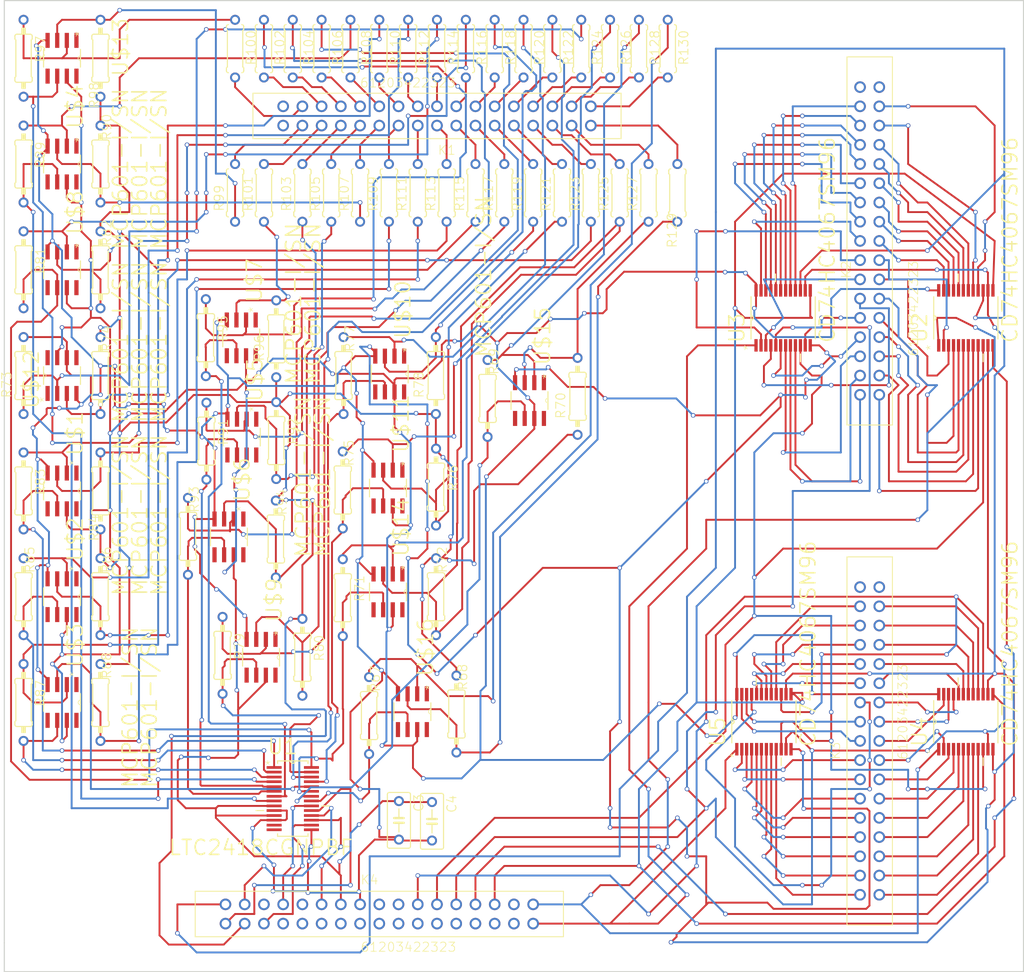
<source format=kicad_pcb>
(kicad_pcb (version 4) (host pcbnew 4.0.4-stable)
  (layers (0 Top signal) (31 Bottom signal) (34 B.Paste user) (35 F.Paste user) (36 B.SilkS user) (37 F.SilkS user) (38 B.Mask user) (39 F.Mask user) (44 Edge.Cuts user))
  (net 0 "")
  (net 1 N$1)
  (net 2 N$3)
  (net 3 N$4)
  (net 4 N$5)
  (net 5 N$6)
  (net 6 N$7)
  (net 7 N$8)
  (net 8 N$9)
  (net 9 N$10)
  (net 10 N$11)
  (net 11 N$12)
  (net 12 N$13)
  (net 13 N$14)
  (net 14 N$15)
  (net 15 N$16)
  (net 16 VCC)
  (net 17 GND)
  (net 18 N$17)
  (net 19 N$20)
  (net 20 N$22)
  (net 21 N$24)
  (net 22 N$25)
  (net 23 N$27)
  (net 24 N$30)
  (net 25 N$32)
  (net 26 N$34)
  (net 27 N$36)
  (net 28 N$38)
  (net 29 N$40)
  (net 30 N$42)
  (net 31 N$44)
  (net 32 N$46)
  (net 33 N$48)
  (net 34 N$50)
  (net 35 N$52)
  (net 36 N$54)
  (net 37 N$56)
  (net 38 N$58)
  (net 39 N$18)
  (net 40 N$19)
  (net 41 N$21)
  (net 42 N$23)
  (net 43 N$26)
  (net 44 N$28)
  (net 45 N$29)
  (net 46 N$31)
  (net 47 N$33)
  (net 48 N$35)
  (net 49 N$37)
  (net 50 N$39)
  (net 51 N$43)
  (net 52 N$45)
  (net 53 N$47)
  (net 54 N$49)
  (net 55 N$51)
  (net 56 N$53)
  (net 57 N$55)
  (net 58 N$57)
  (net 59 N$59)
  (net 60 N$60)
  (net 61 N$61)
  (net 62 N$62)
  (net 63 N$64)
  (net 64 N$65)
  (net 65 N$66)
  (net 66 N$67)
  (net 67 N$68)
  (net 68 N$70)
  (net 69 N$71)
  (net 70 N$72)
  (net 71 N$73)
  (net 72 N$74)
  (net 73 N$75)
  (net 74 N$76)
  (net 75 N$77)
  (net 76 N$78)
  (net 77 N$79)
  (net 78 N$80)
  (net 79 N$81)
  (net 80 N$82)
  (net 81 N$83)
  (net 82 N$84)
  (net 83 N$85)
  (net 84 N$86)
  (net 85 N$87)
  (net 86 N$88)
  (net 87 N$89)
  (net 88 N$90)
  (net 89 N$91)
  (net 90 N$92)
  (net 91 N$93)
  (net 92 N$94)
  (net 93 N$95)
  (net 94 N$96)
  (net 95 N$97)
  (net 96 N$98)
  (net 97 N$99)
  (net 98 N$100)
  (net 99 N$101)
  (net 100 N$102)
  (net 101 N$103)
  (net 102 N$104)
  (net 103 N$105)
  (net 104 N$106)
  (net 105 N$107)
  (net 106 N$108)
  (net 107 N$109)
  (net 108 N$110)
  (net 109 N$111)
  (net 110 N$112)
  (net 111 N$113)
  (net 112 N$114)
  (net 113 N$115)
  (net 114 N$116)
  (net 115 N$117)
  (net 116 N$118)
  (net 117 N$119)
  (net 118 N$120)
  (net 119 N$121)
  (net 120 N$122)
  (net 121 N$123)
  (net 122 N$124)
  (net 123 N$125)
  (net 124 N$126)
  (net 125 N$127)
  (net 126 N$128)
  (net 127 N$129)
  (net 128 N$130)
  (net 129 N$131)
  (net 130 N$132)
  (net 131 N$133)
  (net 132 N$134)
  (net 133 N$135)
  (net 134 N$136)
  (net 135 N$137)
  (net 136 N$138)
  (net 137 N$139)
  (net 138 N$140)
  (net 139 N$141)
  (net 140 N$142)
  (net 141 N$143)
  (net 142 N$144)
  (net 143 N$145)
  (net 144 N$153)
  (net 145 N$41)
  (net 146 N$63)
  (net 147 N$69)
  (net 148 N$146)
  (net 149 N$147)
  (net 150 N$148)
  (net 151 N$149)
  (net 152 N$152)
  (net 153 N$154)
  (net 154 N$160)
  (net 155 N$161)
  (net 156 N$151)
  (net 157 N$162)
  (net 158 N$155)
  (net 159 N$156)
  (net 160 N$157)
  (module SOP65P780X200-24N (layer Top) (at 186.69 78.74 90)
    (fp_text reference U2 (at -3.4544 -4.953 90) (layer F.SilkS) (effects (font (size 1.97866 1.97866) (thickness 0.20828)) (justify left bottom)))
    (fp_text value CD74HC4067SM96 (at -3.4544 6.985 90) (layer F.SilkS) (effects (font (size 1.97866 1.97866) (thickness 0.20828)) (justify left bottom)))
    (fp_text user * (at -4.445 -3.8862 90) (layer F.SilkS) (effects (font (size 1.2065 1.2065) (thickness 0.0762)) (justify left bottom)))
    (pad 1 smd rect (at -3.6322 -3.5814 90) (size 1.651 0.4318) (layers Top F.Paste F.Mask) (net 154 N$160))
    (pad 2 smd rect (at -3.6322 -2.921 90) (size 1.651 0.4318) (layers Top F.Paste F.Mask) (net 103 N$105))
    (pad 3 smd rect (at -3.6322 -2.286 90) (size 1.651 0.4318) (layers Top F.Paste F.Mask) (net 102 N$104))
    (pad 4 smd rect (at -3.6322 -1.6256 90) (size 1.651 0.4318) (layers Top F.Paste F.Mask) (net 101 N$103))
    (pad 5 smd rect (at -3.6322 -0.9652 90) (size 1.651 0.4318) (layers Top F.Paste F.Mask) (net 88 N$90))
    (pad 6 smd rect (at -3.6322 -0.3302 90) (size 1.651 0.4318) (layers Top F.Paste F.Mask) (net 86 N$88))
    (pad 7 smd rect (at -3.6322 0.3302 90) (size 1.651 0.4318) (layers Top F.Paste F.Mask) (net 84 N$86))
    (pad 8 smd rect (at -3.6322 0.9652 90) (size 1.651 0.4318) (layers Top F.Paste F.Mask) (net 82 N$84))
    (pad 9 smd rect (at -3.6322 1.6256 90) (size 1.651 0.4318) (layers Top F.Paste F.Mask) (net 80 N$82))
    (pad 10 smd rect (at -3.6322 2.286 90) (size 1.651 0.4318) (layers Top F.Paste F.Mask) (net 157 N$162))
    (pad 11 smd rect (at -3.6322 2.921 90) (size 1.651 0.4318) (layers Top F.Paste F.Mask) (net 158 N$155))
    (pad 12 smd rect (at -3.6322 3.5814 90) (size 1.651 0.4318) (layers Top F.Paste F.Mask) (net 17 GND))
    (pad 13 smd rect (at 3.6322 3.5814 90) (size 1.651 0.4318) (layers Top F.Paste F.Mask) (net 159 N$156))
    (pad 14 smd rect (at 3.6322 2.921 90) (size 1.651 0.4318) (layers Top F.Paste F.Mask) (net 156 N$151))
    (pad 15 smd rect (at 3.6322 2.286 90) (size 1.651 0.4318) (layers Top F.Paste F.Mask) (net 152 N$152))
    (pad 16 smd rect (at 3.6322 1.6256 90) (size 1.651 0.4318) (layers Top F.Paste F.Mask) (net 111 N$113))
    (pad 17 smd rect (at 3.6322 0.9652 90) (size 1.651 0.4318) (layers Top F.Paste F.Mask) (net 110 N$112))
    (pad 18 smd rect (at 3.6322 0.3302 90) (size 1.651 0.4318) (layers Top F.Paste F.Mask) (net 109 N$111))
    (pad 19 smd rect (at 3.6322 -0.3302 90) (size 1.651 0.4318) (layers Top F.Paste F.Mask) (net 108 N$110))
    (pad 20 smd rect (at 3.6322 -0.9652 90) (size 1.651 0.4318) (layers Top F.Paste F.Mask) (net 107 N$109))
    (pad 21 smd rect (at 3.6322 -1.6256 90) (size 1.651 0.4318) (layers Top F.Paste F.Mask) (net 106 N$108))
    (pad 22 smd rect (at 3.6322 -2.286 90) (size 1.651 0.4318) (layers Top F.Paste F.Mask) (net 105 N$107))
    (pad 23 smd rect (at 3.6322 -2.921 90) (size 1.651 0.4318) (layers Top F.Paste F.Mask) (net 104 N$106))
    (pad 24 smd rect (at 3.6322 -3.5814 90) (size 1.651 0.4318) (layers Top F.Paste F.Mask) (net 16 VCC))
  )
  (module SOP65P780X200-24N (layer Top) (at 160.02 132.08 90)
    (fp_text reference U5 (at -3.4544 -4.953 90) (layer F.SilkS) (effects (font (size 1.97866 1.97866) (thickness 0.20828)) (justify left bottom)))
    (fp_text value CD74HC4067SM96 (at -3.4544 6.985 90) (layer F.SilkS) (effects (font (size 1.97866 1.97866) (thickness 0.20828)) (justify left bottom)))
    (fp_text user * (at -4.445 -3.8862 90) (layer F.SilkS) (effects (font (size 1.2065 1.2065) (thickness 0.0762))))
    (pad 1 smd rect (at -3.6322 -3.5814 90) (size 1.651 0.4318) (layers Top F.Paste F.Mask) (net 155 N$161))
    (pad 2 smd rect (at -3.6322 -2.921 90) (size 1.651 0.4318) (layers Top F.Paste F.Mask) (net 135 N$137))
    (pad 3 smd rect (at -3.6322 -2.286 90) (size 1.651 0.4318) (layers Top F.Paste F.Mask) (net 134 N$136))
    (pad 4 smd rect (at -3.6322 -1.6256 90) (size 1.651 0.4318) (layers Top F.Paste F.Mask) (net 133 N$135))
    (pad 5 smd rect (at -3.6322 -0.9652 90) (size 1.651 0.4318) (layers Top F.Paste F.Mask) (net 132 N$134))
    (pad 6 smd rect (at -3.6322 -0.3302 90) (size 1.651 0.4318) (layers Top F.Paste F.Mask) (net 131 N$133))
    (pad 7 smd rect (at -3.6322 0.3302 90) (size 1.651 0.4318) (layers Top F.Paste F.Mask) (net 130 N$132))
    (pad 8 smd rect (at -3.6322 0.9652 90) (size 1.651 0.4318) (layers Top F.Paste F.Mask) (net 129 N$131))
    (pad 9 smd rect (at -3.6322 1.6256 90) (size 1.651 0.4318) (layers Top F.Paste F.Mask) (net 128 N$130))
    (pad 10 smd rect (at -3.6322 2.286 90) (size 1.651 0.4318) (layers Top F.Paste F.Mask) (net 157 N$162))
    (pad 11 smd rect (at -3.6322 2.921 90) (size 1.651 0.4318) (layers Top F.Paste F.Mask) (net 158 N$155))
    (pad 12 smd rect (at -3.6322 3.5814 90) (size 1.651 0.4318) (layers Top F.Paste F.Mask) (net 17 GND))
    (pad 13 smd rect (at 3.6322 3.5814 90) (size 1.651 0.4318) (layers Top F.Paste F.Mask) (net 159 N$156))
    (pad 14 smd rect (at 3.6322 2.921 90) (size 1.651 0.4318) (layers Top F.Paste F.Mask) (net 156 N$151))
    (pad 15 smd rect (at 3.6322 2.286 90) (size 1.651 0.4318) (layers Top F.Paste F.Mask) (net 153 N$154))
    (pad 16 smd rect (at 3.6322 1.6256 90) (size 1.651 0.4318) (layers Top F.Paste F.Mask) (net 143 N$145))
    (pad 17 smd rect (at 3.6322 0.9652 90) (size 1.651 0.4318) (layers Top F.Paste F.Mask) (net 142 N$144))
    (pad 18 smd rect (at 3.6322 0.3302 90) (size 1.651 0.4318) (layers Top F.Paste F.Mask) (net 141 N$143))
    (pad 19 smd rect (at 3.6322 -0.3302 90) (size 1.651 0.4318) (layers Top F.Paste F.Mask) (net 140 N$142))
    (pad 20 smd rect (at 3.6322 -0.9652 90) (size 1.651 0.4318) (layers Top F.Paste F.Mask) (net 139 N$141))
    (pad 21 smd rect (at 3.6322 -1.6256 90) (size 1.651 0.4318) (layers Top F.Paste F.Mask) (net 138 N$140))
    (pad 22 smd rect (at 3.6322 -2.286 90) (size 1.651 0.4318) (layers Top F.Paste F.Mask) (net 137 N$139))
    (pad 23 smd rect (at 3.6322 -2.921 90) (size 1.651 0.4318) (layers Top F.Paste F.Mask) (net 136 N$138))
    (pad 24 smd rect (at 3.6322 -3.5814 90) (size 1.651 0.4318) (layers Top F.Paste F.Mask) (net 16 VCC))
  )
  (module C050-030X075 (layer Top) (at 111.8108 145.1102 270)
    (fp_text reference C3 (at -3.556 -1.905 270) (layer F.SilkS) (effects (font (size 1.2065 1.2065) (thickness 0.127)) (justify right top)))
    (fp_text value "" (at -3.556 3.048 270) (layer F.SilkS) (effects (font (size 1.2065 1.2065) (thickness 0.127)) (justify right top)))
    (pad 1 thru_hole circle (at -2.54 0 270) (size 1.3208 1.3208) (drill 0.8128) (layers *.Cu *.Mask) (net 16 VCC))
    (pad 2 thru_hole circle (at 2.54 0 270) (size 1.3208 1.3208) (drill 0.8128) (layers *.Cu *.Mask) (net 17 GND))
  )
  (module C050-030X075 (layer Top) (at 116.1796 145.2372 270)
    (fp_text reference C4 (at -3.556 -1.905 270) (layer F.SilkS) (effects (font (size 1.2065 1.2065) (thickness 0.127)) (justify right top)))
    (fp_text value "" (at -3.556 3.048 270) (layer F.SilkS) (effects (font (size 1.2065 1.2065) (thickness 0.127)) (justify right top)))
    (pad 1 thru_hole circle (at -2.54 0 270) (size 1.3208 1.3208) (drill 0.8128) (layers *.Cu *.Mask) (net 16 VCC))
    (pad 2 thru_hole circle (at 2.54 0 270) (size 1.3208 1.3208) (drill 0.8128) (layers *.Cu *.Mask) (net 17 GND))
  )
  (module 61203422323 (layer Top) (at 134.62 52.07 180)
    (fp_text reference K1 (at 15.24 -3.81 180) (layer F.SilkS) (effects (font (size 1.2065 1.2065) (thickness 0.1016)) (justify right top)))
    (fp_text value 61203422323 (at 15.24 5.08 180) (layer F.SilkS) (effects (font (size 1.2065 1.2065) (thickness 0.1016)) (justify right top)))
    (pad 1 thru_hole circle (at -2.54 1.27 180) (size 1.53 1.53) (drill 1.02) (layers *.Cu *.Mask) (net 51 N$43))
    (pad 2 thru_hole circle (at -2.54 -1.27 180) (size 1.53 1.53) (drill 1.02) (layers *.Cu *.Mask) (net 145 N$41))
    (pad 3 thru_hole circle (at 0 1.27 180) (size 1.53 1.53) (drill 1.02) (layers *.Cu *.Mask) (net 53 N$47))
    (pad 4 thru_hole circle (at 0 -1.27 180) (size 1.53 1.53) (drill 1.02) (layers *.Cu *.Mask) (net 52 N$45))
    (pad 5 thru_hole circle (at 2.54 1.27 180) (size 1.53 1.53) (drill 1.02) (layers *.Cu *.Mask) (net 55 N$51))
    (pad 6 thru_hole circle (at 2.54 -1.27 180) (size 1.53 1.53) (drill 1.02) (layers *.Cu *.Mask) (net 54 N$49))
    (pad 7 thru_hole circle (at 5.08 1.27 180) (size 1.53 1.53) (drill 1.02) (layers *.Cu *.Mask) (net 57 N$55))
    (pad 8 thru_hole circle (at 5.08 -1.27 180) (size 1.53 1.53) (drill 1.02) (layers *.Cu *.Mask) (net 56 N$53))
    (pad 9 thru_hole circle (at 7.62 1.27 180) (size 1.53 1.53) (drill 1.02) (layers *.Cu *.Mask) (net 59 N$59))
    (pad 10 thru_hole circle (at 7.62 -1.27 180) (size 1.53 1.53) (drill 1.02) (layers *.Cu *.Mask) (net 58 N$57))
    (pad 11 thru_hole circle (at 10.16 1.27 180) (size 1.53 1.53) (drill 1.02) (layers *.Cu *.Mask) (net 61 N$61))
    (pad 12 thru_hole circle (at 10.16 -1.27 180) (size 1.53 1.53) (drill 1.02) (layers *.Cu *.Mask) (net 60 N$60))
    (pad 13 thru_hole circle (at 12.7 1.27 180) (size 1.53 1.53) (drill 1.02) (layers *.Cu *.Mask) (net 144 N$153))
    (pad 14 thru_hole circle (at 12.7 -1.27 180) (size 1.53 1.53) (drill 1.02) (layers *.Cu *.Mask) (net 62 N$62))
    (pad 15 thru_hole circle (at 15.24 1.27 180) (size 1.53 1.53) (drill 1.02) (layers *.Cu *.Mask) (net 64 N$65))
    (pad 16 thru_hole circle (at 15.24 -1.27 180) (size 1.53 1.53) (drill 1.02) (layers *.Cu *.Mask) (net 63 N$64))
    (pad 17 thru_hole circle (at 17.78 1.27 180) (size 1.53 1.53) (drill 1.02) (layers *.Cu *.Mask) (net 66 N$67))
    (pad 18 thru_hole circle (at 17.78 -1.27 180) (size 1.53 1.53) (drill 1.02) (layers *.Cu *.Mask) (net 65 N$66))
    (pad 19 thru_hole circle (at 20.32 1.27 180) (size 1.53 1.53) (drill 1.02) (layers *.Cu *.Mask) (net 146 N$63))
    (pad 20 thru_hole circle (at 20.32 -1.27 180) (size 1.53 1.53) (drill 1.02) (layers *.Cu *.Mask) (net 67 N$68))
    (pad 21 thru_hole circle (at 22.86 1.27 180) (size 1.53 1.53) (drill 1.02) (layers *.Cu *.Mask) (net 69 N$71))
    (pad 22 thru_hole circle (at 22.86 -1.27 180) (size 1.53 1.53) (drill 1.02) (layers *.Cu *.Mask) (net 68 N$70))
    (pad 23 thru_hole circle (at 25.4 1.27 180) (size 1.53 1.53) (drill 1.02) (layers *.Cu *.Mask) (net 73 N$75))
    (pad 24 thru_hole circle (at 25.4 -1.27 180) (size 1.53 1.53) (drill 1.02) (layers *.Cu *.Mask) (net 70 N$72))
    (pad 25 thru_hole circle (at 27.94 1.27 180) (size 1.53 1.53) (drill 1.02) (layers *.Cu *.Mask) (net 72 N$74))
    (pad 26 thru_hole circle (at 27.94 -1.27 180) (size 1.53 1.53) (drill 1.02) (layers *.Cu *.Mask) (net 71 N$73))
    (pad 27 thru_hole circle (at 30.48 1.27 180) (size 1.53 1.53) (drill 1.02) (layers *.Cu *.Mask) (net 75 N$77))
    (pad 28 thru_hole circle (at 30.48 -1.27 180) (size 1.53 1.53) (drill 1.02) (layers *.Cu *.Mask) (net 74 N$76))
    (pad 29 thru_hole circle (at 33.02 1.27 180) (size 1.53 1.53) (drill 1.02) (layers *.Cu *.Mask) (net 77 N$79))
    (pad 30 thru_hole circle (at 33.02 -1.27 180) (size 1.53 1.53) (drill 1.02) (layers *.Cu *.Mask) (net 76 N$78))
    (pad 31 thru_hole circle (at 35.56 1.27 180) (size 1.53 1.53) (drill 1.02) (layers *.Cu *.Mask) (net 79 N$81))
    (pad 32 thru_hole circle (at 35.56 -1.27 180) (size 1.53 1.53) (drill 1.02) (layers *.Cu *.Mask) (net 78 N$80))
    (pad 33 thru_hole circle (at 38.1 1.27 180) (size 1.53 1.53) (drill 1.02) (layers *.Cu *.Mask))
    (pad 34 thru_hole circle (at 38.1 -1.27 180) (size 1.53 1.53) (drill 1.02) (layers *.Cu *.Mask))
  )
  (module 61203422323 (layer Top) (at 173.99 86.36 90)
    (fp_text reference K2 (at 15.24 -3.81 90) (layer F.SilkS) (effects (font (size 1.2065 1.2065) (thickness 0.1016)) (justify right top)))
    (fp_text value 61203422323 (at 15.24 5.08 90) (layer F.SilkS) (effects (font (size 1.2065 1.2065) (thickness 0.1016)) (justify right top)))
    (pad 1 thru_hole circle (at -2.54 1.27 90) (size 1.53 1.53) (drill 1.02) (layers *.Cu *.Mask) (net 80 N$82))
    (pad 2 thru_hole circle (at -2.54 -1.27 90) (size 1.53 1.53) (drill 1.02) (layers *.Cu *.Mask) (net 81 N$83))
    (pad 3 thru_hole circle (at 0 1.27 90) (size 1.53 1.53) (drill 1.02) (layers *.Cu *.Mask) (net 82 N$84))
    (pad 4 thru_hole circle (at 0 -1.27 90) (size 1.53 1.53) (drill 1.02) (layers *.Cu *.Mask) (net 83 N$85))
    (pad 5 thru_hole circle (at 2.54 1.27 90) (size 1.53 1.53) (drill 1.02) (layers *.Cu *.Mask) (net 84 N$86))
    (pad 6 thru_hole circle (at 2.54 -1.27 90) (size 1.53 1.53) (drill 1.02) (layers *.Cu *.Mask) (net 85 N$87))
    (pad 7 thru_hole circle (at 5.08 1.27 90) (size 1.53 1.53) (drill 1.02) (layers *.Cu *.Mask) (net 86 N$88))
    (pad 8 thru_hole circle (at 5.08 -1.27 90) (size 1.53 1.53) (drill 1.02) (layers *.Cu *.Mask) (net 87 N$89))
    (pad 9 thru_hole circle (at 7.62 1.27 90) (size 1.53 1.53) (drill 1.02) (layers *.Cu *.Mask) (net 88 N$90))
    (pad 10 thru_hole circle (at 7.62 -1.27 90) (size 1.53 1.53) (drill 1.02) (layers *.Cu *.Mask) (net 89 N$91))
    (pad 11 thru_hole circle (at 10.16 1.27 90) (size 1.53 1.53) (drill 1.02) (layers *.Cu *.Mask) (net 101 N$103))
    (pad 12 thru_hole circle (at 10.16 -1.27 90) (size 1.53 1.53) (drill 1.02) (layers *.Cu *.Mask) (net 90 N$92))
    (pad 13 thru_hole circle (at 12.7 1.27 90) (size 1.53 1.53) (drill 1.02) (layers *.Cu *.Mask) (net 102 N$104))
    (pad 14 thru_hole circle (at 12.7 -1.27 90) (size 1.53 1.53) (drill 1.02) (layers *.Cu *.Mask) (net 91 N$93))
    (pad 15 thru_hole circle (at 15.24 1.27 90) (size 1.53 1.53) (drill 1.02) (layers *.Cu *.Mask) (net 103 N$105))
    (pad 16 thru_hole circle (at 15.24 -1.27 90) (size 1.53 1.53) (drill 1.02) (layers *.Cu *.Mask) (net 92 N$94))
    (pad 17 thru_hole circle (at 17.78 1.27 90) (size 1.53 1.53) (drill 1.02) (layers *.Cu *.Mask) (net 104 N$106))
    (pad 18 thru_hole circle (at 17.78 -1.27 90) (size 1.53 1.53) (drill 1.02) (layers *.Cu *.Mask) (net 93 N$95))
    (pad 19 thru_hole circle (at 20.32 1.27 90) (size 1.53 1.53) (drill 1.02) (layers *.Cu *.Mask) (net 105 N$107))
    (pad 20 thru_hole circle (at 20.32 -1.27 90) (size 1.53 1.53) (drill 1.02) (layers *.Cu *.Mask) (net 94 N$96))
    (pad 21 thru_hole circle (at 22.86 1.27 90) (size 1.53 1.53) (drill 1.02) (layers *.Cu *.Mask) (net 106 N$108))
    (pad 22 thru_hole circle (at 22.86 -1.27 90) (size 1.53 1.53) (drill 1.02) (layers *.Cu *.Mask) (net 95 N$97))
    (pad 23 thru_hole circle (at 25.4 1.27 90) (size 1.53 1.53) (drill 1.02) (layers *.Cu *.Mask) (net 107 N$109))
    (pad 24 thru_hole circle (at 25.4 -1.27 90) (size 1.53 1.53) (drill 1.02) (layers *.Cu *.Mask) (net 96 N$98))
    (pad 25 thru_hole circle (at 27.94 1.27 90) (size 1.53 1.53) (drill 1.02) (layers *.Cu *.Mask) (net 108 N$110))
    (pad 26 thru_hole circle (at 27.94 -1.27 90) (size 1.53 1.53) (drill 1.02) (layers *.Cu *.Mask) (net 97 N$99))
    (pad 27 thru_hole circle (at 30.48 1.27 90) (size 1.53 1.53) (drill 1.02) (layers *.Cu *.Mask) (net 109 N$111))
    (pad 28 thru_hole circle (at 30.48 -1.27 90) (size 1.53 1.53) (drill 1.02) (layers *.Cu *.Mask) (net 98 N$100))
    (pad 29 thru_hole circle (at 33.02 1.27 90) (size 1.53 1.53) (drill 1.02) (layers *.Cu *.Mask) (net 110 N$112))
    (pad 30 thru_hole circle (at 33.02 -1.27 90) (size 1.53 1.53) (drill 1.02) (layers *.Cu *.Mask) (net 99 N$101))
    (pad 31 thru_hole circle (at 35.56 1.27 90) (size 1.53 1.53) (drill 1.02) (layers *.Cu *.Mask) (net 111 N$113))
    (pad 32 thru_hole circle (at 35.56 -1.27 90) (size 1.53 1.53) (drill 1.02) (layers *.Cu *.Mask) (net 100 N$102))
    (pad 33 thru_hole circle (at 38.1 1.27 90) (size 1.53 1.53) (drill 1.02) (layers *.Cu *.Mask))
    (pad 34 thru_hole circle (at 38.1 -1.27 90) (size 1.53 1.53) (drill 1.02) (layers *.Cu *.Mask))
  )
  (module 61203422323 (layer Top) (at 173.99 152.4 90)
    (fp_text reference K3 (at 15.24 -3.81 90) (layer F.SilkS) (effects (font (size 1.2065 1.2065) (thickness 0.1016)) (justify left bottom)))
    (fp_text value 61203422323 (at 15.24 5.08 90) (layer F.SilkS) (effects (font (size 1.2065 1.2065) (thickness 0.1016)) (justify left bottom)))
    (pad 1 thru_hole circle (at -2.54 1.27 90) (size 1.53 1.53) (drill 1.02) (layers *.Cu *.Mask) (net 112 N$114))
    (pad 2 thru_hole circle (at -2.54 -1.27 90) (size 1.53 1.53) (drill 1.02) (layers *.Cu *.Mask) (net 128 N$130))
    (pad 3 thru_hole circle (at 0 1.27 90) (size 1.53 1.53) (drill 1.02) (layers *.Cu *.Mask) (net 113 N$115))
    (pad 4 thru_hole circle (at 0 -1.27 90) (size 1.53 1.53) (drill 1.02) (layers *.Cu *.Mask) (net 129 N$131))
    (pad 5 thru_hole circle (at 2.54 1.27 90) (size 1.53 1.53) (drill 1.02) (layers *.Cu *.Mask) (net 114 N$116))
    (pad 6 thru_hole circle (at 2.54 -1.27 90) (size 1.53 1.53) (drill 1.02) (layers *.Cu *.Mask) (net 130 N$132))
    (pad 7 thru_hole circle (at 5.08 1.27 90) (size 1.53 1.53) (drill 1.02) (layers *.Cu *.Mask) (net 115 N$117))
    (pad 8 thru_hole circle (at 5.08 -1.27 90) (size 1.53 1.53) (drill 1.02) (layers *.Cu *.Mask) (net 131 N$133))
    (pad 9 thru_hole circle (at 7.62 1.27 90) (size 1.53 1.53) (drill 1.02) (layers *.Cu *.Mask) (net 116 N$118))
    (pad 10 thru_hole circle (at 7.62 -1.27 90) (size 1.53 1.53) (drill 1.02) (layers *.Cu *.Mask) (net 132 N$134))
    (pad 11 thru_hole circle (at 10.16 1.27 90) (size 1.53 1.53) (drill 1.02) (layers *.Cu *.Mask) (net 117 N$119))
    (pad 12 thru_hole circle (at 10.16 -1.27 90) (size 1.53 1.53) (drill 1.02) (layers *.Cu *.Mask) (net 133 N$135))
    (pad 13 thru_hole circle (at 12.7 1.27 90) (size 1.53 1.53) (drill 1.02) (layers *.Cu *.Mask) (net 118 N$120))
    (pad 14 thru_hole circle (at 12.7 -1.27 90) (size 1.53 1.53) (drill 1.02) (layers *.Cu *.Mask) (net 134 N$136))
    (pad 15 thru_hole circle (at 15.24 1.27 90) (size 1.53 1.53) (drill 1.02) (layers *.Cu *.Mask) (net 119 N$121))
    (pad 16 thru_hole circle (at 15.24 -1.27 90) (size 1.53 1.53) (drill 1.02) (layers *.Cu *.Mask) (net 135 N$137))
    (pad 17 thru_hole circle (at 17.78 1.27 90) (size 1.53 1.53) (drill 1.02) (layers *.Cu *.Mask) (net 120 N$122))
    (pad 18 thru_hole circle (at 17.78 -1.27 90) (size 1.53 1.53) (drill 1.02) (layers *.Cu *.Mask) (net 136 N$138))
    (pad 19 thru_hole circle (at 20.32 1.27 90) (size 1.53 1.53) (drill 1.02) (layers *.Cu *.Mask) (net 121 N$123))
    (pad 20 thru_hole circle (at 20.32 -1.27 90) (size 1.53 1.53) (drill 1.02) (layers *.Cu *.Mask) (net 137 N$139))
    (pad 21 thru_hole circle (at 22.86 1.27 90) (size 1.53 1.53) (drill 1.02) (layers *.Cu *.Mask) (net 122 N$124))
    (pad 22 thru_hole circle (at 22.86 -1.27 90) (size 1.53 1.53) (drill 1.02) (layers *.Cu *.Mask) (net 138 N$140))
    (pad 23 thru_hole circle (at 25.4 1.27 90) (size 1.53 1.53) (drill 1.02) (layers *.Cu *.Mask) (net 123 N$125))
    (pad 24 thru_hole circle (at 25.4 -1.27 90) (size 1.53 1.53) (drill 1.02) (layers *.Cu *.Mask) (net 139 N$141))
    (pad 25 thru_hole circle (at 27.94 1.27 90) (size 1.53 1.53) (drill 1.02) (layers *.Cu *.Mask) (net 124 N$126))
    (pad 26 thru_hole circle (at 27.94 -1.27 90) (size 1.53 1.53) (drill 1.02) (layers *.Cu *.Mask) (net 140 N$142))
    (pad 27 thru_hole circle (at 30.48 1.27 90) (size 1.53 1.53) (drill 1.02) (layers *.Cu *.Mask) (net 125 N$127))
    (pad 28 thru_hole circle (at 30.48 -1.27 90) (size 1.53 1.53) (drill 1.02) (layers *.Cu *.Mask) (net 141 N$143))
    (pad 29 thru_hole circle (at 33.02 1.27 90) (size 1.53 1.53) (drill 1.02) (layers *.Cu *.Mask) (net 126 N$128))
    (pad 30 thru_hole circle (at 33.02 -1.27 90) (size 1.53 1.53) (drill 1.02) (layers *.Cu *.Mask) (net 142 N$144))
    (pad 31 thru_hole circle (at 35.56 1.27 90) (size 1.53 1.53) (drill 1.02) (layers *.Cu *.Mask) (net 127 N$129))
    (pad 32 thru_hole circle (at 35.56 -1.27 90) (size 1.53 1.53) (drill 1.02) (layers *.Cu *.Mask) (net 143 N$145))
    (pad 33 thru_hole circle (at 38.1 1.27 90) (size 1.53 1.53) (drill 1.02) (layers *.Cu *.Mask))
    (pad 34 thru_hole circle (at 38.1 -1.27 90) (size 1.53 1.53) (drill 1.02) (layers *.Cu *.Mask))
  )
  (module 61203422323 (layer Top) (at 91.44 157.48)
    (fp_text reference K4 (at 15.24 -3.81) (layer F.SilkS) (effects (font (size 1.2065 1.2065) (thickness 0.1016)) (justify left bottom)))
    (fp_text value 61203422323 (at 15.24 5.08) (layer F.SilkS) (effects (font (size 1.2065 1.2065) (thickness 0.1016)) (justify left bottom)))
    (pad 1 thru_hole circle (at -2.54 1.27) (size 1.53 1.53) (drill 1.02) (layers *.Cu *.Mask) (net 147 N$69))
    (pad 2 thru_hole circle (at -2.54 -1.27) (size 1.53 1.53) (drill 1.02) (layers *.Cu *.Mask) (net 152 N$152))
    (pad 3 thru_hole circle (at 0 1.27) (size 1.53 1.53) (drill 1.02) (layers *.Cu *.Mask) (net 18 N$17))
    (pad 4 thru_hole circle (at 0 -1.27) (size 1.53 1.53) (drill 1.02) (layers *.Cu *.Mask) (net 149 N$147))
    (pad 5 thru_hole circle (at 2.54 1.27) (size 1.53 1.53) (drill 1.02) (layers *.Cu *.Mask) (net 148 N$146))
    (pad 6 thru_hole circle (at 2.54 -1.27) (size 1.53 1.53) (drill 1.02) (layers *.Cu *.Mask))
    (pad 7 thru_hole circle (at 5.08 1.27) (size 1.53 1.53) (drill 1.02) (layers *.Cu *.Mask))
    (pad 8 thru_hole circle (at 5.08 -1.27) (size 1.53 1.53) (drill 1.02) (layers *.Cu *.Mask) (net 150 N$148))
    (pad 9 thru_hole circle (at 7.62 1.27) (size 1.53 1.53) (drill 1.02) (layers *.Cu *.Mask))
    (pad 10 thru_hole circle (at 7.62 -1.27) (size 1.53 1.53) (drill 1.02) (layers *.Cu *.Mask))
    (pad 11 thru_hole circle (at 10.16 1.27) (size 1.53 1.53) (drill 1.02) (layers *.Cu *.Mask))
    (pad 12 thru_hole circle (at 10.16 -1.27) (size 1.53 1.53) (drill 1.02) (layers *.Cu *.Mask) (net 151 N$149))
    (pad 13 thru_hole circle (at 12.7 1.27) (size 1.53 1.53) (drill 1.02) (layers *.Cu *.Mask))
    (pad 14 thru_hole circle (at 12.7 -1.27) (size 1.53 1.53) (drill 1.02) (layers *.Cu *.Mask) (net 16 VCC))
    (pad 15 thru_hole circle (at 15.24 1.27) (size 1.53 1.53) (drill 1.02) (layers *.Cu *.Mask))
    (pad 16 thru_hole circle (at 15.24 -1.27) (size 1.53 1.53) (drill 1.02) (layers *.Cu *.Mask) (net 17 GND))
    (pad 17 thru_hole circle (at 17.78 1.27) (size 1.53 1.53) (drill 1.02) (layers *.Cu *.Mask))
    (pad 18 thru_hole circle (at 17.78 -1.27) (size 1.53 1.53) (drill 1.02) (layers *.Cu *.Mask))
    (pad 19 thru_hole circle (at 20.32 1.27) (size 1.53 1.53) (drill 1.02) (layers *.Cu *.Mask))
    (pad 20 thru_hole circle (at 20.32 -1.27) (size 1.53 1.53) (drill 1.02) (layers *.Cu *.Mask))
    (pad 21 thru_hole circle (at 22.86 1.27) (size 1.53 1.53) (drill 1.02) (layers *.Cu *.Mask))
    (pad 22 thru_hole circle (at 22.86 -1.27) (size 1.53 1.53) (drill 1.02) (layers *.Cu *.Mask) (net 153 N$154))
    (pad 23 thru_hole circle (at 25.4 1.27) (size 1.53 1.53) (drill 1.02) (layers *.Cu *.Mask))
    (pad 24 thru_hole circle (at 25.4 -1.27) (size 1.53 1.53) (drill 1.02) (layers *.Cu *.Mask) (net 157 N$162))
    (pad 25 thru_hole circle (at 27.94 1.27) (size 1.53 1.53) (drill 1.02) (layers *.Cu *.Mask))
    (pad 26 thru_hole circle (at 27.94 -1.27) (size 1.53 1.53) (drill 1.02) (layers *.Cu *.Mask) (net 158 N$155))
    (pad 27 thru_hole circle (at 30.48 1.27) (size 1.53 1.53) (drill 1.02) (layers *.Cu *.Mask))
    (pad 28 thru_hole circle (at 30.48 -1.27) (size 1.53 1.53) (drill 1.02) (layers *.Cu *.Mask) (net 156 N$151))
    (pad 29 thru_hole circle (at 33.02 1.27) (size 1.53 1.53) (drill 1.02) (layers *.Cu *.Mask))
    (pad 30 thru_hole circle (at 33.02 -1.27) (size 1.53 1.53) (drill 1.02) (layers *.Cu *.Mask) (net 159 N$156))
    (pad 31 thru_hole circle (at 35.56 1.27) (size 1.53 1.53) (drill 1.02) (layers *.Cu *.Mask))
    (pad 32 thru_hole circle (at 35.56 -1.27) (size 1.53 1.53) (drill 1.02) (layers *.Cu *.Mask))
    (pad 33 thru_hole circle (at 38.1 1.27) (size 1.53 1.53) (drill 1.02) (layers *.Cu *.Mask) (net 155 N$161))
    (pad 34 thru_hole circle (at 38.1 -1.27) (size 1.53 1.53) (drill 1.02) (layers *.Cu *.Mask) (net 154 N$160))
  )
  (module 0207%2f7 (layer Top) (at 90.17 43.18 270)
    (fp_text reference R100 (at -2.54 -1.397 270) (layer F.SilkS) (effects (font (size 1.2065 1.2065) (thickness 0.127)) (justify right top)))
    (fp_text value "" (at -2.286 0.5588 270) (layer F.SilkS) (effects (font (size 1.2065 1.2065) (thickness 0.127)) (justify right top)))
    (pad 1 thru_hole circle (at -3.81 0 270) (size 1.3208 1.3208) (drill 0.8128) (layers *.Cu *.Mask) (net 36 N$54))
    (pad 2 thru_hole circle (at 3.81 0 270) (size 1.3208 1.3208) (drill 0.8128) (layers *.Cu *.Mask) (net 79 N$81))
  )
  (module 0207%2f7 (layer Top) (at 93.98 62.23 90)
    (fp_text reference R101 (at -2.54 -1.397 90) (layer F.SilkS) (effects (font (size 1.2065 1.2065) (thickness 0.127)) (justify left bottom)))
    (fp_text value "" (at -2.286 0.5588 90) (layer F.SilkS) (effects (font (size 1.2065 1.2065) (thickness 0.127)) (justify left bottom)))
    (pad 1 thru_hole circle (at -3.81 0 90) (size 1.3208 1.3208) (drill 0.8128) (layers *.Cu *.Mask) (net 38 N$58))
    (pad 2 thru_hole circle (at 3.81 0 90) (size 1.3208 1.3208) (drill 0.8128) (layers *.Cu *.Mask) (net 76 N$78))
  )
  (module 0207%2f7 (layer Top) (at 93.98 43.18 270)
    (fp_text reference R102 (at -2.54 -1.397 270) (layer F.SilkS) (effects (font (size 1.2065 1.2065) (thickness 0.127)) (justify right top)))
    (fp_text value "" (at -2.286 0.5588 270) (layer F.SilkS) (effects (font (size 1.2065 1.2065) (thickness 0.127)) (justify right top)))
    (pad 1 thru_hole circle (at -3.81 0 270) (size 1.3208 1.3208) (drill 0.8128) (layers *.Cu *.Mask) (net 35 N$52))
    (pad 2 thru_hole circle (at 3.81 0 270) (size 1.3208 1.3208) (drill 0.8128) (layers *.Cu *.Mask) (net 77 N$79))
  )
  (module 0207%2f7 (layer Top) (at 99.06 62.23 90)
    (fp_text reference R103 (at -2.54 -1.397 90) (layer F.SilkS) (effects (font (size 1.2065 1.2065) (thickness 0.127)) (justify left bottom)))
    (fp_text value "" (at -2.286 0.5588 90) (layer F.SilkS) (effects (font (size 1.2065 1.2065) (thickness 0.127)) (justify left bottom)))
    (pad 1 thru_hole circle (at -3.81 0 90) (size 1.3208 1.3208) (drill 0.8128) (layers *.Cu *.Mask) (net 39 N$18))
    (pad 2 thru_hole circle (at 3.81 0 90) (size 1.3208 1.3208) (drill 0.8128) (layers *.Cu *.Mask) (net 74 N$76))
  )
  (module 0207%2f7 (layer Top) (at 97.79 43.18 270)
    (fp_text reference R104 (at -2.54 -1.397 270) (layer F.SilkS) (effects (font (size 1.2065 1.2065) (thickness 0.127)) (justify right top)))
    (fp_text value "" (at -2.286 0.5588 270) (layer F.SilkS) (effects (font (size 1.2065 1.2065) (thickness 0.127)) (justify right top)))
    (pad 1 thru_hole circle (at -3.81 0 270) (size 1.3208 1.3208) (drill 0.8128) (layers *.Cu *.Mask) (net 34 N$50))
    (pad 2 thru_hole circle (at 3.81 0 270) (size 1.3208 1.3208) (drill 0.8128) (layers *.Cu *.Mask) (net 75 N$77))
  )
  (module 0207%2f7 (layer Top) (at 102.87 62.23 90)
    (fp_text reference R105 (at -2.54 -1.397 90) (layer F.SilkS) (effects (font (size 1.2065 1.2065) (thickness 0.127)) (justify left bottom)))
    (fp_text value "" (at -2.286 0.5588 90) (layer F.SilkS) (effects (font (size 1.2065 1.2065) (thickness 0.127)) (justify left bottom)))
    (pad 1 thru_hole circle (at -3.81 0 90) (size 1.3208 1.3208) (drill 0.8128) (layers *.Cu *.Mask) (net 40 N$19))
    (pad 2 thru_hole circle (at 3.81 0 90) (size 1.3208 1.3208) (drill 0.8128) (layers *.Cu *.Mask) (net 71 N$73))
  )
  (module 0207%2f7 (layer Top) (at 101.6 43.18 270)
    (fp_text reference R106 (at -2.54 -1.397 270) (layer F.SilkS) (effects (font (size 1.2065 1.2065) (thickness 0.127)) (justify right top)))
    (fp_text value "" (at -2.286 0.5588 270) (layer F.SilkS) (effects (font (size 1.2065 1.2065) (thickness 0.127)) (justify right top)))
    (pad 1 thru_hole circle (at -3.81 0 270) (size 1.3208 1.3208) (drill 0.8128) (layers *.Cu *.Mask) (net 33 N$48))
    (pad 2 thru_hole circle (at 3.81 0 270) (size 1.3208 1.3208) (drill 0.8128) (layers *.Cu *.Mask) (net 72 N$74))
  )
  (module 0207%2f7 (layer Top) (at 106.68 62.23 90)
    (fp_text reference R107 (at -2.54 -1.397 90) (layer F.SilkS) (effects (font (size 1.2065 1.2065) (thickness 0.127)) (justify left bottom)))
    (fp_text value "" (at -2.286 0.5588 90) (layer F.SilkS) (effects (font (size 1.2065 1.2065) (thickness 0.127)) (justify left bottom)))
    (pad 1 thru_hole circle (at -3.81 0 90) (size 1.3208 1.3208) (drill 0.8128) (layers *.Cu *.Mask) (net 41 N$21))
    (pad 2 thru_hole circle (at 3.81 0 90) (size 1.3208 1.3208) (drill 0.8128) (layers *.Cu *.Mask) (net 70 N$72))
  )
  (module 0207%2f7 (layer Top) (at 105.41 43.18 270)
    (fp_text reference R108 (at -2.54 -1.397 270) (layer F.SilkS) (effects (font (size 1.2065 1.2065) (thickness 0.127)) (justify right top)))
    (fp_text value "" (at -2.286 0.5588 270) (layer F.SilkS) (effects (font (size 1.2065 1.2065) (thickness 0.127)) (justify right top)))
    (pad 1 thru_hole circle (at -3.81 0 270) (size 1.3208 1.3208) (drill 0.8128) (layers *.Cu *.Mask) (net 32 N$46))
    (pad 2 thru_hole circle (at 3.81 0 270) (size 1.3208 1.3208) (drill 0.8128) (layers *.Cu *.Mask) (net 73 N$75))
  )
  (module 0207%2f7 (layer Top) (at 110.49 62.23 90)
    (fp_text reference R109 (at -2.54 -1.397 90) (layer F.SilkS) (effects (font (size 1.2065 1.2065) (thickness 0.127)) (justify left bottom)))
    (fp_text value "" (at -2.286 0.5588 90) (layer F.SilkS) (effects (font (size 1.2065 1.2065) (thickness 0.127)) (justify left bottom)))
    (pad 1 thru_hole circle (at -3.81 0 90) (size 1.3208 1.3208) (drill 0.8128) (layers *.Cu *.Mask) (net 42 N$23))
    (pad 2 thru_hole circle (at 3.81 0 90) (size 1.3208 1.3208) (drill 0.8128) (layers *.Cu *.Mask) (net 68 N$70))
  )
  (module 0207%2f7 (layer Top) (at 109.22 43.18 270)
    (fp_text reference R110 (at -2.54 -1.397 270) (layer F.SilkS) (effects (font (size 1.2065 1.2065) (thickness 0.127)) (justify right top)))
    (fp_text value "" (at -2.286 0.5588 270) (layer F.SilkS) (effects (font (size 1.2065 1.2065) (thickness 0.127)) (justify right top)))
    (pad 1 thru_hole circle (at -3.81 0 270) (size 1.3208 1.3208) (drill 0.8128) (layers *.Cu *.Mask) (net 31 N$44))
    (pad 2 thru_hole circle (at 3.81 0 270) (size 1.3208 1.3208) (drill 0.8128) (layers *.Cu *.Mask) (net 69 N$71))
  )
  (module 0207%2f7 (layer Top) (at 114.3 62.23 90)
    (fp_text reference R111 (at -2.54 -1.397 90) (layer F.SilkS) (effects (font (size 1.2065 1.2065) (thickness 0.127)) (justify left bottom)))
    (fp_text value "" (at -2.286 0.5588 90) (layer F.SilkS) (effects (font (size 1.2065 1.2065) (thickness 0.127)) (justify left bottom)))
    (pad 1 thru_hole circle (at -3.81 0 90) (size 1.3208 1.3208) (drill 0.8128) (layers *.Cu *.Mask) (net 43 N$26))
    (pad 2 thru_hole circle (at 3.81 0 90) (size 1.3208 1.3208) (drill 0.8128) (layers *.Cu *.Mask) (net 67 N$68))
  )
  (module 0207%2f7 (layer Top) (at 113.03 43.18 270)
    (fp_text reference R112 (at -2.54 -1.397 270) (layer F.SilkS) (effects (font (size 1.2065 1.2065) (thickness 0.127)) (justify right top)))
    (fp_text value "" (at -2.286 0.5588 270) (layer F.SilkS) (effects (font (size 1.2065 1.2065) (thickness 0.127)) (justify right top)))
    (pad 1 thru_hole circle (at -3.81 0 270) (size 1.3208 1.3208) (drill 0.8128) (layers *.Cu *.Mask) (net 30 N$42))
    (pad 2 thru_hole circle (at 3.81 0 270) (size 1.3208 1.3208) (drill 0.8128) (layers *.Cu *.Mask) (net 146 N$63))
  )
  (module 0207%2f7 (layer Top) (at 118.11 62.23 90)
    (fp_text reference R113 (at -2.54 -1.397 90) (layer F.SilkS) (effects (font (size 1.2065 1.2065) (thickness 0.127)) (justify left bottom)))
    (fp_text value "" (at -2.286 0.5588 90) (layer F.SilkS) (effects (font (size 1.2065 1.2065) (thickness 0.127)) (justify left bottom)))
    (pad 1 thru_hole circle (at -3.81 0 90) (size 1.3208 1.3208) (drill 0.8128) (layers *.Cu *.Mask) (net 44 N$28))
    (pad 2 thru_hole circle (at 3.81 0 90) (size 1.3208 1.3208) (drill 0.8128) (layers *.Cu *.Mask) (net 65 N$66))
  )
  (module 0207%2f7 (layer Top) (at 116.84 43.18 270)
    (fp_text reference R114 (at -2.54 -1.397 270) (layer F.SilkS) (effects (font (size 1.2065 1.2065) (thickness 0.127)) (justify right top)))
    (fp_text value "" (at -2.286 0.5588 270) (layer F.SilkS) (effects (font (size 1.2065 1.2065) (thickness 0.127)) (justify right top)))
    (pad 1 thru_hole circle (at -3.81 0 270) (size 1.3208 1.3208) (drill 0.8128) (layers *.Cu *.Mask) (net 29 N$40))
    (pad 2 thru_hole circle (at 3.81 0 270) (size 1.3208 1.3208) (drill 0.8128) (layers *.Cu *.Mask) (net 66 N$67))
  )
  (module 0207%2f7 (layer Top) (at 121.92 62.23 90)
    (fp_text reference R115 (at -2.54 -1.397 90) (layer F.SilkS) (effects (font (size 1.2065 1.2065) (thickness 0.127)) (justify left bottom)))
    (fp_text value "" (at -2.286 0.5588 90) (layer F.SilkS) (effects (font (size 1.2065 1.2065) (thickness 0.127)) (justify left bottom)))
    (pad 1 thru_hole circle (at -3.81 0 90) (size 1.3208 1.3208) (drill 0.8128) (layers *.Cu *.Mask) (net 45 N$29))
    (pad 2 thru_hole circle (at 3.81 0 90) (size 1.3208 1.3208) (drill 0.8128) (layers *.Cu *.Mask) (net 63 N$64))
  )
  (module 0207%2f7 (layer Top) (at 120.65 43.18 270)
    (fp_text reference R116 (at -2.54 -1.397 270) (layer F.SilkS) (effects (font (size 1.2065 1.2065) (thickness 0.127)) (justify right top)))
    (fp_text value "" (at -2.286 0.5588 270) (layer F.SilkS) (effects (font (size 1.2065 1.2065) (thickness 0.127)) (justify right top)))
    (pad 1 thru_hole circle (at -3.81 0 270) (size 1.3208 1.3208) (drill 0.8128) (layers *.Cu *.Mask) (net 28 N$38))
    (pad 2 thru_hole circle (at 3.81 0 270) (size 1.3208 1.3208) (drill 0.8128) (layers *.Cu *.Mask) (net 64 N$65))
  )
  (module 0207%2f7 (layer Top) (at 125.73 62.23 90)
    (fp_text reference R117 (at -2.54 -1.397 90) (layer F.SilkS) (effects (font (size 1.2065 1.2065) (thickness 0.127)) (justify left bottom)))
    (fp_text value "" (at -2.286 0.5588 90) (layer F.SilkS) (effects (font (size 1.2065 1.2065) (thickness 0.127)) (justify left bottom)))
    (pad 1 thru_hole circle (at -3.81 0 90) (size 1.3208 1.3208) (drill 0.8128) (layers *.Cu *.Mask) (net 46 N$31))
    (pad 2 thru_hole circle (at 3.81 0 90) (size 1.3208 1.3208) (drill 0.8128) (layers *.Cu *.Mask) (net 62 N$62))
  )
  (module 0207%2f7 (layer Top) (at 124.46 43.18 270)
    (fp_text reference R118 (at -2.54 -1.397 270) (layer F.SilkS) (effects (font (size 1.2065 1.2065) (thickness 0.127)) (justify right top)))
    (fp_text value "" (at -2.286 0.5588 270) (layer F.SilkS) (effects (font (size 1.2065 1.2065) (thickness 0.127)) (justify right top)))
    (pad 1 thru_hole circle (at -3.81 0 270) (size 1.3208 1.3208) (drill 0.8128) (layers *.Cu *.Mask) (net 27 N$36))
    (pad 2 thru_hole circle (at 3.81 0 270) (size 1.3208 1.3208) (drill 0.8128) (layers *.Cu *.Mask) (net 144 N$153))
  )
  (module 0207%2f7 (layer Top) (at 129.54 62.23 90)
    (fp_text reference R119 (at -2.54 -1.397 90) (layer F.SilkS) (effects (font (size 1.2065 1.2065) (thickness 0.127)) (justify left bottom)))
    (fp_text value "" (at -2.286 0.5588 90) (layer F.SilkS) (effects (font (size 1.2065 1.2065) (thickness 0.127)) (justify left bottom)))
    (pad 1 thru_hole circle (at -3.81 0 90) (size 1.3208 1.3208) (drill 0.8128) (layers *.Cu *.Mask) (net 47 N$33))
    (pad 2 thru_hole circle (at 3.81 0 90) (size 1.3208 1.3208) (drill 0.8128) (layers *.Cu *.Mask) (net 60 N$60))
  )
  (module 0207%2f7 (layer Top) (at 128.27 43.18 270)
    (fp_text reference R120 (at -2.54 -1.397 270) (layer F.SilkS) (effects (font (size 1.2065 1.2065) (thickness 0.127)) (justify right top)))
    (fp_text value "" (at -2.286 0.5588 270) (layer F.SilkS) (effects (font (size 1.2065 1.2065) (thickness 0.127)) (justify right top)))
    (pad 1 thru_hole circle (at -3.81 0 270) (size 1.3208 1.3208) (drill 0.8128) (layers *.Cu *.Mask) (net 26 N$34))
    (pad 2 thru_hole circle (at 3.81 0 270) (size 1.3208 1.3208) (drill 0.8128) (layers *.Cu *.Mask) (net 61 N$61))
  )
  (module 0207%2f7 (layer Top) (at 133.35 62.23 90)
    (fp_text reference R121 (at -2.54 -1.397 90) (layer F.SilkS) (effects (font (size 1.2065 1.2065) (thickness 0.127)) (justify left bottom)))
    (fp_text value "" (at -2.286 0.5588 90) (layer F.SilkS) (effects (font (size 1.2065 1.2065) (thickness 0.127)) (justify left bottom)))
    (pad 1 thru_hole circle (at -3.81 0 90) (size 1.3208 1.3208) (drill 0.8128) (layers *.Cu *.Mask) (net 48 N$35))
    (pad 2 thru_hole circle (at 3.81 0 90) (size 1.3208 1.3208) (drill 0.8128) (layers *.Cu *.Mask) (net 58 N$57))
  )
  (module 0207%2f7 (layer Top) (at 132.08 43.18 270)
    (fp_text reference R122 (at -2.54 -1.397 270) (layer F.SilkS) (effects (font (size 1.2065 1.2065) (thickness 0.127)) (justify right top)))
    (fp_text value "" (at -2.286 0.5588 270) (layer F.SilkS) (effects (font (size 1.2065 1.2065) (thickness 0.127)) (justify right top)))
    (pad 1 thru_hole circle (at -3.81 0 270) (size 1.3208 1.3208) (drill 0.8128) (layers *.Cu *.Mask) (net 25 N$32))
    (pad 2 thru_hole circle (at 3.81 0 270) (size 1.3208 1.3208) (drill 0.8128) (layers *.Cu *.Mask) (net 59 N$59))
  )
  (module 0207%2f7 (layer Top) (at 137.16 62.23 90)
    (fp_text reference R123 (at -2.54 -1.397 90) (layer F.SilkS) (effects (font (size 1.2065 1.2065) (thickness 0.127)) (justify left bottom)))
    (fp_text value "" (at -2.286 0.5588 90) (layer F.SilkS) (effects (font (size 1.2065 1.2065) (thickness 0.127)) (justify left bottom)))
    (pad 1 thru_hole circle (at -3.81 0 90) (size 1.3208 1.3208) (drill 0.8128) (layers *.Cu *.Mask) (net 49 N$37))
    (pad 2 thru_hole circle (at 3.81 0 90) (size 1.3208 1.3208) (drill 0.8128) (layers *.Cu *.Mask) (net 56 N$53))
  )
  (module 0207%2f7 (layer Top) (at 135.89 43.18 270)
    (fp_text reference R124 (at -2.54 -1.397 270) (layer F.SilkS) (effects (font (size 1.2065 1.2065) (thickness 0.127)) (justify right top)))
    (fp_text value "" (at -2.286 0.5588 270) (layer F.SilkS) (effects (font (size 1.2065 1.2065) (thickness 0.127)) (justify right top)))
    (pad 1 thru_hole circle (at -3.81 0 270) (size 1.3208 1.3208) (drill 0.8128) (layers *.Cu *.Mask) (net 24 N$30))
    (pad 2 thru_hole circle (at 3.81 0 270) (size 1.3208 1.3208) (drill 0.8128) (layers *.Cu *.Mask) (net 57 N$55))
  )
  (module 0207%2f7 (layer Top) (at 140.97 62.23 90)
    (fp_text reference R125 (at -2.54 -1.397 90) (layer F.SilkS) (effects (font (size 1.2065 1.2065) (thickness 0.127)) (justify left bottom)))
    (fp_text value "" (at -2.286 0.5588 90) (layer F.SilkS) (effects (font (size 1.2065 1.2065) (thickness 0.127)) (justify left bottom)))
    (pad 1 thru_hole circle (at -3.81 0 90) (size 1.3208 1.3208) (drill 0.8128) (layers *.Cu *.Mask) (net 50 N$39))
    (pad 2 thru_hole circle (at 3.81 0 90) (size 1.3208 1.3208) (drill 0.8128) (layers *.Cu *.Mask) (net 54 N$49))
  )
  (module 0207%2f7 (layer Top) (at 139.7 43.18 270)
    (fp_text reference R126 (at -2.54 -1.397 270) (layer F.SilkS) (effects (font (size 1.2065 1.2065) (thickness 0.127)) (justify right top)))
    (fp_text value "" (at -2.286 0.5588 270) (layer F.SilkS) (effects (font (size 1.2065 1.2065) (thickness 0.127)) (justify right top)))
    (pad 1 thru_hole circle (at -3.81 0 270) (size 1.3208 1.3208) (drill 0.8128) (layers *.Cu *.Mask) (net 23 N$27))
    (pad 2 thru_hole circle (at 3.81 0 270) (size 1.3208 1.3208) (drill 0.8128) (layers *.Cu *.Mask) (net 55 N$51))
  )
  (module 0207%2f7 (layer Top) (at 144.78 62.23 90)
    (fp_text reference R127 (at -2.54 -1.397 90) (layer F.SilkS) (effects (font (size 1.2065 1.2065) (thickness 0.127)) (justify left bottom)))
    (fp_text value "" (at -2.286 0.5588 90) (layer F.SilkS) (effects (font (size 1.2065 1.2065) (thickness 0.127)) (justify left bottom)))
    (pad 1 thru_hole circle (at -3.81 0 90) (size 1.3208 1.3208) (drill 0.8128) (layers *.Cu *.Mask) (net 22 N$25))
    (pad 2 thru_hole circle (at 3.81 0 90) (size 1.3208 1.3208) (drill 0.8128) (layers *.Cu *.Mask) (net 52 N$45))
  )
  (module 0207%2f7 (layer Top) (at 143.51 43.18 270)
    (fp_text reference R128 (at -2.54 -1.397 270) (layer F.SilkS) (effects (font (size 1.2065 1.2065) (thickness 0.127)) (justify right top)))
    (fp_text value "" (at -2.286 0.5588 270) (layer F.SilkS) (effects (font (size 1.2065 1.2065) (thickness 0.127)) (justify right top)))
    (pad 1 thru_hole circle (at -3.81 0 270) (size 1.3208 1.3208) (drill 0.8128) (layers *.Cu *.Mask) (net 21 N$24))
    (pad 2 thru_hole circle (at 3.81 0 270) (size 1.3208 1.3208) (drill 0.8128) (layers *.Cu *.Mask) (net 53 N$47))
  )
  (module 0207%2f7 (layer Top) (at 148.59 62.23 90)
    (fp_text reference R129 (at -2.54 -1.397 90) (layer F.SilkS) (effects (font (size 1.2065 1.2065) (thickness 0.127)) (justify right top)))
    (fp_text value "" (at -2.286 0.5588 90) (layer F.SilkS) (effects (font (size 1.2065 1.2065) (thickness 0.127)) (justify right top)))
    (pad 1 thru_hole circle (at -3.81 0 90) (size 1.3208 1.3208) (drill 0.8128) (layers *.Cu *.Mask) (net 20 N$22))
    (pad 2 thru_hole circle (at 3.81 0 90) (size 1.3208 1.3208) (drill 0.8128) (layers *.Cu *.Mask) (net 145 N$41))
  )
  (module 0207%2f7 (layer Top) (at 147.32 43.18 270)
    (fp_text reference R130 (at -2.54 -1.397 270) (layer F.SilkS) (effects (font (size 1.2065 1.2065) (thickness 0.127)) (justify right top)))
    (fp_text value "" (at -2.286 0.5588 270) (layer F.SilkS) (effects (font (size 1.2065 1.2065) (thickness 0.127)) (justify right top)))
    (pad 1 thru_hole circle (at -3.81 0 270) (size 1.3208 1.3208) (drill 0.8128) (layers *.Cu *.Mask) (net 19 N$20))
    (pad 2 thru_hole circle (at 3.81 0 270) (size 1.3208 1.3208) (drill 0.8128) (layers *.Cu *.Mask) (net 51 N$43))
  )
  (module 0207%2f10 (layer Top) (at 107.8738 131.2672 270)
    (fp_text reference R67 (at -3.048 -1.524 270) (layer F.SilkS) (effects (font (size 1.2065 1.2065) (thickness 0.127)) (justify left bottom)))
    (fp_text value "" (at -2.2606 0.635 270) (layer F.SilkS) (effects (font (size 1.2065 1.2065) (thickness 0.127)) (justify left bottom)))
    (pad 1 thru_hole circle (at -5.08 0 270) (size 1.3208 1.3208) (drill 0.8128) (layers *.Cu *.Mask) (net 19 N$20))
    (pad 2 thru_hole circle (at 5.08 0 270) (size 1.3208 1.3208) (drill 0.8128) (layers *.Cu *.Mask) (net 1 N$1))
  )
  (module 0207%2f10 (layer Top) (at 119.4054 131.064 270)
    (fp_text reference R68 (at -3.048 -1.524 270) (layer F.SilkS) (effects (font (size 1.2065 1.2065) (thickness 0.127)) (justify left bottom)))
    (fp_text value "" (at -2.2606 0.635 270) (layer F.SilkS) (effects (font (size 1.2065 1.2065) (thickness 0.127)) (justify left bottom)))
    (pad 1 thru_hole circle (at -5.08 0 270) (size 1.3208 1.3208) (drill 0.8128) (layers *.Cu *.Mask) (net 18 N$17))
    (pad 2 thru_hole circle (at 5.08 0 270) (size 1.3208 1.3208) (drill 0.8128) (layers *.Cu *.Mask) (net 20 N$22))
  )
  (module 0207%2f10 (layer Top) (at 123.5202 89.3826 270)
    (fp_text reference R69 (at -3.048 -1.524 270) (layer F.SilkS) (effects (font (size 1.2065 1.2065) (thickness 0.127)) (justify left bottom)))
    (fp_text value "" (at -2.2606 0.635 270) (layer F.SilkS) (effects (font (size 1.2065 1.2065) (thickness 0.127)) (justify left bottom)))
    (pad 1 thru_hole circle (at -5.08 0 270) (size 1.3208 1.3208) (drill 0.8128) (layers *.Cu *.Mask) (net 21 N$24))
    (pad 2 thru_hole circle (at 5.08 0 270) (size 1.3208 1.3208) (drill 0.8128) (layers *.Cu *.Mask) (net 160 N$157))
  )
  (module 0207%2f10 (layer Top) (at 135.4074 89.1032 90)
    (fp_text reference R70 (at -3.048 -1.524 90) (layer F.SilkS) (effects (font (size 1.2065 1.2065) (thickness 0.127)) (justify left bottom)))
    (fp_text value "" (at -2.2606 0.635 90) (layer F.SilkS) (effects (font (size 1.2065 1.2065) (thickness 0.127)) (justify left bottom)))
    (pad 1 thru_hole circle (at -5.08 0 90) (size 1.3208 1.3208) (drill 0.8128) (layers *.Cu *.Mask) (net 18 N$17))
    (pad 2 thru_hole circle (at 5.08 0 90) (size 1.3208 1.3208) (drill 0.8128) (layers *.Cu *.Mask) (net 22 N$25))
  )
  (module 0207%2f10 (layer Top) (at 104.394 115.697 270)
    (fp_text reference R71 (at -3.048 -1.524 270) (layer F.SilkS) (effects (font (size 1.2065 1.2065) (thickness 0.127)) (justify right top)))
    (fp_text value "" (at -2.2606 0.635 270) (layer F.SilkS) (effects (font (size 1.2065 1.2065) (thickness 0.127)) (justify right top)))
    (pad 1 thru_hole circle (at -5.08 0 270) (size 1.3208 1.3208) (drill 0.8128) (layers *.Cu *.Mask) (net 23 N$27))
    (pad 2 thru_hole circle (at 5.08 0 270) (size 1.3208 1.3208) (drill 0.8128) (layers *.Cu *.Mask) (net 2 N$3))
  )
  (module 0207%2f10 (layer Top) (at 116.713 115.57 270)
    (fp_text reference R72 (at -3.048 -1.524 270) (layer F.SilkS) (effects (font (size 1.2065 1.2065) (thickness 0.127)) (justify left bottom)))
    (fp_text value "" (at -2.2606 0.635 270) (layer F.SilkS) (effects (font (size 1.2065 1.2065) (thickness 0.127)) (justify left bottom)))
    (pad 1 thru_hole circle (at -5.08 0 270) (size 1.3208 1.3208) (drill 0.8128) (layers *.Cu *.Mask) (net 18 N$17))
    (pad 2 thru_hole circle (at 5.08 0 270) (size 1.3208 1.3208) (drill 0.8128) (layers *.Cu *.Mask) (net 50 N$39))
  )
  (module 0207%2f10 (layer Top) (at 62.23 86.36 90)
    (fp_text reference R73 (at -3.048 -1.524 90) (layer F.SilkS) (effects (font (size 1.2065 1.2065) (thickness 0.127)) (justify left bottom)))
    (fp_text value "" (at -2.2606 0.635 90) (layer F.SilkS) (effects (font (size 1.2065 1.2065) (thickness 0.127)) (justify left bottom)))
    (pad 1 thru_hole circle (at -5.08 0 90) (size 1.3208 1.3208) (drill 0.8128) (layers *.Cu *.Mask) (net 24 N$30))
    (pad 2 thru_hole circle (at 5.08 0 90) (size 1.3208 1.3208) (drill 0.8128) (layers *.Cu *.Mask) (net 3 N$4))
  )
  (module 0207%2f10 (layer Top) (at 72.39 86.36 270)
    (fp_text reference R74 (at -3.048 -1.524 270) (layer F.SilkS) (effects (font (size 1.2065 1.2065) (thickness 0.127)) (justify left bottom)))
    (fp_text value "" (at -2.2606 0.635 270) (layer F.SilkS) (effects (font (size 1.2065 1.2065) (thickness 0.127)) (justify left bottom)))
    (pad 1 thru_hole circle (at -5.08 0 270) (size 1.3208 1.3208) (drill 0.8128) (layers *.Cu *.Mask) (net 18 N$17))
    (pad 2 thru_hole circle (at 5.08 0 270) (size 1.3208 1.3208) (drill 0.8128) (layers *.Cu *.Mask) (net 49 N$37))
  )
  (module 0207%2f10 (layer Top) (at 104.394 101.473 270)
    (fp_text reference R75 (at -3.048 -1.524 270) (layer F.SilkS) (effects (font (size 1.2065 1.2065) (thickness 0.127)) (justify left bottom)))
    (fp_text value "" (at -2.2606 0.635 270) (layer F.SilkS) (effects (font (size 1.2065 1.2065) (thickness 0.127)) (justify left bottom)))
    (pad 1 thru_hole circle (at -5.08 0 270) (size 1.3208 1.3208) (drill 0.8128) (layers *.Cu *.Mask) (net 25 N$32))
    (pad 2 thru_hole circle (at 5.08 0 270) (size 1.3208 1.3208) (drill 0.8128) (layers *.Cu *.Mask) (net 4 N$5))
  )
  (module 0207%2f10 (layer Top) (at 116.713 101.092 270)
    (fp_text reference R76 (at -3.048 -1.524 270) (layer F.SilkS) (effects (font (size 1.2065 1.2065) (thickness 0.127)) (justify right top)))
    (fp_text value "" (at -2.2606 0.635 270) (layer F.SilkS) (effects (font (size 1.2065 1.2065) (thickness 0.127)) (justify right top)))
    (pad 1 thru_hole circle (at -5.08 0 270) (size 1.3208 1.3208) (drill 0.8128) (layers *.Cu *.Mask) (net 18 N$17))
    (pad 2 thru_hole circle (at 5.08 0 270) (size 1.3208 1.3208) (drill 0.8128) (layers *.Cu *.Mask) (net 48 N$35))
  )
  (module 0207%2f10 (layer Top) (at 104.4956 86.36 270)
    (fp_text reference R77 (at -3.048 -1.524 270) (layer F.SilkS) (effects (font (size 1.2065 1.2065) (thickness 0.127)) (justify left bottom)))
    (fp_text value "" (at -2.2606 0.635 270) (layer F.SilkS) (effects (font (size 1.2065 1.2065) (thickness 0.127)) (justify left bottom)))
    (pad 1 thru_hole circle (at -5.08 0 270) (size 1.3208 1.3208) (drill 0.8128) (layers *.Cu *.Mask) (net 26 N$34))
    (pad 2 thru_hole circle (at 5.08 0 270) (size 1.3208 1.3208) (drill 0.8128) (layers *.Cu *.Mask) (net 5 N$6))
  )
  (module 0207%2f10 (layer Top) (at 116.6876 86.36 90)
    (fp_text reference R78 (at -3.048 -1.524 90) (layer F.SilkS) (effects (font (size 1.2065 1.2065) (thickness 0.127)) (justify left bottom)))
    (fp_text value "" (at -2.2606 0.635 90) (layer F.SilkS) (effects (font (size 1.2065 1.2065) (thickness 0.127)) (justify left bottom)))
    (pad 1 thru_hole circle (at -5.08 0 90) (size 1.3208 1.3208) (drill 0.8128) (layers *.Cu *.Mask) (net 18 N$17))
    (pad 2 thru_hole circle (at 5.08 0 90) (size 1.3208 1.3208) (drill 0.8128) (layers *.Cu *.Mask) (net 47 N$33))
  )
  (module 0207%2f10 (layer Top) (at 88.519 123.317 270)
    (fp_text reference R79 (at -3.048 -1.524 270) (layer F.SilkS) (effects (font (size 1.2065 1.2065) (thickness 0.127)) (justify right top)))
    (fp_text value "" (at -2.2606 0.635 270) (layer F.SilkS) (effects (font (size 1.2065 1.2065) (thickness 0.127)) (justify right top)))
    (pad 1 thru_hole circle (at -5.08 0 270) (size 1.3208 1.3208) (drill 0.8128) (layers *.Cu *.Mask) (net 27 N$36))
    (pad 2 thru_hole circle (at 5.08 0 270) (size 1.3208 1.3208) (drill 0.8128) (layers *.Cu *.Mask) (net 6 N$7))
  )
  (module 0207%2f10 (layer Top) (at 99.06 123.571 270)
    (fp_text reference R80 (at -3.048 -1.524 270) (layer F.SilkS) (effects (font (size 1.2065 1.2065) (thickness 0.127)) (justify right top)))
    (fp_text value "" (at -2.2606 0.635 270) (layer F.SilkS) (effects (font (size 1.2065 1.2065) (thickness 0.127)) (justify right top)))
    (pad 1 thru_hole circle (at -5.08 0 270) (size 1.3208 1.3208) (drill 0.8128) (layers *.Cu *.Mask) (net 18 N$17))
    (pad 2 thru_hole circle (at 5.08 0 270) (size 1.3208 1.3208) (drill 0.8128) (layers *.Cu *.Mask) (net 46 N$31))
  )
  (module 0207%2f10 (layer Top) (at 62.23 72.39 270)
    (fp_text reference R81 (at -3.048 -1.524 270) (layer F.SilkS) (effects (font (size 1.2065 1.2065) (thickness 0.127)) (justify right top)))
    (fp_text value "" (at -2.2606 0.635 270) (layer F.SilkS) (effects (font (size 1.2065 1.2065) (thickness 0.127)) (justify right top)))
    (pad 1 thru_hole circle (at -5.08 0 270) (size 1.3208 1.3208) (drill 0.8128) (layers *.Cu *.Mask) (net 28 N$38))
    (pad 2 thru_hole circle (at 5.08 0 270) (size 1.3208 1.3208) (drill 0.8128) (layers *.Cu *.Mask) (net 7 N$8))
  )
  (module 0207%2f10 (layer Top) (at 72.39 72.39 270)
    (fp_text reference R82 (at -3.048 -1.524 270) (layer F.SilkS) (effects (font (size 1.2065 1.2065) (thickness 0.127)) (justify left bottom)))
    (fp_text value "" (at -2.2606 0.635 270) (layer F.SilkS) (effects (font (size 1.2065 1.2065) (thickness 0.127)) (justify left bottom)))
    (pad 1 thru_hole circle (at -5.08 0 270) (size 1.3208 1.3208) (drill 0.8128) (layers *.Cu *.Mask) (net 18 N$17))
    (pad 2 thru_hole circle (at 5.08 0 270) (size 1.3208 1.3208) (drill 0.8128) (layers *.Cu *.Mask) (net 45 N$29))
  )
  (module 0207%2f10 (layer Top) (at 62.23 101.6 270)
    (fp_text reference R83 (at -3.048 -1.524 270) (layer F.SilkS) (effects (font (size 1.2065 1.2065) (thickness 0.127)) (justify right top)))
    (fp_text value "" (at -2.2606 0.635 270) (layer F.SilkS) (effects (font (size 1.2065 1.2065) (thickness 0.127)) (justify right top)))
    (pad 1 thru_hole circle (at -5.08 0 270) (size 1.3208 1.3208) (drill 0.8128) (layers *.Cu *.Mask) (net 29 N$40))
    (pad 2 thru_hole circle (at 5.08 0 270) (size 1.3208 1.3208) (drill 0.8128) (layers *.Cu *.Mask) (net 8 N$9))
  )
  (module 0207%2f10 (layer Top) (at 72.39 101.6 90)
    (fp_text reference R84 (at -3.048 -1.524 90) (layer F.SilkS) (effects (font (size 1.2065 1.2065) (thickness 0.127)) (justify right top)))
    (fp_text value "" (at -2.2606 0.635 90) (layer F.SilkS) (effects (font (size 1.2065 1.2065) (thickness 0.127)) (justify right top)))
    (pad 1 thru_hole circle (at -5.08 0 90) (size 1.3208 1.3208) (drill 0.8128) (layers *.Cu *.Mask) (net 18 N$17))
    (pad 2 thru_hole circle (at 5.08 0 90) (size 1.3208 1.3208) (drill 0.8128) (layers *.Cu *.Mask) (net 44 N$28))
  )
  (module 0207%2f10 (layer Top) (at 62.23 115.57 270)
    (fp_text reference R85 (at -3.048 -1.524 270) (layer F.SilkS) (effects (font (size 1.2065 1.2065) (thickness 0.127)) (justify left bottom)))
    (fp_text value "" (at -2.2606 0.635 270) (layer F.SilkS) (effects (font (size 1.2065 1.2065) (thickness 0.127)) (justify left bottom)))
    (pad 1 thru_hole circle (at -5.08 0 270) (size 1.3208 1.3208) (drill 0.8128) (layers *.Cu *.Mask) (net 30 N$42))
    (pad 2 thru_hole circle (at 5.08 0 270) (size 1.3208 1.3208) (drill 0.8128) (layers *.Cu *.Mask) (net 9 N$10))
  )
  (module 0207%2f10 (layer Top) (at 72.39 115.57 270)
    (fp_text reference R86 (at -3.048 -1.524 270) (layer F.SilkS) (effects (font (size 1.2065 1.2065) (thickness 0.127)) (justify left bottom)))
    (fp_text value "" (at -2.2606 0.635 270) (layer F.SilkS) (effects (font (size 1.2065 1.2065) (thickness 0.127)) (justify left bottom)))
    (pad 1 thru_hole circle (at -5.08 0 270) (size 1.3208 1.3208) (drill 0.8128) (layers *.Cu *.Mask) (net 18 N$17))
    (pad 2 thru_hole circle (at 5.08 0 270) (size 1.3208 1.3208) (drill 0.8128) (layers *.Cu *.Mask) (net 43 N$26))
  )
  (module 0207%2f10 (layer Top) (at 62.23 129.54 270)
    (fp_text reference R87 (at -3.048 -1.524 270) (layer F.SilkS) (effects (font (size 1.2065 1.2065) (thickness 0.127)) (justify right top)))
    (fp_text value "" (at -2.2606 0.635 270) (layer F.SilkS) (effects (font (size 1.2065 1.2065) (thickness 0.127)) (justify right top)))
    (pad 1 thru_hole circle (at -5.08 0 270) (size 1.3208 1.3208) (drill 0.8128) (layers *.Cu *.Mask) (net 31 N$44))
    (pad 2 thru_hole circle (at 5.08 0 270) (size 1.3208 1.3208) (drill 0.8128) (layers *.Cu *.Mask) (net 10 N$11))
  )
  (module 0207%2f10 (layer Top) (at 72.39 129.54 270)
    (fp_text reference R88 (at -3.048 -1.524 270) (layer F.SilkS) (effects (font (size 1.2065 1.2065) (thickness 0.127)) (justify left bottom)))
    (fp_text value "" (at -2.2606 0.635 270) (layer F.SilkS) (effects (font (size 1.2065 1.2065) (thickness 0.127)) (justify left bottom)))
    (pad 1 thru_hole circle (at -5.08 0 270) (size 1.3208 1.3208) (drill 0.8128) (layers *.Cu *.Mask) (net 18 N$17))
    (pad 2 thru_hole circle (at 5.08 0 270) (size 1.3208 1.3208) (drill 0.8128) (layers *.Cu *.Mask) (net 42 N$23))
  )
  (module 0207%2f10 (layer Top) (at 62.23 58.42 270)
    (fp_text reference R89 (at -3.048 -1.524 270) (layer F.SilkS) (effects (font (size 1.2065 1.2065) (thickness 0.127)) (justify right top)))
    (fp_text value "" (at -2.2606 0.635 270) (layer F.SilkS) (effects (font (size 1.2065 1.2065) (thickness 0.127)) (justify right top)))
    (pad 1 thru_hole circle (at -5.08 0 270) (size 1.3208 1.3208) (drill 0.8128) (layers *.Cu *.Mask) (net 32 N$46))
    (pad 2 thru_hole circle (at 5.08 0 270) (size 1.3208 1.3208) (drill 0.8128) (layers *.Cu *.Mask) (net 11 N$12))
  )
  (module 0207%2f10 (layer Top) (at 72.39 58.42 270)
    (fp_text reference R90 (at -3.048 -1.524 270) (layer F.SilkS) (effects (font (size 1.2065 1.2065) (thickness 0.127)) (justify left bottom)))
    (fp_text value "" (at -2.2606 0.635 270) (layer F.SilkS) (effects (font (size 1.2065 1.2065) (thickness 0.127)) (justify left bottom)))
    (pad 1 thru_hole circle (at -5.08 0 270) (size 1.3208 1.3208) (drill 0.8128) (layers *.Cu *.Mask) (net 18 N$17))
    (pad 2 thru_hole circle (at 5.08 0 270) (size 1.3208 1.3208) (drill 0.8128) (layers *.Cu *.Mask) (net 41 N$21))
  )
  (module 0207%2f10 (layer Top) (at 86.3854 95.0214 270)
    (fp_text reference R91 (at -3.048 -1.524 270) (layer F.SilkS) (effects (font (size 1.2065 1.2065) (thickness 0.127)) (justify right top)))
    (fp_text value "" (at -2.2606 0.635 270) (layer F.SilkS) (effects (font (size 1.2065 1.2065) (thickness 0.127)) (justify right top)))
    (pad 1 thru_hole circle (at -5.08 0 270) (size 1.3208 1.3208) (drill 0.8128) (layers *.Cu *.Mask) (net 33 N$48))
    (pad 2 thru_hole circle (at 5.08 0 270) (size 1.3208 1.3208) (drill 0.8128) (layers *.Cu *.Mask) (net 12 N$13))
  )
  (module 0207%2f10 (layer Top) (at 95.6056 94.9452 270)
    (fp_text reference R92 (at -3.048 -1.524 270) (layer F.SilkS) (effects (font (size 1.2065 1.2065) (thickness 0.127)) (justify right top)))
    (fp_text value "" (at -2.2606 0.635 270) (layer F.SilkS) (effects (font (size 1.2065 1.2065) (thickness 0.127)) (justify right top)))
    (pad 1 thru_hole circle (at -5.08 0 270) (size 1.3208 1.3208) (drill 0.8128) (layers *.Cu *.Mask) (net 18 N$17))
    (pad 2 thru_hole circle (at 5.08 0 270) (size 1.3208 1.3208) (drill 0.8128) (layers *.Cu *.Mask) (net 40 N$19))
  )
  (module 0207%2f10 (layer Top) (at 83.947 107.5944 270)
    (fp_text reference R93 (at -3.048 -1.524 270) (layer F.SilkS) (effects (font (size 1.2065 1.2065) (thickness 0.127)) (justify left bottom)))
    (fp_text value "" (at -2.2606 0.635 270) (layer F.SilkS) (effects (font (size 1.2065 1.2065) (thickness 0.127)) (justify left bottom)))
    (pad 1 thru_hole circle (at -5.08 0 270) (size 1.3208 1.3208) (drill 0.8128) (layers *.Cu *.Mask) (net 34 N$50))
    (pad 2 thru_hole circle (at 5.08 0 270) (size 1.3208 1.3208) (drill 0.8128) (layers *.Cu *.Mask) (net 13 N$14))
  )
  (module 0207%2f10 (layer Top) (at 95.5548 107.95 270)
    (fp_text reference R94 (at -3.048 -1.524 270) (layer F.SilkS) (effects (font (size 1.2065 1.2065) (thickness 0.127)) (justify left bottom)))
    (fp_text value "" (at -2.2606 0.635 270) (layer F.SilkS) (effects (font (size 1.2065 1.2065) (thickness 0.127)) (justify left bottom)))
    (pad 1 thru_hole circle (at -5.08 0 270) (size 1.3208 1.3208) (drill 0.8128) (layers *.Cu *.Mask) (net 18 N$17))
    (pad 2 thru_hole circle (at 5.08 0 270) (size 1.3208 1.3208) (drill 0.8128) (layers *.Cu *.Mask) (net 39 N$18))
  )
  (module 0207%2f10 (layer Top) (at 86.3092 81.3562 270)
    (fp_text reference R95 (at -3.048 -1.524 270) (layer F.SilkS) (effects (font (size 1.2065 1.2065) (thickness 0.127)) (justify right top)))
    (fp_text value "" (at -2.2606 0.635 270) (layer F.SilkS) (effects (font (size 1.2065 1.2065) (thickness 0.127)) (justify right top)))
    (pad 1 thru_hole circle (at -5.08 0 270) (size 1.3208 1.3208) (drill 0.8128) (layers *.Cu *.Mask) (net 35 N$52))
    (pad 2 thru_hole circle (at 5.08 0 270) (size 1.3208 1.3208) (drill 0.8128) (layers *.Cu *.Mask) (net 14 N$15))
  )
  (module 0207%2f10 (layer Top) (at 95.6056 81.5086 90)
    (fp_text reference R96 (at -3.048 -1.524 90) (layer F.SilkS) (effects (font (size 1.2065 1.2065) (thickness 0.127)) (justify left bottom)))
    (fp_text value "" (at -2.2606 0.635 90) (layer F.SilkS) (effects (font (size 1.2065 1.2065) (thickness 0.127)) (justify left bottom)))
    (pad 1 thru_hole circle (at -5.08 0 90) (size 1.3208 1.3208) (drill 0.8128) (layers *.Cu *.Mask) (net 18 N$17))
    (pad 2 thru_hole circle (at 5.08 0 90) (size 1.3208 1.3208) (drill 0.8128) (layers *.Cu *.Mask) (net 38 N$58))
  )
  (module 0207%2f10 (layer Top) (at 62.23 44.45 270)
    (fp_text reference R97 (at -3.048 -1.524 270) (layer F.SilkS) (effects (font (size 1.2065 1.2065) (thickness 0.127)) (justify right top)))
    (fp_text value "" (at -2.2606 0.635 270) (layer F.SilkS) (effects (font (size 1.2065 1.2065) (thickness 0.127)) (justify right top)))
    (pad 1 thru_hole circle (at -5.08 0 270) (size 1.3208 1.3208) (drill 0.8128) (layers *.Cu *.Mask) (net 36 N$54))
    (pad 2 thru_hole circle (at 5.08 0 270) (size 1.3208 1.3208) (drill 0.8128) (layers *.Cu *.Mask) (net 15 N$16))
  )
  (module 0207%2f10 (layer Top) (at 72.39 44.45 90)
    (fp_text reference R98 (at -3.048 -1.524 90) (layer F.SilkS) (effects (font (size 1.2065 1.2065) (thickness 0.127)) (justify right top)))
    (fp_text value "" (at -2.2606 0.635 90) (layer F.SilkS) (effects (font (size 1.2065 1.2065) (thickness 0.127)) (justify right top)))
    (pad 1 thru_hole circle (at -5.08 0 90) (size 1.3208 1.3208) (drill 0.8128) (layers *.Cu *.Mask) (net 18 N$17))
    (pad 2 thru_hole circle (at 5.08 0 90) (size 1.3208 1.3208) (drill 0.8128) (layers *.Cu *.Mask) (net 37 N$56))
  )
  (module 0207%2f7 (layer Top) (at 90.17 62.23 90)
    (fp_text reference R99 (at -2.54 -1.397 90) (layer F.SilkS) (effects (font (size 1.2065 1.2065) (thickness 0.127)) (justify left bottom)))
    (fp_text value "" (at -2.286 0.5588 90) (layer F.SilkS) (effects (font (size 1.2065 1.2065) (thickness 0.127)) (justify left bottom)))
    (pad 1 thru_hole circle (at -3.81 0 90) (size 1.3208 1.3208) (drill 0.8128) (layers *.Cu *.Mask) (net 37 N$56))
    (pad 2 thru_hole circle (at 3.81 0 90) (size 1.3208 1.3208) (drill 0.8128) (layers *.Cu *.Mask) (net 78 N$80))
  )
  (module SOIC127P600X175-8N (layer Top) (at 67.31 101.6 270)
    (fp_text reference U$1 (at -4.5212 -2.8956 270) (layer F.SilkS) (effects (font (size 1.97866 1.97866) (thickness 0.20828)) (justify left bottom)))
    (fp_text value MCP601-I/SN (at -8.89 -11.43 270) (layer F.SilkS) (effects (font (size 1.97866 1.97866) (thickness 0.20828)) (justify left bottom)))
    (fp_text user * (at -3.2004 -2.3368 270) (layer F.SilkS) (effects (font (size 1.2065 1.2065) (thickness 0.0762)) (justify left bottom)))
    (pad 1 smd rect (at -2.3622 -1.905 270) (size 1.9812 0.5588) (layers Top F.Paste F.Mask))
    (pad 2 smd rect (at -2.3622 -0.635 270) (size 1.9812 0.5588) (layers Top F.Paste F.Mask) (net 29 N$40))
    (pad 3 smd rect (at -2.3622 0.635 270) (size 1.9812 0.5588) (layers Top F.Paste F.Mask) (net 44 N$28))
    (pad 4 smd rect (at -2.3622 1.905 270) (size 1.9812 0.5588) (layers Top F.Paste F.Mask) (net 17 GND))
    (pad 5 smd rect (at 2.3622 1.905 270) (size 1.9812 0.5588) (layers Top F.Paste F.Mask))
    (pad 6 smd rect (at 2.3622 0.635 270) (size 1.9812 0.5588) (layers Top F.Paste F.Mask) (net 8 N$9))
    (pad 7 smd rect (at 2.3622 -0.635 270) (size 1.9812 0.5588) (layers Top F.Paste F.Mask) (net 16 VCC))
    (pad 8 smd rect (at 2.3622 -1.905 270) (size 1.9812 0.5588) (layers Top F.Paste F.Mask))
  )
  (module SOIC127P600X175-8N (layer Top) (at 110.5916 86.1568 270)
    (fp_text reference U$10 (at -4.5212 -2.8956 270) (layer F.SilkS) (effects (font (size 1.97866 1.97866) (thickness 0.20828)) (justify left bottom)))
    (fp_text value MCP601-I/SN (at 1.4732 11.5316 270) (layer F.SilkS) (effects (font (size 1.97866 1.97866) (thickness 0.20828)) (justify left bottom)))
    (fp_text user * (at -3.2004 -2.3368 270) (layer F.SilkS) (effects (font (size 1.2065 1.2065) (thickness 0.0762))))
    (pad 1 smd rect (at -2.3622 -1.905 270) (size 1.9812 0.5588) (layers Top F.Paste F.Mask))
    (pad 2 smd rect (at -2.3622 -0.635 270) (size 1.9812 0.5588) (layers Top F.Paste F.Mask) (net 26 N$34))
    (pad 3 smd rect (at -2.3622 0.635 270) (size 1.9812 0.5588) (layers Top F.Paste F.Mask) (net 47 N$33))
    (pad 4 smd rect (at -2.3622 1.905 270) (size 1.9812 0.5588) (layers Top F.Paste F.Mask) (net 17 GND))
    (pad 5 smd rect (at 2.3622 1.905 270) (size 1.9812 0.5588) (layers Top F.Paste F.Mask))
    (pad 6 smd rect (at 2.3622 0.635 270) (size 1.9812 0.5588) (layers Top F.Paste F.Mask) (net 5 N$6))
    (pad 7 smd rect (at 2.3622 -0.635 270) (size 1.9812 0.5588) (layers Top F.Paste F.Mask) (net 16 VCC))
    (pad 8 smd rect (at 2.3622 -1.905 270) (size 1.9812 0.5588) (layers Top F.Paste F.Mask))
  )
  (module SOIC127P600X175-8N (layer Top) (at 110.363 101.219 270)
    (fp_text reference U$11 (at -4.5212 -2.8956 270) (layer F.SilkS) (effects (font (size 1.97866 1.97866) (thickness 0.20828)) (justify left bottom)))
    (fp_text value MCP601-I/SN (at -13.589 8.763 270) (layer F.SilkS) (effects (font (size 1.97866 1.97866) (thickness 0.20828)) (justify left bottom)))
    (fp_text user * (at -3.2004 -2.3368 270) (layer F.SilkS) (effects (font (size 1.2065 1.2065) (thickness 0.0762))))
    (pad 1 smd rect (at -2.3622 -1.905 270) (size 1.9812 0.5588) (layers Top F.Paste F.Mask))
    (pad 2 smd rect (at -2.3622 -0.635 270) (size 1.9812 0.5588) (layers Top F.Paste F.Mask) (net 25 N$32))
    (pad 3 smd rect (at -2.3622 0.635 270) (size 1.9812 0.5588) (layers Top F.Paste F.Mask) (net 48 N$35))
    (pad 4 smd rect (at -2.3622 1.905 270) (size 1.9812 0.5588) (layers Top F.Paste F.Mask) (net 17 GND))
    (pad 5 smd rect (at 2.3622 1.905 270) (size 1.9812 0.5588) (layers Top F.Paste F.Mask))
    (pad 6 smd rect (at 2.3622 0.635 270) (size 1.9812 0.5588) (layers Top F.Paste F.Mask) (net 4 N$5))
    (pad 7 smd rect (at 2.3622 -0.635 270) (size 1.9812 0.5588) (layers Top F.Paste F.Mask) (net 16 VCC))
    (pad 8 smd rect (at 2.3622 -1.905 270) (size 1.9812 0.5588) (layers Top F.Paste F.Mask))
  )
  (module SOIC127P600X175-8N (layer Top) (at 67.31 86.36 90)
    (fp_text reference U$12 (at -4.5212 -2.8956 90) (layer F.SilkS) (effects (font (size 1.97866 1.97866) (thickness 0.20828)) (justify left bottom)))
    (fp_text value MCP601-I/SN (at -6.35 8.89 90) (layer F.SilkS) (effects (font (size 1.97866 1.97866) (thickness 0.20828)) (justify left bottom)))
    (fp_text user * (at -3.2004 -2.3368 90) (layer F.SilkS) (effects (font (size 1.2065 1.2065) (thickness 0.0762))))
    (pad 1 smd rect (at -2.3622 -1.905 90) (size 1.9812 0.5588) (layers Top F.Paste F.Mask))
    (pad 2 smd rect (at -2.3622 -0.635 90) (size 1.9812 0.5588) (layers Top F.Paste F.Mask) (net 24 N$30))
    (pad 3 smd rect (at -2.3622 0.635 90) (size 1.9812 0.5588) (layers Top F.Paste F.Mask) (net 49 N$37))
    (pad 4 smd rect (at -2.3622 1.905 90) (size 1.9812 0.5588) (layers Top F.Paste F.Mask) (net 17 GND))
    (pad 5 smd rect (at 2.3622 1.905 90) (size 1.9812 0.5588) (layers Top F.Paste F.Mask))
    (pad 6 smd rect (at 2.3622 0.635 90) (size 1.9812 0.5588) (layers Top F.Paste F.Mask) (net 3 N$4))
    (pad 7 smd rect (at 2.3622 -0.635 90) (size 1.9812 0.5588) (layers Top F.Paste F.Mask) (net 16 VCC))
    (pad 8 smd rect (at 2.3622 -1.905 90) (size 1.9812 0.5588) (layers Top F.Paste F.Mask))
  )
  (module SOIC127P600X175-8N (layer Top) (at 67.31 44.45 270)
    (fp_text reference U$13 (at 2.54 -8.89 270) (layer F.SilkS) (effects (font (size 1.97866 1.97866) (thickness 0.20828)) (justify left bottom)))
    (fp_text value MCP601-I/SN (at 25.4 -13.97 270) (layer F.SilkS) (effects (font (size 1.97866 1.97866) (thickness 0.20828)) (justify left bottom)))
    (fp_text user * (at -3.2004 -2.3368 270) (layer F.SilkS) (effects (font (size 1.2065 1.2065) (thickness 0.0762))))
    (pad 1 smd rect (at -2.3622 -1.905 270) (size 1.9812 0.5588) (layers Top F.Paste F.Mask))
    (pad 2 smd rect (at -2.3622 -0.635 270) (size 1.9812 0.5588) (layers Top F.Paste F.Mask) (net 36 N$54))
    (pad 3 smd rect (at -2.3622 0.635 270) (size 1.9812 0.5588) (layers Top F.Paste F.Mask) (net 37 N$56))
    (pad 4 smd rect (at -2.3622 1.905 270) (size 1.9812 0.5588) (layers Top F.Paste F.Mask) (net 17 GND))
    (pad 5 smd rect (at 2.3622 1.905 270) (size 1.9812 0.5588) (layers Top F.Paste F.Mask))
    (pad 6 smd rect (at 2.3622 0.635 270) (size 1.9812 0.5588) (layers Top F.Paste F.Mask) (net 15 N$16))
    (pad 7 smd rect (at 2.3622 -0.635 270) (size 1.9812 0.5588) (layers Top F.Paste F.Mask) (net 16 VCC))
    (pad 8 smd rect (at 2.3622 -1.905 270) (size 1.9812 0.5588) (layers Top F.Paste F.Mask))
  )
  (module SOIC127P600X175-8N (layer Top) (at 110.363 114.935 270)
    (fp_text reference U$14 (at -4.5212 -2.8956 270) (layer F.SilkS) (effects (font (size 1.97866 1.97866) (thickness 0.20828)) (justify left bottom)))
    (fp_text value MCP601-I/SN (at -4.445 10.033 270) (layer F.SilkS) (effects (font (size 1.97866 1.97866) (thickness 0.20828)) (justify left bottom)))
    (fp_text user * (at -3.2004 -2.3368 270) (layer F.SilkS) (effects (font (size 1.2065 1.2065) (thickness 0.0762))))
    (pad 1 smd rect (at -2.3622 -1.905 270) (size 1.9812 0.5588) (layers Top F.Paste F.Mask))
    (pad 2 smd rect (at -2.3622 -0.635 270) (size 1.9812 0.5588) (layers Top F.Paste F.Mask) (net 23 N$27))
    (pad 3 smd rect (at -2.3622 0.635 270) (size 1.9812 0.5588) (layers Top F.Paste F.Mask) (net 50 N$39))
    (pad 4 smd rect (at -2.3622 1.905 270) (size 1.9812 0.5588) (layers Top F.Paste F.Mask) (net 17 GND))
    (pad 5 smd rect (at 2.3622 1.905 270) (size 1.9812 0.5588) (layers Top F.Paste F.Mask))
    (pad 6 smd rect (at 2.3622 0.635 270) (size 1.9812 0.5588) (layers Top F.Paste F.Mask) (net 2 N$3))
    (pad 7 smd rect (at 2.3622 -0.635 270) (size 1.9812 0.5588) (layers Top F.Paste F.Mask) (net 16 VCC))
    (pad 8 smd rect (at 2.3622 -1.905 270) (size 1.9812 0.5588) (layers Top F.Paste F.Mask))
  )
  (module SOIC127P600X175-8N (layer Top) (at 129.0574 89.662 270)
    (fp_text reference U$15 (at -4.5212 -2.8956 270) (layer F.SilkS) (effects (font (size 1.97866 1.97866) (thickness 0.20828)) (justify left bottom)))
    (fp_text value MCP601-I/SN (at -5.5626 4.9022 270) (layer F.SilkS) (effects (font (size 1.97866 1.97866) (thickness 0.20828)) (justify left bottom)))
    (fp_text user * (at -3.2004 -2.3368 270) (layer F.SilkS) (effects (font (size 1.2065 1.2065) (thickness 0.0762))))
    (pad 1 smd rect (at -2.3622 -1.905 270) (size 1.9812 0.5588) (layers Top F.Paste F.Mask))
    (pad 2 smd rect (at -2.3622 -0.635 270) (size 1.9812 0.5588) (layers Top F.Paste F.Mask) (net 21 N$24))
    (pad 3 smd rect (at -2.3622 0.635 270) (size 1.9812 0.5588) (layers Top F.Paste F.Mask) (net 22 N$25))
    (pad 4 smd rect (at -2.3622 1.905 270) (size 1.9812 0.5588) (layers Top F.Paste F.Mask) (net 17 GND))
    (pad 5 smd rect (at 2.3622 1.905 270) (size 1.9812 0.5588) (layers Top F.Paste F.Mask))
    (pad 6 smd rect (at 2.3622 0.635 270) (size 1.9812 0.5588) (layers Top F.Paste F.Mask) (net 160 N$157))
    (pad 7 smd rect (at 2.3622 -0.635 270) (size 1.9812 0.5588) (layers Top F.Paste F.Mask) (net 16 VCC))
    (pad 8 smd rect (at 2.3622 -1.905 270) (size 1.9812 0.5588) (layers Top F.Paste F.Mask))
  )
  (module SOIC127P600X175-8N (layer Top) (at 113.5888 130.7592 270)
    (fp_text reference U$16 (at -4.5212 -2.8956 270) (layer F.SilkS) (effects (font (size 1.97866 1.97866) (thickness 0.20828)) (justify left bottom)))
    (fp_text value MCP601-I/SN (at -20.2692 10.7188 270) (layer F.SilkS) (effects (font (size 1.97866 1.97866) (thickness 0.20828)) (justify left bottom)))
    (fp_text user * (at -3.2004 -2.3368 270) (layer F.SilkS) (effects (font (size 1.2065 1.2065) (thickness 0.0762))))
    (pad 1 smd rect (at -2.3622 -1.905 270) (size 1.9812 0.5588) (layers Top F.Paste F.Mask))
    (pad 2 smd rect (at -2.3622 -0.635 270) (size 1.9812 0.5588) (layers Top F.Paste F.Mask) (net 19 N$20))
    (pad 3 smd rect (at -2.3622 0.635 270) (size 1.9812 0.5588) (layers Top F.Paste F.Mask) (net 20 N$22))
    (pad 4 smd rect (at -2.3622 1.905 270) (size 1.9812 0.5588) (layers Top F.Paste F.Mask) (net 17 GND))
    (pad 5 smd rect (at 2.3622 1.905 270) (size 1.9812 0.5588) (layers Top F.Paste F.Mask))
    (pad 6 smd rect (at 2.3622 0.635 270) (size 1.9812 0.5588) (layers Top F.Paste F.Mask) (net 1 N$1))
    (pad 7 smd rect (at 2.3622 -0.635 270) (size 1.9812 0.5588) (layers Top F.Paste F.Mask) (net 16 VCC))
    (pad 8 smd rect (at 2.3622 -1.905 270) (size 1.9812 0.5588) (layers Top F.Paste F.Mask))
  )
  (module SOIC127P600X175-8N (layer Top) (at 67.31 115.57 270)
    (fp_text reference U$2 (at -4.5212 -2.8956 270) (layer F.SilkS) (effects (font (size 1.97866 1.97866) (thickness 0.20828)) (justify left bottom)))
    (fp_text value MCP601-I/SN (at 0 -11.43 270) (layer F.SilkS) (effects (font (size 1.97866 1.97866) (thickness 0.20828)) (justify left bottom)))
    (fp_text user * (at -3.2004 -2.3368 270) (layer F.SilkS) (effects (font (size 1.2065 1.2065) (thickness 0.0762)) (justify left bottom)))
    (pad 1 smd rect (at -2.3622 -1.905 270) (size 1.9812 0.5588) (layers Top F.Paste F.Mask))
    (pad 2 smd rect (at -2.3622 -0.635 270) (size 1.9812 0.5588) (layers Top F.Paste F.Mask) (net 30 N$42))
    (pad 3 smd rect (at -2.3622 0.635 270) (size 1.9812 0.5588) (layers Top F.Paste F.Mask) (net 43 N$26))
    (pad 4 smd rect (at -2.3622 1.905 270) (size 1.9812 0.5588) (layers Top F.Paste F.Mask) (net 17 GND))
    (pad 5 smd rect (at 2.3622 1.905 270) (size 1.9812 0.5588) (layers Top F.Paste F.Mask))
    (pad 6 smd rect (at 2.3622 0.635 270) (size 1.9812 0.5588) (layers Top F.Paste F.Mask) (net 9 N$10))
    (pad 7 smd rect (at 2.3622 -0.635 270) (size 1.9812 0.5588) (layers Top F.Paste F.Mask) (net 16 VCC))
    (pad 8 smd rect (at 2.3622 -1.905 270) (size 1.9812 0.5588) (layers Top F.Paste F.Mask))
  )
  (module SOIC127P600X175-8N (layer Top) (at 67.31 129.54 270)
    (fp_text reference U$3 (at -4.5212 -2.8956 270) (layer F.SilkS) (effects (font (size 1.97866 1.97866) (thickness 0.20828)) (justify left bottom)))
    (fp_text value MCP601-I/SN (at 11.43 -10.16 270) (layer F.SilkS) (effects (font (size 1.97866 1.97866) (thickness 0.20828)) (justify left bottom)))
    (fp_text user * (at -3.2004 -2.3368 270) (layer F.SilkS) (effects (font (size 1.2065 1.2065) (thickness 0.0762)) (justify left bottom)))
    (pad 1 smd rect (at -2.3622 -1.905 270) (size 1.9812 0.5588) (layers Top F.Paste F.Mask))
    (pad 2 smd rect (at -2.3622 -0.635 270) (size 1.9812 0.5588) (layers Top F.Paste F.Mask) (net 31 N$44))
    (pad 3 smd rect (at -2.3622 0.635 270) (size 1.9812 0.5588) (layers Top F.Paste F.Mask) (net 42 N$23))
    (pad 4 smd rect (at -2.3622 1.905 270) (size 1.9812 0.5588) (layers Top F.Paste F.Mask) (net 17 GND))
    (pad 5 smd rect (at 2.3622 1.905 270) (size 1.9812 0.5588) (layers Top F.Paste F.Mask))
    (pad 6 smd rect (at 2.3622 0.635 270) (size 1.9812 0.5588) (layers Top F.Paste F.Mask) (net 10 N$11))
    (pad 7 smd rect (at 2.3622 -0.635 270) (size 1.9812 0.5588) (layers Top F.Paste F.Mask) (net 16 VCC))
    (pad 8 smd rect (at 2.3622 -1.905 270) (size 1.9812 0.5588) (layers Top F.Paste F.Mask))
  )
  (module SOIC127P600X175-8N (layer Top) (at 67.31 58.42 270)
    (fp_text reference U$4 (at -4.5212 -2.8956 270) (layer F.SilkS) (effects (font (size 1.97866 1.97866) (thickness 0.20828)) (justify left bottom)))
    (fp_text value MCP601-I/SN (at 11.43 -11.43 270) (layer F.SilkS) (effects (font (size 1.97866 1.97866) (thickness 0.20828)) (justify left bottom)))
    (fp_text user * (at -3.2004 -2.3368 270) (layer F.SilkS) (effects (font (size 1.2065 1.2065) (thickness 0.0762))))
    (pad 1 smd rect (at -2.3622 -1.905 270) (size 1.9812 0.5588) (layers Top F.Paste F.Mask))
    (pad 2 smd rect (at -2.3622 -0.635 270) (size 1.9812 0.5588) (layers Top F.Paste F.Mask) (net 32 N$46))
    (pad 3 smd rect (at -2.3622 0.635 270) (size 1.9812 0.5588) (layers Top F.Paste F.Mask) (net 41 N$21))
    (pad 4 smd rect (at -2.3622 1.905 270) (size 1.9812 0.5588) (layers Top F.Paste F.Mask) (net 17 GND))
    (pad 5 smd rect (at 2.3622 1.905 270) (size 1.9812 0.5588) (layers Top F.Paste F.Mask))
    (pad 6 smd rect (at 2.3622 0.635 270) (size 1.9812 0.5588) (layers Top F.Paste F.Mask) (net 11 N$12))
    (pad 7 smd rect (at 2.3622 -0.635 270) (size 1.9812 0.5588) (layers Top F.Paste F.Mask) (net 16 VCC))
    (pad 8 smd rect (at 2.3622 -1.905 270) (size 1.9812 0.5588) (layers Top F.Paste F.Mask))
  )
  (module SOIC127P600X175-8N (layer Top) (at 91.059 94.488 270)
    (fp_text reference U$5 (at -4.5212 -2.8956 270) (layer F.SilkS) (effects (font (size 1.97866 1.97866) (thickness 0.20828)) (justify left bottom)))
    (fp_text value MCP601-I/SN (at -1.778 9.779 270) (layer F.SilkS) (effects (font (size 1.97866 1.97866) (thickness 0.20828)) (justify left bottom)))
    (fp_text user * (at -3.2004 -2.3368 270) (layer F.SilkS) (effects (font (size 1.2065 1.2065) (thickness 0.0762)) (justify left bottom)))
    (pad 1 smd rect (at -2.3622 -1.905 270) (size 1.9812 0.5588) (layers Top F.Paste F.Mask))
    (pad 2 smd rect (at -2.3622 -0.635 270) (size 1.9812 0.5588) (layers Top F.Paste F.Mask) (net 33 N$48))
    (pad 3 smd rect (at -2.3622 0.635 270) (size 1.9812 0.5588) (layers Top F.Paste F.Mask) (net 40 N$19))
    (pad 4 smd rect (at -2.3622 1.905 270) (size 1.9812 0.5588) (layers Top F.Paste F.Mask) (net 17 GND))
    (pad 5 smd rect (at 2.3622 1.905 270) (size 1.9812 0.5588) (layers Top F.Paste F.Mask))
    (pad 6 smd rect (at 2.3622 0.635 270) (size 1.9812 0.5588) (layers Top F.Paste F.Mask) (net 12 N$13))
    (pad 7 smd rect (at 2.3622 -0.635 270) (size 1.9812 0.5588) (layers Top F.Paste F.Mask) (net 16 VCC))
    (pad 8 smd rect (at 2.3622 -1.905 270) (size 1.9812 0.5588) (layers Top F.Paste F.Mask))
  )
  (module SOIC127P600X175-8N (layer Top) (at 89.3572 107.6706 270)
    (fp_text reference U$6 (at -4.5212 -2.8956 270) (layer F.SilkS) (effects (font (size 1.97866 1.97866) (thickness 0.20828)) (justify left bottom)))
    (fp_text value MCP601-I/SN (at 7.8994 13.1572 270) (layer F.SilkS) (effects (font (size 1.97866 1.97866) (thickness 0.20828)) (justify left bottom)))
    (fp_text user * (at -3.2004 -2.3368 270) (layer F.SilkS) (effects (font (size 1.2065 1.2065) (thickness 0.0762)) (justify left bottom)))
    (pad 1 smd rect (at -2.3622 -1.905 270) (size 1.9812 0.5588) (layers Top F.Paste F.Mask))
    (pad 2 smd rect (at -2.3622 -0.635 270) (size 1.9812 0.5588) (layers Top F.Paste F.Mask) (net 34 N$50))
    (pad 3 smd rect (at -2.3622 0.635 270) (size 1.9812 0.5588) (layers Top F.Paste F.Mask) (net 39 N$18))
    (pad 4 smd rect (at -2.3622 1.905 270) (size 1.9812 0.5588) (layers Top F.Paste F.Mask) (net 17 GND))
    (pad 5 smd rect (at 2.3622 1.905 270) (size 1.9812 0.5588) (layers Top F.Paste F.Mask))
    (pad 6 smd rect (at 2.3622 0.635 270) (size 1.9812 0.5588) (layers Top F.Paste F.Mask) (net 13 N$14))
    (pad 7 smd rect (at 2.3622 -0.635 270) (size 1.9812 0.5588) (layers Top F.Paste F.Mask) (net 16 VCC))
    (pad 8 smd rect (at 2.3622 -1.905 270) (size 1.9812 0.5588) (layers Top F.Paste F.Mask))
  )
  (module SOIC127P600X175-8N (layer Top) (at 90.9828 81.3816 270)
    (fp_text reference U$7 (at -4.5212 -2.8956 270) (layer F.SilkS) (effects (font (size 1.97866 1.97866) (thickness 0.20828)) (justify left bottom)))
    (fp_text value MCP601-I/SN (at 34.1884 9.7028 270) (layer F.SilkS) (effects (font (size 1.97866 1.97866) (thickness 0.20828)) (justify left bottom)))
    (fp_text user * (at -3.2004 -2.3368 270) (layer F.SilkS) (effects (font (size 1.2065 1.2065) (thickness 0.0762)) (justify left bottom)))
    (pad 1 smd rect (at -2.3622 -1.905 270) (size 1.9812 0.5588) (layers Top F.Paste F.Mask))
    (pad 2 smd rect (at -2.3622 -0.635 270) (size 1.9812 0.5588) (layers Top F.Paste F.Mask) (net 35 N$52))
    (pad 3 smd rect (at -2.3622 0.635 270) (size 1.9812 0.5588) (layers Top F.Paste F.Mask) (net 38 N$58))
    (pad 4 smd rect (at -2.3622 1.905 270) (size 1.9812 0.5588) (layers Top F.Paste F.Mask) (net 17 GND))
    (pad 5 smd rect (at 2.3622 1.905 270) (size 1.9812 0.5588) (layers Top F.Paste F.Mask))
    (pad 6 smd rect (at 2.3622 0.635 270) (size 1.9812 0.5588) (layers Top F.Paste F.Mask) (net 14 N$15))
    (pad 7 smd rect (at 2.3622 -0.635 270) (size 1.9812 0.5588) (layers Top F.Paste F.Mask) (net 16 VCC))
    (pad 8 smd rect (at 2.3622 -1.905 270) (size 1.9812 0.5588) (layers Top F.Paste F.Mask))
  )
  (module SOIC127P600X175-8N (layer Top) (at 67.31 72.39 270)
    (fp_text reference U$8 (at -4.5212 -2.8956 270) (layer F.SilkS) (effects (font (size 1.97866 1.97866) (thickness 0.20828)) (justify left bottom)))
    (fp_text value MCP601-I/SN (at -2.54 -8.89 270) (layer F.SilkS) (effects (font (size 1.97866 1.97866) (thickness 0.20828)) (justify left bottom)))
    (fp_text user * (at -3.2004 -2.3368 270) (layer F.SilkS) (effects (font (size 1.2065 1.2065) (thickness 0.0762))))
    (pad 1 smd rect (at -2.3622 -1.905 270) (size 1.9812 0.5588) (layers Top F.Paste F.Mask))
    (pad 2 smd rect (at -2.3622 -0.635 270) (size 1.9812 0.5588) (layers Top F.Paste F.Mask) (net 28 N$38))
    (pad 3 smd rect (at -2.3622 0.635 270) (size 1.9812 0.5588) (layers Top F.Paste F.Mask) (net 45 N$29))
    (pad 4 smd rect (at -2.3622 1.905 270) (size 1.9812 0.5588) (layers Top F.Paste F.Mask) (net 17 GND))
    (pad 5 smd rect (at 2.3622 1.905 270) (size 1.9812 0.5588) (layers Top F.Paste F.Mask))
    (pad 6 smd rect (at 2.3622 0.635 270) (size 1.9812 0.5588) (layers Top F.Paste F.Mask) (net 7 N$8))
    (pad 7 smd rect (at 2.3622 -0.635 270) (size 1.9812 0.5588) (layers Top F.Paste F.Mask) (net 16 VCC))
    (pad 8 smd rect (at 2.3622 -1.905 270) (size 1.9812 0.5588) (layers Top F.Paste F.Mask))
  )
  (module SOIC127P600X175-8N (layer Top) (at 93.599 123.571 270)
    (fp_text reference U$9 (at -4.5212 -2.8956 270) (layer F.SilkS) (effects (font (size 1.97866 1.97866) (thickness 0.20828)) (justify left bottom)))
    (fp_text value MCP601-I/SN (at 17.399 13.589 270) (layer F.SilkS) (effects (font (size 1.97866 1.97866) (thickness 0.20828)) (justify left bottom)))
    (fp_text user * (at -3.2004 -2.3368 270) (layer F.SilkS) (effects (font (size 1.2065 1.2065) (thickness 0.0762))))
    (pad 1 smd rect (at -2.3622 -1.905 270) (size 1.9812 0.5588) (layers Top F.Paste F.Mask))
    (pad 2 smd rect (at -2.3622 -0.635 270) (size 1.9812 0.5588) (layers Top F.Paste F.Mask) (net 27 N$36))
    (pad 3 smd rect (at -2.3622 0.635 270) (size 1.9812 0.5588) (layers Top F.Paste F.Mask) (net 46 N$31))
    (pad 4 smd rect (at -2.3622 1.905 270) (size 1.9812 0.5588) (layers Top F.Paste F.Mask) (net 17 GND))
    (pad 5 smd rect (at 2.3622 1.905 270) (size 1.9812 0.5588) (layers Top F.Paste F.Mask))
    (pad 6 smd rect (at 2.3622 0.635 270) (size 1.9812 0.5588) (layers Top F.Paste F.Mask) (net 6 N$7))
    (pad 7 smd rect (at 2.3622 -0.635 270) (size 1.9812 0.5588) (layers Top F.Paste F.Mask) (net 16 VCC))
    (pad 8 smd rect (at 2.3622 -1.905 270) (size 1.9812 0.5588) (layers Top F.Paste F.Mask))
  )
  (module SOP63P600X175-28N (layer Top) (at 97.79 142.24)
    (fp_text reference U1 (at -3.4544 -5.715) (layer F.SilkS) (effects (font (size 1.97866 1.97866) (thickness 0.20828)) (justify left bottom)))
    (fp_text value LTC2418CGNPBF (at -16.51 7.62) (layer F.SilkS) (effects (font (size 1.97866 1.97866) (thickness 0.20828)) (justify left bottom)))
    (fp_text user * (at -3.302 -4.3688) (layer F.SilkS) (effects (font (size 1.2065 1.2065) (thickness 0.0762))))
    (pad 1 smd rect (at -2.4638 -4.1148) (size 1.9812 0.3556) (layers Top F.Paste F.Mask) (net 8 N$9))
    (pad 2 smd rect (at -2.4638 -3.5052) (size 1.9812 0.3556) (layers Top F.Paste F.Mask) (net 9 N$10))
    (pad 3 smd rect (at -2.4638 -2.8448) (size 1.9812 0.3556) (layers Top F.Paste F.Mask) (net 10 N$11))
    (pad 4 smd rect (at -2.4638 -2.2352) (size 1.9812 0.3556) (layers Top F.Paste F.Mask) (net 11 N$12))
    (pad 5 smd rect (at -2.4638 -1.5748) (size 1.9812 0.3556) (layers Top F.Paste F.Mask) (net 12 N$13))
    (pad 6 smd rect (at -2.4638 -0.9652) (size 1.9812 0.3556) (layers Top F.Paste F.Mask) (net 13 N$14))
    (pad 7 smd rect (at -2.4638 -0.3048) (size 1.9812 0.3556) (layers Top F.Paste F.Mask) (net 14 N$15))
    (pad 8 smd rect (at -2.4638 0.3048) (size 1.9812 0.3556) (layers Top F.Paste F.Mask) (net 15 N$16))
    (pad 9 smd rect (at -2.4638 0.9652) (size 1.9812 0.3556) (layers Top F.Paste F.Mask) (net 16 VCC))
    (pad 10 smd rect (at -2.4638 1.5748) (size 1.9812 0.3556) (layers Top F.Paste F.Mask) (net 17 GND))
    (pad 11 smd rect (at -2.4638 2.2352) (size 1.9812 0.3556) (layers Top F.Paste F.Mask) (net 16 VCC))
    (pad 12 smd rect (at -2.4638 2.8448) (size 1.9812 0.3556) (layers Top F.Paste F.Mask) (net 17 GND))
    (pad 13 smd rect (at -2.4638 3.5052) (size 1.9812 0.3556) (layers Top F.Paste F.Mask))
    (pad 14 smd rect (at -2.4638 4.1148) (size 1.9812 0.3556) (layers Top F.Paste F.Mask))
    (pad 15 smd rect (at 2.4638 4.1148) (size 1.9812 0.3556) (layers Top F.Paste F.Mask) (net 17 GND))
    (pad 16 smd rect (at 2.4638 3.5052) (size 1.9812 0.3556) (layers Top F.Paste F.Mask) (net 148 N$146))
    (pad 17 smd rect (at 2.4638 2.8448) (size 1.9812 0.3556) (layers Top F.Paste F.Mask) (net 151 N$149))
    (pad 18 smd rect (at 2.4638 2.2352) (size 1.9812 0.3556) (layers Top F.Paste F.Mask) (net 149 N$147))
    (pad 19 smd rect (at 2.4638 1.5748) (size 1.9812 0.3556) (layers Top F.Paste F.Mask) (net 147 N$69))
    (pad 20 smd rect (at 2.4638 0.9652) (size 1.9812 0.3556) (layers Top F.Paste F.Mask) (net 150 N$148))
    (pad 21 smd rect (at 2.4638 0.3048) (size 1.9812 0.3556) (layers Top F.Paste F.Mask) (net 1 N$1))
    (pad 22 smd rect (at 2.4638 -0.3048) (size 1.9812 0.3556) (layers Top F.Paste F.Mask) (net 160 N$157))
    (pad 23 smd rect (at 2.4638 -0.9652) (size 1.9812 0.3556) (layers Top F.Paste F.Mask) (net 2 N$3))
    (pad 24 smd rect (at 2.4638 -1.5748) (size 1.9812 0.3556) (layers Top F.Paste F.Mask) (net 3 N$4))
    (pad 25 smd rect (at 2.4638 -2.2352) (size 1.9812 0.3556) (layers Top F.Paste F.Mask) (net 4 N$5))
    (pad 26 smd rect (at 2.4638 -2.8448) (size 1.9812 0.3556) (layers Top F.Paste F.Mask) (net 5 N$6))
    (pad 27 smd rect (at 2.4638 -3.5052) (size 1.9812 0.3556) (layers Top F.Paste F.Mask) (net 6 N$7))
    (pad 28 smd rect (at 2.4638 -4.1148) (size 1.9812 0.3556) (layers Top F.Paste F.Mask) (net 7 N$8))
  )
  (module SOP65P780X200-24N (layer Top) (at 162.56 78.74 90)
    (fp_text reference U3 (at -3.4544 -4.953 90) (layer F.SilkS) (effects (font (size 1.97866 1.97866) (thickness 0.20828)) (justify left bottom)))
    (fp_text value CD74HC4067SM96 (at -3.4544 6.985 90) (layer F.SilkS) (effects (font (size 1.97866 1.97866) (thickness 0.20828)) (justify left bottom)))
    (fp_text user * (at -4.445 -3.8862 90) (layer F.SilkS) (effects (font (size 1.2065 1.2065) (thickness 0.0762)) (justify left bottom)))
    (pad 1 smd rect (at -3.6322 -3.5814 90) (size 1.651 0.4318) (layers Top F.Paste F.Mask) (net 155 N$161))
    (pad 2 smd rect (at -3.6322 -2.921 90) (size 1.651 0.4318) (layers Top F.Paste F.Mask) (net 92 N$94))
    (pad 3 smd rect (at -3.6322 -2.286 90) (size 1.651 0.4318) (layers Top F.Paste F.Mask) (net 91 N$93))
    (pad 4 smd rect (at -3.6322 -1.6256 90) (size 1.651 0.4318) (layers Top F.Paste F.Mask) (net 90 N$92))
    (pad 5 smd rect (at -3.6322 -0.9652 90) (size 1.651 0.4318) (layers Top F.Paste F.Mask) (net 89 N$91))
    (pad 6 smd rect (at -3.6322 -0.3302 90) (size 1.651 0.4318) (layers Top F.Paste F.Mask) (net 87 N$89))
    (pad 7 smd rect (at -3.6322 0.3302 90) (size 1.651 0.4318) (layers Top F.Paste F.Mask) (net 85 N$87))
    (pad 8 smd rect (at -3.6322 0.9652 90) (size 1.651 0.4318) (layers Top F.Paste F.Mask) (net 83 N$85))
    (pad 9 smd rect (at -3.6322 1.6256 90) (size 1.651 0.4318) (layers Top F.Paste F.Mask) (net 81 N$83))
    (pad 10 smd rect (at -3.6322 2.286 90) (size 1.651 0.4318) (layers Top F.Paste F.Mask) (net 157 N$162))
    (pad 11 smd rect (at -3.6322 2.921 90) (size 1.651 0.4318) (layers Top F.Paste F.Mask) (net 158 N$155))
    (pad 12 smd rect (at -3.6322 3.5814 90) (size 1.651 0.4318) (layers Top F.Paste F.Mask) (net 17 GND))
    (pad 13 smd rect (at 3.6322 3.5814 90) (size 1.651 0.4318) (layers Top F.Paste F.Mask) (net 159 N$156))
    (pad 14 smd rect (at 3.6322 2.921 90) (size 1.651 0.4318) (layers Top F.Paste F.Mask) (net 156 N$151))
    (pad 15 smd rect (at 3.6322 2.286 90) (size 1.651 0.4318) (layers Top F.Paste F.Mask) (net 152 N$152))
    (pad 16 smd rect (at 3.6322 1.6256 90) (size 1.651 0.4318) (layers Top F.Paste F.Mask) (net 100 N$102))
    (pad 17 smd rect (at 3.6322 0.9652 90) (size 1.651 0.4318) (layers Top F.Paste F.Mask) (net 99 N$101))
    (pad 18 smd rect (at 3.6322 0.3302 90) (size 1.651 0.4318) (layers Top F.Paste F.Mask) (net 98 N$100))
    (pad 19 smd rect (at 3.6322 -0.3302 90) (size 1.651 0.4318) (layers Top F.Paste F.Mask) (net 97 N$99))
    (pad 20 smd rect (at 3.6322 -0.9652 90) (size 1.651 0.4318) (layers Top F.Paste F.Mask) (net 96 N$98))
    (pad 21 smd rect (at 3.6322 -1.6256 90) (size 1.651 0.4318) (layers Top F.Paste F.Mask) (net 95 N$97))
    (pad 22 smd rect (at 3.6322 -2.286 90) (size 1.651 0.4318) (layers Top F.Paste F.Mask) (net 94 N$96))
    (pad 23 smd rect (at 3.6322 -2.921 90) (size 1.651 0.4318) (layers Top F.Paste F.Mask) (net 93 N$95))
    (pad 24 smd rect (at 3.6322 -3.5814 90) (size 1.651 0.4318) (layers Top F.Paste F.Mask) (net 16 VCC))
  )
  (module SOP65P780X200-24N (layer Top) (at 186.69 132.08 90)
    (fp_text reference U4 (at -3.4544 -4.953 90) (layer F.SilkS) (effects (font (size 1.97866 1.97866) (thickness 0.20828)) (justify left bottom)))
    (fp_text value CD74HC4067SM96 (at -3.4544 6.985 90) (layer F.SilkS) (effects (font (size 1.97866 1.97866) (thickness 0.20828)) (justify left bottom)))
    (fp_text user * (at -4.445 -3.8862 90) (layer F.SilkS) (effects (font (size 1.2065 1.2065) (thickness 0.0762)) (justify left bottom)))
    (pad 1 smd rect (at -3.6322 -3.5814 90) (size 1.651 0.4318) (layers Top F.Paste F.Mask) (net 154 N$160))
    (pad 2 smd rect (at -3.6322 -2.921 90) (size 1.651 0.4318) (layers Top F.Paste F.Mask) (net 119 N$121))
    (pad 3 smd rect (at -3.6322 -2.286 90) (size 1.651 0.4318) (layers Top F.Paste F.Mask) (net 118 N$120))
    (pad 4 smd rect (at -3.6322 -1.6256 90) (size 1.651 0.4318) (layers Top F.Paste F.Mask) (net 117 N$119))
    (pad 5 smd rect (at -3.6322 -0.9652 90) (size 1.651 0.4318) (layers Top F.Paste F.Mask) (net 116 N$118))
    (pad 6 smd rect (at -3.6322 -0.3302 90) (size 1.651 0.4318) (layers Top F.Paste F.Mask) (net 115 N$117))
    (pad 7 smd rect (at -3.6322 0.3302 90) (size 1.651 0.4318) (layers Top F.Paste F.Mask) (net 114 N$116))
    (pad 8 smd rect (at -3.6322 0.9652 90) (size 1.651 0.4318) (layers Top F.Paste F.Mask) (net 113 N$115))
    (pad 9 smd rect (at -3.6322 1.6256 90) (size 1.651 0.4318) (layers Top F.Paste F.Mask) (net 112 N$114))
    (pad 10 smd rect (at -3.6322 2.286 90) (size 1.651 0.4318) (layers Top F.Paste F.Mask) (net 157 N$162))
    (pad 11 smd rect (at -3.6322 2.921 90) (size 1.651 0.4318) (layers Top F.Paste F.Mask) (net 158 N$155))
    (pad 12 smd rect (at -3.6322 3.5814 90) (size 1.651 0.4318) (layers Top F.Paste F.Mask) (net 17 GND))
    (pad 13 smd rect (at 3.6322 3.5814 90) (size 1.651 0.4318) (layers Top F.Paste F.Mask) (net 159 N$156))
    (pad 14 smd rect (at 3.6322 2.921 90) (size 1.651 0.4318) (layers Top F.Paste F.Mask) (net 156 N$151))
    (pad 15 smd rect (at 3.6322 2.286 90) (size 1.651 0.4318) (layers Top F.Paste F.Mask) (net 153 N$154))
    (pad 16 smd rect (at 3.6322 1.6256 90) (size 1.651 0.4318) (layers Top F.Paste F.Mask) (net 127 N$129))
    (pad 17 smd rect (at 3.6322 0.9652 90) (size 1.651 0.4318) (layers Top F.Paste F.Mask) (net 126 N$128))
    (pad 18 smd rect (at 3.6322 0.3302 90) (size 1.651 0.4318) (layers Top F.Paste F.Mask) (net 125 N$127))
    (pad 19 smd rect (at 3.6322 -0.3302 90) (size 1.651 0.4318) (layers Top F.Paste F.Mask) (net 124 N$126))
    (pad 20 smd rect (at 3.6322 -0.9652 90) (size 1.651 0.4318) (layers Top F.Paste F.Mask) (net 123 N$125))
    (pad 21 smd rect (at 3.6322 -1.6256 90) (size 1.651 0.4318) (layers Top F.Paste F.Mask) (net 122 N$124))
    (pad 22 smd rect (at 3.6322 -2.286 90) (size 1.651 0.4318) (layers Top F.Paste F.Mask) (net 121 N$123))
    (pad 23 smd rect (at 3.6322 -2.921 90) (size 1.651 0.4318) (layers Top F.Paste F.Mask) (net 120 N$122))
    (pad 24 smd rect (at 3.6322 -3.5814 90) (size 1.651 0.4318) (layers Top F.Paste F.Mask) (net 16 VCC))
  )
  (gr_line (start 59.69 165.1) (end 59.69 161.29) (angle 90) (layer Edge.Cuts) (width 0.15))
  (gr_line (start 194.31 165.1) (end 59.69 165.1) (angle 90) (layer Edge.Cuts) (width 0.15))
  (gr_line (start 194.31 36.83) (end 194.31 165.1) (angle 90) (layer Edge.Cuts) (width 0.15))
  (gr_line (start 59.69 36.83) (end 194.31 36.83) (angle 90) (layer Edge.Cuts) (width 0.15))
  (gr_line (start 59.69 161.29) (end 59.69 36.83) (angle 90) (layer Edge.Cuts) (width 0.15))
  (segment (start 107.8738 136.3472) (end 107.8738 141.4272) (width 0.25) (layer Top) (net 1))
  (segment (start 101.4476 142.5448) (end 100.2538 142.5448) (width 0.25) (layer Top) (net 1))
  (segment (start 102.489 141.5034) (end 101.4476 142.5448) (width 0.25) (layer Top) (net 1))
  (via (at 102.489 141.5034) (size 0.6) (drill 0.4) (layers Top Bottom) (net 1))
  (segment (start 105.7148 141.5034) (end 102.489 141.5034) (width 0.25) (layer Bottom) (net 1))
  (segment (start 106.7562 142.5448) (end 105.7148 141.5034) (width 0.25) (layer Bottom) (net 1))
  (via (at 106.7562 142.5448) (size 0.6) (drill 0.4) (layers Top Bottom) (net 1))
  (segment (start 107.8738 141.4272) (end 106.7562 142.5448) (width 0.25) (layer Top) (net 1))
  (segment (start 107.8738 136.3472) (end 107.8738 132.334) (width 0.25) (layer Top) (net 1))
  (segment (start 112.9538 131.0894) (end 112.9538 133.1214) (width 0.25) (layer Top) (net 1))
  (segment (start 112.6998 130.8354) (end 112.9538 131.0894) (width 0.25) (layer Top) (net 1))
  (segment (start 108.8898 130.8354) (end 112.6998 130.8354) (width 0.25) (layer Top) (net 1))
  (segment (start 107.9754 131.7498) (end 108.8898 130.8354) (width 0.25) (layer Top) (net 1))
  (segment (start 107.9754 132.2324) (end 107.9754 131.7498) (width 0.25) (layer Top) (net 1))
  (segment (start 107.8738 132.334) (end 107.9754 132.2324) (width 0.25) (layer Top) (net 1))
  (segment (start 104.394 120.777) (end 104.394 130.3782) (width 0.25) (layer Top) (net 2))
  (segment (start 98.7044 141.2748) (end 100.2538 141.2748) (width 0.25) (layer Top) (net 2))
  (segment (start 98.6536 141.3256) (end 98.7044 141.2748) (width 0.25) (layer Top) (net 2))
  (via (at 98.6536 141.3256) (size 0.6) (drill 0.4) (layers Top Bottom) (net 2))
  (segment (start 98.6536 136.9568) (end 98.6536 141.3256) (width 0.25) (layer Bottom) (net 2))
  (segment (start 98.8314 136.779) (end 98.6536 136.9568) (width 0.25) (layer Bottom) (net 2))
  (segment (start 100.7364 136.779) (end 98.8314 136.779) (width 0.25) (layer Bottom) (net 2))
  (segment (start 100.9142 136.9568) (end 100.7364 136.779) (width 0.25) (layer Bottom) (net 2))
  (via (at 100.9142 136.9568) (size 0.6) (drill 0.4) (layers Top Bottom) (net 2))
  (segment (start 102.7938 136.9568) (end 100.9142 136.9568) (width 0.25) (layer Top) (net 2))
  (segment (start 103.0478 137.2108) (end 102.7938 136.9568) (width 0.25) (layer Top) (net 2))
  (segment (start 103.0478 136.3472) (end 103.0478 137.2108) (width 0.25) (layer Top) (net 2))
  (segment (start 104.4448 134.9502) (end 103.0478 136.3472) (width 0.25) (layer Top) (net 2))
  (segment (start 104.4448 130.429) (end 104.4448 134.9502) (width 0.25) (layer Top) (net 2))
  (segment (start 104.394 130.3782) (end 104.4448 130.429) (width 0.25) (layer Top) (net 2))
  (segment (start 104.394 120.777) (end 104.394 116.3574) (width 0.25) (layer Top) (net 2))
  (segment (start 109.728 115.1382) (end 109.728 117.2972) (width 0.25) (layer Top) (net 2))
  (segment (start 109.601 115.0112) (end 109.728 115.1382) (width 0.25) (layer Top) (net 2))
  (segment (start 105.3846 115.0112) (end 109.601 115.0112) (width 0.25) (layer Top) (net 2))
  (segment (start 104.8766 115.5192) (end 105.3846 115.0112) (width 0.25) (layer Top) (net 2))
  (segment (start 104.8766 115.8748) (end 104.8766 115.5192) (width 0.25) (layer Top) (net 2))
  (segment (start 104.394 116.3574) (end 104.8766 115.8748) (width 0.25) (layer Top) (net 2))
  (segment (start 67.945 83.9978) (end 67.945 85.725) (width 0.25) (layer Top) (net 3))
  (segment (start 98.0948 140.6652) (end 100.2538 140.6652) (width 0.25) (layer Top) (net 3))
  (segment (start 97.79 140.97) (end 98.0948 140.6652) (width 0.25) (layer Top) (net 3))
  (via (at 97.79 140.97) (size 0.6) (drill 0.4) (layers Top Bottom) (net 3))
  (segment (start 71.12 140.97) (end 97.79 140.97) (width 0.25) (layer Bottom) (net 3))
  (segment (start 71.12 90.17) (end 71.12 140.97) (width 0.25) (layer Bottom) (net 3))
  (via (at 71.12 90.17) (size 0.6) (drill 0.4) (layers Top Bottom) (net 3))
  (segment (start 71.12 86.36) (end 71.12 90.17) (width 0.25) (layer Top) (net 3))
  (segment (start 68.58 86.36) (end 71.12 86.36) (width 0.25) (layer Top) (net 3))
  (segment (start 67.945 85.725) (end 68.58 86.36) (width 0.25) (layer Top) (net 3))
  (segment (start 62.23 81.28) (end 67.31 81.28) (width 0.25) (layer Top) (net 3))
  (segment (start 67.945 81.915) (end 67.945 83.9978) (width 0.25) (layer Top) (net 3))
  (segment (start 67.31 81.28) (end 67.945 81.915) (width 0.25) (layer Top) (net 3))
  (segment (start 102.2096 140.0048) (end 100.2538 140.0048) (width 0.25) (layer Top) (net 4))
  (segment (start 102.2604 139.954) (end 102.2096 140.0048) (width 0.25) (layer Top) (net 4))
  (via (at 102.2604 139.954) (size 0.6) (drill 0.4) (layers Top Bottom) (net 4))
  (segment (start 102.2604 135.8392) (end 102.2604 139.954) (width 0.25) (layer Bottom) (net 4))
  (segment (start 103.4288 134.6708) (end 102.2604 135.8392) (width 0.25) (layer Bottom) (net 4))
  (segment (start 103.4288 131.4958) (end 103.4288 134.6708) (width 0.25) (layer Bottom) (net 4))
  (segment (start 103.6828 131.2418) (end 103.4288 131.4958) (width 0.25) (layer Bottom) (net 4))
  (via (at 103.6828 131.2418) (size 0.6) (drill 0.4) (layers Top Bottom) (net 4))
  (segment (start 103.6828 130.2766) (end 103.6828 131.2418) (width 0.25) (layer Top) (net 4))
  (segment (start 102.9716 129.5654) (end 103.6828 130.2766) (width 0.25) (layer Top) (net 4))
  (segment (start 102.9716 108.4072) (end 102.9716 129.5654) (width 0.25) (layer Top) (net 4))
  (segment (start 104.394 106.9848) (end 102.9716 108.4072) (width 0.25) (layer Top) (net 4))
  (segment (start 104.394 106.553) (end 104.394 106.9848) (width 0.25) (layer Top) (net 4))
  (segment (start 104.394 106.553) (end 104.394 102.7684) (width 0.25) (layer Top) (net 4))
  (segment (start 109.728 101.3968) (end 109.728 103.5812) (width 0.25) (layer Top) (net 4))
  (segment (start 109.5756 101.2444) (end 109.728 101.3968) (width 0.25) (layer Top) (net 4))
  (segment (start 105.7402 101.2444) (end 109.5756 101.2444) (width 0.25) (layer Top) (net 4))
  (segment (start 104.775 102.2096) (end 105.7402 101.2444) (width 0.25) (layer Top) (net 4))
  (segment (start 104.775 102.3874) (end 104.775 102.2096) (width 0.25) (layer Top) (net 4))
  (segment (start 104.394 102.7684) (end 104.775 102.3874) (width 0.25) (layer Top) (net 4))
  (segment (start 104.4956 91.44) (end 103.632 91.44) (width 0.25) (layer Top) (net 5))
  (segment (start 97.917 139.3952) (end 100.2538 139.3952) (width 0.25) (layer Top) (net 5))
  (segment (start 97.8662 139.446) (end 97.917 139.3952) (width 0.25) (layer Top) (net 5))
  (via (at 97.8662 139.446) (size 0.6) (drill 0.4) (layers Top Bottom) (net 5))
  (segment (start 97.8662 135.3058) (end 97.8662 139.446) (width 0.25) (layer Bottom) (net 5))
  (segment (start 98.4758 134.6962) (end 97.8662 135.3058) (width 0.25) (layer Bottom) (net 5))
  (segment (start 102.3366 134.6962) (end 98.4758 134.6962) (width 0.25) (layer Bottom) (net 5))
  (segment (start 102.7938 134.239) (end 102.3366 134.6962) (width 0.25) (layer Bottom) (net 5))
  (segment (start 102.7938 130.937) (end 102.7938 134.239) (width 0.25) (layer Bottom) (net 5))
  (segment (start 102.8192 130.9116) (end 102.7938 130.937) (width 0.25) (layer Bottom) (net 5))
  (via (at 102.8192 130.9116) (size 0.6) (drill 0.4) (layers Top Bottom) (net 5))
  (segment (start 102.8192 130.3274) (end 102.8192 130.9116) (width 0.25) (layer Top) (net 5))
  (segment (start 102.489 129.9972) (end 102.8192 130.3274) (width 0.25) (layer Top) (net 5))
  (segment (start 102.489 103.2256) (end 102.489 129.9972) (width 0.25) (layer Top) (net 5))
  (segment (start 102.4382 103.1748) (end 102.489 103.2256) (width 0.25) (layer Top) (net 5))
  (segment (start 102.4382 92.6338) (end 102.4382 103.1748) (width 0.25) (layer Top) (net 5))
  (segment (start 103.632 91.44) (end 102.4382 92.6338) (width 0.25) (layer Top) (net 5))
  (segment (start 104.4956 91.44) (end 104.4956 87.376) (width 0.25) (layer Top) (net 5))
  (segment (start 109.9566 87.2998) (end 109.9566 88.519) (width 0.25) (layer Top) (net 5))
  (segment (start 109.728 87.0712) (end 109.9566 87.2998) (width 0.25) (layer Top) (net 5))
  (segment (start 104.8004 87.0712) (end 109.728 87.0712) (width 0.25) (layer Top) (net 5))
  (segment (start 104.4956 87.376) (end 104.8004 87.0712) (width 0.25) (layer Top) (net 5))
  (segment (start 88.519 128.397) (end 88.519 129.8956) (width 0.25) (layer Top) (net 6))
  (segment (start 97.5868 138.7348) (end 100.2538 138.7348) (width 0.25) (layer Top) (net 6))
  (segment (start 97.4598 138.6078) (end 97.5868 138.7348) (width 0.25) (layer Top) (net 6))
  (segment (start 97.4598 132.969) (end 97.4598 138.6078) (width 0.25) (layer Top) (net 6))
  (segment (start 98.0186 132.4102) (end 97.4598 132.969) (width 0.25) (layer Top) (net 6))
  (segment (start 100.0506 132.4102) (end 98.0186 132.4102) (width 0.25) (layer Top) (net 6))
  (segment (start 101.219 131.2418) (end 100.0506 132.4102) (width 0.25) (layer Top) (net 6))
  (via (at 101.219 131.2418) (size 0.6) (drill 0.4) (layers Top Bottom) (net 6))
  (segment (start 89.8652 131.2418) (end 101.219 131.2418) (width 0.25) (layer Bottom) (net 6))
  (segment (start 88.5952 129.9718) (end 89.8652 131.2418) (width 0.25) (layer Bottom) (net 6))
  (via (at 88.5952 129.9718) (size 0.6) (drill 0.4) (layers Top Bottom) (net 6))
  (segment (start 88.519 129.8956) (end 88.5952 129.9718) (width 0.25) (layer Top) (net 6))
  (segment (start 88.519 128.397) (end 88.519 124.968) (width 0.25) (layer Top) (net 6))
  (segment (start 92.964 124.2314) (end 92.964 125.9332) (width 0.25) (layer Top) (net 6))
  (segment (start 92.5576 123.825) (end 92.964 124.2314) (width 0.25) (layer Top) (net 6))
  (segment (start 89.154 123.825) (end 92.5576 123.825) (width 0.25) (layer Top) (net 6))
  (segment (start 88.7984 124.1806) (end 89.154 123.825) (width 0.25) (layer Top) (net 6))
  (segment (start 88.7984 124.6886) (end 88.7984 124.1806) (width 0.25) (layer Top) (net 6))
  (segment (start 88.519 124.968) (end 88.7984 124.6886) (width 0.25) (layer Top) (net 6))
  (segment (start 66.675 74.7522) (end 66.675 77.1144) (width 0.25) (layer Top) (net 7))
  (segment (start 100.2538 133.5024) (end 100.2538 138.1252) (width 0.25) (layer Top) (net 7))
  (segment (start 99.9236 133.1722) (end 100.2538 133.5024) (width 0.25) (layer Top) (net 7))
  (via (at 99.9236 133.1722) (size 0.6) (drill 0.4) (layers Top Bottom) (net 7))
  (segment (start 99.8474 133.096) (end 99.9236 133.1722) (width 0.25) (layer Bottom) (net 7))
  (segment (start 78.9686 133.096) (end 99.8474 133.096) (width 0.25) (layer Bottom) (net 7))
  (segment (start 78.8416 133.223) (end 78.9686 133.096) (width 0.25) (layer Bottom) (net 7))
  (segment (start 78.8416 139.7508) (end 78.8416 133.223) (width 0.25) (layer Bottom) (net 7))
  (via (at 78.8416 139.7508) (size 0.6) (drill 0.4) (layers Top Bottom) (net 7))
  (segment (start 63.0174 139.7508) (end 78.8416 139.7508) (width 0.25) (layer Top) (net 7))
  (segment (start 60.579 137.3124) (end 63.0174 139.7508) (width 0.25) (layer Top) (net 7))
  (segment (start 60.579 80.0608) (end 60.579 137.3124) (width 0.25) (layer Top) (net 7))
  (segment (start 61.3918 79.248) (end 60.579 80.0608) (width 0.25) (layer Top) (net 7))
  (segment (start 64.5414 79.248) (end 61.3918 79.248) (width 0.25) (layer Top) (net 7))
  (segment (start 66.675 77.1144) (end 64.5414 79.248) (width 0.25) (layer Top) (net 7))
  (segment (start 62.23 77.47) (end 62.23 73.66) (width 0.25) (layer Top) (net 7))
  (segment (start 66.675 73.025) (end 66.675 74.7522) (width 0.25) (layer Top) (net 7))
  (segment (start 66.04 72.39) (end 66.675 73.025) (width 0.25) (layer Top) (net 7))
  (segment (start 63.5 72.39) (end 66.04 72.39) (width 0.25) (layer Top) (net 7))
  (segment (start 62.23 73.66) (end 63.5 72.39) (width 0.25) (layer Top) (net 7))
  (segment (start 62.23 106.68) (end 63.5 106.68) (width 0.25) (layer Top) (net 8))
  (segment (start 95.3262 134.6962) (end 95.3262 138.1252) (width 0.25) (layer Top) (net 8))
  (segment (start 95.25 134.62) (end 95.3262 134.6962) (width 0.25) (layer Top) (net 8))
  (via (at 95.25 134.62) (size 0.6) (drill 0.4) (layers Top Bottom) (net 8))
  (segment (start 81.28 134.62) (end 95.25 134.62) (width 0.25) (layer Bottom) (net 8))
  (segment (start 80.01 135.89) (end 81.28 134.62) (width 0.25) (layer Bottom) (net 8))
  (via (at 80.01 135.89) (size 0.6) (drill 0.4) (layers Top Bottom) (net 8))
  (segment (start 67.31 135.89) (end 80.01 135.89) (width 0.25) (layer Top) (net 8))
  (via (at 67.31 135.89) (size 0.6) (drill 0.4) (layers Top Bottom) (net 8))
  (segment (start 64.77 135.89) (end 67.31 135.89) (width 0.25) (layer Bottom) (net 8))
  (segment (start 64.77 107.95) (end 64.77 135.89) (width 0.25) (layer Bottom) (net 8))
  (segment (start 63.5 106.68) (end 64.77 107.95) (width 0.25) (layer Bottom) (net 8))
  (via (at 63.5 106.68) (size 0.6) (drill 0.4) (layers Top Bottom) (net 8))
  (segment (start 62.23 106.68) (end 62.23 102.87) (width 0.25) (layer Top) (net 8))
  (segment (start 66.675 102.235) (end 66.675 103.9622) (width 0.25) (layer Top) (net 8))
  (segment (start 66.04 101.6) (end 66.675 102.235) (width 0.25) (layer Top) (net 8))
  (segment (start 63.5 101.6) (end 66.04 101.6) (width 0.25) (layer Top) (net 8))
  (segment (start 62.23 102.87) (end 63.5 101.6) (width 0.25) (layer Top) (net 8))
  (segment (start 62.23 120.65) (end 63.5 121.92) (width 0.25) (layer Bottom) (net 9))
  (via (at 80.01 137.16) (size 0.6) (drill 0.4) (layers Top Bottom) (net 9))
  (segment (start 67.31 137.16) (end 80.01 137.16) (width 0.25) (layer Top) (net 9))
  (via (at 67.31 137.16) (size 0.6) (drill 0.4) (layers Top Bottom) (net 9))
  (segment (start 63.5 137.16) (end 67.31 137.16) (width 0.25) (layer Bottom) (net 9))
  (segment (start 63.5 121.92) (end 63.5 137.16) (width 0.25) (layer Bottom) (net 9))
  (segment (start 80.01 137.16) (end 81.28 135.89) (width 0.25) (layer Bottom) (net 9))
  (segment (start 94.2848 138.7348) (end 95.3262 138.7348) (width 0.25) (layer Top) (net 9))
  (segment (start 93.98 138.43) (end 94.2848 138.7348) (width 0.25) (layer Top) (net 9))
  (segment (start 93.98 135.89) (end 93.98 138.43) (width 0.25) (layer Top) (net 9))
  (via (at 93.98 135.89) (size 0.6) (drill 0.4) (layers Top Bottom) (net 9))
  (segment (start 81.28 135.89) (end 93.98 135.89) (width 0.25) (layer Bottom) (net 9))
  (segment (start 62.23 120.65) (end 62.23 116.84) (width 0.25) (layer Top) (net 9))
  (segment (start 66.675 116.205) (end 66.675 117.9322) (width 0.25) (layer Top) (net 9))
  (segment (start 66.04 115.57) (end 66.675 116.205) (width 0.25) (layer Top) (net 9))
  (segment (start 63.5 115.57) (end 66.04 115.57) (width 0.25) (layer Top) (net 9))
  (segment (start 62.23 116.84) (end 63.5 115.57) (width 0.25) (layer Top) (net 9))
  (segment (start 62.23 134.62) (end 66.04 134.62) (width 0.25) (layer Top) (net 10))
  (segment (start 66.675 133.985) (end 66.675 131.9022) (width 0.25) (layer Top) (net 10))
  (segment (start 66.04 134.62) (end 66.675 133.985) (width 0.25) (layer Top) (net 10))
  (segment (start 62.23 134.62) (end 62.23 137.16) (width 0.25) (layer Top) (net 10))
  (segment (start 93.6752 139.3952) (end 95.3262 139.3952) (width 0.25) (layer Top) (net 10))
  (segment (start 92.71 138.43) (end 93.6752 139.3952) (width 0.25) (layer Top) (net 10))
  (via (at 92.71 138.43) (size 0.6) (drill 0.4) (layers Top Bottom) (net 10))
  (segment (start 80.01 138.43) (end 92.71 138.43) (width 0.25) (layer Bottom) (net 10))
  (via (at 80.01 138.43) (size 0.6) (drill 0.4) (layers Top Bottom) (net 10))
  (segment (start 67.31 138.43) (end 80.01 138.43) (width 0.25) (layer Top) (net 10))
  (via (at 67.31 138.43) (size 0.6) (drill 0.4) (layers Top Bottom) (net 10))
  (segment (start 63.5 138.43) (end 67.31 138.43) (width 0.25) (layer Bottom) (net 10))
  (segment (start 62.23 137.16) (end 63.5 138.43) (width 0.25) (layer Bottom) (net 10))
  (via (at 62.23 137.16) (size 0.6) (drill 0.4) (layers Top Bottom) (net 10))
  (segment (start 62.23 63.5) (end 63.5 64.77) (width 0.25) (layer Top) (net 11))
  (segment (start 93.0148 140.0048) (end 95.3262 140.0048) (width 0.25) (layer Top) (net 11))
  (segment (start 92.71 139.7) (end 93.0148 140.0048) (width 0.25) (layer Top) (net 11))
  (via (at 92.71 139.7) (size 0.6) (drill 0.4) (layers Top Bottom) (net 11))
  (segment (start 80.01 139.7) (end 92.71 139.7) (width 0.25) (layer Bottom) (net 11))
  (via (at 80.01 139.7) (size 0.6) (drill 0.4) (layers Top Bottom) (net 11))
  (segment (start 80.01 142.24) (end 80.01 139.7) (width 0.25) (layer Top) (net 11))
  (via (at 80.01 142.24) (size 0.6) (drill 0.4) (layers Top Bottom) (net 11))
  (segment (start 69.85 142.24) (end 80.01 142.24) (width 0.25) (layer Bottom) (net 11))
  (segment (start 69.85 93.98) (end 69.85 142.24) (width 0.25) (layer Bottom) (net 11))
  (segment (start 66.04 93.98) (end 69.85 93.98) (width 0.25) (layer Bottom) (net 11))
  (segment (start 63.5 91.44) (end 66.04 93.98) (width 0.25) (layer Bottom) (net 11))
  (segment (start 63.5 64.77) (end 63.5 91.44) (width 0.25) (layer Bottom) (net 11))
  (via (at 63.5 64.77) (size 0.6) (drill 0.4) (layers Top Bottom) (net 11))
  (segment (start 62.23 63.5) (end 62.23 58.42) (width 0.25) (layer Top) (net 11))
  (segment (start 66.675 59.055) (end 66.675 60.7822) (width 0.25) (layer Top) (net 11))
  (segment (start 66.04 58.42) (end 66.675 59.055) (width 0.25) (layer Top) (net 11))
  (segment (start 62.23 58.42) (end 66.04 58.42) (width 0.25) (layer Top) (net 11))
  (segment (start 86.3854 100.1014) (end 86.3854 95.6818) (width 0.25) (layer Top) (net 12))
  (segment (start 90.424 95.1992) (end 90.424 96.8502) (width 0.25) (layer Top) (net 12))
  (segment (start 89.9922 94.7674) (end 90.424 95.1992) (width 0.25) (layer Top) (net 12))
  (segment (start 86.6394 94.7674) (end 89.9922 94.7674) (width 0.25) (layer Top) (net 12))
  (segment (start 86.5886 94.8182) (end 86.6394 94.7674) (width 0.25) (layer Top) (net 12))
  (segment (start 86.5886 95.4786) (end 86.5886 94.8182) (width 0.25) (layer Top) (net 12))
  (segment (start 86.3854 95.6818) (end 86.5886 95.4786) (width 0.25) (layer Top) (net 12))
  (segment (start 86.3854 100.1014) (end 86.3854 100.965) (width 0.25) (layer Top) (net 12))
  (segment (start 93.9038 140.6652) (end 95.3262 140.6652) (width 0.25) (layer Top) (net 12))
  (segment (start 93.7768 140.5382) (end 93.9038 140.6652) (width 0.25) (layer Top) (net 12))
  (segment (start 85.725 140.5382) (end 93.7768 140.5382) (width 0.25) (layer Top) (net 12))
  (segment (start 85.598 140.4112) (end 85.725 140.5382) (width 0.25) (layer Top) (net 12))
  (segment (start 85.598 132.0292) (end 85.598 140.4112) (width 0.25) (layer Top) (net 12))
  (segment (start 85.7758 131.8514) (end 85.598 132.0292) (width 0.25) (layer Top) (net 12))
  (via (at 85.7758 131.8514) (size 0.6) (drill 0.4) (layers Top Bottom) (net 12))
  (segment (start 85.7758 101.727) (end 85.7758 131.8514) (width 0.25) (layer Bottom) (net 12))
  (segment (start 85.6996 101.6508) (end 85.7758 101.727) (width 0.25) (layer Bottom) (net 12))
  (via (at 85.6996 101.6508) (size 0.6) (drill 0.4) (layers Top Bottom) (net 12))
  (segment (start 86.3854 100.965) (end 85.6996 101.6508) (width 0.25) (layer Top) (net 12))
  (segment (start 83.947 112.6744) (end 83.947 140.9192) (width 0.25) (layer Top) (net 13))
  (segment (start 93.6244 141.2748) (end 95.3262 141.2748) (width 0.25) (layer Top) (net 13))
  (segment (start 93.2942 141.605) (end 93.6244 141.2748) (width 0.25) (layer Top) (net 13))
  (segment (start 84.6328 141.605) (end 93.2942 141.605) (width 0.25) (layer Top) (net 13))
  (segment (start 83.947 140.9192) (end 84.6328 141.605) (width 0.25) (layer Top) (net 13))
  (segment (start 83.947 112.6744) (end 83.947 108.9152) (width 0.25) (layer Top) (net 13))
  (segment (start 88.7222 108.1532) (end 88.7222 110.0328) (width 0.25) (layer Top) (net 13))
  (segment (start 88.3666 107.7976) (end 88.7222 108.1532) (width 0.25) (layer Top) (net 13))
  (segment (start 84.4804 107.7976) (end 88.3666 107.7976) (width 0.25) (layer Top) (net 13))
  (segment (start 84.0232 108.2548) (end 84.4804 107.7976) (width 0.25) (layer Top) (net 13))
  (segment (start 84.0232 108.839) (end 84.0232 108.2548) (width 0.25) (layer Top) (net 13))
  (segment (start 83.947 108.9152) (end 84.0232 108.839) (width 0.25) (layer Top) (net 13))
  (segment (start 95.3262 141.9352) (end 96.9518 141.9352) (width 0.25) (layer Top) (net 14))
  (segment (start 87.6554 86.4362) (end 86.3092 86.4362) (width 0.25) (layer Top) (net 14))
  (segment (start 88.3666 87.1474) (end 87.6554 86.4362) (width 0.25) (layer Top) (net 14))
  (via (at 88.3666 87.1474) (size 0.6) (drill 0.4) (layers Top Bottom) (net 14))
  (segment (start 88.3666 100.6856) (end 88.3666 87.1474) (width 0.25) (layer Bottom) (net 14))
  (segment (start 86.6902 102.362) (end 88.3666 100.6856) (width 0.25) (layer Bottom) (net 14))
  (segment (start 86.6902 132.0292) (end 86.6902 102.362) (width 0.25) (layer Bottom) (net 14))
  (segment (start 86.995 132.334) (end 86.6902 132.0292) (width 0.25) (layer Bottom) (net 14))
  (segment (start 96.6724 132.334) (end 86.995 132.334) (width 0.25) (layer Bottom) (net 14))
  (segment (start 96.7486 132.4102) (end 96.6724 132.334) (width 0.25) (layer Bottom) (net 14))
  (via (at 96.7486 132.4102) (size 0.6) (drill 0.4) (layers Top Bottom) (net 14))
  (segment (start 96.7486 141.732) (end 96.7486 132.4102) (width 0.25) (layer Top) (net 14))
  (segment (start 96.9518 141.9352) (end 96.7486 141.732) (width 0.25) (layer Top) (net 14))
  (segment (start 86.3092 86.4362) (end 86.3092 82.6262) (width 0.25) (layer Top) (net 14))
  (segment (start 90.3478 82.1436) (end 90.3478 83.7438) (width 0.25) (layer Top) (net 14))
  (segment (start 89.8906 81.6864) (end 90.3478 82.1436) (width 0.25) (layer Top) (net 14))
  (segment (start 86.8426 81.6864) (end 89.8906 81.6864) (width 0.25) (layer Top) (net 14))
  (segment (start 86.2838 82.2452) (end 86.8426 81.6864) (width 0.25) (layer Top) (net 14))
  (segment (start 86.2838 82.6008) (end 86.2838 82.2452) (width 0.25) (layer Top) (net 14))
  (segment (start 86.3092 82.6262) (end 86.2838 82.6008) (width 0.25) (layer Top) (net 14))
  (segment (start 63.5 49.53) (end 63.5 50.8) (width 0.25) (layer Top) (net 15))
  (segment (start 93.0148 142.5448) (end 95.3262 142.5448) (width 0.25) (layer Top) (net 15))
  (segment (start 92.71 142.24) (end 93.0148 142.5448) (width 0.25) (layer Top) (net 15))
  (via (at 92.71 142.24) (size 0.6) (drill 0.4) (layers Top Bottom) (net 15))
  (segment (start 81.28 142.24) (end 92.71 142.24) (width 0.25) (layer Bottom) (net 15))
  (segment (start 81.28 143.51) (end 81.28 142.24) (width 0.25) (layer Bottom) (net 15))
  (segment (start 68.58 143.51) (end 81.28 143.51) (width 0.25) (layer Bottom) (net 15))
  (segment (start 68.58 95.25) (end 68.58 143.51) (width 0.25) (layer Bottom) (net 15))
  (segment (start 66.04 95.25) (end 68.58 95.25) (width 0.25) (layer Bottom) (net 15))
  (via (at 66.04 95.25) (size 0.6) (drill 0.4) (layers Top Bottom) (net 15))
  (segment (start 66.04 91.44) (end 66.04 95.25) (width 0.25) (layer Top) (net 15))
  (via (at 66.04 91.44) (size 0.6) (drill 0.4) (layers Top Bottom) (net 15))
  (segment (start 66.04 78.74) (end 66.04 91.44) (width 0.25) (layer Bottom) (net 15))
  (segment (start 64.77 77.47) (end 66.04 78.74) (width 0.25) (layer Bottom) (net 15))
  (segment (start 64.77 64.77) (end 64.77 77.47) (width 0.25) (layer Bottom) (net 15))
  (segment (start 63.5 63.5) (end 64.77 64.77) (width 0.25) (layer Bottom) (net 15))
  (segment (start 63.5 50.8) (end 63.5 63.5) (width 0.25) (layer Bottom) (net 15))
  (via (at 63.5 50.8) (size 0.6) (drill 0.4) (layers Top Bottom) (net 15))
  (segment (start 62.23 49.53) (end 63.5 49.53) (width 0.25) (layer Top) (net 15))
  (segment (start 63.5 49.53) (end 66.04 49.53) (width 0.25) (layer Top) (net 15))
  (segment (start 66.675 48.895) (end 66.675 46.8122) (width 0.25) (layer Top) (net 15))
  (segment (start 66.04 49.53) (end 66.675 48.895) (width 0.25) (layer Top) (net 15))
  (segment (start 111.8108 142.5702) (end 109.6518 142.5702) (width 0.25) (layer Top) (net 16))
  (segment (start 103.9495 150.5839) (end 103.9495 152.2095) (width 0.25) (layer Top) (net 16))
  (segment (start 103.9876 150.5458) (end 103.9495 150.5839) (width 0.25) (layer Top) (net 16))
  (via (at 103.9876 150.5458) (size 0.6) (drill 0.4) (layers Top Bottom) (net 16))
  (segment (start 105.4354 149.098) (end 103.9876 150.5458) (width 0.25) (layer Bottom) (net 16))
  (segment (start 105.4354 146.7866) (end 105.4354 149.098) (width 0.25) (layer Bottom) (net 16))
  (segment (start 106.553 145.669) (end 105.4354 146.7866) (width 0.25) (layer Bottom) (net 16))
  (via (at 106.553 145.669) (size 0.6) (drill 0.4) (layers Top Bottom) (net 16))
  (segment (start 109.6518 142.5702) (end 106.553 145.669) (width 0.25) (layer Top) (net 16))
  (segment (start 116.1796 142.6972) (end 111.9378 142.6972) (width 0.25) (layer Top) (net 16))
  (segment (start 111.9378 142.6972) (end 111.8108 142.5702) (width 0.25) (layer Top) (net 16))
  (segment (start 156.4386 128.4478) (end 156.4386 131.318) (width 0.25) (layer Top) (net 16))
  (segment (start 138.7856 137.1346) (end 122.5296 137.1346) (width 0.25) (layer Bottom) (net 16))
  (segment (start 146.2024 129.7178) (end 138.7856 137.1346) (width 0.25) (layer Bottom) (net 16))
  (via (at 146.2024 129.7178) (size 0.6) (drill 0.4) (layers Top Bottom) (net 16))
  (segment (start 148.2852 129.7178) (end 146.2024 129.7178) (width 0.25) (layer Top) (net 16))
  (segment (start 152.5016 133.9342) (end 148.2852 129.7178) (width 0.25) (layer Top) (net 16))
  (via (at 152.5016 133.9342) (size 0.6) (drill 0.4) (layers Top Bottom) (net 16))
  (segment (start 153.8224 133.9342) (end 152.5016 133.9342) (width 0.25) (layer Bottom) (net 16))
  (segment (start 156.21 131.5466) (end 153.8224 133.9342) (width 0.25) (layer Bottom) (net 16))
  (via (at 156.21 131.5466) (size 0.6) (drill 0.4) (layers Top Bottom) (net 16))
  (segment (start 156.4386 131.318) (end 156.21 131.5466) (width 0.25) (layer Top) (net 16))
  (segment (start 158.9786 75.1078) (end 158.9786 74.2188) (width 0.25) (layer Top) (net 16))
  (segment (start 126.111 80.7466) (end 124.7902 82.0674) (width 0.25) (layer Top) (net 16))
  (segment (start 129.9718 80.7466) (end 126.111 80.7466) (width 0.25) (layer Top) (net 16))
  (segment (start 131.826 78.8924) (end 129.9718 80.7466) (width 0.25) (layer Top) (net 16))
  (via (at 131.826 78.8924) (size 0.6) (drill 0.4) (layers Top Bottom) (net 16))
  (segment (start 135.5344 78.8924) (end 131.826 78.8924) (width 0.25) (layer Bottom) (net 16))
  (segment (start 136.2964 78.1304) (end 135.5344 78.8924) (width 0.25) (layer Bottom) (net 16))
  (via (at 136.2964 78.1304) (size 0.6) (drill 0.4) (layers Top Bottom) (net 16))
  (segment (start 138.7348 78.1304) (end 136.2964 78.1304) (width 0.25) (layer Top) (net 16))
  (segment (start 139.2428 77.6224) (end 138.7348 78.1304) (width 0.25) (layer Top) (net 16))
  (segment (start 139.2428 74.9554) (end 139.2428 77.6224) (width 0.25) (layer Top) (net 16))
  (segment (start 141.5542 72.644) (end 139.2428 74.9554) (width 0.25) (layer Top) (net 16))
  (segment (start 154.8384 72.644) (end 141.5542 72.644) (width 0.25) (layer Top) (net 16))
  (segment (start 154.8892 72.6948) (end 154.8384 72.644) (width 0.25) (layer Top) (net 16))
  (via (at 154.8892 72.6948) (size 0.6) (drill 0.4) (layers Top Bottom) (net 16))
  (segment (start 157.4546 72.6948) (end 154.8892 72.6948) (width 0.25) (layer Bottom) (net 16))
  (segment (start 157.5816 72.8218) (end 157.4546 72.6948) (width 0.25) (layer Bottom) (net 16))
  (via (at 157.5816 72.8218) (size 0.6) (drill 0.4) (layers Top Bottom) (net 16))
  (segment (start 158.9786 74.2188) (end 157.5816 72.8218) (width 0.25) (layer Top) (net 16))
  (segment (start 129.6924 92.0242) (end 129.6924 93.3958) (width 0.25) (layer Top) (net 16))
  (segment (start 129.6924 93.3958) (end 123.3678 99.7204) (width 0.25) (layer Top) (net 16))
  (via (at 123.3678 99.7204) (size 0.6) (drill 0.4) (layers Top Bottom) (net 16))
  (segment (start 123.3678 99.7204) (end 123.2916 99.7966) (width 0.25) (layer Bottom) (net 16))
  (segment (start 123.2916 99.7966) (end 123.2916 127.3302) (width 0.25) (layer Bottom) (net 16))
  (segment (start 123.2916 127.3302) (end 122.5804 128.0414) (width 0.25) (layer Bottom) (net 16))
  (segment (start 122.5804 128.0414) (end 122.5804 137.0838) (width 0.25) (layer Bottom) (net 16))
  (segment (start 122.5804 137.0838) (end 122.5296 137.1346) (width 0.25) (layer Bottom) (net 16))
  (segment (start 113.665 138.2014) (end 113.665 135.2296) (width 0.25) (layer Top) (net 16))
  (segment (start 122.5296 137.1346) (end 120.0912 139.573) (width 0.25) (layer Bottom) (net 16))
  (segment (start 120.0912 139.573) (end 115.0366 139.573) (width 0.25) (layer Bottom) (net 16))
  (via (at 115.0366 139.573) (size 0.6) (drill 0.4) (layers Top Bottom) (net 16))
  (segment (start 115.0366 139.573) (end 113.665 138.2014) (width 0.25) (layer Top) (net 16))
  (segment (start 114.2238 133.1214) (end 114.2238 134.6708) (width 0.25) (layer Top) (net 16))
  (segment (start 114.2238 134.6708) (end 113.665 135.2296) (width 0.25) (layer Top) (net 16))
  (segment (start 110.1598 120.2436) (end 110.5408 119.8626) (width 0.25) (layer Bottom) (net 16))
  (segment (start 113.665 135.2296) (end 109.5756 135.2296) (width 0.25) (layer Top) (net 16))
  (via (at 109.5756 135.2296) (size 0.6) (drill 0.4) (layers Top Bottom) (net 16))
  (segment (start 109.5756 135.2296) (end 110.1598 134.6454) (width 0.25) (layer Bottom) (net 16))
  (segment (start 110.1598 134.6454) (end 110.1598 120.2436) (width 0.25) (layer Bottom) (net 16))
  (segment (start 129.6924 92.0242) (end 129.6924 90.1446) (width 0.25) (layer Top) (net 16))
  (segment (start 129.6924 90.1446) (end 128.8288 89.281) (width 0.25) (layer Top) (net 16))
  (via (at 128.8288 89.281) (size 0.6) (drill 0.4) (layers Top Bottom) (net 16))
  (segment (start 128.8288 89.281) (end 124.7902 85.2424) (width 0.25) (layer Bottom) (net 16))
  (segment (start 124.7902 85.2424) (end 124.7902 82.0674) (width 0.25) (layer Bottom) (net 16))
  (via (at 124.7902 82.0674) (size 0.6) (drill 0.4) (layers Top Bottom) (net 16))
  (segment (start 111.2266 86.9696) (end 111.2266 87.4014) (width 0.25) (layer Top) (net 16))
  (segment (start 124.7902 82.0674) (end 122.3518 79.629) (width 0.25) (layer Top) (net 16))
  (segment (start 122.3518 79.629) (end 122.3518 79.5528) (width 0.25) (layer Top) (net 16))
  (via (at 122.3518 79.5528) (size 0.6) (drill 0.4) (layers Top Bottom) (net 16))
  (segment (start 122.3518 79.5528) (end 120.0912 81.8134) (width 0.25) (layer Bottom) (net 16))
  (segment (start 120.0912 81.8134) (end 119.1768 81.8134) (width 0.25) (layer Bottom) (net 16))
  (via (at 119.1768 81.8134) (size 0.6) (drill 0.4) (layers Top Bottom) (net 16))
  (segment (start 119.1768 81.8134) (end 119.1006 81.7372) (width 0.25) (layer Top) (net 16))
  (segment (start 119.1006 81.7372) (end 118.0338 81.7372) (width 0.25) (layer Top) (net 16))
  (segment (start 118.0338 81.7372) (end 117.475 82.296) (width 0.25) (layer Top) (net 16))
  (segment (start 117.475 82.296) (end 117.475 84.3788) (width 0.25) (layer Top) (net 16))
  (segment (start 117.475 84.3788) (end 115.1382 86.7156) (width 0.25) (layer Top) (net 16))
  (segment (start 115.1382 86.7156) (end 111.4806 86.7156) (width 0.25) (layer Top) (net 16))
  (segment (start 111.4806 86.7156) (end 111.2266 86.9696) (width 0.25) (layer Top) (net 16))
  (segment (start 110.998 117.2972) (end 110.998 119.4054) (width 0.25) (layer Top) (net 16))
  (segment (start 113.3602 106.5784) (end 113.3602 106.1212) (width 0.25) (layer Bottom) (net 16))
  (segment (start 112.649 107.2896) (end 113.3602 106.5784) (width 0.25) (layer Bottom) (net 16))
  (segment (start 110.8202 107.2896) (end 112.649 107.2896) (width 0.25) (layer Bottom) (net 16))
  (segment (start 110.2614 107.8484) (end 110.8202 107.2896) (width 0.25) (layer Bottom) (net 16))
  (segment (start 110.2614 119.5832) (end 110.2614 107.8484) (width 0.25) (layer Bottom) (net 16))
  (segment (start 110.5408 119.8626) (end 110.2614 119.5832) (width 0.25) (layer Bottom) (net 16))
  (via (at 110.5408 119.8626) (size 0.6) (drill 0.4) (layers Top Bottom) (net 16))
  (segment (start 110.998 119.4054) (end 110.5408 119.8626) (width 0.25) (layer Top) (net 16))
  (segment (start 111.2266 88.519) (end 111.2266 93.1672) (width 0.25) (layer Top) (net 16))
  (segment (start 110.998 105.7402) (end 110.998 103.5812) (width 0.25) (layer Top) (net 16))
  (segment (start 111.4044 106.1466) (end 110.998 105.7402) (width 0.25) (layer Top) (net 16))
  (segment (start 113.3348 106.1466) (end 111.4044 106.1466) (width 0.25) (layer Top) (net 16))
  (segment (start 113.3602 106.1212) (end 113.3348 106.1466) (width 0.25) (layer Top) (net 16))
  (via (at 113.3602 106.1212) (size 0.6) (drill 0.4) (layers Top Bottom) (net 16))
  (segment (start 113.3602 95.3008) (end 113.3602 106.1212) (width 0.25) (layer Bottom) (net 16))
  (segment (start 111.9378 93.8784) (end 113.3602 95.3008) (width 0.25) (layer Bottom) (net 16))
  (via (at 111.9378 93.8784) (size 0.6) (drill 0.4) (layers Top Bottom) (net 16))
  (segment (start 111.2266 93.1672) (end 111.9378 93.8784) (width 0.25) (layer Top) (net 16))
  (segment (start 111.2266 88.519) (end 111.2266 87.5792) (width 0.25) (layer Top) (net 16))
  (segment (start 111.2266 87.5792) (end 109.7788 86.1314) (width 0.25) (layer Top) (net 16))
  (segment (start 109.7788 86.1314) (end 103.0478 86.1314) (width 0.25) (layer Top) (net 16))
  (via (at 103.0478 86.1314) (size 0.6) (drill 0.4) (layers Top Bottom) (net 16))
  (segment (start 103.0478 86.1314) (end 101.0412 84.1248) (width 0.25) (layer Bottom) (net 16))
  (segment (start 101.0412 84.1248) (end 95.1738 84.1248) (width 0.25) (layer Bottom) (net 16))
  (segment (start 95.1738 84.1248) (end 93.2942 86.0044) (width 0.25) (layer Bottom) (net 16))
  (via (at 93.2942 86.0044) (size 0.6) (drill 0.4) (layers Top Bottom) (net 16))
  (segment (start 93.2942 86.0044) (end 92.3036 86.995) (width 0.25) (layer Top) (net 16))
  (segment (start 92.3036 86.995) (end 91.6178 86.995) (width 0.25) (layer Top) (net 16))
  (segment (start 89.9922 110.0328) (end 89.9922 113.1316) (width 0.25) (layer Top) (net 16))
  (segment (start 90.5764 128.0922) (end 90.5764 130.4798) (width 0.25) (layer Top) (net 16))
  (segment (start 90.3986 127.9144) (end 90.5764 128.0922) (width 0.25) (layer Top) (net 16))
  (via (at 90.3986 127.9144) (size 0.6) (drill 0.4) (layers Top Bottom) (net 16))
  (segment (start 90.3986 121.8946) (end 90.3986 127.9144) (width 0.25) (layer Bottom) (net 16))
  (segment (start 90.2716 121.7676) (end 90.3986 121.8946) (width 0.25) (layer Bottom) (net 16))
  (via (at 90.2716 121.7676) (size 0.6) (drill 0.4) (layers Top Bottom) (net 16))
  (segment (start 90.2716 113.411) (end 90.2716 121.7676) (width 0.25) (layer Top) (net 16))
  (segment (start 89.9922 113.1316) (end 90.2716 113.411) (width 0.25) (layer Top) (net 16))
  (segment (start 94.234 125.9332) (end 94.234 126.8222) (width 0.25) (layer Top) (net 16))
  (segment (start 94.234 126.8222) (end 90.5764 130.4798) (width 0.25) (layer Top) (net 16))
  (segment (start 90.5764 130.4798) (end 90.5764 136.398) (width 0.25) (layer Top) (net 16))
  (segment (start 83.6676 143.51) (end 87.63 143.51) (width 0.25) (layer Top) (net 16))
  (segment (start 82.6008 142.4432) (end 83.6676 143.51) (width 0.25) (layer Top) (net 16))
  (segment (start 82.6008 137.1854) (end 82.6008 142.4432) (width 0.25) (layer Top) (net 16))
  (segment (start 83.058 136.7282) (end 82.6008 137.1854) (width 0.25) (layer Top) (net 16))
  (via (at 83.058 136.7282) (size 0.6) (drill 0.4) (layers Top Bottom) (net 16))
  (segment (start 86.5124 136.7282) (end 83.058 136.7282) (width 0.25) (layer Bottom) (net 16))
  (segment (start 86.6394 136.8552) (end 86.5124 136.7282) (width 0.25) (layer Bottom) (net 16))
  (via (at 86.6394 136.8552) (size 0.6) (drill 0.4) (layers Top Bottom) (net 16))
  (segment (start 90.1192 136.8552) (end 86.6394 136.8552) (width 0.25) (layer Top) (net 16))
  (segment (start 90.5764 136.398) (end 90.1192 136.8552) (width 0.25) (layer Top) (net 16))
  (segment (start 89.9922 110.0328) (end 89.9922 111.125) (width 0.25) (layer Top) (net 16))
  (segment (start 90.0684 101.2444) (end 90.0684 99.4664) (width 0.25) (layer Top) (net 16))
  (segment (start 90.297 101.473) (end 90.0684 101.2444) (width 0.25) (layer Top) (net 16))
  (via (at 90.297 101.473) (size 0.6) (drill 0.4) (layers Top Bottom) (net 16))
  (segment (start 90.297 110.8202) (end 90.297 101.473) (width 0.25) (layer Bottom) (net 16))
  (segment (start 88.7984 112.3188) (end 90.297 110.8202) (width 0.25) (layer Bottom) (net 16))
  (via (at 88.7984 112.3188) (size 0.6) (drill 0.4) (layers Top Bottom) (net 16))
  (segment (start 89.9922 111.125) (end 88.7984 112.3188) (width 0.25) (layer Top) (net 16))
  (segment (start 91.694 96.8502) (end 91.694 97.8408) (width 0.25) (layer Top) (net 16))
  (segment (start 91.694 97.8408) (end 90.0684 99.4664) (width 0.25) (layer Top) (net 16))
  (via (at 90.0684 99.4664) (size 0.6) (drill 0.4) (layers Top Bottom) (net 16))
  (segment (start 90.0684 99.4664) (end 91.694 97.8408) (width 0.25) (layer Bottom) (net 16))
  (segment (start 91.694 97.8408) (end 91.694 88.6206) (width 0.25) (layer Bottom) (net 16))
  (via (at 91.694 88.6206) (size 0.6) (drill 0.4) (layers Top Bottom) (net 16))
  (segment (start 91.694 88.6206) (end 91.6178 88.5444) (width 0.25) (layer Top) (net 16))
  (segment (start 91.6178 88.5444) (end 91.6178 86.995) (width 0.25) (layer Top) (net 16))
  (segment (start 91.6178 83.7438) (end 91.6178 86.995) (width 0.25) (layer Top) (net 16))
  (segment (start 91.6178 86.995) (end 91.6178 87.0458) (width 0.25) (layer Top) (net 16))
  (segment (start 76.0984 91.5416) (end 73.66 93.98) (width 0.25) (layer Bottom) (net 16))
  (segment (start 76.0984 91.3892) (end 76.0984 91.5416) (width 0.25) (layer Bottom) (net 16))
  (segment (start 76.1238 91.3638) (end 76.0984 91.3892) (width 0.25) (layer Bottom) (net 16))
  (via (at 76.1238 91.3638) (size 0.6) (drill 0.4) (layers Top Bottom) (net 16))
  (segment (start 80.645 91.3638) (end 76.1238 91.3638) (width 0.25) (layer Top) (net 16))
  (segment (start 83.7692 88.2396) (end 80.645 91.3638) (width 0.25) (layer Top) (net 16))
  (segment (start 90.424 88.2396) (end 83.7692 88.2396) (width 0.25) (layer Top) (net 16))
  (segment (start 91.6178 87.0458) (end 90.424 88.2396) (width 0.25) (layer Top) (net 16))
  (segment (start 67.31 123.19) (end 66.04 124.46) (width 0.25) (layer Top) (net 16))
  (segment (start 67.945 133.985) (end 67.945 131.9022) (width 0.25) (layer Top) (net 16))
  (segment (start 67.31 134.62) (end 67.945 133.985) (width 0.25) (layer Top) (net 16))
  (via (at 67.31 134.62) (size 0.6) (drill 0.4) (layers Top Bottom) (net 16))
  (segment (start 67.31 125.73) (end 67.31 134.62) (width 0.25) (layer Bottom) (net 16))
  (segment (start 66.04 124.46) (end 67.31 125.73) (width 0.25) (layer Bottom) (net 16))
  (via (at 66.04 124.46) (size 0.6) (drill 0.4) (layers Top Bottom) (net 16))
  (segment (start 73.66 104.14) (end 73.66 110.49) (width 0.25) (layer Top) (net 16))
  (segment (start 67.945 120.015) (end 67.945 117.9322) (width 0.25) (layer Top) (net 16))
  (segment (start 67.31 120.65) (end 67.945 120.015) (width 0.25) (layer Top) (net 16))
  (via (at 67.31 120.65) (size 0.6) (drill 0.4) (layers Top Bottom) (net 16))
  (segment (start 67.31 123.19) (end 67.31 120.65) (width 0.25) (layer Bottom) (net 16))
  (via (at 67.31 123.19) (size 0.6) (drill 0.4) (layers Top Bottom) (net 16))
  (segment (start 74.93 123.19) (end 67.31 123.19) (width 0.25) (layer Top) (net 16))
  (segment (start 74.93 111.76) (end 74.93 123.19) (width 0.25) (layer Top) (net 16))
  (segment (start 73.66 110.49) (end 74.93 111.76) (width 0.25) (layer Top) (net 16))
  (segment (start 71.12 78.74) (end 72.39 78.74) (width 0.25) (layer Top) (net 16))
  (segment (start 67.945 106.045) (end 67.945 103.9622) (width 0.25) (layer Top) (net 16))
  (segment (start 68.58 106.68) (end 67.945 106.045) (width 0.25) (layer Top) (net 16))
  (segment (start 71.12 106.68) (end 68.58 106.68) (width 0.25) (layer Top) (net 16))
  (segment (start 71.12 104.14) (end 71.12 106.68) (width 0.25) (layer Top) (net 16))
  (segment (start 73.66 104.14) (end 71.12 104.14) (width 0.25) (layer Top) (net 16))
  (via (at 73.66 104.14) (size 0.6) (drill 0.4) (layers Top Bottom) (net 16))
  (segment (start 73.66 93.98) (end 73.66 104.14) (width 0.25) (layer Bottom) (net 16))
  (via (at 73.66 93.98) (size 0.6) (drill 0.4) (layers Top Bottom) (net 16))
  (segment (start 73.66 80.01) (end 73.66 93.98) (width 0.25) (layer Top) (net 16))
  (segment (start 72.39 78.74) (end 73.66 80.01) (width 0.25) (layer Top) (net 16))
  (segment (start 71.12 77.47) (end 71.12 78.74) (width 0.25) (layer Top) (net 16))
  (segment (start 67.31 82.55) (end 66.675 83.185) (width 0.25) (layer Top) (net 16))
  (via (at 67.31 82.55) (size 0.6) (drill 0.4) (layers Top Bottom) (net 16))
  (segment (start 67.31 80.01) (end 67.31 82.55) (width 0.25) (layer Bottom) (net 16))
  (via (at 67.31 80.01) (size 0.6) (drill 0.4) (layers Top Bottom) (net 16))
  (segment (start 69.85 80.01) (end 67.31 80.01) (width 0.25) (layer Top) (net 16))
  (segment (start 71.12 78.74) (end 69.85 80.01) (width 0.25) (layer Top) (net 16))
  (segment (start 66.675 83.185) (end 66.675 83.9978) (width 0.25) (layer Top) (net 16))
  (segment (start 69.85 63.5) (end 69.85 67.31) (width 0.25) (layer Top) (net 16))
  (segment (start 67.945 76.835) (end 67.945 74.7522) (width 0.25) (layer Top) (net 16))
  (segment (start 68.58 77.47) (end 67.945 76.835) (width 0.25) (layer Top) (net 16))
  (segment (start 71.12 77.47) (end 68.58 77.47) (width 0.25) (layer Top) (net 16))
  (via (at 71.12 77.47) (size 0.6) (drill 0.4) (layers Top Bottom) (net 16))
  (segment (start 71.12 71.12) (end 71.12 77.47) (width 0.25) (layer Bottom) (net 16))
  (via (at 71.12 71.12) (size 0.6) (drill 0.4) (layers Top Bottom) (net 16))
  (segment (start 71.12 68.58) (end 71.12 71.12) (width 0.25) (layer Top) (net 16))
  (segment (start 69.85 67.31) (end 71.12 68.58) (width 0.25) (layer Top) (net 16))
  (segment (start 67.945 46.8122) (end 67.945 47.625) (width 0.25) (layer Top) (net 16))
  (segment (start 67.945 47.625) (end 69.85 49.53) (width 0.25) (layer Top) (net 16))
  (segment (start 69.85 49.53) (end 69.85 53.34) (width 0.25) (layer Top) (net 16))
  (via (at 69.85 53.34) (size 0.6) (drill 0.4) (layers Top Bottom) (net 16))
  (segment (start 69.85 53.34) (end 69.85 63.5) (width 0.25) (layer Bottom) (net 16))
  (via (at 69.85 63.5) (size 0.6) (drill 0.4) (layers Top Bottom) (net 16))
  (segment (start 69.85 63.5) (end 68.58 63.5) (width 0.25) (layer Top) (net 16))
  (segment (start 68.58 63.5) (end 67.945 62.865) (width 0.25) (layer Top) (net 16))
  (segment (start 67.945 62.865) (end 67.945 60.7822) (width 0.25) (layer Top) (net 16))
  (segment (start 183.1086 75.1078) (end 181.7878 75.1078) (width 0.25) (layer Top) (net 16))
  (segment (start 158.9786 77.2414) (end 158.9786 75.1078) (width 0.25) (layer Top) (net 16))
  (segment (start 158.75 77.47) (end 158.9786 77.2414) (width 0.25) (layer Top) (net 16))
  (via (at 158.75 77.47) (size 0.6) (drill 0.4) (layers Top Bottom) (net 16))
  (segment (start 158.75 78.74) (end 158.75 77.47) (width 0.25) (layer Bottom) (net 16))
  (segment (start 161.29 81.28) (end 158.75 78.74) (width 0.25) (layer Bottom) (net 16))
  (segment (start 168.91 81.28) (end 161.29 81.28) (width 0.25) (layer Bottom) (net 16))
  (segment (start 168.91 76.2) (end 168.91 81.28) (width 0.25) (layer Bottom) (net 16))
  (segment (start 170.18 74.93) (end 168.91 76.2) (width 0.25) (layer Bottom) (net 16))
  (segment (start 181.61 74.93) (end 170.18 74.93) (width 0.25) (layer Bottom) (net 16))
  (via (at 181.61 74.93) (size 0.6) (drill 0.4) (layers Top Bottom) (net 16))
  (segment (start 181.7878 75.1078) (end 181.61 74.93) (width 0.25) (layer Top) (net 16))
  (segment (start 95.3262 144.4752) (end 87.63 144.4752) (width 0.25) (layer Top) (net 16))
  (segment (start 104.14 156.21) (end 104.14 152.4) (width 0.25) (layer Top) (net 16))
  (segment (start 104.14 152.4) (end 103.9495 152.2095) (width 0.25) (layer Top) (net 16))
  (segment (start 87.9348 143.2052) (end 95.3262 143.2052) (width 0.25) (layer Top) (net 16))
  (segment (start 87.63 143.51) (end 87.9348 143.2052) (width 0.25) (layer Top) (net 16))
  (segment (start 87.63 144.78) (end 87.63 144.4752) (width 0.25) (layer Top) (net 16))
  (segment (start 103.9495 152.2095) (end 101.6 149.86) (width 0.25) (layer Top) (net 16))
  (segment (start 101.6 149.86) (end 92.71 149.86) (width 0.25) (layer Top) (net 16))
  (segment (start 92.71 149.86) (end 87.63 144.78) (width 0.25) (layer Top) (net 16))
  (segment (start 87.63 144.4752) (end 87.63 143.51) (width 0.25) (layer Top) (net 16))
  (segment (start 183.1086 128.4478) (end 166.5478 128.4478) (width 0.25) (layer Top) (net 16))
  (segment (start 156.4386 123.4186) (end 156.4386 128.4478) (width 0.25) (layer Top) (net 16))
  (segment (start 156.21 123.19) (end 156.4386 123.4186) (width 0.25) (layer Top) (net 16))
  (via (at 156.21 123.19) (size 0.6) (drill 0.4) (layers Top Bottom) (net 16))
  (segment (start 158.75 120.65) (end 156.21 123.19) (width 0.25) (layer Bottom) (net 16))
  (segment (start 166.37 120.65) (end 158.75 120.65) (width 0.25) (layer Bottom) (net 16))
  (segment (start 166.37 128.27) (end 166.37 120.65) (width 0.25) (layer Bottom) (net 16))
  (via (at 166.37 128.27) (size 0.6) (drill 0.4) (layers Top Bottom) (net 16))
  (segment (start 166.5478 128.4478) (end 166.37 128.27) (width 0.25) (layer Top) (net 16))
  (segment (start 108.6866 83.7946) (end 108.6866 83.2866) (width 0.25) (layer Top) (net 17))
  (segment (start 108.6866 83.2866) (end 107.95 82.55) (width 0.25) (layer Top) (net 17))
  (via (at 140.97 111.76) (size 0.6) (drill 0.4) (layers Top Bottom) (net 17))
  (segment (start 130.81 111.76) (end 140.97 111.76) (width 0.25) (layer Top) (net 17))
  (segment (start 121.92 120.65) (end 130.81 111.76) (width 0.25) (layer Top) (net 17))
  (via (at 121.92 120.65) (size 0.6) (drill 0.4) (layers Top Bottom) (net 17))
  (segment (start 116.84 125.73) (end 121.92 120.65) (width 0.25) (layer Bottom) (net 17))
  (via (at 116.84 125.73) (size 0.6) (drill 0.4) (layers Top Bottom) (net 17))
  (segment (start 114.3 123.19) (end 116.84 125.73) (width 0.25) (layer Top) (net 17))
  (via (at 114.3 123.19) (size 0.6) (drill 0.4) (layers Top Bottom) (net 17))
  (segment (start 113.03 121.92) (end 114.3 123.19) (width 0.25) (layer Bottom) (net 17))
  (segment (start 113.03 110.49) (end 113.03 121.92) (width 0.25) (layer Bottom) (net 17))
  (via (at 113.03 110.49) (size 0.6) (drill 0.4) (layers Top Bottom) (net 17))
  (segment (start 114.3 110.49) (end 113.03 110.49) (width 0.25) (layer Top) (net 17))
  (segment (start 115.57 109.22) (end 114.3 110.49) (width 0.25) (layer Top) (net 17))
  (segment (start 115.57 106.68) (end 115.57 109.22) (width 0.25) (layer Top) (net 17))
  (via (at 115.57 106.68) (size 0.6) (drill 0.4) (layers Top Bottom) (net 17))
  (segment (start 115.57 100.33) (end 115.57 106.68) (width 0.25) (layer Bottom) (net 17))
  (via (at 115.57 100.33) (size 0.6) (drill 0.4) (layers Top Bottom) (net 17))
  (segment (start 115.57 92.71) (end 115.57 100.33) (width 0.25) (layer Top) (net 17))
  (via (at 115.57 92.71) (size 0.6) (drill 0.4) (layers Top Bottom) (net 17))
  (segment (start 115.57 90.17) (end 115.57 92.71) (width 0.25) (layer Bottom) (net 17))
  (segment (start 107.95 90.17) (end 115.57 90.17) (width 0.25) (layer Bottom) (net 17))
  (segment (start 107.95 83.82) (end 107.95 90.17) (width 0.25) (layer Bottom) (net 17))
  (segment (start 106.68 82.55) (end 107.95 83.82) (width 0.25) (layer Bottom) (net 17))
  (segment (start 107.95 82.55) (end 106.68 82.55) (width 0.25) (layer Bottom) (net 17))
  (via (at 107.95 82.55) (size 0.6) (drill 0.4) (layers Top Bottom) (net 17))
  (segment (start 111.4806 147.32) (end 109.22 147.32) (width 0.25) (layer Top) (net 17))
  (segment (start 109.5883 126.6317) (end 105.41 130.81) (width 0.25) (layer Top) (net 17))
  (segment (start 105.41 130.81) (end 105.41 139.7) (width 0.25) (layer Top) (net 17))
  (segment (start 105.41 139.7) (end 106.68 140.97) (width 0.25) (layer Top) (net 17))
  (via (at 106.68 140.97) (size 0.6) (drill 0.4) (layers Top Bottom) (net 17))
  (segment (start 106.68 140.97) (end 109.22 140.97) (width 0.25) (layer Bottom) (net 17))
  (segment (start 109.22 140.97) (end 109.22 146.05) (width 0.25) (layer Bottom) (net 17))
  (via (at 109.22 146.05) (size 0.6) (drill 0.4) (layers Top Bottom) (net 17))
  (segment (start 109.22 146.05) (end 109.22 147.32) (width 0.25) (layer Top) (net 17))
  (segment (start 109.5883 126.6317) (end 109.5883 125.3617) (width 0.25) (layer Top) (net 17))
  (segment (start 111.4806 147.32) (end 111.8108 147.6502) (width 0.25) (layer Top) (net 17))
  (segment (start 162.2298 88.9254) (end 162.2298 90.5002) (width 0.25) (layer Top) (net 17))
  (segment (start 152.4 149.86) (end 152.4 156.2608) (width 0.25) (layer Top) (net 17))
  (segment (start 149.86 149.86) (end 152.4 149.86) (width 0.25) (layer Top) (net 17))
  (via (at 149.86 149.86) (size 0.6) (drill 0.4) (layers Top Bottom) (net 17))
  (segment (start 149.86 146.05) (end 149.86 149.86) (width 0.25) (layer Bottom) (net 17))
  (segment (start 148.59 144.78) (end 149.86 146.05) (width 0.25) (layer Bottom) (net 17))
  (via (at 148.59 144.78) (size 0.6) (drill 0.4) (layers Top Bottom) (net 17))
  (segment (start 147.32 146.05) (end 148.59 144.78) (width 0.25) (layer Top) (net 17))
  (segment (start 139.7 146.05) (end 147.32 146.05) (width 0.25) (layer Top) (net 17))
  (via (at 139.7 146.05) (size 0.6) (drill 0.4) (layers Top Bottom) (net 17))
  (segment (start 139.7 143.51) (end 139.7 146.05) (width 0.25) (layer Bottom) (net 17))
  (via (at 139.7 143.51) (size 0.6) (drill 0.4) (layers Top Bottom) (net 17))
  (segment (start 139.7 133.35) (end 139.7 143.51) (width 0.25) (layer Top) (net 17))
  (segment (start 140.97 132.08) (end 139.7 133.35) (width 0.25) (layer Top) (net 17))
  (via (at 140.97 132.08) (size 0.6) (drill 0.4) (layers Top Bottom) (net 17))
  (segment (start 140.97 111.76) (end 140.97 132.08) (width 0.25) (layer Bottom) (net 17))
  (segment (start 152.4 100.33) (end 140.97 111.76) (width 0.25) (layer Bottom) (net 17))
  (via (at 152.4 100.33) (size 0.6) (drill 0.4) (layers Top Bottom) (net 17))
  (segment (start 162.2298 90.5002) (end 152.4 100.33) (width 0.25) (layer Top) (net 17))
  (segment (start 111.8108 147.6502) (end 108.6104 147.6502) (width 0.25) (layer Top) (net 17))
  (segment (start 106.5276 149.733) (end 106.5276 154.5336) (width 0.25) (layer Top) (net 17))
  (segment (start 108.6104 147.6502) (end 106.5276 149.733) (width 0.25) (layer Top) (net 17))
  (segment (start 116.1796 147.7772) (end 111.9378 147.7772) (width 0.25) (layer Top) (net 17))
  (segment (start 111.9378 147.7772) (end 111.8108 147.6502) (width 0.25) (layer Top) (net 17))
  (segment (start 190.5 138.684) (end 190.5 142.3924) (width 0.25) (layer Top) (net 17))
  (segment (start 190.5 142.3924) (end 189.6618 143.2306) (width 0.25) (layer Top) (net 17))
  (via (at 189.6618 143.2306) (size 0.6) (drill 0.4) (layers Top Bottom) (net 17))
  (segment (start 189.6618 143.2306) (end 189.357 143.5354) (width 0.25) (layer Bottom) (net 17))
  (segment (start 189.357 143.5354) (end 189.357 146.177) (width 0.25) (layer Bottom) (net 17))
  (segment (start 189.357 146.177) (end 189.5602 146.3802) (width 0.25) (layer Bottom) (net 17))
  (segment (start 189.5602 146.3802) (end 189.5602 153.2382) (width 0.25) (layer Bottom) (net 17))
  (segment (start 189.5602 153.2382) (end 181.5846 161.2138) (width 0.25) (layer Bottom) (net 17))
  (segment (start 181.5846 161.2138) (end 147.7518 161.2138) (width 0.25) (layer Bottom) (net 17))
  (via (at 147.7518 161.2138) (size 0.6) (drill 0.4) (layers Top Bottom) (net 17))
  (segment (start 147.7518 161.2138) (end 148.4884 160.4772) (width 0.25) (layer Top) (net 17))
  (segment (start 148.4884 160.4772) (end 148.4884 160.1724) (width 0.25) (layer Top) (net 17))
  (segment (start 148.4884 160.1724) (end 152.4 156.2608) (width 0.25) (layer Top) (net 17))
  (segment (start 164.6682 135.7122) (end 163.6014 135.7122) (width 0.25) (layer Top) (net 17))
  (segment (start 152.4 156.2608) (end 152.6794 155.9814) (width 0.25) (layer Top) (net 17))
  (segment (start 152.6794 155.9814) (end 160.4772 155.9814) (width 0.25) (layer Top) (net 17))
  (segment (start 160.4772 155.9814) (end 161.29 156.7942) (width 0.25) (layer Top) (net 17))
  (segment (start 161.29 156.7942) (end 173.5328 156.7942) (width 0.25) (layer Top) (net 17))
  (segment (start 173.5328 156.7942) (end 173.9646 156.3624) (width 0.25) (layer Top) (net 17))
  (segment (start 173.9646 156.3624) (end 173.9646 143.891) (width 0.25) (layer Top) (net 17))
  (segment (start 173.9646 143.891) (end 173.6344 143.5608) (width 0.25) (layer Top) (net 17))
  (segment (start 173.6344 143.5608) (end 165.2778 143.5608) (width 0.25) (layer Top) (net 17))
  (via (at 165.2778 143.5608) (size 0.6) (drill 0.4) (layers Top Bottom) (net 17))
  (segment (start 165.2778 143.5608) (end 165.1762 143.4592) (width 0.25) (layer Bottom) (net 17))
  (segment (start 165.1762 143.4592) (end 165.1762 136.2202) (width 0.25) (layer Bottom) (net 17))
  (via (at 165.1762 136.2202) (size 0.6) (drill 0.4) (layers Top Bottom) (net 17))
  (segment (start 165.1762 136.2202) (end 164.6682 135.7122) (width 0.25) (layer Top) (net 17))
  (segment (start 190.2714 82.3722) (end 190.2714 85.3186) (width 0.25) (layer Top) (net 17))
  (segment (start 190.2714 138.4554) (end 190.2714 135.7122) (width 0.25) (layer Top) (net 17))
  (segment (start 190.5 138.684) (end 190.2714 138.4554) (width 0.25) (layer Top) (net 17))
  (via (at 190.5 138.684) (size 0.6) (drill 0.4) (layers Top Bottom) (net 17))
  (segment (start 193.0146 136.1694) (end 190.5 138.684) (width 0.25) (layer Bottom) (net 17))
  (segment (start 193.0146 123.1138) (end 193.0146 136.1694) (width 0.25) (layer Bottom) (net 17))
  (segment (start 192.1002 122.1994) (end 193.0146 123.1138) (width 0.25) (layer Bottom) (net 17))
  (via (at 192.1002 122.1994) (size 0.6) (drill 0.4) (layers Top Bottom) (net 17))
  (segment (start 192.1002 87.1474) (end 192.1002 122.1994) (width 0.25) (layer Top) (net 17))
  (segment (start 190.2714 85.3186) (end 192.1002 87.1474) (width 0.25) (layer Top) (net 17))
  (segment (start 166.1414 82.3722) (end 167.3352 82.3722) (width 0.25) (layer Top) (net 17))
  (segment (start 127.1524 85.725) (end 127.1524 87.2998) (width 0.25) (layer Top) (net 17))
  (segment (start 127.3302 85.5472) (end 127.1524 85.725) (width 0.25) (layer Top) (net 17))
  (via (at 127.3302 85.5472) (size 0.6) (drill 0.4) (layers Top Bottom) (net 17))
  (segment (start 131.2418 85.5472) (end 127.3302 85.5472) (width 0.25) (layer Bottom) (net 17))
  (segment (start 131.5212 85.2678) (end 131.2418 85.5472) (width 0.25) (layer Bottom) (net 17))
  (via (at 131.5212 85.2678) (size 0.6) (drill 0.4) (layers Top Bottom) (net 17))
  (segment (start 134.112 87.8586) (end 131.5212 85.2678) (width 0.25) (layer Top) (net 17))
  (segment (start 137.5156 87.8586) (end 134.112 87.8586) (width 0.25) (layer Top) (net 17))
  (segment (start 139.0396 89.3826) (end 137.5156 87.8586) (width 0.25) (layer Top) (net 17))
  (via (at 139.0396 89.3826) (size 0.6) (drill 0.4) (layers Top Bottom) (net 17))
  (segment (start 148.4376 89.3826) (end 139.0396 89.3826) (width 0.25) (layer Bottom) (net 17))
  (segment (start 150.6728 91.6178) (end 148.4376 89.3826) (width 0.25) (layer Bottom) (net 17))
  (via (at 150.6728 91.6178) (size 0.6) (drill 0.4) (layers Top Bottom) (net 17))
  (segment (start 159.5374 91.6178) (end 150.6728 91.6178) (width 0.25) (layer Top) (net 17))
  (segment (start 162.2298 88.9254) (end 159.5374 91.6178) (width 0.25) (layer Top) (net 17))
  (via (at 162.2298 88.9254) (size 0.6) (drill 0.4) (layers Top Bottom) (net 17))
  (segment (start 165.2016 88.9254) (end 162.2298 88.9254) (width 0.25) (layer Bottom) (net 17))
  (segment (start 165.5064 89.2302) (end 165.2016 88.9254) (width 0.25) (layer Bottom) (net 17))
  (via (at 165.5064 89.2302) (size 0.6) (drill 0.4) (layers Top Bottom) (net 17))
  (segment (start 165.5064 87.0458) (end 165.5064 89.2302) (width 0.25) (layer Top) (net 17))
  (segment (start 165.6334 86.9188) (end 165.5064 87.0458) (width 0.25) (layer Top) (net 17))
  (via (at 165.6334 86.9188) (size 0.6) (drill 0.4) (layers Top Bottom) (net 17))
  (segment (start 167.0304 86.9188) (end 165.6334 86.9188) (width 0.25) (layer Bottom) (net 17))
  (segment (start 169.418 84.5312) (end 167.0304 86.9188) (width 0.25) (layer Bottom) (net 17))
  (segment (start 169.418 84.455) (end 169.418 84.5312) (width 0.25) (layer Bottom) (net 17))
  (segment (start 168.3258 83.3628) (end 169.418 84.455) (width 0.25) (layer Bottom) (net 17))
  (via (at 168.3258 83.3628) (size 0.6) (drill 0.4) (layers Top Bottom) (net 17))
  (segment (start 167.3352 82.3722) (end 168.3258 83.3628) (width 0.25) (layer Top) (net 17))
  (segment (start 111.6838 128.397) (end 111.6838 127.4572) (width 0.25) (layer Top) (net 17))
  (segment (start 111.6838 127.4572) (end 109.5883 125.3617) (width 0.25) (layer Top) (net 17))
  (segment (start 109.5883 125.3617) (end 109.4994 125.2728) (width 0.25) (layer Top) (net 17))
  (segment (start 106.3752 122.1486) (end 106.3752 110.8456) (width 0.25) (layer Bottom) (net 17))
  (segment (start 109.4994 125.2728) (end 106.3752 122.1486) (width 0.25) (layer Bottom) (net 17))
  (via (at 109.4994 125.2728) (size 0.6) (drill 0.4) (layers Top Bottom) (net 17))
  (segment (start 108.458 112.5728) (end 108.1024 112.5728) (width 0.25) (layer Top) (net 17))
  (segment (start 106.9848 110.236) (end 106.9848 96.2152) (width 0.25) (layer Bottom) (net 17))
  (segment (start 106.3752 110.8456) (end 106.9848 110.236) (width 0.25) (layer Bottom) (net 17))
  (via (at 106.3752 110.8456) (size 0.6) (drill 0.4) (layers Top Bottom) (net 17))
  (segment (start 108.1024 112.5728) (end 106.3752 110.8456) (width 0.25) (layer Top) (net 17))
  (segment (start 108.458 98.8568) (end 108.458 97.6884) (width 0.25) (layer Top) (net 17))
  (segment (start 106.1466 86.9442) (end 104.521 85.3186) (width 0.25) (layer Bottom) (net 17))
  (segment (start 106.1466 88.6206) (end 106.1466 86.9442) (width 0.25) (layer Bottom) (net 17))
  (segment (start 106.2228 88.6968) (end 106.1466 88.6206) (width 0.25) (layer Bottom) (net 17))
  (via (at 106.2228 88.6968) (size 0.6) (drill 0.4) (layers Top Bottom) (net 17))
  (segment (start 106.2228 91.8464) (end 106.2228 88.6968) (width 0.25) (layer Top) (net 17))
  (segment (start 107.0356 92.6592) (end 106.2228 91.8464) (width 0.25) (layer Top) (net 17))
  (via (at 107.0356 92.6592) (size 0.6) (drill 0.4) (layers Top Bottom) (net 17))
  (segment (start 107.0356 96.1644) (end 107.0356 92.6592) (width 0.25) (layer Bottom) (net 17))
  (segment (start 106.9848 96.2152) (end 107.0356 96.1644) (width 0.25) (layer Bottom) (net 17))
  (via (at 106.9848 96.2152) (size 0.6) (drill 0.4) (layers Top Bottom) (net 17))
  (segment (start 108.458 97.6884) (end 106.9848 96.2152) (width 0.25) (layer Top) (net 17))
  (segment (start 106.68 156.21) (end 106.68 154.686) (width 0.25) (layer Top) (net 17))
  (segment (start 106.68 154.686) (end 106.5276 154.5336) (width 0.25) (layer Top) (net 17))
  (segment (start 106.4006 154.6606) (end 99.7966 154.6606) (width 0.25) (layer Bottom) (net 17))
  (via (at 106.5276 154.5336) (size 0.6) (drill 0.4) (layers Top Bottom) (net 17))
  (segment (start 106.5276 154.5336) (end 106.4006 154.6606) (width 0.25) (layer Bottom) (net 17))
  (segment (start 108.6866 83.7946) (end 106.045 83.7946) (width 0.25) (layer Top) (net 17))
  (segment (start 90.7796 86.7156) (end 89.2302 86.7156) (width 0.25) (layer Bottom) (net 17))
  (segment (start 91.7956 87.7316) (end 90.7796 86.7156) (width 0.25) (layer Bottom) (net 17))
  (segment (start 103.251 87.7316) (end 91.7956 87.7316) (width 0.25) (layer Bottom) (net 17))
  (segment (start 103.7082 87.2744) (end 103.251 87.7316) (width 0.25) (layer Bottom) (net 17))
  (segment (start 103.7082 86.1314) (end 103.7082 87.2744) (width 0.25) (layer Bottom) (net 17))
  (segment (start 104.521 85.3186) (end 103.7082 86.1314) (width 0.25) (layer Bottom) (net 17))
  (via (at 104.521 85.3186) (size 0.6) (drill 0.4) (layers Top Bottom) (net 17))
  (segment (start 106.045 83.7946) (end 104.521 85.3186) (width 0.25) (layer Top) (net 17))
  (segment (start 95.3262 145.0848) (end 96.8248 145.0848) (width 0.25) (layer Top) (net 17))
  (segment (start 96.9772 143.8148) (end 95.3262 143.8148) (width 0.25) (layer Top) (net 17))
  (segment (start 97.0026 143.8402) (end 96.9772 143.8148) (width 0.25) (layer Top) (net 17))
  (segment (start 97.0026 144.907) (end 97.0026 143.8402) (width 0.25) (layer Top) (net 17))
  (segment (start 96.8248 145.0848) (end 97.0026 144.907) (width 0.25) (layer Top) (net 17))
  (segment (start 100.2538 146.3548) (end 100.2538 148.5138) (width 0.25) (layer Top) (net 17))
  (segment (start 93.5482 145.0848) (end 95.3262 145.0848) (width 0.25) (layer Top) (net 17))
  (segment (start 92.4814 146.1516) (end 93.5482 145.0848) (width 0.25) (layer Top) (net 17))
  (via (at 92.4814 146.1516) (size 0.6) (drill 0.4) (layers Top Bottom) (net 17))
  (segment (start 92.4814 148.1836) (end 92.4814 146.1516) (width 0.25) (layer Bottom) (net 17))
  (segment (start 95.3008 151.003) (end 92.4814 148.1836) (width 0.25) (layer Bottom) (net 17))
  (via (at 95.3008 151.003) (size 0.6) (drill 0.4) (layers Top Bottom) (net 17))
  (segment (start 95.3008 154.3304) (end 95.3008 151.003) (width 0.25) (layer Top) (net 17))
  (segment (start 95.1738 154.4574) (end 95.3008 154.3304) (width 0.25) (layer Top) (net 17))
  (via (at 95.1738 154.4574) (size 0.6) (drill 0.4) (layers Top Bottom) (net 17))
  (segment (start 99.5934 154.4574) (end 95.1738 154.4574) (width 0.25) (layer Bottom) (net 17))
  (segment (start 99.7966 154.6606) (end 99.5934 154.4574) (width 0.25) (layer Bottom) (net 17))
  (via (at 99.7966 154.6606) (size 0.6) (drill 0.4) (layers Top Bottom) (net 17))
  (segment (start 99.7966 150.6474) (end 99.7966 154.6606) (width 0.25) (layer Top) (net 17))
  (segment (start 99.949 150.495) (end 99.7966 150.6474) (width 0.25) (layer Top) (net 17))
  (via (at 99.949 150.495) (size 0.6) (drill 0.4) (layers Top Bottom) (net 17))
  (segment (start 99.949 148.8186) (end 99.949 150.495) (width 0.25) (layer Bottom) (net 17))
  (segment (start 100.203 148.5646) (end 99.949 148.8186) (width 0.25) (layer Bottom) (net 17))
  (via (at 100.203 148.5646) (size 0.6) (drill 0.4) (layers Top Bottom) (net 17))
  (segment (start 100.2538 148.5138) (end 100.203 148.5646) (width 0.25) (layer Top) (net 17))
  (segment (start 91.694 121.2088) (end 91.694 118.3386) (width 0.25) (layer Top) (net 17))
  (segment (start 85.1154 105.3084) (end 87.4522 105.3084) (width 0.25) (layer Top) (net 17))
  (segment (start 84.8614 105.0544) (end 85.1154 105.3084) (width 0.25) (layer Top) (net 17))
  (via (at 84.8614 105.0544) (size 0.6) (drill 0.4) (layers Top Bottom) (net 17))
  (segment (start 84.8614 108.9406) (end 84.8614 105.0544) (width 0.25) (layer Bottom) (net 17))
  (via (at 84.8614 108.9406) (size 0.6) (drill 0.4) (layers Top Bottom) (net 17))
  (segment (start 84.8614 109.347) (end 84.8614 108.9406) (width 0.25) (layer Top) (net 17))
  (segment (start 85.5472 110.0328) (end 84.8614 109.347) (width 0.25) (layer Top) (net 17))
  (segment (start 85.5472 112.4458) (end 85.5472 110.0328) (width 0.25) (layer Top) (net 17))
  (segment (start 87.7062 114.6048) (end 85.5472 112.4458) (width 0.25) (layer Top) (net 17))
  (via (at 87.7062 114.6048) (size 0.6) (drill 0.4) (layers Top Bottom) (net 17))
  (segment (start 87.9602 114.6048) (end 87.7062 114.6048) (width 0.25) (layer Bottom) (net 17))
  (segment (start 91.44 118.0846) (end 87.9602 114.6048) (width 0.25) (layer Bottom) (net 17))
  (via (at 91.44 118.0846) (size 0.6) (drill 0.4) (layers Top Bottom) (net 17))
  (segment (start 91.694 118.3386) (end 91.44 118.0846) (width 0.25) (layer Top) (net 17))
  (segment (start 89.154 92.1258) (end 89.154 90.424) (width 0.25) (layer Top) (net 17))
  (segment (start 88.1126 79.0194) (end 89.0778 79.0194) (width 0.25) (layer Top) (net 17))
  (segment (start 87.757 79.375) (end 88.1126 79.0194) (width 0.25) (layer Top) (net 17))
  (via (at 87.757 79.375) (size 0.6) (drill 0.4) (layers Top Bottom) (net 17))
  (segment (start 87.8332 79.4512) (end 87.757 79.375) (width 0.25) (layer Bottom) (net 17))
  (segment (start 87.8332 84.9376) (end 87.8332 79.4512) (width 0.25) (layer Bottom) (net 17))
  (segment (start 89.2302 86.3346) (end 87.8332 84.9376) (width 0.25) (layer Bottom) (net 17))
  (segment (start 89.2302 90.3478) (end 89.2302 86.7156) (width 0.25) (layer Bottom) (net 17))
  (segment (start 89.2302 86.7156) (end 89.2302 86.3346) (width 0.25) (layer Bottom) (net 17))
  (via (at 89.2302 90.3478) (size 0.6) (drill 0.4) (layers Top Bottom) (net 17))
  (segment (start 89.154 90.424) (end 89.2302 90.3478) (width 0.25) (layer Top) (net 17))
  (segment (start 87.4522 105.3084) (end 87.4522 96.012) (width 0.25) (layer Top) (net 17))
  (segment (start 86.0806 94.488) (end 85.8012 94.488) (width 0.25) (layer Bottom) (net 17))
  (segment (start 87.5284 95.9358) (end 86.0806 94.488) (width 0.25) (layer Bottom) (net 17))
  (via (at 87.5284 95.9358) (size 0.6) (drill 0.4) (layers Top Bottom) (net 17))
  (segment (start 87.4522 96.012) (end 87.5284 95.9358) (width 0.25) (layer Top) (net 17))
  (segment (start 89.154 92.1258) (end 89.154 91.4146) (width 0.25) (layer Top) (net 17))
  (segment (start 89.154 91.4146) (end 89.1032 91.3638) (width 0.25) (layer Top) (net 17))
  (segment (start 89.1032 91.3638) (end 87.6046 91.3638) (width 0.25) (layer Top) (net 17))
  (via (at 87.6046 91.3638) (size 0.6) (drill 0.4) (layers Top Bottom) (net 17))
  (segment (start 87.6046 91.3638) (end 85.8012 93.1672) (width 0.25) (layer Bottom) (net 17))
  (segment (start 85.8012 93.1672) (end 85.8012 94.488) (width 0.25) (layer Bottom) (net 17))
  (via (at 85.8012 94.488) (size 0.6) (drill 0.4) (layers Top Bottom) (net 17))
  (segment (start 85.8012 94.488) (end 84.9376 93.6244) (width 0.25) (layer Top) (net 17))
  (segment (start 84.9376 93.6244) (end 81.2292 93.6244) (width 0.25) (layer Top) (net 17))
  (via (at 81.2292 93.6244) (size 0.6) (drill 0.4) (layers Top Bottom) (net 17))
  (segment (start 81.2292 93.6244) (end 80.7466 93.1418) (width 0.25) (layer Bottom) (net 17))
  (segment (start 80.7466 93.1418) (end 80.7466 90.1446) (width 0.25) (layer Bottom) (net 17))
  (via (at 80.7466 90.1446) (size 0.6) (drill 0.4) (layers Top Bottom) (net 17))
  (segment (start 80.7466 90.1446) (end 80.7212 90.1192) (width 0.25) (layer Top) (net 17))
  (segment (start 80.7212 90.1192) (end 76.1238 90.1192) (width 0.25) (layer Top) (net 17))
  (via (at 76.1238 90.1192) (size 0.6) (drill 0.4) (layers Top Bottom) (net 17))
  (segment (start 76.1238 90.1192) (end 75.5904 90.6526) (width 0.25) (layer Bottom) (net 17))
  (segment (start 75.5904 90.6526) (end 74.295 90.6526) (width 0.25) (layer Bottom) (net 17))
  (via (at 74.295 90.6526) (size 0.6) (drill 0.4) (layers Top Bottom) (net 17))
  (segment (start 74.295 90.6526) (end 74.295 85.1154) (width 0.25) (layer Top) (net 17))
  (via (at 74.295 85.1154) (size 0.6) (drill 0.4) (layers Top Bottom) (net 17))
  (segment (start 74.295 85.1154) (end 74.2696 85.09) (width 0.25) (layer Bottom) (net 17))
  (segment (start 74.2696 85.09) (end 72.39 85.09) (width 0.25) (layer Bottom) (net 17))
  (segment (start 65.405 127.1778) (end 65.405 126.4666) (width 0.25) (layer Top) (net 17))
  (segment (start 65.405 126.4666) (end 64.135 125.1966) (width 0.25) (layer Top) (net 17))
  (via (at 64.135 125.1966) (size 0.6) (drill 0.4) (layers Top Bottom) (net 17))
  (segment (start 64.135 125.1966) (end 64.0588 125.1204) (width 0.25) (layer Bottom) (net 17))
  (segment (start 64.0588 125.1204) (end 64.0588 111.76) (width 0.25) (layer Bottom) (net 17))
  (via (at 64.0588 111.76) (size 0.6) (drill 0.4) (layers Top Bottom) (net 17))
  (segment (start 64.0588 111.76) (end 64.4144 111.4044) (width 0.25) (layer Top) (net 17))
  (segment (start 64.4144 111.4044) (end 65.4558 111.4044) (width 0.25) (layer Top) (net 17))
  (segment (start 65.405 113.2078) (end 65.405 111.4552) (width 0.25) (layer Top) (net 17))
  (segment (start 64.0842 105.5116) (end 64.0842 97.4344) (width 0.25) (layer Bottom) (net 17))
  (segment (start 65.5828 107.0102) (end 64.0842 105.5116) (width 0.25) (layer Bottom) (net 17))
  (segment (start 65.5828 111.2774) (end 65.5828 107.0102) (width 0.25) (layer Bottom) (net 17))
  (segment (start 65.4558 111.4044) (end 65.5828 111.2774) (width 0.25) (layer Bottom) (net 17))
  (via (at 65.4558 111.4044) (size 0.6) (drill 0.4) (layers Top Bottom) (net 17))
  (segment (start 65.405 111.4552) (end 65.4558 111.4044) (width 0.25) (layer Top) (net 17))
  (segment (start 65.405 99.2378) (end 65.405 98.3234) (width 0.25) (layer Top) (net 17))
  (segment (start 65.405 98.3234) (end 64.516 97.4344) (width 0.25) (layer Top) (net 17))
  (segment (start 64.516 97.4344) (end 64.0842 97.4344) (width 0.25) (layer Top) (net 17))
  (via (at 64.0842 97.4344) (size 0.6) (drill 0.4) (layers Top Bottom) (net 17))
  (segment (start 64.0842 97.4344) (end 63.9826 97.3328) (width 0.25) (layer Bottom) (net 17))
  (segment (start 63.9826 97.3328) (end 63.9826 94.6912) (width 0.25) (layer Bottom) (net 17))
  (segment (start 63.9826 94.6912) (end 63.4746 94.1832) (width 0.25) (layer Bottom) (net 17))
  (segment (start 63.4746 94.1832) (end 63.4746 93.2688) (width 0.25) (layer Bottom) (net 17))
  (via (at 63.4746 93.2688) (size 0.6) (drill 0.4) (layers Top Bottom) (net 17))
  (segment (start 63.4746 93.2688) (end 65.278 91.4654) (width 0.25) (layer Top) (net 17))
  (segment (start 65.278 91.4654) (end 65.278 90.7796) (width 0.25) (layer Top) (net 17))
  (segment (start 65.278 90.7796) (end 65.405 90.6526) (width 0.25) (layer Top) (net 17))
  (segment (start 65.405 90.6526) (end 66.9544 90.6526) (width 0.25) (layer Top) (net 17))
  (via (at 66.9544 90.6526) (size 0.6) (drill 0.4) (layers Top Bottom) (net 17))
  (segment (start 66.9544 90.6526) (end 67.0306 90.7288) (width 0.25) (layer Bottom) (net 17))
  (segment (start 67.0306 90.7288) (end 69.2912 90.7288) (width 0.25) (layer Bottom) (net 17))
  (segment (start 69.2912 90.7288) (end 69.85 90.17) (width 0.25) (layer Bottom) (net 17))
  (segment (start 65.405 56.0578) (end 65.405 56.3372) (width 0.25) (layer Top) (net 17))
  (segment (start 65.405 56.3372) (end 64.389 57.3532) (width 0.25) (layer Top) (net 17))
  (segment (start 66.04 65.0494) (end 66.04 68.58) (width 0.25) (layer Bottom) (net 17))
  (segment (start 64.2874 63.2968) (end 66.04 65.0494) (width 0.25) (layer Bottom) (net 17))
  (segment (start 64.2874 57.4548) (end 64.2874 63.2968) (width 0.25) (layer Bottom) (net 17))
  (segment (start 64.389 57.3532) (end 64.2874 57.4548) (width 0.25) (layer Bottom) (net 17))
  (via (at 64.389 57.3532) (size 0.6) (drill 0.4) (layers Top Bottom) (net 17))
  (segment (start 65.405 42.0878) (end 64.6176 42.0878) (width 0.25) (layer Top) (net 17))
  (segment (start 65.405 54.5592) (end 65.405 56.0578) (width 0.25) (layer Top) (net 17))
  (segment (start 64.8462 54.0004) (end 65.405 54.5592) (width 0.25) (layer Top) (net 17))
  (via (at 64.8462 54.0004) (size 0.6) (drill 0.4) (layers Top Bottom) (net 17))
  (segment (start 64.1604 53.3146) (end 64.8462 54.0004) (width 0.25) (layer Bottom) (net 17))
  (segment (start 64.1604 43.053) (end 64.1604 53.3146) (width 0.25) (layer Bottom) (net 17))
  (segment (start 63.9064 42.799) (end 64.1604 43.053) (width 0.25) (layer Bottom) (net 17))
  (via (at 63.9064 42.799) (size 0.6) (drill 0.4) (layers Top Bottom) (net 17))
  (segment (start 64.6176 42.0878) (end 63.9064 42.799) (width 0.25) (layer Top) (net 17))
  (segment (start 65.405 70.0278) (end 65.405 69.215) (width 0.25) (layer Top) (net 17))
  (segment (start 65.405 69.215) (end 66.04 68.58) (width 0.25) (layer Top) (net 17))
  (via (at 66.04 68.58) (size 0.6) (drill 0.4) (layers Top Bottom) (net 17))
  (segment (start 66.04 68.58) (end 67.31 69.85) (width 0.25) (layer Bottom) (net 17))
  (segment (start 67.31 69.85) (end 67.31 77.47) (width 0.25) (layer Bottom) (net 17))
  (segment (start 67.31 77.47) (end 68.58 78.74) (width 0.25) (layer Bottom) (net 17))
  (segment (start 68.58 78.74) (end 68.58 81.28) (width 0.25) (layer Bottom) (net 17))
  (segment (start 68.58 81.28) (end 72.39 85.09) (width 0.25) (layer Bottom) (net 17))
  (via (at 72.39 85.09) (size 0.6) (drill 0.4) (layers Top Bottom) (net 17))
  (segment (start 72.39 85.09) (end 72.39 88.9) (width 0.25) (layer Top) (net 17))
  (via (at 72.39 88.9) (size 0.6) (drill 0.4) (layers Top Bottom) (net 17))
  (segment (start 72.39 88.9) (end 71.12 88.9) (width 0.25) (layer Bottom) (net 17))
  (segment (start 71.12 88.9) (end 69.85 90.17) (width 0.25) (layer Bottom) (net 17))
  (via (at 69.85 90.17) (size 0.6) (drill 0.4) (layers Top Bottom) (net 17))
  (segment (start 69.85 90.17) (end 69.215 89.535) (width 0.25) (layer Top) (net 17))
  (segment (start 69.215 89.535) (end 69.215 88.7222) (width 0.25) (layer Top) (net 17))
  (segment (start 119.4054 125.984) (end 119.4054 124.968) (width 0.25) (layer Top) (net 18))
  (segment (start 115.951 110.49) (end 116.713 110.49) (width 0.25) (layer Top) (net 18))
  (segment (start 114.9096 111.5314) (end 115.951 110.49) (width 0.25) (layer Top) (net 18))
  (via (at 114.9096 111.5314) (size 0.6) (drill 0.4) (layers Top Bottom) (net 18))
  (segment (start 114.9096 115.8748) (end 114.9096 111.5314) (width 0.25) (layer Bottom) (net 18))
  (segment (start 114.8842 115.9002) (end 114.9096 115.8748) (width 0.25) (layer Bottom) (net 18))
  (via (at 114.8842 115.9002) (size 0.6) (drill 0.4) (layers Top Bottom) (net 18))
  (segment (start 114.8842 120.4468) (end 114.8842 115.9002) (width 0.25) (layer Top) (net 18))
  (segment (start 119.4054 124.968) (end 114.8842 120.4468) (width 0.25) (layer Top) (net 18))
  (segment (start 135.4074 94.1832) (end 134.0866 94.1832) (width 0.25) (layer Top) (net 18))
  (segment (start 118.2116 110.49) (end 116.713 110.49) (width 0.25) (layer Top) (net 18))
  (segment (start 118.491 110.7694) (end 118.2116 110.49) (width 0.25) (layer Top) (net 18))
  (via (at 118.491 110.7694) (size 0.6) (drill 0.4) (layers Top Bottom) (net 18))
  (segment (start 121.285 110.7694) (end 118.491 110.7694) (width 0.25) (layer Bottom) (net 18))
  (segment (start 121.7422 111.2266) (end 121.285 110.7694) (width 0.25) (layer Bottom) (net 18))
  (via (at 121.7422 111.2266) (size 0.6) (drill 0.4) (layers Top Bottom) (net 18))
  (segment (start 121.7422 101.5746) (end 121.7422 111.2266) (width 0.25) (layer Top) (net 18))
  (segment (start 122.6058 100.711) (end 121.7422 101.5746) (width 0.25) (layer Top) (net 18))
  (segment (start 127.5588 100.711) (end 122.6058 100.711) (width 0.25) (layer Top) (net 18))
  (segment (start 134.0866 94.1832) (end 127.5588 100.711) (width 0.25) (layer Top) (net 18))
  (segment (start 116.713 110.49) (end 117.4496 110.49) (width 0.25) (layer Top) (net 18))
  (segment (start 117.6274 97.155) (end 116.713 96.2406) (width 0.25) (layer Top) (net 18))
  (via (at 117.6274 97.155) (size 0.6) (drill 0.4) (layers Top Bottom) (net 18))
  (segment (start 118.9482 98.4758) (end 117.6274 97.155) (width 0.25) (layer Bottom) (net 18))
  (segment (start 118.9482 107.3404) (end 118.9482 98.4758) (width 0.25) (layer Bottom) (net 18))
  (segment (start 118.6434 107.6452) (end 118.9482 107.3404) (width 0.25) (layer Bottom) (net 18))
  (via (at 118.6434 107.6452) (size 0.6) (drill 0.4) (layers Top Bottom) (net 18))
  (segment (start 118.6434 109.2962) (end 118.6434 107.6452) (width 0.25) (layer Top) (net 18))
  (segment (start 117.4496 110.49) (end 118.6434 109.2962) (width 0.25) (layer Top) (net 18))
  (segment (start 116.713 96.2406) (end 116.713 96.012) (width 0.25) (layer Top) (net 18))
  (segment (start 116.6876 91.44) (end 114.173 91.44) (width 0.25) (layer Top) (net 18))
  (segment (start 96.3168 89.8652) (end 95.6056 89.8652) (width 0.25) (layer Top) (net 18))
  (segment (start 97.4344 88.7476) (end 96.3168 89.8652) (width 0.25) (layer Top) (net 18))
  (via (at 97.4344 88.7476) (size 0.6) (drill 0.4) (layers Top Bottom) (net 18))
  (segment (start 104.1146 88.7476) (end 97.4344 88.7476) (width 0.25) (layer Bottom) (net 18))
  (segment (start 106.7816 91.4146) (end 104.1146 88.7476) (width 0.25) (layer Bottom) (net 18))
  (segment (start 113.9952 91.4146) (end 106.7816 91.4146) (width 0.25) (layer Bottom) (net 18))
  (segment (start 114.0714 91.3384) (end 113.9952 91.4146) (width 0.25) (layer Bottom) (net 18))
  (via (at 114.0714 91.3384) (size 0.6) (drill 0.4) (layers Top Bottom) (net 18))
  (segment (start 114.173 91.44) (end 114.0714 91.3384) (width 0.25) (layer Top) (net 18))
  (segment (start 116.6876 91.44) (end 116.6876 95.9866) (width 0.25) (layer Top) (net 18))
  (segment (start 116.6876 95.9866) (end 116.713 96.012) (width 0.25) (layer Top) (net 18))
  (segment (start 99.06 118.491) (end 97.536 118.491) (width 0.25) (layer Top) (net 18))
  (segment (start 88.6714 161.5186) (end 91.44 158.75) (width 0.25) (layer Top) (net 18))
  (segment (start 81.407 161.5186) (end 88.6714 161.5186) (width 0.25) (layer Top) (net 18))
  (segment (start 80.1878 160.2994) (end 81.407 161.5186) (width 0.25) (layer Top) (net 18))
  (segment (start 80.1878 150.749) (end 80.1878 160.2994) (width 0.25) (layer Top) (net 18))
  (segment (start 81.788 149.1488) (end 80.1878 150.749) (width 0.25) (layer Top) (net 18))
  (segment (start 81.788 134.0104) (end 81.788 149.1488) (width 0.25) (layer Top) (net 18))
  (segment (start 81.7626 133.985) (end 81.788 134.0104) (width 0.25) (layer Top) (net 18))
  (via (at 81.7626 133.985) (size 0.6) (drill 0.4) (layers Top Bottom) (net 18))
  (segment (start 102.0572 133.985) (end 81.7626 133.985) (width 0.25) (layer Bottom) (net 18))
  (segment (start 102.1588 133.8834) (end 102.0572 133.985) (width 0.25) (layer Bottom) (net 18))
  (segment (start 102.1588 130.683) (end 102.1588 133.8834) (width 0.25) (layer Bottom) (net 18))
  (segment (start 101.9302 130.4544) (end 102.1588 130.683) (width 0.25) (layer Bottom) (net 18))
  (segment (start 97.6884 130.4544) (end 101.9302 130.4544) (width 0.25) (layer Bottom) (net 18))
  (segment (start 96.8248 129.5908) (end 97.6884 130.4544) (width 0.25) (layer Bottom) (net 18))
  (segment (start 96.8248 119.2022) (end 96.8248 129.5908) (width 0.25) (layer Bottom) (net 18))
  (segment (start 97.5106 118.5164) (end 96.8248 119.2022) (width 0.25) (layer Bottom) (net 18))
  (via (at 97.5106 118.5164) (size 0.6) (drill 0.4) (layers Top Bottom) (net 18))
  (segment (start 97.536 118.491) (end 97.5106 118.5164) (width 0.25) (layer Top) (net 18))
  (segment (start 99.06 118.491) (end 99.06 111.379) (width 0.25) (layer Top) (net 18))
  (segment (start 96.8248 102.87) (end 95.5548 102.87) (width 0.25) (layer Top) (net 18))
  (segment (start 96.901 102.7938) (end 96.8248 102.87) (width 0.25) (layer Top) (net 18))
  (via (at 96.901 102.7938) (size 0.6) (drill 0.4) (layers Top Bottom) (net 18))
  (segment (start 100.3554 102.7938) (end 96.901 102.7938) (width 0.25) (layer Bottom) (net 18))
  (segment (start 100.4062 102.8446) (end 100.3554 102.7938) (width 0.25) (layer Bottom) (net 18))
  (via (at 100.4062 102.8446) (size 0.6) (drill 0.4) (layers Top Bottom) (net 18))
  (segment (start 100.4062 110.0328) (end 100.4062 102.8446) (width 0.25) (layer Top) (net 18))
  (segment (start 99.06 111.379) (end 100.4062 110.0328) (width 0.25) (layer Top) (net 18))
  (segment (start 95.5548 102.87) (end 95.5548 102.6922) (width 0.25) (layer Top) (net 18))
  (segment (start 95.5548 102.6922) (end 96.774 101.473) (width 0.25) (layer Top) (net 18))
  (segment (start 97.409 91.6686) (end 95.6056 89.8652) (width 0.25) (layer Top) (net 18))
  (segment (start 97.409 95.4278) (end 97.409 91.6686) (width 0.25) (layer Top) (net 18))
  (segment (start 96.901 95.9358) (end 97.409 95.4278) (width 0.25) (layer Top) (net 18))
  (via (at 96.901 95.9358) (size 0.6) (drill 0.4) (layers Top Bottom) (net 18))
  (segment (start 96.901 101.346) (end 96.901 95.9358) (width 0.25) (layer Bottom) (net 18))
  (segment (start 96.774 101.473) (end 96.901 101.346) (width 0.25) (layer Bottom) (net 18))
  (via (at 96.774 101.473) (size 0.6) (drill 0.4) (layers Top Bottom) (net 18))
  (segment (start 95.6056 89.8652) (end 95.6056 86.5886) (width 0.25) (layer Top) (net 18))
  (segment (start 95.6056 89.8652) (end 90.424 89.8652) (width 0.25) (layer Top) (net 18))
  (segment (start 90.424 89.8652) (end 89.4842 88.9254) (width 0.25) (layer Top) (net 18))
  (segment (start 89.4842 88.9254) (end 84.709 88.9254) (width 0.25) (layer Top) (net 18))
  (segment (start 84.709 88.9254) (end 81.0768 92.5576) (width 0.25) (layer Top) (net 18))
  (segment (start 81.0768 92.5576) (end 76.3524 92.5576) (width 0.25) (layer Top) (net 18))
  (segment (start 76.3524 92.5576) (end 74.93 93.98) (width 0.25) (layer Top) (net 18))
  (segment (start 72.39 110.49) (end 73.66 111.76) (width 0.25) (layer Top) (net 18))
  (segment (start 74.93 110.49) (end 74.93 109.22) (width 0.25) (layer Bottom) (net 18))
  (segment (start 73.66 111.76) (end 74.93 110.49) (width 0.25) (layer Bottom) (net 18))
  (via (at 73.66 111.76) (size 0.6) (drill 0.4) (layers Top Bottom) (net 18))
  (segment (start 74.93 78.74) (end 74.93 93.98) (width 0.25) (layer Top) (net 18))
  (via (at 74.93 93.98) (size 0.6) (drill 0.4) (layers Top Bottom) (net 18))
  (segment (start 74.93 93.98) (end 74.93 105.41) (width 0.25) (layer Bottom) (net 18))
  (segment (start 74.93 105.41) (end 74.93 109.22) (width 0.25) (layer Bottom) (net 18))
  (segment (start 76.2 124.46) (end 72.39 124.46) (width 0.25) (layer Top) (net 18))
  (segment (start 74.93 109.22) (end 76.2 110.49) (width 0.25) (layer Bottom) (net 18))
  (segment (start 76.2 110.49) (end 76.2 111.76) (width 0.25) (layer Bottom) (net 18))
  (via (at 76.2 111.76) (size 0.6) (drill 0.4) (layers Top Bottom) (net 18))
  (segment (start 76.2 111.76) (end 76.2 124.46) (width 0.25) (layer Top) (net 18))
  (segment (start 72.39 67.31) (end 73.66 67.31) (width 0.25) (layer Top) (net 18))
  (segment (start 72.39 80.01) (end 72.39 81.28) (width 0.25) (layer Top) (net 18))
  (via (at 72.39 80.01) (size 0.6) (drill 0.4) (layers Top Bottom) (net 18))
  (segment (start 73.66 80.01) (end 72.39 80.01) (width 0.25) (layer Bottom) (net 18))
  (segment (start 74.93 78.74) (end 73.66 80.01) (width 0.25) (layer Bottom) (net 18))
  (via (at 74.93 78.74) (size 0.6) (drill 0.4) (layers Top Bottom) (net 18))
  (segment (start 74.93 68.58) (end 74.93 78.74) (width 0.25) (layer Top) (net 18))
  (segment (start 73.66 67.31) (end 74.93 68.58) (width 0.25) (layer Top) (net 18))
  (segment (start 72.39 53.34) (end 74.93 53.34) (width 0.25) (layer Top) (net 18))
  (segment (start 72.39 66.04) (end 72.39 67.31) (width 0.25) (layer Top) (net 18))
  (segment (start 73.66 64.77) (end 72.39 66.04) (width 0.25) (layer Top) (net 18))
  (segment (start 76.2 64.77) (end 73.66 64.77) (width 0.25) (layer Top) (net 18))
  (segment (start 76.2 62.23) (end 76.2 64.77) (width 0.25) (layer Top) (net 18))
  (segment (start 74.93 60.96) (end 76.2 62.23) (width 0.25) (layer Top) (net 18))
  (segment (start 74.93 53.34) (end 74.93 60.96) (width 0.25) (layer Top) (net 18))
  (segment (start 72.39 110.49) (end 72.39 106.68) (width 0.25) (layer Top) (net 18))
  (segment (start 72.39 53.34) (end 72.39 49.53) (width 0.25) (layer Top) (net 18))
  (segment (start 147.32 39.37) (end 147.32 43.053) (width 0.25) (layer Top) (net 19))
  (segment (start 114.0714 124.4854) (end 114.0714 124.46) (width 0.25) (layer Top) (net 19))
  (segment (start 118.2878 128.7018) (end 114.0714 124.4854) (width 0.25) (layer Top) (net 19))
  (segment (start 123.5964 128.7018) (end 118.2878 128.7018) (width 0.25) (layer Top) (net 19))
  (segment (start 124.2568 129.3622) (end 123.5964 128.7018) (width 0.25) (layer Top) (net 19))
  (via (at 124.2568 129.3622) (size 0.6) (drill 0.4) (layers Top Bottom) (net 19))
  (segment (start 124.2568 107.1118) (end 124.2568 129.3622) (width 0.25) (layer Bottom) (net 19))
  (segment (start 137.1346 94.234) (end 124.2568 107.1118) (width 0.25) (layer Bottom) (net 19))
  (segment (start 137.1346 74.422) (end 137.1346 94.234) (width 0.25) (layer Bottom) (net 19))
  (segment (start 142.5702 68.9864) (end 137.1346 74.422) (width 0.25) (layer Bottom) (net 19))
  (segment (start 142.5702 58.3438) (end 142.5702 68.9864) (width 0.25) (layer Bottom) (net 19))
  (segment (start 145.2118 55.7022) (end 142.5702 58.3438) (width 0.25) (layer Bottom) (net 19))
  (segment (start 145.2118 45.1612) (end 145.2118 55.7022) (width 0.25) (layer Bottom) (net 19))
  (segment (start 145.4404 44.9326) (end 145.2118 45.1612) (width 0.25) (layer Bottom) (net 19))
  (via (at 145.4404 44.9326) (size 0.6) (drill 0.4) (layers Top Bottom) (net 19))
  (segment (start 147.32 43.053) (end 145.4404 44.9326) (width 0.25) (layer Top) (net 19))
  (segment (start 107.8738 126.1872) (end 107.8738 125.2982) (width 0.25) (layer Top) (net 19))
  (segment (start 114.2238 124.6124) (end 114.2238 128.397) (width 0.25) (layer Top) (net 19))
  (segment (start 113.411 123.7996) (end 114.0714 124.46) (width 0.25) (layer Top) (net 19))
  (segment (start 114.0714 124.46) (end 114.2238 124.6124) (width 0.25) (layer Top) (net 19))
  (segment (start 109.3724 123.7996) (end 113.411 123.7996) (width 0.25) (layer Top) (net 19))
  (segment (start 107.8738 125.2982) (end 109.3724 123.7996) (width 0.25) (layer Top) (net 19))
  (segment (start 148.59 66.04) (end 146.685 66.04) (width 0.25) (layer Top) (net 20))
  (segment (start 123.825 136.144) (end 119.4054 136.144) (width 0.25) (layer Top) (net 20))
  (segment (start 125.1712 134.7978) (end 123.825 136.144) (width 0.25) (layer Top) (net 20))
  (via (at 125.1712 134.7978) (size 0.6) (drill 0.4) (layers Top Bottom) (net 20))
  (segment (start 125.1712 107.6706) (end 125.1712 134.7978) (width 0.25) (layer Bottom) (net 20))
  (segment (start 138.049 94.7928) (end 125.1712 107.6706) (width 0.25) (layer Bottom) (net 20))
  (segment (start 138.049 76.0476) (end 138.049 94.7928) (width 0.25) (layer Bottom) (net 20))
  (segment (start 138.1252 75.9714) (end 138.049 76.0476) (width 0.25) (layer Bottom) (net 20))
  (via (at 138.1252 75.9714) (size 0.6) (drill 0.4) (layers Top Bottom) (net 20))
  (segment (start 138.1252 74.5998) (end 138.1252 75.9714) (width 0.25) (layer Top) (net 20))
  (segment (start 146.685 66.04) (end 138.1252 74.5998) (width 0.25) (layer Top) (net 20))
  (segment (start 119.4054 136.144) (end 119.4054 132.5372) (width 0.25) (layer Top) (net 20))
  (segment (start 112.9538 129.9972) (end 112.9538 128.397) (width 0.25) (layer Top) (net 20))
  (segment (start 113.3856 130.429) (end 112.9538 129.9972) (width 0.25) (layer Top) (net 20))
  (segment (start 117.2972 130.429) (end 113.3856 130.429) (width 0.25) (layer Top) (net 20))
  (segment (start 119.4054 132.5372) (end 117.2972 130.429) (width 0.25) (layer Top) (net 20))
  (segment (start 143.51 39.37) (end 143.51 41.148) (width 0.25) (layer Top) (net 21))
  (segment (start 125.3998 83.6168) (end 125.3998 83.6422) (width 0.25) (layer Top) (net 21))
  (segment (start 126.6444 82.3722) (end 125.3998 83.6168) (width 0.25) (layer Top) (net 21))
  (via (at 126.6444 82.3722) (size 0.6) (drill 0.4) (layers Top Bottom) (net 21))
  (segment (start 126.873 82.3722) (end 126.6444 82.3722) (width 0.25) (layer Bottom) (net 21))
  (segment (start 138.8872 70.358) (end 126.873 82.3722) (width 0.25) (layer Bottom) (net 21))
  (segment (start 138.8872 63.9572) (end 138.8872 70.358) (width 0.25) (layer Bottom) (net 21))
  (segment (start 138.9126 63.9318) (end 138.8872 63.9572) (width 0.25) (layer Bottom) (net 21))
  (segment (start 138.9126 50.4698) (end 138.9126 63.9318) (width 0.25) (layer Bottom) (net 21))
  (segment (start 141.1986 48.1838) (end 138.9126 50.4698) (width 0.25) (layer Bottom) (net 21))
  (segment (start 141.1986 43.4594) (end 141.1986 48.1838) (width 0.25) (layer Bottom) (net 21))
  (segment (start 141.6304 43.0276) (end 141.1986 43.4594) (width 0.25) (layer Bottom) (net 21))
  (via (at 141.6304 43.0276) (size 0.6) (drill 0.4) (layers Top Bottom) (net 21))
  (segment (start 143.51 41.148) (end 141.6304 43.0276) (width 0.25) (layer Top) (net 21))
  (segment (start 123.5202 84.3026) (end 124.7394 84.3026) (width 0.25) (layer Top) (net 21))
  (segment (start 129.6924 84.5058) (end 129.6924 87.2998) (width 0.25) (layer Top) (net 21))
  (segment (start 128.8288 83.6422) (end 129.6924 84.5058) (width 0.25) (layer Top) (net 21))
  (segment (start 125.3998 83.6422) (end 128.8288 83.6422) (width 0.25) (layer Top) (net 21))
  (segment (start 124.7394 84.3026) (end 125.3998 83.6422) (width 0.25) (layer Top) (net 21))
  (segment (start 135.4074 84.0232) (end 135.4074 74.93) (width 0.25) (layer Top) (net 22))
  (segment (start 135.4074 74.93) (end 144.2974 66.04) (width 0.25) (layer Top) (net 22))
  (segment (start 144.2974 66.04) (end 144.78 66.04) (width 0.25) (layer Top) (net 22))
  (segment (start 135.4074 84.0232) (end 130.5052 84.0232) (width 0.25) (layer Top) (net 22))
  (segment (start 128.4224 84.9122) (end 128.4224 87.2998) (width 0.25) (layer Top) (net 22))
  (segment (start 128.3716 84.8614) (end 128.4224 84.9122) (width 0.25) (layer Top) (net 22))
  (via (at 128.3716 84.8614) (size 0.6) (drill 0.4) (layers Top Bottom) (net 22))
  (segment (start 128.3716 83.4136) (end 128.3716 84.8614) (width 0.25) (layer Bottom) (net 22))
  (segment (start 129.1336 82.6516) (end 128.3716 83.4136) (width 0.25) (layer Bottom) (net 22))
  (via (at 129.1336 82.6516) (size 0.6) (drill 0.4) (layers Top Bottom) (net 22))
  (segment (start 130.5052 84.0232) (end 129.1336 82.6516) (width 0.25) (layer Top) (net 22))
  (segment (start 139.7 39.37) (end 139.7 41.021) (width 0.25) (layer Top) (net 23))
  (segment (start 111.0107 108.9533) (end 110.5535 108.9533) (width 0.25) (layer Top) (net 23))
  (segment (start 111.5568 108.4072) (end 111.0107 108.9533) (width 0.25) (layer Top) (net 23))
  (via (at 111.5568 108.4072) (size 0.6) (drill 0.4) (layers Top Bottom) (net 23))
  (segment (start 119.6086 108.4072) (end 111.5568 108.4072) (width 0.25) (layer Bottom) (net 23))
  (segment (start 120.2436 107.7722) (end 119.6086 108.4072) (width 0.25) (layer Bottom) (net 23))
  (segment (start 120.2436 97.663) (end 120.2436 107.7722) (width 0.25) (layer Bottom) (net 23))
  (segment (start 120.7516 97.155) (end 120.2436 97.663) (width 0.25) (layer Bottom) (net 23))
  (segment (start 120.7516 84.1248) (end 120.7516 97.155) (width 0.25) (layer Bottom) (net 23))
  (segment (start 129.286 75.5904) (end 120.7516 84.1248) (width 0.25) (layer Bottom) (net 23))
  (segment (start 135.4836 69.3928) (end 129.286 75.5904) (width 0.25) (layer Bottom) (net 23))
  (segment (start 135.4836 66.4464) (end 135.4836 69.3928) (width 0.25) (layer Bottom) (net 23))
  (segment (start 135.5598 66.3702) (end 135.4836 66.4464) (width 0.25) (layer Bottom) (net 23))
  (segment (start 135.5598 54.6608) (end 135.5598 66.3702) (width 0.25) (layer Bottom) (net 23))
  (segment (start 135.8392 54.3814) (end 135.5598 54.6608) (width 0.25) (layer Bottom) (net 23))
  (segment (start 135.8392 49.7586) (end 135.8392 54.3814) (width 0.25) (layer Bottom) (net 23))
  (segment (start 137.287 48.3108) (end 135.8392 49.7586) (width 0.25) (layer Bottom) (net 23))
  (segment (start 137.287 43.434) (end 137.287 48.3108) (width 0.25) (layer Bottom) (net 23))
  (segment (start 137.6172 43.1038) (end 137.287 43.434) (width 0.25) (layer Bottom) (net 23))
  (via (at 137.6172 43.1038) (size 0.6) (drill 0.4) (layers Top Bottom) (net 23))
  (segment (start 139.7 41.021) (end 137.6172 43.1038) (width 0.25) (layer Top) (net 23))
  (segment (start 104.394 110.617) (end 104.394 109.9566) (width 0.25) (layer Top) (net 23))
  (segment (start 104.394 109.9566) (end 105.5624 108.7882) (width 0.25) (layer Top) (net 23))
  (segment (start 105.5624 108.7882) (end 110.3884 108.7882) (width 0.25) (layer Top) (net 23))
  (segment (start 110.3884 108.7882) (end 110.5535 108.9533) (width 0.25) (layer Top) (net 23))
  (segment (start 110.5535 108.9533) (end 110.998 109.3978) (width 0.25) (layer Top) (net 23))
  (segment (start 110.998 109.3978) (end 110.998 112.5728) (width 0.25) (layer Top) (net 23))
  (segment (start 135.89 39.37) (end 135.89 41.91) (width 0.25) (layer Top) (net 24))
  (segment (start 67.31 86.36) (end 66.675 86.995) (width 0.25) (layer Top) (net 24))
  (via (at 67.31 86.36) (size 0.6) (drill 0.4) (layers Top Bottom) (net 24))
  (segment (start 74.93 86.36) (end 67.31 86.36) (width 0.25) (layer Bottom) (net 24))
  (segment (start 76.2 87.63) (end 74.93 86.36) (width 0.25) (layer Bottom) (net 24))
  (segment (start 76.2 67.31) (end 76.2 87.63) (width 0.25) (layer Bottom) (net 24))
  (segment (start 85.09 67.31) (end 76.2 67.31) (width 0.25) (layer Bottom) (net 24))
  (via (at 85.09 67.31) (size 0.6) (drill 0.4) (layers Top Bottom) (net 24))
  (segment (start 85.09 62.23) (end 85.09 67.31) (width 0.25) (layer Top) (net 24))
  (via (at 85.09 62.23) (size 0.6) (drill 0.4) (layers Top Bottom) (net 24))
  (segment (start 85.09 41.91) (end 85.09 62.23) (width 0.25) (layer Bottom) (net 24))
  (segment (start 86.36 40.64) (end 85.09 41.91) (width 0.25) (layer Bottom) (net 24))
  (via (at 86.36 40.64) (size 0.6) (drill 0.4) (layers Top Bottom) (net 24))
  (segment (start 88.9 40.64) (end 86.36 40.64) (width 0.25) (layer Top) (net 24))
  (via (at 88.9 40.64) (size 0.6) (drill 0.4) (layers Top Bottom) (net 24))
  (segment (start 134.62 40.64) (end 88.9 40.64) (width 0.25) (layer Bottom) (net 24))
  (segment (start 135.89 41.91) (end 134.62 40.64) (width 0.25) (layer Bottom) (net 24))
  (via (at 135.89 41.91) (size 0.6) (drill 0.4) (layers Top Bottom) (net 24))
  (segment (start 66.675 86.995) (end 66.675 87.63) (width 0.25) (layer Top) (net 24))
  (segment (start 62.23 91.44) (end 62.23 87.63) (width 0.25) (layer Top) (net 24))
  (segment (start 66.675 86.995) (end 66.675 87.63) (width 0.25) (layer Top) (net 24))
  (segment (start 66.675 87.63) (end 66.675 88.7222) (width 0.25) (layer Top) (net 24))
  (segment (start 66.04 86.36) (end 66.675 86.995) (width 0.25) (layer Top) (net 24))
  (segment (start 63.5 86.36) (end 66.04 86.36) (width 0.25) (layer Top) (net 24))
  (segment (start 62.23 87.63) (end 63.5 86.36) (width 0.25) (layer Top) (net 24))
  (segment (start 132.08 39.37) (end 132.08 43.561) (width 0.25) (layer Top) (net 25))
  (segment (start 112.8141 95.4151) (end 110.9853 95.4151) (width 0.25) (layer Top) (net 25))
  (segment (start 113.8174 94.4118) (end 112.8141 95.4151) (width 0.25) (layer Top) (net 25))
  (via (at 113.8174 94.4118) (size 0.6) (drill 0.4) (layers Top Bottom) (net 25))
  (segment (start 119.0498 94.4118) (end 113.8174 94.4118) (width 0.25) (layer Bottom) (net 25))
  (segment (start 119.0752 94.3864) (end 119.0498 94.4118) (width 0.25) (layer Bottom) (net 25))
  (via (at 119.0752 94.3864) (size 0.6) (drill 0.4) (layers Top Bottom) (net 25))
  (segment (start 119.0752 84.963) (end 119.0752 94.3864) (width 0.25) (layer Top) (net 25))
  (segment (start 119.253 84.7852) (end 119.0752 84.963) (width 0.25) (layer Top) (net 25))
  (via (at 119.253 84.7852) (size 0.6) (drill 0.4) (layers Top Bottom) (net 25))
  (segment (start 125.4252 78.613) (end 119.253 84.7852) (width 0.25) (layer Bottom) (net 25))
  (segment (start 125.4252 78.5368) (end 125.4252 78.613) (width 0.25) (layer Bottom) (net 25))
  (segment (start 134.874 69.088) (end 125.4252 78.5368) (width 0.25) (layer Bottom) (net 25))
  (segment (start 134.874 56.7182) (end 134.874 69.088) (width 0.25) (layer Bottom) (net 25))
  (segment (start 133.3246 55.1688) (end 134.874 56.7182) (width 0.25) (layer Bottom) (net 25))
  (segment (start 133.3246 49.7078) (end 133.3246 55.1688) (width 0.25) (layer Bottom) (net 25))
  (segment (start 133.6294 49.403) (end 133.3246 49.7078) (width 0.25) (layer Bottom) (net 25))
  (segment (start 133.6294 45.1104) (end 133.6294 49.403) (width 0.25) (layer Bottom) (net 25))
  (segment (start 132.8674 44.3484) (end 133.6294 45.1104) (width 0.25) (layer Bottom) (net 25))
  (via (at 132.8674 44.3484) (size 0.6) (drill 0.4) (layers Top Bottom) (net 25))
  (segment (start 132.08 43.561) (end 132.8674 44.3484) (width 0.25) (layer Top) (net 25))
  (segment (start 104.394 96.393) (end 104.8512 96.393) (width 0.25) (layer Top) (net 25))
  (segment (start 104.8512 96.393) (end 106.4514 94.7928) (width 0.25) (layer Top) (net 25))
  (segment (start 106.4514 94.7928) (end 110.363 94.7928) (width 0.25) (layer Top) (net 25))
  (segment (start 110.363 94.7928) (end 110.9853 95.4151) (width 0.25) (layer Top) (net 25))
  (segment (start 110.9853 95.4151) (end 110.998 95.4278) (width 0.25) (layer Top) (net 25))
  (segment (start 110.998 95.4278) (end 110.998 98.8568) (width 0.25) (layer Top) (net 25))
  (segment (start 128.27 39.37) (end 128.27 43.053) (width 0.25) (layer Top) (net 26))
  (segment (start 112.2553 81.8769) (end 111.1377 81.8769) (width 0.25) (layer Top) (net 26))
  (segment (start 112.4712 81.661) (end 112.2553 81.8769) (width 0.25) (layer Top) (net 26))
  (via (at 112.4712 81.661) (size 0.6) (drill 0.4) (layers Top Bottom) (net 26))
  (segment (start 113.7158 81.661) (end 112.4712 81.661) (width 0.25) (layer Bottom) (net 26))
  (segment (start 115.9256 83.8708) (end 113.7158 81.661) (width 0.25) (layer Bottom) (net 26))
  (segment (start 118.9482 83.8708) (end 115.9256 83.8708) (width 0.25) (layer Bottom) (net 26))
  (segment (start 131.1148 71.7042) (end 118.9482 83.8708) (width 0.25) (layer Bottom) (net 26))
  (segment (start 131.1148 57.531) (end 131.1148 71.7042) (width 0.25) (layer Bottom) (net 26))
  (segment (start 130.81 57.2262) (end 131.1148 57.531) (width 0.25) (layer Bottom) (net 26))
  (segment (start 130.81 49.7332) (end 130.81 57.2262) (width 0.25) (layer Bottom) (net 26))
  (segment (start 130.4798 49.403) (end 130.81 49.7332) (width 0.25) (layer Bottom) (net 26))
  (segment (start 130.4798 45.3136) (end 130.4798 49.403) (width 0.25) (layer Bottom) (net 26))
  (segment (start 128.2446 43.0784) (end 130.4798 45.3136) (width 0.25) (layer Bottom) (net 26))
  (via (at 128.2446 43.0784) (size 0.6) (drill 0.4) (layers Top Bottom) (net 26))
  (segment (start 128.27 43.053) (end 128.2446 43.0784) (width 0.25) (layer Top) (net 26))
  (segment (start 104.4956 81.28) (end 110.5408 81.28) (width 0.25) (layer Top) (net 26))
  (segment (start 111.2266 81.9658) (end 111.2266 83.7946) (width 0.25) (layer Top) (net 26))
  (segment (start 110.5408 81.28) (end 111.1377 81.8769) (width 0.25) (layer Top) (net 26))
  (segment (start 111.1377 81.8769) (end 111.2266 81.9658) (width 0.25) (layer Top) (net 26))
  (segment (start 124.46 39.37) (end 124.46 42.9006) (width 0.25) (layer Top) (net 27))
  (segment (start 97.663 123.0376) (end 93.5736 123.0376) (width 0.25) (layer Top) (net 27))
  (segment (start 97.8662 122.8344) (end 97.663 123.0376) (width 0.25) (layer Top) (net 27))
  (via (at 97.8662 122.8344) (size 0.6) (drill 0.4) (layers Top Bottom) (net 27))
  (segment (start 100.1522 122.8344) (end 97.8662 122.8344) (width 0.25) (layer Bottom) (net 27))
  (segment (start 100.1776 122.809) (end 100.1522 122.8344) (width 0.25) (layer Bottom) (net 27))
  (via (at 100.1776 122.809) (size 0.6) (drill 0.4) (layers Top Bottom) (net 27))
  (segment (start 101.9302 121.0564) (end 100.1776 122.809) (width 0.25) (layer Top) (net 27))
  (segment (start 101.9302 107.1626) (end 101.9302 121.0564) (width 0.25) (layer Top) (net 27))
  (segment (start 101.9556 107.1372) (end 101.9302 107.1626) (width 0.25) (layer Top) (net 27))
  (segment (start 101.9556 84.6836) (end 101.9556 107.1372) (width 0.25) (layer Top) (net 27))
  (segment (start 102.4382 84.201) (end 101.9556 84.6836) (width 0.25) (layer Top) (net 27))
  (via (at 102.4382 84.201) (size 0.6) (drill 0.4) (layers Top Bottom) (net 27))
  (segment (start 102.4382 80.6958) (end 102.4382 84.201) (width 0.25) (layer Bottom) (net 27))
  (segment (start 103.886 79.248) (end 102.4382 80.6958) (width 0.25) (layer Bottom) (net 27))
  (segment (start 105.5878 79.248) (end 103.886 79.248) (width 0.25) (layer Bottom) (net 27))
  (segment (start 106.9594 80.6196) (end 105.5878 79.248) (width 0.25) (layer Bottom) (net 27))
  (segment (start 114.9096 80.6196) (end 106.9594 80.6196) (width 0.25) (layer Bottom) (net 27))
  (segment (start 128.143 67.3862) (end 114.9096 80.6196) (width 0.25) (layer Bottom) (net 27))
  (segment (start 128.143 49.1998) (end 128.143 67.3862) (width 0.25) (layer Bottom) (net 27))
  (segment (start 128.5748 48.768) (end 128.143 49.1998) (width 0.25) (layer Bottom) (net 27))
  (segment (start 129.3876 48.768) (end 128.5748 48.768) (width 0.25) (layer Bottom) (net 27))
  (segment (start 129.9464 48.2092) (end 129.3876 48.768) (width 0.25) (layer Bottom) (net 27))
  (segment (start 129.9464 46.7106) (end 129.9464 48.2092) (width 0.25) (layer Bottom) (net 27))
  (segment (start 127.254 44.0182) (end 129.9464 46.7106) (width 0.25) (layer Bottom) (net 27))
  (segment (start 127.2032 44.0182) (end 127.254 44.0182) (width 0.25) (layer Bottom) (net 27))
  (segment (start 126.1618 42.9768) (end 127.2032 44.0182) (width 0.25) (layer Bottom) (net 27))
  (segment (start 124.5362 42.9768) (end 126.1618 42.9768) (width 0.25) (layer Bottom) (net 27))
  (via (at 124.5362 42.9768) (size 0.6) (drill 0.4) (layers Top Bottom) (net 27))
  (segment (start 124.46 42.9006) (end 124.5362 42.9768) (width 0.25) (layer Top) (net 27))
  (segment (start 88.519 118.237) (end 88.519 122.4534) (width 0.25) (layer Top) (net 27))
  (segment (start 94.234 122.3772) (end 94.234 121.2088) (width 0.25) (layer Top) (net 27))
  (segment (start 93.4974 123.1138) (end 93.5736 123.0376) (width 0.25) (layer Top) (net 27))
  (segment (start 93.5736 123.0376) (end 93.6244 122.9868) (width 0.25) (layer Top) (net 27))
  (segment (start 93.6244 122.9868) (end 94.234 122.3772) (width 0.25) (layer Top) (net 27))
  (segment (start 89.1794 123.1138) (end 93.4974 123.1138) (width 0.25) (layer Top) (net 27))
  (segment (start 88.519 122.4534) (end 89.1794 123.1138) (width 0.25) (layer Top) (net 27))
  (segment (start 120.65 39.37) (end 120.65 45.72) (width 0.25) (layer Top) (net 28))
  (segment (start 68.58 66.04) (end 67.31 67.31) (width 0.25) (layer Top) (net 28))
  (via (at 68.58 66.04) (size 0.6) (drill 0.4) (layers Top Bottom) (net 28))
  (segment (start 85.09 66.04) (end 68.58 66.04) (width 0.25) (layer Bottom) (net 28))
  (segment (start 86.36 64.77) (end 85.09 66.04) (width 0.25) (layer Bottom) (net 28))
  (via (at 86.36 64.77) (size 0.6) (drill 0.4) (layers Top Bottom) (net 28))
  (segment (start 86.36 62.23) (end 86.36 64.77) (width 0.25) (layer Top) (net 28))
  (via (at 86.36 62.23) (size 0.6) (drill 0.4) (layers Top Bottom) (net 28))
  (segment (start 86.36 57.15) (end 86.36 62.23) (width 0.25) (layer Bottom) (net 28))
  (via (at 86.36 57.15) (size 0.6) (drill 0.4) (layers Top Bottom) (net 28))
  (segment (start 88.9 57.15) (end 86.36 57.15) (width 0.25) (layer Top) (net 28))
  (via (at 88.9 57.15) (size 0.6) (drill 0.4) (layers Top Bottom) (net 28))
  (segment (start 115.57 57.15) (end 88.9 57.15) (width 0.25) (layer Bottom) (net 28))
  (segment (start 115.57 52.07) (end 115.57 57.15) (width 0.25) (layer Bottom) (net 28))
  (segment (start 118.11 52.07) (end 115.57 52.07) (width 0.25) (layer Bottom) (net 28))
  (segment (start 118.11 46.99) (end 118.11 52.07) (width 0.25) (layer Bottom) (net 28))
  (segment (start 119.38 45.72) (end 118.11 46.99) (width 0.25) (layer Bottom) (net 28))
  (segment (start 120.65 45.72) (end 119.38 45.72) (width 0.25) (layer Bottom) (net 28))
  (via (at 120.65 45.72) (size 0.6) (drill 0.4) (layers Top Bottom) (net 28))
  (segment (start 62.23 67.31) (end 67.31 67.31) (width 0.25) (layer Top) (net 28))
  (segment (start 67.945 67.945) (end 67.945 70.0278) (width 0.25) (layer Top) (net 28))
  (segment (start 67.31 67.31) (end 67.945 67.945) (width 0.25) (layer Top) (net 28))
  (segment (start 116.84 39.37) (end 116.84 41.91) (width 0.25) (layer Top) (net 29))
  (segment (start 68.58 95.25) (end 67.31 96.52) (width 0.25) (layer Top) (net 29))
  (segment (start 76.2 95.25) (end 68.58 95.25) (width 0.25) (layer Top) (net 29))
  (segment (start 77.47 93.98) (end 76.2 95.25) (width 0.25) (layer Top) (net 29))
  (via (at 77.47 93.98) (size 0.6) (drill 0.4) (layers Top Bottom) (net 29))
  (segment (start 77.47 68.58) (end 77.47 93.98) (width 0.25) (layer Bottom) (net 29))
  (segment (start 83.82 68.58) (end 77.47 68.58) (width 0.25) (layer Bottom) (net 29))
  (via (at 83.82 68.58) (size 0.6) (drill 0.4) (layers Top Bottom) (net 29))
  (segment (start 83.82 62.23) (end 83.82 68.58) (width 0.25) (layer Top) (net 29))
  (via (at 83.82 62.23) (size 0.6) (drill 0.4) (layers Top Bottom) (net 29))
  (segment (start 83.82 55.88) (end 83.82 62.23) (width 0.25) (layer Bottom) (net 29))
  (via (at 83.82 55.88) (size 0.6) (drill 0.4) (layers Top Bottom) (net 29))
  (segment (start 88.9 55.88) (end 83.82 55.88) (width 0.25) (layer Top) (net 29))
  (via (at 88.9 55.88) (size 0.6) (drill 0.4) (layers Top Bottom) (net 29))
  (segment (start 113.03 55.88) (end 88.9 55.88) (width 0.25) (layer Bottom) (net 29))
  (segment (start 113.03 52.07) (end 113.03 55.88) (width 0.25) (layer Bottom) (net 29))
  (via (at 113.03 52.07) (size 0.6) (drill 0.4) (layers Top Bottom) (net 29))
  (segment (start 115.57 52.07) (end 113.03 52.07) (width 0.25) (layer Top) (net 29))
  (segment (start 115.57 50.8) (end 115.57 52.07) (width 0.25) (layer Top) (net 29))
  (via (at 115.57 50.8) (size 0.6) (drill 0.4) (layers Top Bottom) (net 29))
  (segment (start 115.57 43.18) (end 115.57 50.8) (width 0.25) (layer Bottom) (net 29))
  (segment (start 116.84 41.91) (end 115.57 43.18) (width 0.25) (layer Bottom) (net 29))
  (via (at 116.84 41.91) (size 0.6) (drill 0.4) (layers Top Bottom) (net 29))
  (segment (start 62.23 96.52) (end 67.31 96.52) (width 0.25) (layer Top) (net 29))
  (segment (start 67.945 97.155) (end 67.945 99.2378) (width 0.25) (layer Top) (net 29))
  (segment (start 67.31 96.52) (end 67.945 97.155) (width 0.25) (layer Top) (net 29))
  (segment (start 113.03 39.37) (end 113.03 41.91) (width 0.25) (layer Top) (net 30))
  (segment (start 68.58 110.49) (end 67.31 110.49) (width 0.25) (layer Top) (net 30))
  (segment (start 71.12 113.03) (end 68.58 110.49) (width 0.25) (layer Top) (net 30))
  (segment (start 73.66 113.03) (end 71.12 113.03) (width 0.25) (layer Top) (net 30))
  (via (at 73.66 113.03) (size 0.6) (drill 0.4) (layers Top Bottom) (net 30))
  (segment (start 78.74 113.03) (end 73.66 113.03) (width 0.25) (layer Bottom) (net 30))
  (segment (start 78.74 69.85) (end 78.74 113.03) (width 0.25) (layer Bottom) (net 30))
  (segment (start 82.55 69.85) (end 78.74 69.85) (width 0.25) (layer Bottom) (net 30))
  (via (at 82.55 69.85) (size 0.6) (drill 0.4) (layers Top Bottom) (net 30))
  (segment (start 82.55 54.61) (end 82.55 69.85) (width 0.25) (layer Top) (net 30))
  (segment (start 88.9 54.61) (end 82.55 54.61) (width 0.25) (layer Top) (net 30))
  (via (at 88.9 54.61) (size 0.6) (drill 0.4) (layers Top Bottom) (net 30))
  (segment (start 110.49 54.61) (end 88.9 54.61) (width 0.25) (layer Bottom) (net 30))
  (segment (start 110.49 49.53) (end 110.49 54.61) (width 0.25) (layer Bottom) (net 30))
  (segment (start 111.76 48.26) (end 110.49 49.53) (width 0.25) (layer Bottom) (net 30))
  (segment (start 111.76 41.91) (end 111.76 48.26) (width 0.25) (layer Bottom) (net 30))
  (segment (start 113.03 41.91) (end 111.76 41.91) (width 0.25) (layer Bottom) (net 30))
  (via (at 113.03 41.91) (size 0.6) (drill 0.4) (layers Top Bottom) (net 30))
  (segment (start 62.23 110.49) (end 67.31 110.49) (width 0.25) (layer Top) (net 30))
  (segment (start 67.945 111.125) (end 67.945 113.2078) (width 0.25) (layer Top) (net 30))
  (segment (start 67.31 110.49) (end 67.945 111.125) (width 0.25) (layer Top) (net 30))
  (segment (start 62.23 124.46) (end 62.23 128.27) (width 0.25) (layer Top) (net 31))
  (segment (start 67.945 128.905) (end 67.945 127.1778) (width 0.25) (layer Top) (net 31))
  (segment (start 67.31 129.54) (end 67.945 128.905) (width 0.25) (layer Top) (net 31))
  (segment (start 63.5 129.54) (end 67.31 129.54) (width 0.25) (layer Top) (net 31))
  (segment (start 62.23 128.27) (end 63.5 129.54) (width 0.25) (layer Top) (net 31))
  (segment (start 109.22 39.37) (end 109.22 41.91) (width 0.25) (layer Top) (net 31))
  (segment (start 62.23 123.19) (end 62.23 124.46) (width 0.25) (layer Top) (net 31))
  (segment (start 63.5 121.92) (end 62.23 123.19) (width 0.25) (layer Top) (net 31))
  (segment (start 73.66 121.92) (end 63.5 121.92) (width 0.25) (layer Top) (net 31))
  (via (at 73.66 121.92) (size 0.6) (drill 0.4) (layers Top Bottom) (net 31))
  (segment (start 80.01 121.92) (end 73.66 121.92) (width 0.25) (layer Bottom) (net 31))
  (segment (start 80.01 71.12) (end 80.01 121.92) (width 0.25) (layer Bottom) (net 31))
  (segment (start 81.28 71.12) (end 80.01 71.12) (width 0.25) (layer Bottom) (net 31))
  (via (at 81.28 71.12) (size 0.6) (drill 0.4) (layers Top Bottom) (net 31))
  (segment (start 81.28 53.34) (end 81.28 71.12) (width 0.25) (layer Top) (net 31))
  (segment (start 88.9 53.34) (end 81.28 53.34) (width 0.25) (layer Top) (net 31))
  (via (at 88.9 53.34) (size 0.6) (drill 0.4) (layers Top Bottom) (net 31))
  (segment (start 93.98 53.34) (end 88.9 53.34) (width 0.25) (layer Bottom) (net 31))
  (segment (start 95.25 52.07) (end 93.98 53.34) (width 0.25) (layer Bottom) (net 31))
  (segment (start 107.95 52.07) (end 95.25 52.07) (width 0.25) (layer Bottom) (net 31))
  (segment (start 107.95 41.91) (end 107.95 52.07) (width 0.25) (layer Bottom) (net 31))
  (segment (start 109.22 41.91) (end 107.95 41.91) (width 0.25) (layer Bottom) (net 31))
  (via (at 109.22 41.91) (size 0.6) (drill 0.4) (layers Top Bottom) (net 31))
  (segment (start 105.41 39.37) (end 105.41 43.18) (width 0.25) (layer Top) (net 32))
  (segment (start 67.31 52.07) (end 67.31 53.34) (width 0.25) (layer Top) (net 32))
  (segment (start 68.58 50.8) (end 67.31 52.07) (width 0.25) (layer Top) (net 32))
  (via (at 68.58 50.8) (size 0.6) (drill 0.4) (layers Top Bottom) (net 32))
  (segment (start 74.93 50.8) (end 68.58 50.8) (width 0.25) (layer Bottom) (net 32))
  (via (at 74.93 50.8) (size 0.6) (drill 0.4) (layers Top Bottom) (net 32))
  (segment (start 74.93 46.99) (end 74.93 50.8) (width 0.25) (layer Top) (net 32))
  (segment (start 77.47 44.45) (end 74.93 46.99) (width 0.25) (layer Top) (net 32))
  (segment (start 104.14 44.45) (end 77.47 44.45) (width 0.25) (layer Top) (net 32))
  (segment (start 105.41 43.18) (end 104.14 44.45) (width 0.25) (layer Top) (net 32))
  (segment (start 62.23 53.34) (end 67.31 53.34) (width 0.25) (layer Top) (net 32))
  (segment (start 67.945 53.975) (end 67.945 56.0578) (width 0.25) (layer Top) (net 32))
  (segment (start 67.31 53.34) (end 67.945 53.975) (width 0.25) (layer Top) (net 32))
  (segment (start 101.6 39.37) (end 101.6 43.307) (width 0.25) (layer Top) (net 33))
  (segment (start 92.0623 93.6371) (end 91.3003 93.6371) (width 0.25) (layer Top) (net 33))
  (segment (start 92.8624 94.4372) (end 92.0623 93.6371) (width 0.25) (layer Top) (net 33))
  (via (at 92.8624 94.4372) (size 0.6) (drill 0.4) (layers Top Bottom) (net 33))
  (segment (start 98.5012 94.4372) (end 92.8624 94.4372) (width 0.25) (layer Bottom) (net 33))
  (segment (start 99.0092 93.9292) (end 98.5012 94.4372) (width 0.25) (layer Bottom) (net 33))
  (via (at 99.0092 93.9292) (size 0.6) (drill 0.4) (layers Top Bottom) (net 33))
  (segment (start 99.0092 82.7024) (end 99.0092 93.9292) (width 0.25) (layer Top) (net 33))
  (segment (start 99.9744 81.7372) (end 99.0092 82.7024) (width 0.25) (layer Top) (net 33))
  (segment (start 99.9744 78.7146) (end 99.9744 81.7372) (width 0.25) (layer Top) (net 33))
  (segment (start 100.1268 78.5622) (end 99.9744 78.7146) (width 0.25) (layer Top) (net 33))
  (segment (start 108.2294 78.5622) (end 100.1268 78.5622) (width 0.25) (layer Top) (net 33))
  (segment (start 108.5088 78.8416) (end 108.2294 78.5622) (width 0.25) (layer Top) (net 33))
  (via (at 108.5088 78.8416) (size 0.6) (drill 0.4) (layers Top Bottom) (net 33))
  (segment (start 115.8494 78.8416) (end 108.5088 78.8416) (width 0.25) (layer Bottom) (net 33))
  (segment (start 127.508 67.183) (end 115.8494 78.8416) (width 0.25) (layer Bottom) (net 33))
  (segment (start 127.508 57.8358) (end 127.508 67.183) (width 0.25) (layer Bottom) (net 33))
  (segment (start 125.6792 56.007) (end 127.508 57.8358) (width 0.25) (layer Bottom) (net 33))
  (segment (start 125.6792 48.6156) (end 125.6792 56.007) (width 0.25) (layer Bottom) (net 33))
  (segment (start 126.3904 47.9044) (end 125.6792 48.6156) (width 0.25) (layer Bottom) (net 33))
  (segment (start 126.3904 44.4754) (end 126.3904 47.9044) (width 0.25) (layer Bottom) (net 33))
  (segment (start 125.73 43.815) (end 126.3904 44.4754) (width 0.25) (layer Bottom) (net 33))
  (segment (start 119.4054 43.815) (end 125.73 43.815) (width 0.25) (layer Bottom) (net 33))
  (segment (start 119.3546 43.7642) (end 119.4054 43.815) (width 0.25) (layer Bottom) (net 33))
  (via (at 119.3546 43.7642) (size 0.6) (drill 0.4) (layers Top Bottom) (net 33))
  (segment (start 107.0864 43.7642) (end 119.3546 43.7642) (width 0.25) (layer Top) (net 33))
  (segment (start 106.6292 43.307) (end 107.0864 43.7642) (width 0.25) (layer Top) (net 33))
  (via (at 106.6292 43.307) (size 0.6) (drill 0.4) (layers Top Bottom) (net 33))
  (segment (start 101.6 43.307) (end 106.6292 43.307) (width 0.25) (layer Bottom) (net 33))
  (via (at 101.6 43.307) (size 0.6) (drill 0.4) (layers Top Bottom) (net 33))
  (segment (start 86.3854 89.9414) (end 86.3854 93.5482) (width 0.25) (layer Top) (net 33))
  (segment (start 91.4146 93.5228) (end 91.4146 92.4052) (width 0.25) (layer Top) (net 33))
  (segment (start 91.2876 93.6498) (end 91.3003 93.6371) (width 0.25) (layer Top) (net 33))
  (segment (start 91.3003 93.6371) (end 91.4146 93.5228) (width 0.25) (layer Top) (net 33))
  (segment (start 86.487 93.6498) (end 91.2876 93.6498) (width 0.25) (layer Top) (net 33))
  (segment (start 86.3854 93.5482) (end 86.487 93.6498) (width 0.25) (layer Top) (net 33))
  (segment (start 91.4146 92.4052) (end 91.694 92.1258) (width 0.25) (layer Top) (net 33))
  (segment (start 97.79 39.37) (end 97.79 43.0276) (width 0.25) (layer Top) (net 34))
  (segment (start 90.6526 106.7308) (end 89.5096 106.7308) (width 0.25) (layer Top) (net 34))
  (segment (start 91.2622 107.3404) (end 90.6526 106.7308) (width 0.25) (layer Top) (net 34))
  (via (at 91.2622 107.3404) (size 0.6) (drill 0.4) (layers Top Bottom) (net 34))
  (segment (start 97.6376 107.3404) (end 91.2622 107.3404) (width 0.25) (layer Bottom) (net 34))
  (segment (start 97.6884 107.2896) (end 97.6376 107.3404) (width 0.25) (layer Bottom) (net 34))
  (via (at 97.6884 107.2896) (size 0.6) (drill 0.4) (layers Top Bottom) (net 34))
  (segment (start 97.6884 101.5238) (end 97.6884 107.2896) (width 0.25) (layer Top) (net 34))
  (segment (start 98.298 100.9142) (end 97.6884 101.5238) (width 0.25) (layer Top) (net 34))
  (segment (start 98.298 81.9658) (end 98.298 100.9142) (width 0.25) (layer Top) (net 34))
  (segment (start 98.9584 81.3054) (end 98.298 81.9658) (width 0.25) (layer Top) (net 34))
  (segment (start 98.9584 77.4954) (end 98.9584 81.3054) (width 0.25) (layer Top) (net 34))
  (segment (start 108.5596 77.4954) (end 98.9584 77.4954) (width 0.25) (layer Top) (net 34))
  (segment (start 108.6358 77.5716) (end 108.5596 77.4954) (width 0.25) (layer Top) (net 34))
  (via (at 108.6358 77.5716) (size 0.6) (drill 0.4) (layers Top Bottom) (net 34))
  (segment (start 110.0328 76.1746) (end 108.6358 77.5716) (width 0.25) (layer Bottom) (net 34))
  (segment (start 110.9726 76.1746) (end 110.0328 76.1746) (width 0.25) (layer Bottom) (net 34))
  (segment (start 112.1664 74.9808) (end 110.9726 76.1746) (width 0.25) (layer Bottom) (net 34))
  (segment (start 115.1382 74.9808) (end 112.1664 74.9808) (width 0.25) (layer Bottom) (net 34))
  (segment (start 123.6726 66.4464) (end 115.1382 74.9808) (width 0.25) (layer Bottom) (net 34))
  (segment (start 123.6726 58.166) (end 123.6726 66.4464) (width 0.25) (layer Bottom) (net 34))
  (segment (start 123.1646 57.658) (end 123.6726 58.166) (width 0.25) (layer Bottom) (net 34))
  (segment (start 123.1646 49.1236) (end 123.1646 57.658) (width 0.25) (layer Bottom) (net 34))
  (segment (start 122.7582 48.7172) (end 123.1646 49.1236) (width 0.25) (layer Bottom) (net 34))
  (segment (start 122.7582 45.6438) (end 122.7582 48.7172) (width 0.25) (layer Bottom) (net 34))
  (segment (start 121.8692 44.7548) (end 122.7582 45.6438) (width 0.25) (layer Bottom) (net 34))
  (segment (start 118.745 44.7548) (end 121.8692 44.7548) (width 0.25) (layer Bottom) (net 34))
  (segment (start 118.6942 44.8056) (end 118.745 44.7548) (width 0.25) (layer Bottom) (net 34))
  (via (at 118.6942 44.8056) (size 0.6) (drill 0.4) (layers Top Bottom) (net 34))
  (segment (start 106.68 44.8056) (end 118.6942 44.8056) (width 0.25) (layer Top) (net 34))
  (via (at 106.68 44.8056) (size 0.6) (drill 0.4) (layers Top Bottom) (net 34))
  (segment (start 97.9932 44.8056) (end 106.68 44.8056) (width 0.25) (layer Bottom) (net 34))
  (segment (start 97.9678 44.7802) (end 97.9932 44.8056) (width 0.25) (layer Bottom) (net 34))
  (segment (start 97.9678 43.307) (end 97.9678 44.7802) (width 0.25) (layer Bottom) (net 34))
  (segment (start 97.7392 43.0784) (end 97.9678 43.307) (width 0.25) (layer Bottom) (net 34))
  (via (at 97.7392 43.0784) (size 0.6) (drill 0.4) (layers Top Bottom) (net 34))
  (segment (start 97.79 43.0276) (end 97.7392 43.0784) (width 0.25) (layer Top) (net 34))
  (segment (start 83.947 102.5144) (end 83.947 106.5784) (width 0.25) (layer Top) (net 34))
  (segment (start 89.5096 105.791) (end 89.9922 105.3084) (width 0.25) (layer Top) (net 34))
  (segment (start 89.5096 106.934) (end 89.5096 106.7308) (width 0.25) (layer Top) (net 34))
  (segment (start 89.5096 106.7308) (end 89.5096 105.791) (width 0.25) (layer Top) (net 34))
  (segment (start 89.408 106.8324) (end 89.5096 106.934) (width 0.25) (layer Top) (net 34))
  (segment (start 84.201 106.8324) (end 89.408 106.8324) (width 0.25) (layer Top) (net 34))
  (segment (start 83.947 106.5784) (end 84.201 106.8324) (width 0.25) (layer Top) (net 34))
  (segment (start 93.98 39.37) (end 93.98 42.9514) (width 0.25) (layer Top) (net 35))
  (segment (start 97.6122 80.9244) (end 91.313 80.9244) (width 0.25) (layer Top) (net 35))
  (segment (start 97.9678 80.5688) (end 97.6122 80.9244) (width 0.25) (layer Top) (net 35))
  (segment (start 97.9678 77.1144) (end 97.9678 80.5688) (width 0.25) (layer Top) (net 35))
  (segment (start 98.9076 76.1746) (end 97.9678 77.1144) (width 0.25) (layer Top) (net 35))
  (segment (start 108.3564 76.1746) (end 98.9076 76.1746) (width 0.25) (layer Top) (net 35))
  (segment (start 108.458 76.2762) (end 108.3564 76.1746) (width 0.25) (layer Top) (net 35))
  (via (at 108.458 76.2762) (size 0.6) (drill 0.4) (layers Top Bottom) (net 35))
  (segment (start 108.458 60.9092) (end 108.458 76.2762) (width 0.25) (layer Bottom) (net 35))
  (segment (start 109.1946 60.1726) (end 108.458 60.9092) (width 0.25) (layer Bottom) (net 35))
  (segment (start 119.888 60.1726) (end 109.1946 60.1726) (width 0.25) (layer Bottom) (net 35))
  (segment (start 119.9134 60.198) (end 119.888 60.1726) (width 0.25) (layer Bottom) (net 35))
  (segment (start 119.9134 57.6326) (end 119.9134 60.198) (width 0.25) (layer Bottom) (net 35))
  (segment (start 120.65 56.896) (end 119.9134 57.6326) (width 0.25) (layer Bottom) (net 35))
  (segment (start 120.65 49.2252) (end 120.65 56.896) (width 0.25) (layer Bottom) (net 35))
  (segment (start 119.5832 48.1584) (end 120.65 49.2252) (width 0.25) (layer Bottom) (net 35))
  (via (at 119.5832 48.1584) (size 0.6) (drill 0.4) (layers Top Bottom) (net 35))
  (segment (start 116.967 45.5422) (end 119.5832 48.1584) (width 0.25) (layer Top) (net 35))
  (segment (start 107.061 45.5422) (end 116.967 45.5422) (width 0.25) (layer Top) (net 35))
  (segment (start 106.9594 45.6438) (end 107.061 45.5422) (width 0.25) (layer Top) (net 35))
  (via (at 106.9594 45.6438) (size 0.6) (drill 0.4) (layers Top Bottom) (net 35))
  (segment (start 94.107 45.6438) (end 106.9594 45.6438) (width 0.25) (layer Bottom) (net 35))
  (segment (start 94.0562 45.593) (end 94.107 45.6438) (width 0.25) (layer Bottom) (net 35))
  (segment (start 94.0562 43.0276) (end 94.0562 45.593) (width 0.25) (layer Bottom) (net 35))
  (via (at 94.0562 43.0276) (size 0.6) (drill 0.4) (layers Top Bottom) (net 35))
  (segment (start 93.98 42.9514) (end 94.0562 43.0276) (width 0.25) (layer Top) (net 35))
  (segment (start 86.3092 76.2762) (end 86.3092 80.137) (width 0.25) (layer Top) (net 35))
  (segment (start 91.6178 80.6196) (end 91.6178 79.0194) (width 0.25) (layer Top) (net 35))
  (segment (start 91.2114 81.026) (end 91.313 80.9244) (width 0.25) (layer Top) (net 35))
  (segment (start 91.313 80.9244) (end 91.6178 80.6196) (width 0.25) (layer Top) (net 35))
  (segment (start 87.1982 81.026) (end 91.2114 81.026) (width 0.25) (layer Top) (net 35))
  (segment (start 86.3092 80.137) (end 87.1982 81.026) (width 0.25) (layer Top) (net 35))
  (segment (start 90.17 39.37) (end 76.2 39.37) (width 0.25) (layer Top) (net 36))
  (segment (start 74.93 44.45) (end 67.31 44.45) (width 0.25) (layer Top) (net 36))
  (segment (start 74.93 40.64) (end 74.93 44.45) (width 0.25) (layer Top) (net 36))
  (segment (start 76.2 39.37) (end 74.93 40.64) (width 0.25) (layer Top) (net 36))
  (segment (start 62.23 39.37) (end 62.23 44.45) (width 0.25) (layer Top) (net 36))
  (segment (start 67.945 43.815) (end 67.945 42.0878) (width 0.25) (layer Top) (net 36))
  (segment (start 67.31 44.45) (end 67.945 43.815) (width 0.25) (layer Top) (net 36))
  (segment (start 62.23 44.45) (end 67.31 44.45) (width 0.25) (layer Top) (net 36))
  (segment (start 90.17 66.04) (end 90.17 60.96) (width 0.25) (layer Top) (net 37))
  (segment (start 73.66 39.37) (end 72.39 39.37) (width 0.25) (layer Top) (net 37))
  (segment (start 74.93 38.1) (end 73.66 39.37) (width 0.25) (layer Top) (net 37))
  (via (at 74.93 38.1) (size 0.6) (drill 0.4) (layers Top Bottom) (net 37))
  (segment (start 87.63 38.1) (end 74.93 38.1) (width 0.25) (layer Bottom) (net 37))
  (segment (start 87.63 59.69) (end 87.63 38.1) (width 0.25) (layer Bottom) (net 37))
  (segment (start 88.9 59.69) (end 87.63 59.69) (width 0.25) (layer Bottom) (net 37))
  (segment (start 90.17 60.96) (end 88.9 59.69) (width 0.25) (layer Bottom) (net 37))
  (via (at 90.17 60.96) (size 0.6) (drill 0.4) (layers Top Bottom) (net 37))
  (segment (start 72.39 39.37) (end 67.31 39.37) (width 0.25) (layer Top) (net 37))
  (segment (start 66.675 40.005) (end 66.675 42.0878) (width 0.25) (layer Top) (net 37))
  (segment (start 67.31 39.37) (end 66.675 40.005) (width 0.25) (layer Top) (net 37))
  (segment (start 95.6056 76.4286) (end 96.6978 76.4286) (width 0.25) (layer Top) (net 38))
  (segment (start 95.6818 68.072) (end 93.98 66.3702) (width 0.25) (layer Top) (net 38))
  (via (at 95.6818 68.072) (size 0.6) (drill 0.4) (layers Top Bottom) (net 38))
  (segment (start 95.6818 74.4474) (end 95.6818 68.072) (width 0.25) (layer Bottom) (net 38))
  (segment (start 97.1804 75.946) (end 95.6818 74.4474) (width 0.25) (layer Bottom) (net 38))
  (via (at 97.1804 75.946) (size 0.6) (drill 0.4) (layers Top Bottom) (net 38))
  (segment (start 96.6978 76.4286) (end 97.1804 75.946) (width 0.25) (layer Top) (net 38))
  (segment (start 93.98 66.3702) (end 93.98 66.04) (width 0.25) (layer Top) (net 38))
  (segment (start 95.6056 76.4286) (end 90.8304 76.4286) (width 0.25) (layer Top) (net 38))
  (segment (start 90.3478 76.8096) (end 90.3478 79.0194) (width 0.25) (layer Top) (net 38))
  (segment (start 90.7034 76.454) (end 90.3478 76.8096) (width 0.25) (layer Top) (net 38))
  (segment (start 90.7034 76.5556) (end 90.7034 76.454) (width 0.25) (layer Top) (net 38))
  (segment (start 90.8304 76.4286) (end 90.7034 76.5556) (width 0.25) (layer Top) (net 38))
  (segment (start 99.06 66.04) (end 99.06 68.4276) (width 0.25) (layer Top) (net 39))
  (segment (start 99.6442 109.4994) (end 96.1136 113.03) (width 0.25) (layer Top) (net 39))
  (segment (start 99.6442 83.6422) (end 99.6442 109.4994) (width 0.25) (layer Top) (net 39))
  (segment (start 100.4824 82.804) (end 99.6442 83.6422) (width 0.25) (layer Top) (net 39))
  (via (at 100.4824 82.804) (size 0.6) (drill 0.4) (layers Top Bottom) (net 39))
  (segment (start 100.8126 82.4738) (end 100.4824 82.804) (width 0.25) (layer Bottom) (net 39))
  (segment (start 100.8126 70.1802) (end 100.8126 82.4738) (width 0.25) (layer Bottom) (net 39))
  (segment (start 99.0854 68.453) (end 100.8126 70.1802) (width 0.25) (layer Bottom) (net 39))
  (via (at 99.0854 68.453) (size 0.6) (drill 0.4) (layers Top Bottom) (net 39))
  (segment (start 99.06 68.4276) (end 99.0854 68.453) (width 0.25) (layer Top) (net 39))
  (segment (start 96.1136 113.03) (end 95.5548 113.03) (width 0.25) (layer Top) (net 39))
  (segment (start 95.5548 113.03) (end 95.5548 106.6546) (width 0.25) (layer Top) (net 39))
  (segment (start 88.7222 103.251) (end 88.7222 105.3084) (width 0.25) (layer Top) (net 39))
  (segment (start 89.0016 102.9716) (end 88.7222 103.251) (width 0.25) (layer Top) (net 39))
  (segment (start 91.8718 102.9716) (end 89.0016 102.9716) (width 0.25) (layer Top) (net 39))
  (segment (start 95.5548 106.6546) (end 91.8718 102.9716) (width 0.25) (layer Top) (net 39))
  (segment (start 102.87 66.04) (end 102.87 67.691) (width 0.25) (layer Top) (net 40))
  (segment (start 97.1042 100.0252) (end 95.6056 100.0252) (width 0.25) (layer Top) (net 40))
  (segment (start 97.5614 99.568) (end 97.1042 100.0252) (width 0.25) (layer Top) (net 40))
  (via (at 97.5614 99.568) (size 0.6) (drill 0.4) (layers Top Bottom) (net 40))
  (segment (start 100.2284 99.568) (end 97.5614 99.568) (width 0.25) (layer Bottom) (net 40))
  (segment (start 100.4062 99.7458) (end 100.2284 99.568) (width 0.25) (layer Bottom) (net 40))
  (via (at 100.4062 99.7458) (size 0.6) (drill 0.4) (layers Top Bottom) (net 40))
  (segment (start 100.6348 99.5172) (end 100.4062 99.7458) (width 0.25) (layer Top) (net 40))
  (segment (start 100.6348 83.6168) (end 100.6348 99.5172) (width 0.25) (layer Top) (net 40))
  (segment (start 101.6508 82.6008) (end 100.6348 83.6168) (width 0.25) (layer Top) (net 40))
  (via (at 101.6508 82.6008) (size 0.6) (drill 0.4) (layers Top Bottom) (net 40))
  (segment (start 101.6508 68.9102) (end 101.6508 82.6008) (width 0.25) (layer Bottom) (net 40))
  (segment (start 101.9302 68.6308) (end 101.6508 68.9102) (width 0.25) (layer Bottom) (net 40))
  (via (at 101.9302 68.6308) (size 0.6) (drill 0.4) (layers Top Bottom) (net 40))
  (segment (start 102.87 67.691) (end 101.9302 68.6308) (width 0.25) (layer Top) (net 40))
  (segment (start 95.6056 100.0252) (end 95.6056 93.4212) (width 0.25) (layer Top) (net 40))
  (segment (start 90.424 90.6018) (end 90.424 92.1258) (width 0.25) (layer Top) (net 40))
  (segment (start 90.678 90.3478) (end 90.424 90.6018) (width 0.25) (layer Top) (net 40))
  (segment (start 93.98 90.3478) (end 90.678 90.3478) (width 0.25) (layer Top) (net 40))
  (segment (start 94.1832 90.551) (end 93.98 90.3478) (width 0.25) (layer Top) (net 40))
  (segment (start 94.1832 91.9988) (end 94.1832 90.551) (width 0.25) (layer Top) (net 40))
  (segment (start 95.6056 93.4212) (end 94.1832 91.9988) (width 0.25) (layer Top) (net 40))
  (segment (start 106.68 66.04) (end 106.68 63.5) (width 0.25) (layer Top) (net 41))
  (segment (start 74.93 63.5) (end 72.39 63.5) (width 0.25) (layer Top) (net 41))
  (via (at 74.93 63.5) (size 0.6) (drill 0.4) (layers Top Bottom) (net 41))
  (segment (start 106.68 63.5) (end 74.93 63.5) (width 0.25) (layer Bottom) (net 41))
  (via (at 106.68 63.5) (size 0.6) (drill 0.4) (layers Top Bottom) (net 41))
  (segment (start 72.39 63.5) (end 72.39 59.69) (width 0.25) (layer Top) (net 41))
  (segment (start 66.675 57.785) (end 66.675 56.0578) (width 0.25) (layer Top) (net 41))
  (segment (start 67.31 58.42) (end 66.675 57.785) (width 0.25) (layer Top) (net 41))
  (segment (start 71.12 58.42) (end 67.31 58.42) (width 0.25) (layer Top) (net 41))
  (segment (start 72.39 59.69) (end 71.12 58.42) (width 0.25) (layer Top) (net 41))
  (segment (start 85.09 97.79) (end 82.55 97.79) (width 0.25) (layer Bottom) (net 42))
  (segment (start 85.09 74.93) (end 85.09 97.79) (width 0.25) (layer Bottom) (net 42))
  (via (at 85.09 74.93) (size 0.6) (drill 0.4) (layers Top Bottom) (net 42))
  (segment (start 110.49 74.93) (end 85.09 74.93) (width 0.25) (layer Top) (net 42))
  (via (at 110.49 74.93) (size 0.6) (drill 0.4) (layers Top Bottom) (net 42))
  (segment (start 110.49 68.58) (end 110.49 74.93) (width 0.25) (layer Bottom) (net 42))
  (segment (start 110.49 66.04) (end 110.49 68.58) (width 0.25) (layer Top) (net 42))
  (segment (start 77.47 134.62) (end 72.39 134.62) (width 0.25) (layer Top) (net 42))
  (via (at 77.47 134.62) (size 0.6) (drill 0.4) (layers Top Bottom) (net 42))
  (segment (start 77.47 123.19) (end 77.47 134.62) (width 0.25) (layer Bottom) (net 42))
  (segment (start 81.28 123.19) (end 77.47 123.19) (width 0.25) (layer Bottom) (net 42))
  (segment (start 81.28 121.92) (end 81.28 123.19) (width 0.25) (layer Bottom) (net 42))
  (segment (start 82.55 121.92) (end 81.28 121.92) (width 0.25) (layer Bottom) (net 42))
  (segment (start 82.55 97.79) (end 82.55 121.92) (width 0.25) (layer Bottom) (net 42))
  (via (at 110.49 68.58) (size 0.6) (drill 0.4) (layers Top Bottom) (net 42))
  (segment (start 72.39 134.62) (end 72.39 130.81) (width 0.25) (layer Top) (net 42))
  (segment (start 66.675 125.095) (end 66.675 127.1778) (width 0.25) (layer Top) (net 42))
  (segment (start 67.31 124.46) (end 66.675 125.095) (width 0.25) (layer Top) (net 42))
  (segment (start 69.85 124.46) (end 67.31 124.46) (width 0.25) (layer Top) (net 42))
  (segment (start 71.12 125.73) (end 69.85 124.46) (width 0.25) (layer Top) (net 42))
  (segment (start 71.12 129.54) (end 71.12 125.73) (width 0.25) (layer Top) (net 42))
  (segment (start 72.39 130.81) (end 71.12 129.54) (width 0.25) (layer Top) (net 42))
  (segment (start 114.3 66.04) (end 114.3 68.58) (width 0.25) (layer Top) (net 43))
  (segment (start 73.66 120.65) (end 72.39 120.65) (width 0.25) (layer Top) (net 43))
  (via (at 73.66 120.65) (size 0.6) (drill 0.4) (layers Top Bottom) (net 43))
  (segment (start 78.74 120.65) (end 73.66 120.65) (width 0.25) (layer Bottom) (net 43))
  (via (at 78.74 120.65) (size 0.6) (drill 0.4) (layers Top Bottom) (net 43))
  (segment (start 81.28 120.65) (end 78.74 120.65) (width 0.25) (layer Top) (net 43))
  (via (at 81.28 120.65) (size 0.6) (drill 0.4) (layers Top Bottom) (net 43))
  (segment (start 81.28 96.52) (end 81.28 120.65) (width 0.25) (layer Bottom) (net 43))
  (segment (start 83.82 96.52) (end 81.28 96.52) (width 0.25) (layer Bottom) (net 43))
  (segment (start 83.82 74.93) (end 83.82 96.52) (width 0.25) (layer Bottom) (net 43))
  (segment (start 85.09 73.66) (end 83.82 74.93) (width 0.25) (layer Bottom) (net 43))
  (via (at 85.09 73.66) (size 0.6) (drill 0.4) (layers Top Bottom) (net 43))
  (segment (start 114.3 73.66) (end 85.09 73.66) (width 0.25) (layer Top) (net 43))
  (via (at 114.3 73.66) (size 0.6) (drill 0.4) (layers Top Bottom) (net 43))
  (segment (start 114.3 68.58) (end 114.3 73.66) (width 0.25) (layer Bottom) (net 43))
  (via (at 114.3 68.58) (size 0.6) (drill 0.4) (layers Top Bottom) (net 43))
  (segment (start 72.39 120.65) (end 72.39 116.84) (width 0.25) (layer Top) (net 43))
  (segment (start 66.675 114.935) (end 66.675 113.2078) (width 0.25) (layer Top) (net 43))
  (segment (start 67.31 115.57) (end 66.675 114.935) (width 0.25) (layer Top) (net 43))
  (segment (start 71.12 115.57) (end 67.31 115.57) (width 0.25) (layer Top) (net 43))
  (segment (start 72.39 116.84) (end 71.12 115.57) (width 0.25) (layer Top) (net 43))
  (segment (start 118.11 66.04) (end 118.11 68.58) (width 0.25) (layer Top) (net 44))
  (segment (start 77.47 96.52) (end 72.39 96.52) (width 0.25) (layer Top) (net 44))
  (segment (start 77.47 95.25) (end 77.47 96.52) (width 0.25) (layer Top) (net 44))
  (segment (start 82.55 95.25) (end 77.47 95.25) (width 0.25) (layer Top) (net 44))
  (via (at 82.55 95.25) (size 0.6) (drill 0.4) (layers Top Bottom) (net 44))
  (segment (start 82.55 73.66) (end 82.55 95.25) (width 0.25) (layer Bottom) (net 44))
  (segment (start 83.82 73.66) (end 82.55 73.66) (width 0.25) (layer Bottom) (net 44))
  (segment (start 83.82 69.85) (end 83.82 73.66) (width 0.25) (layer Bottom) (net 44))
  (via (at 83.82 69.85) (size 0.6) (drill 0.4) (layers Top Bottom) (net 44))
  (segment (start 116.84 69.85) (end 83.82 69.85) (width 0.25) (layer Top) (net 44))
  (segment (start 118.11 68.58) (end 116.84 69.85) (width 0.25) (layer Top) (net 44))
  (segment (start 72.39 96.52) (end 72.39 100.33) (width 0.25) (layer Top) (net 44))
  (segment (start 66.675 100.965) (end 66.675 99.2378) (width 0.25) (layer Top) (net 44))
  (segment (start 67.31 101.6) (end 66.675 100.965) (width 0.25) (layer Top) (net 44))
  (segment (start 71.12 101.6) (end 67.31 101.6) (width 0.25) (layer Top) (net 44))
  (segment (start 72.39 100.33) (end 71.12 101.6) (width 0.25) (layer Top) (net 44))
  (segment (start 71.12 72.39) (end 72.39 72.39) (width 0.25) (layer Top) (net 45))
  (segment (start 115.57 72.39) (end 121.92 66.04) (width 0.25) (layer Top) (net 45))
  (segment (start 80.01 72.39) (end 115.57 72.39) (width 0.25) (layer Top) (net 45))
  (segment (start 74.93 67.31) (end 80.01 72.39) (width 0.25) (layer Top) (net 45))
  (via (at 74.93 67.31) (size 0.6) (drill 0.4) (layers Top Bottom) (net 45))
  (segment (start 74.93 68.58) (end 74.93 67.31) (width 0.25) (layer Bottom) (net 45))
  (segment (start 73.66 69.85) (end 74.93 68.58) (width 0.25) (layer Bottom) (net 45))
  (via (at 73.66 69.85) (size 0.6) (drill 0.4) (layers Top Bottom) (net 45))
  (segment (start 73.66 71.12) (end 73.66 69.85) (width 0.25) (layer Top) (net 45))
  (segment (start 72.39 72.39) (end 73.66 71.12) (width 0.25) (layer Top) (net 45))
  (segment (start 72.39 77.47) (end 72.39 73.66) (width 0.25) (layer Top) (net 45))
  (segment (start 66.675 71.755) (end 66.675 70.0278) (width 0.25) (layer Top) (net 45))
  (segment (start 67.31 72.39) (end 66.675 71.755) (width 0.25) (layer Top) (net 45))
  (segment (start 71.12 72.39) (end 67.31 72.39) (width 0.25) (layer Top) (net 45))
  (segment (start 72.39 73.66) (end 71.12 72.39) (width 0.25) (layer Top) (net 45))
  (segment (start 125.73 66.04) (end 125.73 66.7766) (width 0.25) (layer Top) (net 46))
  (segment (start 101.1936 119.4816) (end 99.06 121.6152) (width 0.25) (layer Top) (net 46))
  (segment (start 101.1936 84.2518) (end 101.1936 119.4816) (width 0.25) (layer Top) (net 46))
  (segment (start 102.362 83.0834) (end 101.1936 84.2518) (width 0.25) (layer Top) (net 46))
  (segment (start 102.362 80.7212) (end 102.362 83.0834) (width 0.25) (layer Top) (net 46))
  (segment (start 103.124 79.9592) (end 102.362 80.7212) (width 0.25) (layer Top) (net 46))
  (segment (start 109.1692 79.9592) (end 103.124 79.9592) (width 0.25) (layer Top) (net 46))
  (segment (start 111.379 77.7494) (end 109.1692 79.9592) (width 0.25) (layer Top) (net 46))
  (via (at 111.379 77.7494) (size 0.6) (drill 0.4) (layers Top Bottom) (net 46))
  (segment (start 112.649 76.4794) (end 111.379 77.7494) (width 0.25) (layer Bottom) (net 46))
  (segment (start 116.0272 76.4794) (end 112.649 76.4794) (width 0.25) (layer Bottom) (net 46))
  (segment (start 122.6566 69.85) (end 116.0272 76.4794) (width 0.25) (layer Bottom) (net 46))
  (via (at 122.6566 69.85) (size 0.6) (drill 0.4) (layers Top Bottom) (net 46))
  (segment (start 125.73 66.7766) (end 122.6566 69.85) (width 0.25) (layer Top) (net 46))
  (segment (start 99.06 128.651) (end 99.06 121.6152) (width 0.25) (layer Top) (net 46))
  (segment (start 92.964 118.999) (end 92.964 121.2088) (width 0.25) (layer Top) (net 46))
  (segment (start 93.7006 118.2624) (end 92.964 118.999) (width 0.25) (layer Top) (net 46))
  (segment (start 95.7072 118.2624) (end 93.7006 118.2624) (width 0.25) (layer Top) (net 46))
  (segment (start 99.06 121.6152) (end 95.7072 118.2624) (width 0.25) (layer Top) (net 46))
  (segment (start 129.54 66.04) (end 129.54 67.2592) (width 0.25) (layer Top) (net 47))
  (segment (start 116.6876 80.3148) (end 116.6876 81.28) (width 0.25) (layer Top) (net 47))
  (segment (start 117.3226 79.6798) (end 116.6876 80.3148) (width 0.25) (layer Top) (net 47))
  (via (at 117.3226 79.6798) (size 0.6) (drill 0.4) (layers Top Bottom) (net 47))
  (segment (start 117.3226 79.4766) (end 117.3226 79.6798) (width 0.25) (layer Bottom) (net 47))
  (segment (start 126.7206 70.0786) (end 117.3226 79.4766) (width 0.25) (layer Bottom) (net 47))
  (via (at 126.7206 70.0786) (size 0.6) (drill 0.4) (layers Top Bottom) (net 47))
  (segment (start 129.54 67.2592) (end 126.7206 70.0786) (width 0.25) (layer Top) (net 47))
  (segment (start 116.6876 81.28) (end 116.6876 84.0232) (width 0.25) (layer Top) (net 47))
  (segment (start 109.9566 85.2424) (end 109.9566 83.7946) (width 0.25) (layer Top) (net 47))
  (segment (start 110.5662 85.852) (end 109.9566 85.2424) (width 0.25) (layer Top) (net 47))
  (segment (start 114.8588 85.852) (end 110.5662 85.852) (width 0.25) (layer Top) (net 47))
  (segment (start 116.6876 84.0232) (end 114.8588 85.852) (width 0.25) (layer Top) (net 47))
  (segment (start 116.713 106.172) (end 116.713 105.8926) (width 0.25) (layer Top) (net 48))
  (segment (start 116.713 105.8926) (end 118.3132 104.2924) (width 0.25) (layer Top) (net 48))
  (segment (start 118.3132 104.2924) (end 118.3132 99.8474) (width 0.25) (layer Top) (net 48))
  (segment (start 133.35 66.04) (end 132.3848 66.04) (width 0.25) (layer Top) (net 48))
  (segment (start 116.713 101.4476) (end 116.713 103.0224) (width 0.25) (layer Top) (net 48))
  (segment (start 118.3386 99.822) (end 118.3132 99.8474) (width 0.25) (layer Top) (net 48))
  (segment (start 118.3132 99.8474) (end 116.713 101.4476) (width 0.25) (layer Top) (net 48))
  (segment (start 118.3386 82.6516) (end 118.3386 99.822) (width 0.25) (layer Top) (net 48))
  (segment (start 118.3894 82.6008) (end 118.3386 82.6516) (width 0.25) (layer Top) (net 48))
  (via (at 118.3894 82.6008) (size 0.6) (drill 0.4) (layers Top Bottom) (net 48))
  (segment (start 118.3894 80.0354) (end 118.3894 82.6008) (width 0.25) (layer Bottom) (net 48))
  (segment (start 128.4732 69.9516) (end 118.3894 80.0354) (width 0.25) (layer Bottom) (net 48))
  (via (at 128.4732 69.9516) (size 0.6) (drill 0.4) (layers Top Bottom) (net 48))
  (segment (start 132.3848 66.04) (end 128.4732 69.9516) (width 0.25) (layer Top) (net 48))
  (segment (start 109.728 100.2284) (end 109.728 98.8568) (width 0.25) (layer Top) (net 48))
  (segment (start 110.7948 101.2952) (end 109.728 100.2284) (width 0.25) (layer Top) (net 48))
  (segment (start 114.808 101.2952) (end 110.7948 101.2952) (width 0.25) (layer Top) (net 48))
  (segment (start 116.713 103.2002) (end 114.808 101.2952) (width 0.25) (layer Top) (net 48))
  (segment (start 116.713 106.172) (end 116.713 103.2002) (width 0.25) (layer Top) (net 48))
  (segment (start 72.39 91.44) (end 72.39 90.17) (width 0.25) (layer Top) (net 49))
  (segment (start 137.16 68.58) (end 137.16 66.04) (width 0.25) (layer Top) (net 49))
  (segment (start 134.62 71.12) (end 137.16 68.58) (width 0.25) (layer Top) (net 49))
  (segment (start 118.11 71.12) (end 134.62 71.12) (width 0.25) (layer Top) (net 49))
  (via (at 118.11 71.12) (size 0.6) (drill 0.4) (layers Top Bottom) (net 49))
  (segment (start 115.57 71.12) (end 118.11 71.12) (width 0.25) (layer Bottom) (net 49))
  (via (at 115.57 71.12) (size 0.6) (drill 0.4) (layers Top Bottom) (net 49))
  (segment (start 82.55 71.12) (end 115.57 71.12) (width 0.25) (layer Top) (net 49))
  (via (at 82.55 71.12) (size 0.6) (drill 0.4) (layers Top Bottom) (net 49))
  (segment (start 82.55 72.39) (end 82.55 71.12) (width 0.25) (layer Bottom) (net 49))
  (segment (start 81.28 73.66) (end 82.55 72.39) (width 0.25) (layer Bottom) (net 49))
  (segment (start 81.28 88.9) (end 81.28 73.66) (width 0.25) (layer Bottom) (net 49))
  (via (at 81.28 88.9) (size 0.6) (drill 0.4) (layers Top Bottom) (net 49))
  (segment (start 76.2 88.9) (end 81.28 88.9) (width 0.25) (layer Top) (net 49))
  (via (at 76.2 88.9) (size 0.6) (drill 0.4) (layers Top Bottom) (net 49))
  (segment (start 73.66 88.9) (end 76.2 88.9) (width 0.25) (layer Bottom) (net 49))
  (segment (start 72.39 90.17) (end 73.66 88.9) (width 0.25) (layer Bottom) (net 49))
  (via (at 72.39 90.17) (size 0.6) (drill 0.4) (layers Top Bottom) (net 49))
  (segment (start 72.39 91.44) (end 68.58 91.44) (width 0.25) (layer Top) (net 49))
  (segment (start 67.945 90.805) (end 67.945 88.7222) (width 0.25) (layer Top) (net 49))
  (segment (start 68.58 91.44) (end 67.945 90.805) (width 0.25) (layer Top) (net 49))
  (segment (start 140.97 66.04) (end 140.97 67.2846) (width 0.25) (layer Top) (net 50))
  (segment (start 120.1674 117.1956) (end 116.713 120.65) (width 0.25) (layer Top) (net 50))
  (segment (start 120.1674 109.1184) (end 120.1674 117.1956) (width 0.25) (layer Top) (net 50))
  (segment (start 121.0056 108.2802) (end 120.1674 109.1184) (width 0.25) (layer Top) (net 50))
  (segment (start 121.0056 98.044) (end 121.0056 108.2802) (width 0.25) (layer Top) (net 50))
  (segment (start 121.4374 97.6122) (end 121.0056 98.044) (width 0.25) (layer Top) (net 50))
  (segment (start 121.4374 79.5528) (end 121.4374 97.6122) (width 0.25) (layer Top) (net 50))
  (segment (start 127.9398 73.0504) (end 121.4374 79.5528) (width 0.25) (layer Top) (net 50))
  (segment (start 135.2042 73.0504) (end 127.9398 73.0504) (width 0.25) (layer Top) (net 50))
  (segment (start 140.97 67.2846) (end 135.2042 73.0504) (width 0.25) (layer Top) (net 50))
  (segment (start 140.97 66.04) (end 140.97 66.0654) (width 0.25) (layer Top) (net 50))
  (segment (start 140.97 66.0654) (end 134.9756 72.0598) (width 0.25) (layer Top) (net 50))
  (segment (start 134.9756 72.0598) (end 127.8128 72.0598) (width 0.25) (layer Top) (net 50))
  (segment (start 127.8128 72.0598) (end 120.015 79.8576) (width 0.25) (layer Top) (net 50))
  (segment (start 120.015 79.8576) (end 120.015 92.5322) (width 0.25) (layer Top) (net 50))
  (segment (start 120.015 92.5322) (end 120.015 95.758) (width 0.25) (layer Top) (net 50))
  (segment (start 120.015 95.758) (end 119.5324 96.2406) (width 0.25) (layer Top) (net 50))
  (segment (start 119.5324 96.2406) (end 119.5324 105.8418) (width 0.25) (layer Top) (net 50))
  (segment (start 119.5324 105.8418) (end 119.4816 105.8926) (width 0.25) (layer Top) (net 50))
  (segment (start 119.4816 105.8926) (end 119.4816 111.379) (width 0.25) (layer Top) (net 50))
  (segment (start 119.4816 111.379) (end 115.7478 115.1128) (width 0.25) (layer Top) (net 50))
  (segment (start 116.713 120.65) (end 116.713 116.2558) (width 0.25) (layer Top) (net 50))
  (segment (start 116.713 116.2558) (end 115.5192 115.062) (width 0.25) (layer Top) (net 50))
  (segment (start 115.5192 115.062) (end 110.9218 115.062) (width 0.25) (layer Top) (net 50))
  (segment (start 110.9218 115.062) (end 109.728 113.8682) (width 0.25) (layer Top) (net 50))
  (segment (start 109.728 113.8682) (end 109.728 112.5728) (width 0.25) (layer Top) (net 50))
  (segment (start 147.32 46.99) (end 146.05 46.99) (width 0.25) (layer Top) (net 51))
  (segment (start 142.24 50.8) (end 137.16 50.8) (width 0.25) (layer Top) (net 51))
  (segment (start 146.05 46.99) (end 142.24 50.8) (width 0.25) (layer Top) (net 51))
  (segment (start 144.78 58.42) (end 144.78 57.15) (width 0.25) (layer Top) (net 52))
  (segment (start 137.16 55.88) (end 134.62 53.34) (width 0.25) (layer Top) (net 52))
  (segment (start 143.51 55.88) (end 137.16 55.88) (width 0.25) (layer Top) (net 52))
  (segment (start 144.78 57.15) (end 143.51 55.88) (width 0.25) (layer Top) (net 52))
  (segment (start 143.51 46.99) (end 142.24 46.99) (width 0.25) (layer Top) (net 53))
  (segment (start 135.89 49.53) (end 134.62 50.8) (width 0.25) (layer Top) (net 53))
  (segment (start 137.16 49.53) (end 135.89 49.53) (width 0.25) (layer Top) (net 53))
  (segment (start 138.43 48.26) (end 137.16 49.53) (width 0.25) (layer Top) (net 53))
  (segment (start 140.97 48.26) (end 138.43 48.26) (width 0.25) (layer Top) (net 53))
  (segment (start 142.24 46.99) (end 140.97 48.26) (width 0.25) (layer Top) (net 53))
  (segment (start 140.97 58.42) (end 139.7 57.15) (width 0.25) (layer Top) (net 54))
  (segment (start 133.35 54.61) (end 132.08 53.34) (width 0.25) (layer Top) (net 54))
  (segment (start 134.62 54.61) (end 133.35 54.61) (width 0.25) (layer Top) (net 54))
  (segment (start 137.16 57.15) (end 134.62 54.61) (width 0.25) (layer Top) (net 54))
  (segment (start 139.7 57.15) (end 137.16 57.15) (width 0.25) (layer Top) (net 54))
  (segment (start 139.7 46.99) (end 138.43 46.99) (width 0.25) (layer Top) (net 55))
  (segment (start 134.62 48.26) (end 132.08 50.8) (width 0.25) (layer Top) (net 55))
  (segment (start 137.16 48.26) (end 134.62 48.26) (width 0.25) (layer Top) (net 55))
  (segment (start 138.43 46.99) (end 137.16 48.26) (width 0.25) (layer Top) (net 55))
  (segment (start 137.16 58.42) (end 135.89 58.42) (width 0.25) (layer Top) (net 56))
  (segment (start 132.08 55.88) (end 129.54 53.34) (width 0.25) (layer Top) (net 56))
  (segment (start 133.35 55.88) (end 132.08 55.88) (width 0.25) (layer Top) (net 56))
  (segment (start 135.89 58.42) (end 133.35 55.88) (width 0.25) (layer Top) (net 56))
  (segment (start 135.89 46.99) (end 134.62 46.99) (width 0.25) (layer Top) (net 57))
  (segment (start 132.08 48.26) (end 129.54 50.8) (width 0.25) (layer Top) (net 57))
  (segment (start 133.35 48.26) (end 132.08 48.26) (width 0.25) (layer Top) (net 57))
  (segment (start 134.62 46.99) (end 133.35 48.26) (width 0.25) (layer Top) (net 57))
  (segment (start 133.35 58.42) (end 132.08 58.42) (width 0.25) (layer Top) (net 58))
  (segment (start 132.08 58.42) (end 127 53.34) (width 0.25) (layer Top) (net 58))
  (segment (start 132.08 46.99) (end 130.81 46.99) (width 0.25) (layer Top) (net 59))
  (segment (start 130.81 46.99) (end 127 50.8) (width 0.25) (layer Top) (net 59))
  (segment (start 129.54 58.42) (end 124.46 53.34) (width 0.25) (layer Top) (net 60))
  (segment (start 128.27 46.99) (end 124.46 50.8) (width 0.25) (layer Top) (net 61))
  (segment (start 125.73 58.42) (end 125.73 57.15) (width 0.25) (layer Top) (net 62))
  (segment (start 125.73 57.15) (end 121.92 53.34) (width 0.25) (layer Top) (net 62))
  (segment (start 121.92 58.42) (end 121.92 55.88) (width 0.25) (layer Top) (net 63))
  (segment (start 121.92 55.88) (end 119.38 53.34) (width 0.25) (layer Top) (net 63))
  (segment (start 120.65 46.99) (end 120.65 49.53) (width 0.25) (layer Top) (net 64))
  (segment (start 120.65 49.53) (end 119.38 50.8) (width 0.25) (layer Top) (net 64))
  (segment (start 118.11 58.42) (end 118.11 54.61) (width 0.25) (layer Top) (net 65))
  (segment (start 118.11 54.61) (end 116.84 53.34) (width 0.25) (layer Top) (net 65))
  (segment (start 116.84 46.99) (end 116.84 50.8) (width 0.25) (layer Top) (net 66))
  (segment (start 114.3 58.42) (end 114.3 53.34) (width 0.25) (layer Top) (net 67))
  (segment (start 110.49 58.42) (end 110.49 54.61) (width 0.25) (layer Top) (net 68))
  (segment (start 110.49 54.61) (end 111.76 53.34) (width 0.25) (layer Top) (net 68))
  (segment (start 109.22 46.99) (end 109.22 48.26) (width 0.25) (layer Top) (net 69))
  (segment (start 109.22 48.26) (end 111.76 50.8) (width 0.25) (layer Top) (net 69))
  (segment (start 106.68 58.42) (end 106.68 55.88) (width 0.25) (layer Top) (net 70))
  (segment (start 106.68 55.88) (end 109.22 53.34) (width 0.25) (layer Top) (net 70))
  (segment (start 102.87 58.42) (end 102.87 57.15) (width 0.25) (layer Top) (net 71))
  (segment (start 102.87 57.15) (end 106.68 53.34) (width 0.25) (layer Top) (net 71))
  (segment (start 101.6 46.99) (end 102.87 46.99) (width 0.25) (layer Top) (net 72))
  (segment (start 102.87 46.99) (end 106.68 50.8) (width 0.25) (layer Top) (net 72))
  (segment (start 105.41 46.99) (end 109.22 50.8) (width 0.25) (layer Top) (net 73))
  (segment (start 99.06 58.42) (end 104.14 53.34) (width 0.25) (layer Top) (net 74))
  (segment (start 97.79 46.99) (end 99.06 46.99) (width 0.25) (layer Top) (net 75))
  (segment (start 101.6 48.26) (end 104.14 50.8) (width 0.25) (layer Top) (net 75))
  (segment (start 100.33 48.26) (end 101.6 48.26) (width 0.25) (layer Top) (net 75))
  (segment (start 99.06 46.99) (end 100.33 48.26) (width 0.25) (layer Top) (net 75))
  (segment (start 93.98 58.42) (end 96.52 58.42) (width 0.25) (layer Top) (net 76))
  (segment (start 96.52 58.42) (end 101.6 53.34) (width 0.25) (layer Top) (net 76))
  (segment (start 93.98 46.99) (end 95.25 46.99) (width 0.25) (layer Top) (net 77))
  (segment (start 99.06 48.26) (end 101.6 50.8) (width 0.25) (layer Top) (net 77))
  (segment (start 96.52 48.26) (end 99.06 48.26) (width 0.25) (layer Top) (net 77))
  (segment (start 95.25 46.99) (end 96.52 48.26) (width 0.25) (layer Top) (net 77))
  (segment (start 90.17 58.42) (end 90.17 57.15) (width 0.25) (layer Top) (net 78))
  (segment (start 96.52 55.88) (end 99.06 53.34) (width 0.25) (layer Top) (net 78))
  (segment (start 91.44 55.88) (end 96.52 55.88) (width 0.25) (layer Top) (net 78))
  (segment (start 90.17 57.15) (end 91.44 55.88) (width 0.25) (layer Top) (net 78))
  (segment (start 90.17 46.99) (end 90.17 48.26) (width 0.25) (layer Top) (net 79))
  (segment (start 97.79 52.07) (end 99.06 50.8) (width 0.25) (layer Top) (net 79))
  (segment (start 93.98 52.07) (end 97.79 52.07) (width 0.25) (layer Top) (net 79))
  (segment (start 90.17 48.26) (end 93.98 52.07) (width 0.25) (layer Top) (net 79))
  (segment (start 188.3156 82.3722) (end 188.3156 101.2444) (width 0.25) (layer Top) (net 80))
  (segment (start 175.26 101.6) (end 175.26 88.9) (width 0.25) (layer Bottom) (net 80))
  (via (at 175.26 101.6) (size 0.6) (drill 0.4) (layers Top Bottom) (net 80))
  (segment (start 187.96 101.6) (end 175.26 101.6) (width 0.25) (layer Top) (net 80))
  (segment (start 188.3156 101.2444) (end 187.96 101.6) (width 0.25) (layer Top) (net 80))
  (segment (start 164.1856 82.3722) (end 164.1856 98.1456) (width 0.25) (layer Top) (net 81))
  (segment (start 172.72 100.33) (end 172.72 88.9) (width 0.25) (layer Bottom) (net 81))
  (via (at 172.72 100.33) (size 0.6) (drill 0.4) (layers Top Bottom) (net 81))
  (segment (start 166.37 100.33) (end 172.72 100.33) (width 0.25) (layer Top) (net 81))
  (segment (start 164.1856 98.1456) (end 166.37 100.33) (width 0.25) (layer Top) (net 81))
  (segment (start 187.6552 82.3722) (end 187.6552 99.3648) (width 0.25) (layer Top) (net 82))
  (segment (start 176.53 86.36) (end 175.26 86.36) (width 0.25) (layer Top) (net 82))
  (segment (start 177.8 87.63) (end 176.53 86.36) (width 0.25) (layer Top) (net 82))
  (segment (start 176.53 88.9) (end 177.8 87.63) (width 0.25) (layer Top) (net 82))
  (segment (start 176.53 100.33) (end 176.53 88.9) (width 0.25) (layer Top) (net 82))
  (segment (start 186.69 100.33) (end 176.53 100.33) (width 0.25) (layer Top) (net 82))
  (segment (start 187.6552 99.3648) (end 186.69 100.33) (width 0.25) (layer Top) (net 82))
  (segment (start 163.5252 82.3722) (end 163.5252 98.7552) (width 0.25) (layer Top) (net 83))
  (segment (start 171.45 87.63) (end 172.72 86.36) (width 0.25) (layer Bottom) (net 83))
  (segment (start 171.45 100.33) (end 171.45 87.63) (width 0.25) (layer Bottom) (net 83))
  (segment (start 165.1 100.33) (end 171.45 100.33) (width 0.25) (layer Bottom) (net 83))
  (via (at 165.1 100.33) (size 0.6) (drill 0.4) (layers Top Bottom) (net 83))
  (segment (start 163.5252 98.7552) (end 165.1 100.33) (width 0.25) (layer Top) (net 83))
  (segment (start 187.0202 82.3722) (end 187.0202 97.4598) (width 0.25) (layer Top) (net 84))
  (segment (start 177.8 83.82) (end 175.26 83.82) (width 0.25) (layer Top) (net 84))
  (via (at 177.8 83.82) (size 0.6) (drill 0.4) (layers Top Bottom) (net 84))
  (segment (start 177.8 86.36) (end 177.8 83.82) (width 0.25) (layer Bottom) (net 84))
  (via (at 177.8 86.36) (size 0.6) (drill 0.4) (layers Top Bottom) (net 84))
  (segment (start 179.07 87.63) (end 177.8 86.36) (width 0.25) (layer Top) (net 84))
  (segment (start 177.8 88.9) (end 179.07 87.63) (width 0.25) (layer Top) (net 84))
  (segment (start 177.8 99.06) (end 177.8 88.9) (width 0.25) (layer Top) (net 84))
  (segment (start 185.42 99.06) (end 177.8 99.06) (width 0.25) (layer Top) (net 84))
  (segment (start 187.0202 97.4598) (end 185.42 99.06) (width 0.25) (layer Top) (net 84))
  (segment (start 162.8902 82.3722) (end 162.8902 96.1898) (width 0.25) (layer Top) (net 85))
  (segment (start 171.45 83.82) (end 172.72 83.82) (width 0.25) (layer Bottom) (net 85))
  (segment (start 170.18 85.09) (end 171.45 83.82) (width 0.25) (layer Bottom) (net 85))
  (segment (start 170.18 96.52) (end 170.18 85.09) (width 0.25) (layer Bottom) (net 85))
  (segment (start 162.56 96.52) (end 170.18 96.52) (width 0.25) (layer Bottom) (net 85))
  (via (at 162.56 96.52) (size 0.6) (drill 0.4) (layers Top Bottom) (net 85))
  (segment (start 162.8902 96.1898) (end 162.56 96.52) (width 0.25) (layer Top) (net 85))
  (segment (start 186.3598 82.3722) (end 186.3598 96.8502) (width 0.25) (layer Top) (net 86))
  (segment (start 176.53 81.28) (end 175.26 81.28) (width 0.25) (layer Top) (net 86))
  (segment (start 177.8 82.55) (end 176.53 81.28) (width 0.25) (layer Top) (net 86))
  (via (at 177.8 82.55) (size 0.6) (drill 0.4) (layers Top Bottom) (net 86))
  (segment (start 179.07 83.82) (end 177.8 82.55) (width 0.25) (layer Bottom) (net 86))
  (segment (start 179.07 86.36) (end 179.07 83.82) (width 0.25) (layer Bottom) (net 86))
  (segment (start 180.34 87.63) (end 179.07 86.36) (width 0.25) (layer Bottom) (net 86))
  (via (at 180.34 87.63) (size 0.6) (drill 0.4) (layers Top Bottom) (net 86))
  (segment (start 179.07 88.9) (end 180.34 87.63) (width 0.25) (layer Top) (net 86))
  (segment (start 179.07 97.79) (end 179.07 88.9) (width 0.25) (layer Top) (net 86))
  (segment (start 185.42 97.79) (end 179.07 97.79) (width 0.25) (layer Top) (net 86))
  (segment (start 186.3598 96.8502) (end 185.42 97.79) (width 0.25) (layer Top) (net 86))
  (segment (start 162.2298 82.3722) (end 162.2298 85.4202) (width 0.25) (layer Top) (net 87))
  (segment (start 170.18 83.82) (end 172.72 81.28) (width 0.25) (layer Bottom) (net 87))
  (via (at 170.18 83.82) (size 0.6) (drill 0.4) (layers Top Bottom) (net 87))
  (segment (start 168.91 83.82) (end 170.18 83.82) (width 0.25) (layer Top) (net 87))
  (segment (start 167.64 85.09) (end 168.91 83.82) (width 0.25) (layer Top) (net 87))
  (via (at 167.64 85.09) (size 0.6) (drill 0.4) (layers Top Bottom) (net 87))
  (segment (start 166.37 85.09) (end 167.64 85.09) (width 0.25) (layer Bottom) (net 87))
  (segment (start 165.1 86.36) (end 166.37 85.09) (width 0.25) (layer Bottom) (net 87))
  (segment (start 161.29 86.36) (end 165.1 86.36) (width 0.25) (layer Bottom) (net 87))
  (via (at 161.29 86.36) (size 0.6) (drill 0.4) (layers Top Bottom) (net 87))
  (segment (start 162.2298 85.4202) (end 161.29 86.36) (width 0.25) (layer Top) (net 87))
  (segment (start 185.7248 82.3722) (end 185.7248 96.2152) (width 0.25) (layer Top) (net 88))
  (segment (start 180.34 83.82) (end 175.26 78.74) (width 0.25) (layer Top) (net 88))
  (segment (start 180.34 86.36) (end 180.34 83.82) (width 0.25) (layer Top) (net 88))
  (segment (start 181.61 87.63) (end 180.34 86.36) (width 0.25) (layer Top) (net 88))
  (segment (start 180.34 88.9) (end 181.61 87.63) (width 0.25) (layer Top) (net 88))
  (segment (start 180.34 96.52) (end 180.34 88.9) (width 0.25) (layer Top) (net 88))
  (segment (start 185.42 96.52) (end 180.34 96.52) (width 0.25) (layer Top) (net 88))
  (segment (start 185.7248 96.2152) (end 185.42 96.52) (width 0.25) (layer Top) (net 88))
  (segment (start 161.5948 82.3722) (end 161.5948 80.9752) (width 0.25) (layer Top) (net 89))
  (segment (start 170.18 78.74) (end 172.72 78.74) (width 0.25) (layer Bottom) (net 89))
  (via (at 170.18 78.74) (size 0.6) (drill 0.4) (layers Top Bottom) (net 89))
  (segment (start 167.64 78.74) (end 170.18 78.74) (width 0.25) (layer Top) (net 89))
  (via (at 167.64 78.74) (size 0.6) (drill 0.4) (layers Top Bottom) (net 89))
  (segment (start 167.64 80.01) (end 167.64 78.74) (width 0.25) (layer Bottom) (net 89))
  (segment (start 163.83 80.01) (end 167.64 80.01) (width 0.25) (layer Bottom) (net 89))
  (via (at 163.83 80.01) (size 0.6) (drill 0.4) (layers Top Bottom) (net 89))
  (segment (start 162.56 80.01) (end 163.83 80.01) (width 0.25) (layer Top) (net 89))
  (segment (start 161.5948 80.9752) (end 162.56 80.01) (width 0.25) (layer Top) (net 89))
  (segment (start 160.9344 82.3722) (end 160.9344 84.1756) (width 0.25) (layer Top) (net 90))
  (segment (start 172.72 77.47) (end 172.72 76.2) (width 0.25) (layer Bottom) (net 90))
  (segment (start 176.53 77.47) (end 172.72 77.47) (width 0.25) (layer Bottom) (net 90))
  (segment (start 176.53 87.63) (end 176.53 77.47) (width 0.25) (layer Bottom) (net 90))
  (via (at 176.53 87.63) (size 0.6) (drill 0.4) (layers Top Bottom) (net 90))
  (segment (start 168.91 87.63) (end 176.53 87.63) (width 0.25) (layer Top) (net 90))
  (via (at 168.91 87.63) (size 0.6) (drill 0.4) (layers Top Bottom) (net 90))
  (segment (start 160.02 87.63) (end 168.91 87.63) (width 0.25) (layer Bottom) (net 90))
  (via (at 160.02 87.63) (size 0.6) (drill 0.4) (layers Top Bottom) (net 90))
  (segment (start 160.02 85.09) (end 160.02 87.63) (width 0.25) (layer Top) (net 90))
  (segment (start 160.9344 84.1756) (end 160.02 85.09) (width 0.25) (layer Top) (net 90))
  (segment (start 160.274 82.3722) (end 160.274 81.026) (width 0.25) (layer Top) (net 91))
  (segment (start 160.02 73.66) (end 172.72 73.66) (width 0.25) (layer Bottom) (net 91))
  (segment (start 162.56 78.74) (end 160.02 73.66) (width 0.25) (layer Bottom) (net 91))
  (segment (start 161.29 80.01) (end 162.56 78.74) (width 0.25) (layer Bottom) (net 91))
  (via (at 161.29 80.01) (size 0.6) (drill 0.4) (layers Top Bottom) (net 91))
  (segment (start 160.274 81.026) (end 161.29 80.01) (width 0.25) (layer Top) (net 91))
  (segment (start 159.639 82.3722) (end 159.639 80.899) (width 0.25) (layer Top) (net 92))
  (segment (start 170.18 71.12) (end 172.72 71.12) (width 0.25) (layer Bottom) (net 92))
  (segment (start 170.18 67.31) (end 170.18 71.12) (width 0.25) (layer Bottom) (net 92))
  (segment (start 154.94 67.31) (end 170.18 67.31) (width 0.25) (layer Bottom) (net 92))
  (via (at 154.94 67.31) (size 0.6) (drill 0.4) (layers Top Bottom) (net 92))
  (segment (start 151.13 67.31) (end 154.94 67.31) (width 0.25) (layer Top) (net 92))
  (via (at 151.13 67.31) (size 0.6) (drill 0.4) (layers Top Bottom) (net 92))
  (segment (start 151.13 73.66) (end 151.13 67.31) (width 0.25) (layer Bottom) (net 92))
  (via (at 151.13 73.66) (size 0.6) (drill 0.4) (layers Top Bottom) (net 92))
  (segment (start 151.13 80.01) (end 151.13 73.66) (width 0.25) (layer Top) (net 92))
  (segment (start 158.75 80.01) (end 151.13 80.01) (width 0.25) (layer Top) (net 92))
  (segment (start 159.639 80.899) (end 158.75 80.01) (width 0.25) (layer Top) (net 92))
  (segment (start 159.639 75.1078) (end 159.639 66.929) (width 0.25) (layer Top) (net 93))
  (segment (start 171.45 67.31) (end 172.72 68.58) (width 0.25) (layer Bottom) (net 93))
  (segment (start 171.45 66.04) (end 171.45 67.31) (width 0.25) (layer Bottom) (net 93))
  (segment (start 158.75 66.04) (end 171.45 66.04) (width 0.25) (layer Bottom) (net 93))
  (via (at 158.75 66.04) (size 0.6) (drill 0.4) (layers Top Bottom) (net 93))
  (segment (start 159.639 66.929) (end 158.75 66.04) (width 0.25) (layer Top) (net 93))
  (segment (start 160.274 75.1078) (end 160.274 65.024) (width 0.25) (layer Top) (net 94))
  (segment (start 171.45 64.77) (end 172.72 66.04) (width 0.25) (layer Bottom) (net 94))
  (segment (start 171.45 63.5) (end 171.45 64.77) (width 0.25) (layer Bottom) (net 94))
  (segment (start 167.64 63.5) (end 171.45 63.5) (width 0.25) (layer Bottom) (net 94))
  (segment (start 167.64 58.42) (end 167.64 63.5) (width 0.25) (layer Bottom) (net 94))
  (segment (start 165.1 58.42) (end 167.64 58.42) (width 0.25) (layer Bottom) (net 94))
  (via (at 165.1 58.42) (size 0.6) (drill 0.4) (layers Top Bottom) (net 94))
  (segment (start 156.21 58.42) (end 165.1 58.42) (width 0.25) (layer Top) (net 94))
  (via (at 156.21 58.42) (size 0.6) (drill 0.4) (layers Top Bottom) (net 94))
  (segment (start 156.21 60.96) (end 156.21 58.42) (width 0.25) (layer Bottom) (net 94))
  (segment (start 160.02 64.77) (end 156.21 60.96) (width 0.25) (layer Bottom) (net 94))
  (via (at 160.02 64.77) (size 0.6) (drill 0.4) (layers Top Bottom) (net 94))
  (segment (start 160.274 65.024) (end 160.02 64.77) (width 0.25) (layer Top) (net 94))
  (segment (start 160.9344 75.1078) (end 160.9344 64.4144) (width 0.25) (layer Top) (net 95))
  (segment (start 171.45 62.23) (end 172.72 63.5) (width 0.25) (layer Bottom) (net 95))
  (segment (start 168.91 62.23) (end 171.45 62.23) (width 0.25) (layer Bottom) (net 95))
  (segment (start 168.91 57.15) (end 168.91 62.23) (width 0.25) (layer Bottom) (net 95))
  (segment (start 165.1 57.15) (end 168.91 57.15) (width 0.25) (layer Bottom) (net 95))
  (via (at 165.1 57.15) (size 0.6) (drill 0.4) (layers Top Bottom) (net 95))
  (segment (start 157.48 57.15) (end 165.1 57.15) (width 0.25) (layer Top) (net 95))
  (via (at 157.48 57.15) (size 0.6) (drill 0.4) (layers Top Bottom) (net 95))
  (segment (start 157.48 60.96) (end 157.48 57.15) (width 0.25) (layer Bottom) (net 95))
  (segment (start 160.02 63.5) (end 157.48 60.96) (width 0.25) (layer Bottom) (net 95))
  (via (at 160.02 63.5) (size 0.6) (drill 0.4) (layers Top Bottom) (net 95))
  (segment (start 160.9344 64.4144) (end 160.02 63.5) (width 0.25) (layer Top) (net 95))
  (segment (start 161.5948 75.1078) (end 161.5948 63.8048) (width 0.25) (layer Top) (net 96))
  (segment (start 170.18 60.96) (end 172.72 60.96) (width 0.25) (layer Bottom) (net 96))
  (segment (start 170.18 55.88) (end 170.18 60.96) (width 0.25) (layer Bottom) (net 96))
  (segment (start 165.1 55.88) (end 170.18 55.88) (width 0.25) (layer Bottom) (net 96))
  (via (at 165.1 55.88) (size 0.6) (drill 0.4) (layers Top Bottom) (net 96))
  (segment (start 158.75 55.88) (end 165.1 55.88) (width 0.25) (layer Top) (net 96))
  (via (at 158.75 55.88) (size 0.6) (drill 0.4) (layers Top Bottom) (net 96))
  (segment (start 158.75 60.96) (end 158.75 55.88) (width 0.25) (layer Bottom) (net 96))
  (segment (start 161.29 63.5) (end 158.75 60.96) (width 0.25) (layer Bottom) (net 96))
  (via (at 161.29 63.5) (size 0.6) (drill 0.4) (layers Top Bottom) (net 96))
  (segment (start 161.5948 63.8048) (end 161.29 63.5) (width 0.25) (layer Top) (net 96))
  (segment (start 162.2298 75.1078) (end 162.2298 63.1698) (width 0.25) (layer Top) (net 97))
  (segment (start 171.45 57.15) (end 172.72 58.42) (width 0.25) (layer Bottom) (net 97))
  (segment (start 171.45 55.88) (end 171.45 57.15) (width 0.25) (layer Bottom) (net 97))
  (segment (start 170.18 54.61) (end 171.45 55.88) (width 0.25) (layer Bottom) (net 97))
  (segment (start 165.1 54.61) (end 170.18 54.61) (width 0.25) (layer Bottom) (net 97))
  (via (at 165.1 54.61) (size 0.6) (drill 0.4) (layers Top Bottom) (net 97))
  (segment (start 160.02 54.61) (end 165.1 54.61) (width 0.25) (layer Top) (net 97))
  (via (at 160.02 54.61) (size 0.6) (drill 0.4) (layers Top Bottom) (net 97))
  (segment (start 160.02 60.96) (end 160.02 54.61) (width 0.25) (layer Bottom) (net 97))
  (segment (start 161.29 62.23) (end 160.02 60.96) (width 0.25) (layer Bottom) (net 97))
  (via (at 161.29 62.23) (size 0.6) (drill 0.4) (layers Top Bottom) (net 97))
  (segment (start 162.2298 63.1698) (end 161.29 62.23) (width 0.25) (layer Top) (net 97))
  (segment (start 162.8902 75.1078) (end 162.8902 62.5602) (width 0.25) (layer Top) (net 98))
  (segment (start 170.18 53.34) (end 172.72 55.88) (width 0.25) (layer Bottom) (net 98))
  (segment (start 165.1 53.34) (end 170.18 53.34) (width 0.25) (layer Bottom) (net 98))
  (via (at 165.1 53.34) (size 0.6) (drill 0.4) (layers Top Bottom) (net 98))
  (segment (start 161.29 53.34) (end 165.1 53.34) (width 0.25) (layer Top) (net 98))
  (via (at 161.29 53.34) (size 0.6) (drill 0.4) (layers Top Bottom) (net 98))
  (segment (start 161.29 60.96) (end 161.29 53.34) (width 0.25) (layer Bottom) (net 98))
  (segment (start 162.56 62.23) (end 161.29 60.96) (width 0.25) (layer Bottom) (net 98))
  (via (at 162.56 62.23) (size 0.6) (drill 0.4) (layers Top Bottom) (net 98))
  (segment (start 162.8902 62.5602) (end 162.56 62.23) (width 0.25) (layer Top) (net 98))
  (segment (start 163.5252 75.1078) (end 163.5252 61.9252) (width 0.25) (layer Top) (net 99))
  (segment (start 171.45 52.07) (end 172.72 53.34) (width 0.25) (layer Bottom) (net 99))
  (segment (start 165.1 52.07) (end 171.45 52.07) (width 0.25) (layer Bottom) (net 99))
  (via (at 165.1 52.07) (size 0.6) (drill 0.4) (layers Top Bottom) (net 99))
  (segment (start 162.56 52.07) (end 165.1 52.07) (width 0.25) (layer Top) (net 99))
  (via (at 162.56 52.07) (size 0.6) (drill 0.4) (layers Top Bottom) (net 99))
  (segment (start 162.56 60.96) (end 162.56 52.07) (width 0.25) (layer Bottom) (net 99))
  (via (at 162.56 60.96) (size 0.6) (drill 0.4) (layers Top Bottom) (net 99))
  (segment (start 163.5252 61.9252) (end 162.56 60.96) (width 0.25) (layer Top) (net 99))
  (segment (start 164.1856 75.1078) (end 164.1856 61.3156) (width 0.25) (layer Top) (net 100))
  (segment (start 163.83 50.8) (end 172.72 50.8) (width 0.25) (layer Bottom) (net 100))
  (segment (start 163.83 60.96) (end 163.83 50.8) (width 0.25) (layer Bottom) (net 100))
  (via (at 163.83 60.96) (size 0.6) (drill 0.4) (layers Top Bottom) (net 100))
  (segment (start 164.1856 61.3156) (end 163.83 60.96) (width 0.25) (layer Top) (net 100))
  (segment (start 185.0644 82.3722) (end 185.0644 94.3356) (width 0.25) (layer Top) (net 101))
  (segment (start 176.53 76.2) (end 175.26 76.2) (width 0.25) (layer Bottom) (net 101))
  (segment (start 177.8 77.47) (end 176.53 76.2) (width 0.25) (layer Bottom) (net 101))
  (segment (start 177.8 81.28) (end 177.8 77.47) (width 0.25) (layer Bottom) (net 101))
  (segment (start 180.34 83.82) (end 177.8 81.28) (width 0.25) (layer Bottom) (net 101))
  (segment (start 180.34 86.36) (end 180.34 83.82) (width 0.25) (layer Bottom) (net 101))
  (segment (start 181.61 87.63) (end 180.34 86.36) (width 0.25) (layer Bottom) (net 101))
  (segment (start 182.88 87.63) (end 181.61 87.63) (width 0.25) (layer Bottom) (net 101))
  (segment (start 181.61 88.9) (end 182.88 87.63) (width 0.25) (layer Bottom) (net 101))
  (via (at 181.61 88.9) (size 0.6) (drill 0.4) (layers Top Bottom) (net 101))
  (segment (start 181.61 95.25) (end 181.61 88.9) (width 0.25) (layer Top) (net 101))
  (segment (start 184.15 95.25) (end 181.61 95.25) (width 0.25) (layer Top) (net 101))
  (segment (start 185.0644 94.3356) (end 184.15 95.25) (width 0.25) (layer Top) (net 101))
  (segment (start 184.404 82.3722) (end 184.404 84.836) (width 0.25) (layer Top) (net 102))
  (segment (start 179.07 73.66) (end 175.26 73.66) (width 0.25) (layer Top) (net 102))
  (segment (start 179.07 81.28) (end 179.07 73.66) (width 0.25) (layer Top) (net 102))
  (segment (start 181.61 83.82) (end 179.07 81.28) (width 0.25) (layer Top) (net 102))
  (segment (start 181.61 86.36) (end 181.61 83.82) (width 0.25) (layer Top) (net 102))
  (segment (start 182.88 86.36) (end 181.61 86.36) (width 0.25) (layer Top) (net 102))
  (segment (start 184.404 84.836) (end 182.88 86.36) (width 0.25) (layer Top) (net 102))
  (segment (start 183.769 82.3722) (end 183.769 80.391) (width 0.25) (layer Top) (net 103))
  (segment (start 176.53 71.12) (end 175.26 71.12) (width 0.25) (layer Bottom) (net 103))
  (segment (start 176.53 73.66) (end 176.53 71.12) (width 0.25) (layer Bottom) (net 103))
  (segment (start 184.15 73.66) (end 176.53 73.66) (width 0.25) (layer Bottom) (net 103))
  (segment (start 184.15 80.01) (end 184.15 73.66) (width 0.25) (layer Bottom) (net 103))
  (via (at 184.15 80.01) (size 0.6) (drill 0.4) (layers Top Bottom) (net 103))
  (segment (start 183.769 80.391) (end 184.15 80.01) (width 0.25) (layer Top) (net 103))
  (segment (start 183.769 75.1078) (end 183.769 72.009) (width 0.25) (layer Top) (net 104))
  (segment (start 176.53 69.85) (end 175.26 68.58) (width 0.25) (layer Bottom) (net 104))
  (segment (start 177.8 71.12) (end 176.53 69.85) (width 0.25) (layer Bottom) (net 104))
  (via (at 177.8 71.12) (size 0.6) (drill 0.4) (layers Top Bottom) (net 104))
  (segment (start 182.88 71.12) (end 177.8 71.12) (width 0.25) (layer Top) (net 104))
  (segment (start 183.769 72.009) (end 182.88 71.12) (width 0.25) (layer Top) (net 104))
  (segment (start 184.404 75.1078) (end 184.404 71.374) (width 0.25) (layer Top) (net 105))
  (segment (start 177.8 68.58) (end 175.26 66.04) (width 0.25) (layer Bottom) (net 105))
  (via (at 177.8 68.58) (size 0.6) (drill 0.4) (layers Top Bottom) (net 105))
  (segment (start 181.61 68.58) (end 177.8 68.58) (width 0.25) (layer Top) (net 105))
  (segment (start 184.404 71.374) (end 181.61 68.58) (width 0.25) (layer Top) (net 105))
  (segment (start 185.0644 75.1078) (end 185.0644 70.7644) (width 0.25) (layer Top) (net 106))
  (segment (start 176.53 64.77) (end 175.26 63.5) (width 0.25) (layer Bottom) (net 106))
  (segment (start 176.53 66.04) (end 176.53 64.77) (width 0.25) (layer Bottom) (net 106))
  (segment (start 177.8 67.31) (end 176.53 66.04) (width 0.25) (layer Bottom) (net 106))
  (via (at 177.8 67.31) (size 0.6) (drill 0.4) (layers Top Bottom) (net 106))
  (segment (start 181.61 67.31) (end 177.8 67.31) (width 0.25) (layer Top) (net 106))
  (segment (start 185.0644 70.7644) (end 181.61 67.31) (width 0.25) (layer Top) (net 106))
  (segment (start 185.7248 75.1078) (end 185.7248 70.1548) (width 0.25) (layer Top) (net 107))
  (segment (start 177.8 63.5) (end 175.26 60.96) (width 0.25) (layer Bottom) (net 107))
  (via (at 177.8 63.5) (size 0.6) (drill 0.4) (layers Top Bottom) (net 107))
  (segment (start 177.8 66.04) (end 177.8 63.5) (width 0.25) (layer Top) (net 107))
  (segment (start 181.61 66.04) (end 177.8 66.04) (width 0.25) (layer Top) (net 107))
  (segment (start 185.7248 70.1548) (end 181.61 66.04) (width 0.25) (layer Top) (net 107))
  (segment (start 186.3598 75.1078) (end 186.3598 69.5198) (width 0.25) (layer Top) (net 108))
  (segment (start 176.53 59.69) (end 175.26 58.42) (width 0.25) (layer Bottom) (net 108))
  (segment (start 176.53 60.96) (end 176.53 59.69) (width 0.25) (layer Bottom) (net 108))
  (segment (start 177.8 62.23) (end 176.53 60.96) (width 0.25) (layer Bottom) (net 108))
  (via (at 177.8 62.23) (size 0.6) (drill 0.4) (layers Top Bottom) (net 108))
  (segment (start 179.07 63.5) (end 177.8 62.23) (width 0.25) (layer Top) (net 108))
  (segment (start 179.07 64.77) (end 179.07 63.5) (width 0.25) (layer Top) (net 108))
  (segment (start 181.61 64.77) (end 179.07 64.77) (width 0.25) (layer Top) (net 108))
  (segment (start 186.3598 69.5198) (end 181.61 64.77) (width 0.25) (layer Top) (net 108))
  (segment (start 187.0202 75.1078) (end 187.0202 68.9102) (width 0.25) (layer Top) (net 109))
  (segment (start 177.8 58.42) (end 175.26 55.88) (width 0.25) (layer Bottom) (net 109))
  (segment (start 177.8 60.96) (end 177.8 58.42) (width 0.25) (layer Bottom) (net 109))
  (via (at 177.8 60.96) (size 0.6) (drill 0.4) (layers Top Bottom) (net 109))
  (segment (start 180.34 63.5) (end 177.8 60.96) (width 0.25) (layer Top) (net 109))
  (segment (start 181.61 63.5) (end 180.34 63.5) (width 0.25) (layer Top) (net 109))
  (segment (start 187.0202 68.9102) (end 181.61 63.5) (width 0.25) (layer Top) (net 109))
  (segment (start 187.6552 75.1078) (end 187.6552 71.4248) (width 0.25) (layer Top) (net 110))
  (segment (start 179.07 53.34) (end 175.26 53.34) (width 0.25) (layer Bottom) (net 110))
  (via (at 179.07 53.34) (size 0.6) (drill 0.4) (layers Top Bottom) (net 110))
  (segment (start 179.07 58.42) (end 179.07 53.34) (width 0.25) (layer Top) (net 110))
  (segment (start 187.96 64.77) (end 179.07 58.42) (width 0.25) (layer Top) (net 110))
  (via (at 187.96 64.77) (size 0.6) (drill 0.4) (layers Top Bottom) (net 110))
  (segment (start 187.96 68.58) (end 187.96 64.77) (width 0.25) (layer Bottom) (net 110))
  (segment (start 187.96 71.12) (end 187.96 68.58) (width 0.25) (layer Bottom) (net 110))
  (via (at 187.96 71.12) (size 0.6) (drill 0.4) (layers Top Bottom) (net 110))
  (segment (start 187.6552 71.4248) (end 187.96 71.12) (width 0.25) (layer Top) (net 110))
  (segment (start 188.3156 75.1078) (end 188.3156 72.0344) (width 0.25) (layer Top) (net 111))
  (segment (start 179.07 50.8) (end 175.26 50.8) (width 0.25) (layer Bottom) (net 111))
  (via (at 179.07 50.8) (size 0.6) (drill 0.4) (layers Top Bottom) (net 111))
  (segment (start 187.96 50.8) (end 179.07 50.8) (width 0.25) (layer Top) (net 111))
  (segment (start 190.5 53.34) (end 187.96 50.8) (width 0.25) (layer Top) (net 111))
  (segment (start 190.5 64.77) (end 190.5 53.34) (width 0.25) (layer Top) (net 111))
  (segment (start 189.23 66.04) (end 190.5 64.77) (width 0.25) (layer Top) (net 111))
  (via (at 189.23 66.04) (size 0.6) (drill 0.4) (layers Top Bottom) (net 111))
  (segment (start 189.23 69.85) (end 189.23 66.04) (width 0.25) (layer Bottom) (net 111))
  (via (at 189.23 69.85) (size 0.6) (drill 0.4) (layers Top Bottom) (net 111))
  (segment (start 189.23 71.12) (end 189.23 69.85) (width 0.25) (layer Top) (net 111))
  (segment (start 188.3156 72.0344) (end 189.23 71.12) (width 0.25) (layer Top) (net 111))
  (segment (start 188.3156 135.7122) (end 188.3156 149.5044) (width 0.25) (layer Top) (net 112))
  (segment (start 182.88 154.94) (end 175.26 154.94) (width 0.25) (layer Top) (net 112))
  (segment (start 188.3156 149.5044) (end 182.88 154.94) (width 0.25) (layer Top) (net 112))
  (segment (start 187.6552 135.7122) (end 187.6552 147.6248) (width 0.25) (layer Top) (net 113))
  (segment (start 182.88 152.4) (end 175.26 152.4) (width 0.25) (layer Top) (net 113))
  (segment (start 187.6552 147.6248) (end 182.88 152.4) (width 0.25) (layer Top) (net 113))
  (segment (start 187.0202 135.7122) (end 187.0202 145.7198) (width 0.25) (layer Top) (net 114))
  (segment (start 182.88 149.86) (end 175.26 149.86) (width 0.25) (layer Top) (net 114))
  (segment (start 187.0202 145.7198) (end 182.88 149.86) (width 0.25) (layer Top) (net 114))
  (segment (start 186.3598 135.7122) (end 186.3598 142.5702) (width 0.25) (layer Top) (net 115))
  (segment (start 181.61 147.32) (end 175.26 147.32) (width 0.25) (layer Top) (net 115))
  (segment (start 186.3598 142.5702) (end 181.61 147.32) (width 0.25) (layer Top) (net 115))
  (segment (start 185.7248 135.7122) (end 185.7248 140.6652) (width 0.25) (layer Top) (net 116))
  (segment (start 181.61 144.78) (end 175.26 144.78) (width 0.25) (layer Top) (net 116))
  (segment (start 185.7248 140.6652) (end 181.61 144.78) (width 0.25) (layer Top) (net 116))
  (segment (start 185.0644 135.7122) (end 185.0644 138.7856) (width 0.25) (layer Top) (net 117))
  (segment (start 181.61 142.24) (end 175.26 142.24) (width 0.25) (layer Top) (net 117))
  (segment (start 185.0644 138.7856) (end 181.61 142.24) (width 0.25) (layer Top) (net 117))
  (segment (start 184.404 135.7122) (end 184.404 136.906) (width 0.25) (layer Top) (net 118))
  (segment (start 181.61 139.7) (end 175.26 139.7) (width 0.25) (layer Top) (net 118))
  (segment (start 184.404 136.906) (end 181.61 139.7) (width 0.25) (layer Top) (net 118))
  (segment (start 183.769 135.7122) (end 183.769 134.239) (width 0.25) (layer Top) (net 119))
  (segment (start 179.07 137.16) (end 175.26 137.16) (width 0.25) (layer Top) (net 119))
  (via (at 179.07 137.16) (size 0.6) (drill 0.4) (layers Top Bottom) (net 119))
  (segment (start 182.88 133.35) (end 179.07 137.16) (width 0.25) (layer Bottom) (net 119))
  (via (at 182.88 133.35) (size 0.6) (drill 0.4) (layers Top Bottom) (net 119))
  (segment (start 183.769 134.239) (end 182.88 133.35) (width 0.25) (layer Top) (net 119))
  (segment (start 183.769 128.4478) (end 183.769 129.921) (width 0.25) (layer Top) (net 120))
  (segment (start 179.07 134.62) (end 175.26 134.62) (width 0.25) (layer Top) (net 120))
  (segment (start 183.769 129.921) (end 179.07 134.62) (width 0.25) (layer Top) (net 120))
  (segment (start 184.404 128.4478) (end 184.404 131.826) (width 0.25) (layer Top) (net 121))
  (segment (start 180.34 132.08) (end 175.26 132.08) (width 0.25) (layer Top) (net 121))
  (via (at 180.34 132.08) (size 0.6) (drill 0.4) (layers Top Bottom) (net 121))
  (segment (start 184.15 132.08) (end 180.34 132.08) (width 0.25) (layer Bottom) (net 121))
  (via (at 184.15 132.08) (size 0.6) (drill 0.4) (layers Top Bottom) (net 121))
  (segment (start 184.404 131.826) (end 184.15 132.08) (width 0.25) (layer Top) (net 121))
  (segment (start 185.0644 128.4478) (end 185.0644 130.4544) (width 0.25) (layer Top) (net 122))
  (segment (start 180.34 129.54) (end 175.26 129.54) (width 0.25) (layer Top) (net 122))
  (segment (start 181.61 130.81) (end 180.34 129.54) (width 0.25) (layer Top) (net 122))
  (via (at 181.61 130.81) (size 0.6) (drill 0.4) (layers Top Bottom) (net 122))
  (segment (start 185.42 130.81) (end 181.61 130.81) (width 0.25) (layer Bottom) (net 122))
  (via (at 185.42 130.81) (size 0.6) (drill 0.4) (layers Top Bottom) (net 122))
  (segment (start 185.0644 130.4544) (end 185.42 130.81) (width 0.25) (layer Top) (net 122))
  (segment (start 185.7248 128.4478) (end 185.7248 127.3048) (width 0.25) (layer Top) (net 123))
  (segment (start 176.53 125.73) (end 175.26 127) (width 0.25) (layer Top) (net 123))
  (segment (start 184.15 125.73) (end 176.53 125.73) (width 0.25) (layer Top) (net 123))
  (segment (start 185.7248 127.3048) (end 184.15 125.73) (width 0.25) (layer Top) (net 123))
  (segment (start 186.3598 128.4478) (end 186.3598 125.3998) (width 0.25) (layer Top) (net 124))
  (segment (start 185.42 124.46) (end 175.26 124.46) (width 0.25) (layer Top) (net 124))
  (segment (start 186.3598 125.3998) (end 185.42 124.46) (width 0.25) (layer Top) (net 124))
  (segment (start 187.0202 128.4478) (end 187.0202 123.5202) (width 0.25) (layer Top) (net 125))
  (segment (start 185.42 121.92) (end 175.26 121.92) (width 0.25) (layer Top) (net 125))
  (segment (start 187.0202 123.5202) (end 185.42 121.92) (width 0.25) (layer Top) (net 125))
  (segment (start 187.6552 128.4478) (end 187.6552 121.6152) (width 0.25) (layer Top) (net 126))
  (segment (start 185.42 119.38) (end 175.26 119.38) (width 0.25) (layer Top) (net 126))
  (segment (start 187.6552 121.6152) (end 185.42 119.38) (width 0.25) (layer Top) (net 126))
  (segment (start 188.3156 128.4478) (end 188.3156 119.7356) (width 0.25) (layer Top) (net 127))
  (segment (start 185.42 116.84) (end 175.26 116.84) (width 0.25) (layer Top) (net 127))
  (segment (start 188.3156 119.7356) (end 185.42 116.84) (width 0.25) (layer Top) (net 127))
  (segment (start 161.6456 135.7122) (end 161.6456 152.7556) (width 0.25) (layer Top) (net 128))
  (segment (start 163.83 154.94) (end 172.72 154.94) (width 0.25) (layer Top) (net 128))
  (segment (start 161.6456 152.7556) (end 163.83 154.94) (width 0.25) (layer Top) (net 128))
  (segment (start 160.9852 135.7122) (end 160.9852 148.8948) (width 0.25) (layer Top) (net 129))
  (segment (start 162.56 152.4) (end 172.72 152.4) (width 0.25) (layer Top) (net 129))
  (via (at 162.56 152.4) (size 0.6) (drill 0.4) (layers Top Bottom) (net 129))
  (segment (start 160.02 149.86) (end 162.56 152.4) (width 0.25) (layer Bottom) (net 129))
  (via (at 160.02 149.86) (size 0.6) (drill 0.4) (layers Top Bottom) (net 129))
  (segment (start 160.9852 148.8948) (end 160.02 149.86) (width 0.25) (layer Top) (net 129))
  (segment (start 160.3502 135.7122) (end 160.3502 146.9898) (width 0.25) (layer Top) (net 130))
  (segment (start 162.56 149.86) (end 172.72 149.86) (width 0.25) (layer Top) (net 130))
  (via (at 162.56 149.86) (size 0.6) (drill 0.4) (layers Top Bottom) (net 130))
  (segment (start 160.02 147.32) (end 162.56 149.86) (width 0.25) (layer Bottom) (net 130))
  (via (at 160.02 147.32) (size 0.6) (drill 0.4) (layers Top Bottom) (net 130))
  (segment (start 160.3502 146.9898) (end 160.02 147.32) (width 0.25) (layer Top) (net 130))
  (segment (start 159.6898 135.7122) (end 159.6898 143.8402) (width 0.25) (layer Top) (net 131))
  (segment (start 162.56 147.32) (end 172.72 147.32) (width 0.25) (layer Top) (net 131))
  (via (at 162.56 147.32) (size 0.6) (drill 0.4) (layers Top Bottom) (net 131))
  (segment (start 161.29 147.32) (end 162.56 147.32) (width 0.25) (layer Bottom) (net 131))
  (segment (start 158.75 144.78) (end 161.29 147.32) (width 0.25) (layer Bottom) (net 131))
  (via (at 158.75 144.78) (size 0.6) (drill 0.4) (layers Top Bottom) (net 131))
  (segment (start 159.6898 143.8402) (end 158.75 144.78) (width 0.25) (layer Top) (net 131))
  (segment (start 159.0548 135.7122) (end 159.0548 143.2052) (width 0.25) (layer Top) (net 132))
  (segment (start 163.83 144.78) (end 172.72 144.78) (width 0.25) (layer Top) (net 132))
  (segment (start 162.56 146.05) (end 163.83 144.78) (width 0.25) (layer Top) (net 132))
  (via (at 162.56 146.05) (size 0.6) (drill 0.4) (layers Top Bottom) (net 132))
  (segment (start 161.29 146.05) (end 162.56 146.05) (width 0.25) (layer Bottom) (net 132))
  (segment (start 158.75 143.51) (end 161.29 146.05) (width 0.25) (layer Bottom) (net 132))
  (via (at 158.75 143.51) (size 0.6) (drill 0.4) (layers Top Bottom) (net 132))
  (segment (start 159.0548 143.2052) (end 158.75 143.51) (width 0.25) (layer Top) (net 132))
  (segment (start 158.3944 135.7122) (end 158.3944 140.0556) (width 0.25) (layer Top) (net 133))
  (segment (start 165.1 142.24) (end 172.72 142.24) (width 0.25) (layer Top) (net 133))
  (segment (start 162.56 144.78) (end 165.1 142.24) (width 0.25) (layer Top) (net 133))
  (via (at 162.56 144.78) (size 0.6) (drill 0.4) (layers Top Bottom) (net 133))
  (segment (start 161.29 144.78) (end 162.56 144.78) (width 0.25) (layer Bottom) (net 133))
  (segment (start 157.48 140.97) (end 161.29 144.78) (width 0.25) (layer Bottom) (net 133))
  (via (at 157.48 140.97) (size 0.6) (drill 0.4) (layers Top Bottom) (net 133))
  (segment (start 158.3944 140.0556) (end 157.48 140.97) (width 0.25) (layer Top) (net 133))
  (segment (start 157.734 135.7122) (end 157.734 139.446) (width 0.25) (layer Top) (net 134))
  (segment (start 162.56 139.7) (end 172.72 139.7) (width 0.25) (layer Top) (net 134))
  (via (at 162.56 139.7) (size 0.6) (drill 0.4) (layers Top Bottom) (net 134))
  (segment (start 157.48 139.7) (end 162.56 139.7) (width 0.25) (layer Bottom) (net 134))
  (via (at 157.48 139.7) (size 0.6) (drill 0.4) (layers Top Bottom) (net 134))
  (segment (start 157.734 139.446) (end 157.48 139.7) (width 0.25) (layer Top) (net 134))
  (segment (start 157.099 135.7122) (end 157.099 137.541) (width 0.25) (layer Top) (net 135))
  (segment (start 163.83 137.16) (end 172.72 137.16) (width 0.25) (layer Top) (net 135))
  (segment (start 162.56 138.43) (end 163.83 137.16) (width 0.25) (layer Top) (net 135))
  (via (at 162.56 138.43) (size 0.6) (drill 0.4) (layers Top Bottom) (net 135))
  (segment (start 156.21 138.43) (end 162.56 138.43) (width 0.25) (layer Bottom) (net 135))
  (via (at 156.21 138.43) (size 0.6) (drill 0.4) (layers Top Bottom) (net 135))
  (segment (start 157.099 137.541) (end 156.21 138.43) (width 0.25) (layer Top) (net 135))
  (segment (start 157.099 128.4478) (end 157.099 131.699) (width 0.25) (layer Top) (net 136))
  (segment (start 157.099 131.699) (end 158.75 133.35) (width 0.25) (layer Top) (net 136))
  (via (at 158.75 133.35) (size 0.6) (drill 0.4) (layers Top Bottom) (net 136))
  (segment (start 158.75 133.35) (end 170.18 133.35) (width 0.25) (layer Bottom) (net 136))
  (segment (start 170.18 133.35) (end 171.45 134.62) (width 0.25) (layer Bottom) (net 136))
  (segment (start 171.45 134.62) (end 172.72 134.62) (width 0.25) (layer Bottom) (net 136))
  (segment (start 157.734 128.4478) (end 157.734 131.064) (width 0.25) (layer Top) (net 137))
  (segment (start 158.75 132.08) (end 172.72 132.08) (width 0.25) (layer Bottom) (net 137))
  (via (at 158.75 132.08) (size 0.6) (drill 0.4) (layers Top Bottom) (net 137))
  (segment (start 157.734 131.064) (end 158.75 132.08) (width 0.25) (layer Top) (net 137))
  (segment (start 158.3944 128.4478) (end 158.3944 130.4544) (width 0.25) (layer Top) (net 138))
  (segment (start 173.99 129.54) (end 172.72 129.54) (width 0.25) (layer Top) (net 138))
  (segment (start 173.99 132.08) (end 173.99 129.54) (width 0.25) (layer Top) (net 138))
  (via (at 173.99 132.08) (size 0.6) (drill 0.4) (layers Top Bottom) (net 138))
  (segment (start 173.99 137.16) (end 173.99 132.08) (width 0.25) (layer Bottom) (net 138))
  (via (at 173.99 137.16) (size 0.6) (drill 0.4) (layers Top Bottom) (net 138))
  (segment (start 173.99 140.97) (end 173.99 137.16) (width 0.25) (layer Top) (net 138))
  (via (at 173.99 140.97) (size 0.6) (drill 0.4) (layers Top Bottom) (net 138))
  (segment (start 168.91 140.97) (end 173.99 140.97) (width 0.25) (layer Bottom) (net 138))
  (segment (start 168.91 152.4) (end 168.91 140.97) (width 0.25) (layer Bottom) (net 138))
  (segment (start 167.64 153.67) (end 168.91 152.4) (width 0.25) (layer Bottom) (net 138))
  (via (at 167.64 153.67) (size 0.6) (drill 0.4) (layers Top Bottom) (net 138))
  (segment (start 165.1 153.67) (end 167.64 153.67) (width 0.25) (layer Top) (net 138))
  (via (at 165.1 153.67) (size 0.6) (drill 0.4) (layers Top Bottom) (net 138))
  (segment (start 161.29 153.67) (end 165.1 153.67) (width 0.25) (layer Bottom) (net 138))
  (segment (start 156.21 148.59) (end 161.29 153.67) (width 0.25) (layer Bottom) (net 138))
  (segment (start 156.21 142.24) (end 156.21 148.59) (width 0.25) (layer Bottom) (net 138))
  (segment (start 152.4 138.43) (end 156.21 142.24) (width 0.25) (layer Bottom) (net 138))
  (segment (start 152.4 137.16) (end 152.4 138.43) (width 0.25) (layer Bottom) (net 138))
  (segment (start 158.75 130.81) (end 152.4 137.16) (width 0.25) (layer Bottom) (net 138))
  (via (at 158.75 130.81) (size 0.6) (drill 0.4) (layers Top Bottom) (net 138))
  (segment (start 158.3944 130.4544) (end 158.75 130.81) (width 0.25) (layer Top) (net 138))
  (segment (start 172.72 127) (end 170.18 127) (width 0.25) (layer Top) (net 139))
  (segment (start 159.0548 127.3048) (end 159.0548 128.4478) (width 0.25) (layer Top) (net 139))
  (segment (start 158.75 127) (end 159.0548 127.3048) (width 0.25) (layer Top) (net 139))
  (via (at 158.75 127) (size 0.6) (drill 0.4) (layers Top Bottom) (net 139))
  (segment (start 165.1 127) (end 158.75 127) (width 0.25) (layer Bottom) (net 139))
  (via (at 165.1 127) (size 0.6) (drill 0.4) (layers Top Bottom) (net 139))
  (segment (start 170.18 127) (end 165.1 127) (width 0.25) (layer Top) (net 139))
  (segment (start 172.72 124.46) (end 163.83 124.46) (width 0.25) (layer Top) (net 140))
  (segment (start 159.6898 126.6698) (end 159.6898 128.4478) (width 0.25) (layer Top) (net 140))
  (segment (start 158.75 125.73) (end 159.6898 126.6698) (width 0.25) (layer Top) (net 140))
  (via (at 158.75 125.73) (size 0.6) (drill 0.4) (layers Top Bottom) (net 140))
  (segment (start 162.56 125.73) (end 158.75 125.73) (width 0.25) (layer Bottom) (net 140))
  (via (at 162.56 125.73) (size 0.6) (drill 0.4) (layers Top Bottom) (net 140))
  (segment (start 163.83 124.46) (end 162.56 125.73) (width 0.25) (layer Top) (net 140))
  (segment (start 172.72 121.92) (end 165.1 121.92) (width 0.25) (layer Top) (net 141))
  (segment (start 160.3502 126.0602) (end 160.3502 128.4478) (width 0.25) (layer Top) (net 141))
  (segment (start 158.75 124.46) (end 160.3502 126.0602) (width 0.25) (layer Top) (net 141))
  (segment (start 158.75 123.19) (end 158.75 124.46) (width 0.25) (layer Top) (net 141))
  (via (at 158.75 123.19) (size 0.6) (drill 0.4) (layers Top Bottom) (net 141))
  (segment (start 163.83 123.19) (end 158.75 123.19) (width 0.25) (layer Bottom) (net 141))
  (via (at 163.83 123.19) (size 0.6) (drill 0.4) (layers Top Bottom) (net 141))
  (segment (start 165.1 121.92) (end 163.83 123.19) (width 0.25) (layer Top) (net 141))
  (segment (start 172.72 119.38) (end 165.1 119.38) (width 0.25) (layer Top) (net 142))
  (segment (start 160.9852 125.4252) (end 160.9852 128.4478) (width 0.25) (layer Top) (net 142))
  (segment (start 160.02 124.46) (end 160.9852 125.4252) (width 0.25) (layer Top) (net 142))
  (via (at 160.02 124.46) (size 0.6) (drill 0.4) (layers Top Bottom) (net 142))
  (segment (start 162.56 124.46) (end 160.02 124.46) (width 0.25) (layer Bottom) (net 142))
  (via (at 162.56 124.46) (size 0.6) (drill 0.4) (layers Top Bottom) (net 142))
  (segment (start 162.56 121.92) (end 162.56 124.46) (width 0.25) (layer Top) (net 142))
  (segment (start 165.1 119.38) (end 162.56 121.92) (width 0.25) (layer Top) (net 142))
  (segment (start 172.72 116.84) (end 166.37 116.84) (width 0.25) (layer Top) (net 143))
  (segment (start 161.6456 121.5644) (end 161.6456 128.4478) (width 0.25) (layer Top) (net 143))
  (segment (start 166.37 116.84) (end 161.6456 121.5644) (width 0.25) (layer Top) (net 143))
  (segment (start 124.46 46.99) (end 124.46 48.26) (width 0.25) (layer Top) (net 144))
  (segment (start 124.46 48.26) (end 121.92 50.8) (width 0.25) (layer Top) (net 144))
  (segment (start 148.59 58.42) (end 148.59 55.88) (width 0.25) (layer Top) (net 145))
  (segment (start 146.05 53.34) (end 137.16 53.34) (width 0.25) (layer Top) (net 145))
  (segment (start 148.59 55.88) (end 146.05 53.34) (width 0.25) (layer Top) (net 145))
  (segment (start 113.03 46.99) (end 113.03 49.53) (width 0.25) (layer Top) (net 146))
  (segment (start 113.03 49.53) (end 114.3 50.8) (width 0.25) (layer Top) (net 146))
  (segment (start 88.9 158.75) (end 90.17 157.48) (width 0.25) (layer Top) (net 147))
  (segment (start 101.2952 143.8148) (end 100.2538 143.8148) (width 0.25) (layer Top) (net 147))
  (segment (start 104.14 140.97) (end 101.2952 143.8148) (width 0.25) (layer Top) (net 147))
  (segment (start 105.41 140.97) (end 104.14 140.97) (width 0.25) (layer Top) (net 147))
  (segment (start 105.41 153.67) (end 105.41 140.97) (width 0.25) (layer Top) (net 147))
  (via (at 105.41 153.67) (size 0.6) (drill 0.4) (layers Top Bottom) (net 147))
  (segment (start 92.71 153.67) (end 105.41 153.67) (width 0.25) (layer Bottom) (net 147))
  (via (at 92.71 153.67) (size 0.6) (drill 0.4) (layers Top Bottom) (net 147))
  (segment (start 92.71 157.48) (end 92.71 153.67) (width 0.25) (layer Top) (net 147))
  (segment (start 90.17 157.48) (end 92.71 157.48) (width 0.25) (layer Top) (net 147))
  (segment (start 100.2538 145.7452) (end 98.0948 145.7452) (width 0.25) (layer Top) (net 148))
  (segment (start 95.25 157.48) (end 93.98 158.75) (width 0.25) (layer Top) (net 148))
  (segment (start 97.79 157.48) (end 95.25 157.48) (width 0.25) (layer Top) (net 148))
  (segment (start 97.79 152.4) (end 97.79 157.48) (width 0.25) (layer Top) (net 148))
  (segment (start 99.06 151.13) (end 97.79 152.4) (width 0.25) (layer Top) (net 148))
  (via (at 99.06 151.13) (size 0.6) (drill 0.4) (layers Top Bottom) (net 148))
  (segment (start 99.06 148.59) (end 99.06 151.13) (width 0.25) (layer Bottom) (net 148))
  (via (at 99.06 148.59) (size 0.6) (drill 0.4) (layers Top Bottom) (net 148))
  (segment (start 97.79 147.32) (end 99.06 148.59) (width 0.25) (layer Top) (net 148))
  (segment (start 97.79 146.05) (end 97.79 147.32) (width 0.25) (layer Top) (net 148))
  (segment (start 98.0948 145.7452) (end 97.79 146.05) (width 0.25) (layer Top) (net 148))
  (segment (start 91.44 156.21) (end 91.44 153.67) (width 0.25) (layer Top) (net 149))
  (segment (start 101.9048 144.4752) (end 100.2538 144.4752) (width 0.25) (layer Top) (net 149))
  (segment (start 102.87 143.51) (end 101.9048 144.4752) (width 0.25) (layer Top) (net 149))
  (via (at 102.87 143.51) (size 0.6) (drill 0.4) (layers Top Bottom) (net 149))
  (segment (start 102.87 148.59) (end 102.87 143.51) (width 0.25) (layer Bottom) (net 149))
  (segment (start 99.06 152.4) (end 102.87 148.59) (width 0.25) (layer Bottom) (net 149))
  (segment (start 95.25 152.4) (end 99.06 152.4) (width 0.25) (layer Bottom) (net 149))
  (segment (start 93.98 151.13) (end 95.25 152.4) (width 0.25) (layer Bottom) (net 149))
  (via (at 93.98 151.13) (size 0.6) (drill 0.4) (layers Top Bottom) (net 149))
  (segment (start 91.44 153.67) (end 93.98 151.13) (width 0.25) (layer Top) (net 149))
  (segment (start 96.52 156.21) (end 96.52 152.4) (width 0.25) (layer Top) (net 150))
  (segment (start 98.0948 143.2052) (end 100.2538 143.2052) (width 0.25) (layer Top) (net 150))
  (segment (start 97.79 143.51) (end 98.0948 143.2052) (width 0.25) (layer Top) (net 150))
  (via (at 97.79 143.51) (size 0.6) (drill 0.4) (layers Top Bottom) (net 150))
  (segment (start 97.79 151.13) (end 97.79 143.51) (width 0.25) (layer Bottom) (net 150))
  (via (at 97.79 151.13) (size 0.6) (drill 0.4) (layers Top Bottom) (net 150))
  (segment (start 96.52 152.4) (end 97.79 151.13) (width 0.25) (layer Top) (net 150))
  (segment (start 101.6 156.21) (end 101.6 151.13) (width 0.25) (layer Top) (net 151))
  (segment (start 103.8352 145.0848) (end 100.2538 145.0848) (width 0.25) (layer Top) (net 151))
  (segment (start 104.14 144.78) (end 103.8352 145.0848) (width 0.25) (layer Top) (net 151))
  (segment (start 104.14 148.59) (end 104.14 144.78) (width 0.25) (layer Top) (net 151))
  (via (at 104.14 148.59) (size 0.6) (drill 0.4) (layers Top Bottom) (net 151))
  (segment (start 101.6 151.13) (end 104.14 148.59) (width 0.25) (layer Bottom) (net 151))
  (via (at 101.6 151.13) (size 0.6) (drill 0.4) (layers Top Bottom) (net 151))
  (segment (start 191.77 59.69) (end 191.77 43.18) (width 0.25) (layer Bottom) (net 152))
  (segment (start 82.55 156.21) (end 88.9 156.21) (width 0.25) (layer Top) (net 152))
  (segment (start 82.55 160.02) (end 82.55 156.21) (width 0.25) (layer Top) (net 152))
  (via (at 82.55 160.02) (size 0.6) (drill 0.4) (layers Top Bottom) (net 152))
  (segment (start 85.09 162.56) (end 82.55 160.02) (width 0.25) (layer Bottom) (net 152))
  (segment (start 106.68 162.56) (end 85.09 162.56) (width 0.25) (layer Bottom) (net 152))
  (segment (start 107.95 161.29) (end 106.68 162.56) (width 0.25) (layer Bottom) (net 152))
  (segment (start 107.95 149.86) (end 107.95 161.29) (width 0.25) (layer Bottom) (net 152))
  (segment (start 140.97 149.86) (end 107.95 149.86) (width 0.25) (layer Bottom) (net 152))
  (segment (start 140.97 140.97) (end 140.97 149.86) (width 0.25) (layer Bottom) (net 152))
  (segment (start 146.05 135.89) (end 140.97 140.97) (width 0.25) (layer Bottom) (net 152))
  (segment (start 146.05 132.08) (end 146.05 135.89) (width 0.25) (layer Bottom) (net 152))
  (segment (start 149.86 128.27) (end 146.05 132.08) (width 0.25) (layer Bottom) (net 152))
  (segment (start 149.86 115.57) (end 149.86 128.27) (width 0.25) (layer Bottom) (net 152))
  (segment (start 153.67 111.76) (end 149.86 115.57) (width 0.25) (layer Bottom) (net 152))
  (segment (start 153.67 64.77) (end 153.67 111.76) (width 0.25) (layer Bottom) (net 152))
  (segment (start 153.67 43.18) (end 153.67 64.77) (width 0.25) (layer Bottom) (net 152))
  (segment (start 191.77 43.18) (end 153.67 43.18) (width 0.25) (layer Bottom) (net 152))
  (segment (start 164.846 75.1078) (end 164.846 72.644) (width 0.25) (layer Top) (net 152))
  (segment (start 188.976 76.454) (end 188.976 75.1078) (width 0.25) (layer Top) (net 152))
  (segment (start 187.96 78.74) (end 188.976 76.454) (width 0.25) (layer Top) (net 152))
  (via (at 187.96 78.74) (size 0.6) (drill 0.4) (layers Top Bottom) (net 152))
  (segment (start 191.77 78.74) (end 187.96 78.74) (width 0.25) (layer Bottom) (net 152))
  (segment (start 191.77 69.85) (end 191.77 78.74) (width 0.25) (layer Bottom) (net 152))
  (segment (start 191.77 59.69) (end 191.77 69.85) (width 0.25) (layer Bottom) (net 152))
  (segment (start 184.15 67.31) (end 191.77 59.69) (width 0.25) (layer Bottom) (net 152))
  (segment (start 181.61 69.85) (end 184.15 67.31) (width 0.25) (layer Bottom) (net 152))
  (via (at 181.61 69.85) (size 0.6) (drill 0.4) (layers Top Bottom) (net 152))
  (segment (start 167.64 69.85) (end 181.61 69.85) (width 0.25) (layer Top) (net 152))
  (segment (start 164.846 72.644) (end 167.64 69.85) (width 0.25) (layer Top) (net 152))
  (segment (start 162.306 128.4478) (end 162.306 130.556) (width 0.25) (layer Top) (net 153))
  (via (at 185.42 115.57) (size 0.6) (drill 0.4) (layers Top Bottom) (net 153))
  (segment (start 185.42 121.92) (end 185.42 115.57) (width 0.25) (layer Bottom) (net 153))
  (segment (start 184.15 123.19) (end 185.42 121.92) (width 0.25) (layer Bottom) (net 153))
  (via (at 184.15 123.19) (size 0.6) (drill 0.4) (layers Top Bottom) (net 153))
  (segment (start 167.64 123.19) (end 184.15 123.19) (width 0.25) (layer Top) (net 153))
  (via (at 167.64 123.19) (size 0.6) (drill 0.4) (layers Top Bottom) (net 153))
  (segment (start 167.64 129.54) (end 167.64 123.19) (width 0.25) (layer Bottom) (net 153))
  (segment (start 166.37 130.81) (end 167.64 129.54) (width 0.25) (layer Bottom) (net 153))
  (via (at 166.37 130.81) (size 0.6) (drill 0.4) (layers Top Bottom) (net 153))
  (segment (start 162.56 130.81) (end 166.37 130.81) (width 0.25) (layer Top) (net 153))
  (segment (start 162.306 130.556) (end 162.56 130.81) (width 0.25) (layer Top) (net 153))
  (segment (start 188.976 128.4478) (end 188.976 119.126) (width 0.25) (layer Top) (net 153))
  (segment (start 114.3 152.4) (end 114.3 156.21) (width 0.25) (layer Top) (net 153))
  (via (at 114.3 152.4) (size 0.6) (drill 0.4) (layers Top Bottom) (net 153))
  (segment (start 139.7 152.4) (end 114.3 152.4) (width 0.25) (layer Bottom) (net 153))
  (segment (start 144.78 157.48) (end 139.7 152.4) (width 0.25) (layer Bottom) (net 153))
  (via (at 144.78 157.48) (size 0.6) (drill 0.4) (layers Top Bottom) (net 153))
  (segment (start 151.13 151.13) (end 144.78 157.48) (width 0.25) (layer Top) (net 153))
  (via (at 151.13 151.13) (size 0.6) (drill 0.4) (layers Top Bottom) (net 153))
  (segment (start 151.13 133.35) (end 151.13 151.13) (width 0.25) (layer Bottom) (net 153))
  (segment (start 152.4 132.08) (end 151.13 133.35) (width 0.25) (layer Bottom) (net 153))
  (via (at 152.4 132.08) (size 0.6) (drill 0.4) (layers Top Bottom) (net 153))
  (segment (start 152.4 120.65) (end 152.4 132.08) (width 0.25) (layer Top) (net 153))
  (segment (start 157.48 115.57) (end 152.4 120.65) (width 0.25) (layer Top) (net 153))
  (segment (start 185.42 115.57) (end 157.48 115.57) (width 0.25) (layer Top) (net 153))
  (segment (start 188.976 119.126) (end 185.42 115.57) (width 0.25) (layer Top) (net 153))
  (segment (start 135.89 156.21) (end 137.16 154.94) (width 0.25) (layer Bottom) (net 154))
  (via (at 137.16 154.94) (size 0.6) (drill 0.4) (layers Top Bottom) (net 154))
  (segment (start 137.16 154.94) (end 138.43 153.67) (width 0.25) (layer Top) (net 154))
  (segment (start 138.43 153.67) (end 142.24 153.67) (width 0.25) (layer Top) (net 154))
  (segment (start 142.24 153.67) (end 147.32 148.59) (width 0.25) (layer Top) (net 154))
  (via (at 147.32 148.59) (size 0.6) (drill 0.4) (layers Top Bottom) (net 154))
  (segment (start 147.32 148.59) (end 147.32 139.7) (width 0.25) (layer Bottom) (net 154))
  (via (at 147.32 139.7) (size 0.6) (drill 0.4) (layers Top Bottom) (net 154))
  (segment (start 147.32 139.7) (end 144.78 137.16) (width 0.25) (layer Top) (net 154))
  (segment (start 144.78 137.16) (end 144.78 129.54) (width 0.25) (layer Top) (net 154))
  (segment (start 144.78 129.54) (end 144.78 116.84) (width 0.25) (layer Top) (net 154))
  (segment (start 144.78 116.84) (end 152.4 109.22) (width 0.25) (layer Top) (net 154))
  (segment (start 152.4 109.22) (end 152.4 105.41) (width 0.25) (layer Top) (net 154))
  (segment (start 152.4 105.41) (end 180.34 105.41) (width 0.25) (layer Top) (net 154))
  (via (at 180.34 105.41) (size 0.6) (drill 0.4) (layers Top Bottom) (net 154))
  (segment (start 180.34 105.41) (end 181.61 104.14) (width 0.25) (layer Bottom) (net 154))
  (segment (start 181.61 104.14) (end 181.61 93.98) (width 0.25) (layer Bottom) (net 154))
  (segment (start 181.61 93.98) (end 190.5 85.09) (width 0.25) (layer Bottom) (net 154))
  (segment (start 190.5 85.09) (end 190.5 81.28) (width 0.25) (layer Bottom) (net 154))
  (segment (start 190.5 81.28) (end 187.96 80.01) (width 0.25) (layer Bottom) (net 154))
  (via (at 187.96 80.01) (size 0.6) (drill 0.4) (layers Top Bottom) (net 154))
  (segment (start 187.96 80.01) (end 185.42 78.74) (width 0.25) (layer Top) (net 154))
  (segment (start 185.42 78.74) (end 182.88 78.74) (width 0.25) (layer Top) (net 154))
  (segment (start 182.88 78.74) (end 183.1086 82.3722) (width 0.25) (layer Top) (net 154))
  (segment (start 183.1086 135.7122) (end 183.0578 135.7122) (width 0.25) (layer Top) (net 154))
  (segment (start 183.0578 135.7122) (end 180.34 138.43) (width 0.25) (layer Top) (net 154))
  (via (at 180.34 138.43) (size 0.6) (drill 0.4) (layers Top Bottom) (net 154))
  (segment (start 180.34 138.43) (end 180.34 160.02) (width 0.25) (layer Bottom) (net 154))
  (segment (start 180.34 160.02) (end 139.7 160.02) (width 0.25) (layer Bottom) (net 154))
  (segment (start 139.7 160.02) (end 135.89 156.21) (width 0.25) (layer Bottom) (net 154))
  (segment (start 135.89 156.21) (end 129.54 156.21) (width 0.25) (layer Bottom) (net 154))
  (segment (start 142.24 158.75) (end 139.7 158.75) (width 0.25) (layer Top) (net 155))
  (segment (start 149.86 109.22) (end 142.24 116.84) (width 0.25) (layer Top) (net 155))
  (segment (start 151.3078 82.3722) (end 149.86 83.82) (width 0.25) (layer Top) (net 155))
  (segment (start 149.86 83.82) (end 149.86 109.22) (width 0.25) (layer Top) (net 155))
  (segment (start 158.9786 82.3722) (end 151.3078 82.3722) (width 0.25) (layer Top) (net 155))
  (segment (start 146.05 158.75) (end 142.24 158.75) (width 0.25) (layer Top) (net 155))
  (segment (start 148.59 156.21) (end 146.05 158.75) (width 0.25) (layer Top) (net 155))
  (segment (start 149.86 154.94) (end 148.59 156.21) (width 0.25) (layer Top) (net 155))
  (via (at 149.86 154.94) (size 0.6) (drill 0.4) (layers Top Bottom) (net 155))
  (segment (start 144.78 149.86) (end 149.86 154.94) (width 0.25) (layer Bottom) (net 155))
  (segment (start 144.78 140.97) (end 144.78 149.86) (width 0.25) (layer Bottom) (net 155))
  (via (at 144.78 140.97) (size 0.6) (drill 0.4) (layers Top Bottom) (net 155))
  (segment (start 142.24 138.43) (end 144.78 140.97) (width 0.25) (layer Top) (net 155))
  (segment (start 142.24 116.84) (end 142.24 138.43) (width 0.25) (layer Top) (net 155))
  (segment (start 129.54 158.75) (end 139.7 158.75) (width 0.25) (layer Top) (net 155))
  (segment (start 154.94 137.2108) (end 156.4386 135.7122) (width 0.25) (layer Top) (net 155))
  (segment (start 154.94 143.51) (end 154.94 137.2108) (width 0.25) (layer Top) (net 155))
  (segment (start 139.7 158.75) (end 154.94 143.51) (width 0.25) (layer Top) (net 155))
  (segment (start 165.481 75.1078) (end 165.481 73.279) (width 0.25) (layer Top) (net 156))
  (segment (start 189.611 72.771) (end 189.611 75.1078) (width 0.25) (layer Top) (net 156))
  (segment (start 189.23 72.39) (end 189.611 72.771) (width 0.25) (layer Top) (net 156))
  (via (at 189.23 72.39) (size 0.6) (drill 0.4) (layers Top Bottom) (net 156))
  (segment (start 182.88 72.39) (end 189.23 72.39) (width 0.25) (layer Bottom) (net 156))
  (via (at 182.88 72.39) (size 0.6) (drill 0.4) (layers Top Bottom) (net 156))
  (segment (start 166.37 72.39) (end 182.88 72.39) (width 0.25) (layer Top) (net 156))
  (segment (start 165.481 73.279) (end 166.37 72.39) (width 0.25) (layer Top) (net 156))
  (segment (start 190.5 125.73) (end 190.5 86.36) (width 0.25) (layer Bottom) (net 156))
  (segment (start 189.611 78.359) (end 189.611 75.1078) (width 0.25) (layer Top) (net 156))
  (segment (start 190.5 80.01) (end 189.611 78.359) (width 0.25) (layer Top) (net 156))
  (via (at 190.5 80.01) (size 0.6) (drill 0.4) (layers Top Bottom) (net 156))
  (segment (start 191.77 81.28) (end 190.5 80.01) (width 0.25) (layer Bottom) (net 156))
  (segment (start 191.77 85.09) (end 191.77 81.28) (width 0.25) (layer Bottom) (net 156))
  (segment (start 190.5 86.36) (end 191.77 85.09) (width 0.25) (layer Bottom) (net 156))
  (segment (start 162.941 128.4478) (end 162.941 126.619) (width 0.25) (layer Top) (net 156))
  (via (at 190.5 125.73) (size 0.6) (drill 0.4) (layers Top Bottom) (net 156))
  (segment (start 173.99 125.73) (end 190.5 125.73) (width 0.25) (layer Bottom) (net 156))
  (via (at 173.99 125.73) (size 0.6) (drill 0.4) (layers Top Bottom) (net 156))
  (segment (start 163.83 125.73) (end 173.99 125.73) (width 0.25) (layer Top) (net 156))
  (segment (start 162.941 126.619) (end 163.83 125.73) (width 0.25) (layer Top) (net 156))
  (segment (start 121.92 156.21) (end 121.92 152.4) (width 0.25) (layer Top) (net 156))
  (segment (start 189.611 126.619) (end 189.611 128.4478) (width 0.25) (layer Top) (net 156))
  (segment (start 190.5 125.73) (end 189.611 126.619) (width 0.25) (layer Top) (net 156))
  (segment (start 191.77 125.73) (end 190.5 125.73) (width 0.25) (layer Top) (net 156))
  (segment (start 193.04 127) (end 191.77 125.73) (width 0.25) (layer Top) (net 156))
  (segment (start 193.04 142.24) (end 193.04 127) (width 0.25) (layer Top) (net 156))
  (via (at 193.04 142.24) (size 0.6) (drill 0.4) (layers Top Bottom) (net 156))
  (segment (start 190.5 144.78) (end 193.04 142.24) (width 0.25) (layer Bottom) (net 156))
  (via (at 190.5 144.78) (size 0.6) (drill 0.4) (layers Top Bottom) (net 156))
  (segment (start 190.5 148.59) (end 190.5 144.78) (width 0.25) (layer Top) (net 156))
  (segment (start 181.61 157.48) (end 190.5 148.59) (width 0.25) (layer Top) (net 156))
  (segment (start 154.94 157.48) (end 181.61 157.48) (width 0.25) (layer Top) (net 156))
  (via (at 154.94 157.48) (size 0.6) (drill 0.4) (layers Top Bottom) (net 156))
  (segment (start 146.05 148.59) (end 154.94 157.48) (width 0.25) (layer Bottom) (net 156))
  (via (at 146.05 148.59) (size 0.6) (drill 0.4) (layers Top Bottom) (net 156))
  (segment (start 125.73 148.59) (end 146.05 148.59) (width 0.25) (layer Top) (net 156))
  (segment (start 121.92 152.4) (end 125.73 148.59) (width 0.25) (layer Top) (net 156))
  (segment (start 167.64 86.36) (end 167.64 87.63) (width 0.25) (layer Top) (net 157))
  (segment (start 158.75 96.52) (end 158.75 113.03) (width 0.25) (layer Bottom) (net 157))
  (segment (start 161.29 93.98) (end 158.75 96.52) (width 0.25) (layer Bottom) (net 157))
  (segment (start 165.1 93.98) (end 161.29 93.98) (width 0.25) (layer Bottom) (net 157))
  (via (at 165.1 93.98) (size 0.6) (drill 0.4) (layers Top Bottom) (net 157))
  (segment (start 166.37 92.71) (end 165.1 93.98) (width 0.25) (layer Top) (net 157))
  (segment (start 166.37 88.9) (end 166.37 92.71) (width 0.25) (layer Top) (net 157))
  (segment (start 167.64 87.63) (end 166.37 88.9) (width 0.25) (layer Top) (net 157))
  (segment (start 164.846 82.3722) (end 164.846 84.836) (width 0.25) (layer Top) (net 157))
  (segment (start 166.37 86.36) (end 167.64 86.36) (width 0.25) (layer Top) (net 157))
  (segment (start 164.846 84.836) (end 166.37 86.36) (width 0.25) (layer Top) (net 157))
  (segment (start 188.976 82.3722) (end 188.976 103.124) (width 0.25) (layer Top) (net 157))
  (segment (start 188.976 103.124) (end 182.88 109.22) (width 0.25) (layer Top) (net 157))
  (segment (start 182.88 109.22) (end 162.56 109.22) (width 0.25) (layer Top) (net 157))
  (segment (start 162.56 109.22) (end 158.75 113.03) (width 0.25) (layer Top) (net 157))
  (via (at 158.75 113.03) (size 0.6) (drill 0.4) (layers Top Bottom) (net 157))
  (segment (start 158.75 113.03) (end 158.75 118.11) (width 0.25) (layer Bottom) (net 157))
  (segment (start 116.84 156.21) (end 116.84 152.4) (width 0.25) (layer Top) (net 157))
  (segment (start 168.91 130.81) (end 168.91 134.62) (width 0.25) (layer Top) (net 157))
  (via (at 168.91 130.81) (size 0.6) (drill 0.4) (layers Top Bottom) (net 157))
  (segment (start 168.91 118.11) (end 168.91 130.81) (width 0.25) (layer Bottom) (net 157))
  (segment (start 158.75 118.11) (end 168.91 118.11) (width 0.25) (layer Bottom) (net 157))
  (via (at 158.75 118.11) (size 0.6) (drill 0.4) (layers Top Bottom) (net 157))
  (segment (start 154.94 121.92) (end 158.75 118.11) (width 0.25) (layer Top) (net 157))
  (segment (start 154.94 133.35) (end 154.94 121.92) (width 0.25) (layer Top) (net 157))
  (segment (start 143.51 144.78) (end 154.94 133.35) (width 0.25) (layer Top) (net 157))
  (segment (start 124.46 144.78) (end 143.51 144.78) (width 0.25) (layer Top) (net 157))
  (segment (start 116.84 152.4) (end 124.46 144.78) (width 0.25) (layer Top) (net 157))
  (segment (start 162.306 135.7122) (end 162.306 132.334) (width 0.25) (layer Top) (net 157))
  (segment (start 162.306 132.334) (end 162.56 132.08) (width 0.25) (layer Top) (net 157))
  (segment (start 162.56 132.08) (end 163.83 132.08) (width 0.25) (layer Top) (net 157))
  (segment (start 163.83 132.08) (end 166.37 134.62) (width 0.25) (layer Top) (net 157))
  (segment (start 166.37 134.62) (end 168.91 134.62) (width 0.25) (layer Top) (net 157))
  (via (at 168.91 134.62) (size 0.6) (drill 0.4) (layers Top Bottom) (net 157))
  (segment (start 168.91 134.62) (end 168.91 138.43) (width 0.25) (layer Bottom) (net 157))
  (segment (start 168.91 138.43) (end 179.07 138.43) (width 0.25) (layer Bottom) (net 157))
  (segment (start 179.07 138.43) (end 179.07 140.97) (width 0.25) (layer Bottom) (net 157))
  (via (at 179.07 140.97) (size 0.6) (drill 0.4) (layers Top Bottom) (net 157))
  (segment (start 179.07 140.97) (end 181.61 140.97) (width 0.25) (layer Top) (net 157))
  (via (at 181.61 140.97) (size 0.6) (drill 0.4) (layers Top Bottom) (net 157))
  (segment (start 181.61 140.97) (end 189.23 140.97) (width 0.25) (layer Bottom) (net 157))
  (via (at 189.23 140.97) (size 0.6) (drill 0.4) (layers Top Bottom) (net 157))
  (segment (start 189.23 140.97) (end 188.976 140.716) (width 0.25) (layer Top) (net 157))
  (segment (start 188.976 140.716) (end 188.976 135.7122) (width 0.25) (layer Top) (net 157))
  (segment (start 152.4 143.51) (end 149.86 140.97) (width 0.25) (layer Top) (net 158))
  (segment (start 165.481 80.899) (end 165.481 82.3722) (width 0.25) (layer Top) (net 158))
  (segment (start 166.37 80.01) (end 165.481 80.899) (width 0.25) (layer Top) (net 158))
  (segment (start 167.64 80.01) (end 166.37 80.01) (width 0.25) (layer Top) (net 158))
  (segment (start 171.45 80.01) (end 167.64 80.01) (width 0.25) (layer Top) (net 158))
  (segment (start 173.99 80.01) (end 171.45 80.01) (width 0.25) (layer Top) (net 158))
  (via (at 173.99 80.01) (size 0.6) (drill 0.4) (layers Top Bottom) (net 158))
  (segment (start 173.99 101.6) (end 173.99 80.01) (width 0.25) (layer Bottom) (net 158))
  (segment (start 163.83 101.6) (end 173.99 101.6) (width 0.25) (layer Bottom) (net 158))
  (segment (start 163.83 116.84) (end 163.83 101.6) (width 0.25) (layer Bottom) (net 158))
  (via (at 163.83 116.84) (size 0.6) (drill 0.4) (layers Top Bottom) (net 158))
  (segment (start 157.48 116.84) (end 163.83 116.84) (width 0.25) (layer Top) (net 158))
  (segment (start 153.67 120.65) (end 157.48 116.84) (width 0.25) (layer Top) (net 158))
  (segment (start 153.67 130.81) (end 153.67 120.65) (width 0.25) (layer Top) (net 158))
  (via (at 153.67 130.81) (size 0.6) (drill 0.4) (layers Top Bottom) (net 158))
  (segment (start 152.4 130.81) (end 153.67 130.81) (width 0.25) (layer Bottom) (net 158))
  (segment (start 149.86 133.35) (end 152.4 130.81) (width 0.25) (layer Bottom) (net 158))
  (segment (start 149.86 140.97) (end 149.86 133.35) (width 0.25) (layer Bottom) (net 158))
  (via (at 149.86 140.97) (size 0.6) (drill 0.4) (layers Top Bottom) (net 158))
  (segment (start 189.611 82.3722) (end 189.611 122.301) (width 0.25) (layer Top) (net 158))
  (segment (start 190.5 133.35) (end 189.23 133.35) (width 0.25) (layer Bottom) (net 158))
  (segment (start 191.77 132.08) (end 190.5 133.35) (width 0.25) (layer Bottom) (net 158))
  (segment (start 191.77 124.46) (end 191.77 132.08) (width 0.25) (layer Bottom) (net 158))
  (via (at 191.77 124.46) (size 0.6) (drill 0.4) (layers Top Bottom) (net 158))
  (segment (start 189.611 122.301) (end 191.77 124.46) (width 0.25) (layer Top) (net 158))
  (segment (start 119.38 156.21) (end 119.38 152.4) (width 0.25) (layer Top) (net 158))
  (via (at 166.37 135.89) (size 0.6) (drill 0.4) (layers Top Bottom) (net 158))
  (segment (start 166.37 156.21) (end 166.37 135.89) (width 0.25) (layer Bottom) (net 158))
  (segment (start 162.56 156.21) (end 166.37 156.21) (width 0.25) (layer Bottom) (net 158))
  (segment (start 153.67 147.32) (end 162.56 156.21) (width 0.25) (layer Bottom) (net 158))
  (segment (start 153.67 142.24) (end 153.67 147.32) (width 0.25) (layer Bottom) (net 158))
  (segment (start 152.4 143.51) (end 153.67 142.24) (width 0.25) (layer Bottom) (net 158))
  (via (at 152.4 143.51) (size 0.6) (drill 0.4) (layers Top Bottom) (net 158))
  (segment (start 148.59 147.32) (end 152.4 143.51) (width 0.25) (layer Top) (net 158))
  (segment (start 124.46 147.32) (end 148.59 147.32) (width 0.25) (layer Top) (net 158))
  (segment (start 119.38 152.4) (end 124.46 147.32) (width 0.25) (layer Top) (net 158))
  (segment (start 162.941 135.7122) (end 162.941 134.239) (width 0.25) (layer Top) (net 158))
  (segment (start 162.941 134.239) (end 163.83 133.35) (width 0.25) (layer Top) (net 158))
  (segment (start 163.83 133.35) (end 166.37 135.89) (width 0.25) (layer Top) (net 158))
  (segment (start 166.37 135.89) (end 181.61 135.89) (width 0.25) (layer Top) (net 158))
  (via (at 181.61 135.89) (size 0.6) (drill 0.4) (layers Top Bottom) (net 158))
  (segment (start 181.61 135.89) (end 184.15 133.35) (width 0.25) (layer Bottom) (net 158))
  (segment (start 184.15 133.35) (end 189.23 133.35) (width 0.25) (layer Bottom) (net 158))
  (via (at 189.23 133.35) (size 0.6) (drill 0.4) (layers Top Bottom) (net 158))
  (segment (start 189.23 133.35) (end 189.611 133.731) (width 0.25) (layer Top) (net 158))
  (segment (start 189.611 133.731) (end 189.611 135.7122) (width 0.25) (layer Top) (net 158))
  (segment (start 163.6014 128.4478) (end 164.0078 128.4478) (width 0.25) (layer Top) (net 159))
  (segment (start 164.0078 128.4478) (end 165.1 129.54) (width 0.25) (layer Top) (net 159))
  (segment (start 151.13 129.54) (end 151.13 116.84) (width 0.25) (layer Bottom) (net 159))
  (via (at 156.21 77.47) (size 0.6) (drill 0.4) (layers Top Bottom) (net 159))
  (segment (start 156.21 111.76) (end 156.21 77.47) (width 0.25) (layer Bottom) (net 159))
  (segment (start 151.13 116.84) (end 156.21 111.76) (width 0.25) (layer Bottom) (net 159))
  (segment (start 143.51 151.13) (end 143.51 146.05) (width 0.25) (layer Bottom) (net 159))
  (segment (start 165.1 128.27) (end 163.83 128.27) (width 0.25) (layer Top) (net 159))
  (segment (start 165.1 129.54) (end 165.1 128.27) (width 0.25) (layer Top) (net 159))
  (via (at 165.1 129.54) (size 0.6) (drill 0.4) (layers Top Bottom) (net 159))
  (segment (start 151.13 129.54) (end 165.1 129.54) (width 0.25) (layer Bottom) (net 159))
  (segment (start 148.59 132.08) (end 151.13 129.54) (width 0.25) (layer Bottom) (net 159))
  (segment (start 148.59 135.89) (end 148.59 132.08) (width 0.25) (layer Bottom) (net 159))
  (segment (start 143.51 140.97) (end 148.59 135.89) (width 0.25) (layer Bottom) (net 159))
  (segment (start 143.51 146.05) (end 143.51 140.97) (width 0.25) (layer Bottom) (net 159))
  (segment (start 190.2714 75.1078) (end 190.5 68.58) (width 0.25) (layer Top) (net 159))
  (segment (start 190.5 68.58) (end 178.6128 59.69) (width 0.25) (layer Top) (net 159))
  (segment (start 178.6128 59.69) (end 162.56 59.69) (width 0.25) (layer Top) (net 159))
  (segment (start 162.56 59.69) (end 156.21 66.04) (width 0.25) (layer Top) (net 159))
  (segment (start 156.21 66.04) (end 156.21 77.47) (width 0.25) (layer Top) (net 159))
  (segment (start 166.1414 78.5114) (end 166.1414 75.1078) (width 0.25) (layer Top) (net 159))
  (segment (start 156.21 77.47) (end 157.48 78.74) (width 0.25) (layer Top) (net 159))
  (segment (start 157.48 78.74) (end 166.37 78.74) (width 0.25) (layer Top) (net 159))
  (segment (start 166.37 78.74) (end 166.1414 78.5114) (width 0.25) (layer Top) (net 159))
  (segment (start 124.46 156.21) (end 124.46 152.4) (width 0.25) (layer Top) (net 159))
  (segment (start 191.77 129.9464) (end 190.2714 128.4478) (width 0.25) (layer Top) (net 159))
  (segment (start 191.77 149.86) (end 191.77 129.9464) (width 0.25) (layer Top) (net 159))
  (segment (start 182.88 158.75) (end 191.77 149.86) (width 0.25) (layer Top) (net 159))
  (segment (start 151.13 158.75) (end 182.88 158.75) (width 0.25) (layer Top) (net 159))
  (via (at 151.13 158.75) (size 0.6) (drill 0.4) (layers Top Bottom) (net 159))
  (segment (start 143.51 151.13) (end 151.13 158.75) (width 0.25) (layer Bottom) (net 159))
  (via (at 143.51 151.13) (size 0.6) (drill 0.4) (layers Top Bottom) (net 159))
  (segment (start 125.73 151.13) (end 143.51 151.13) (width 0.25) (layer Top) (net 159))
  (segment (start 124.46 152.4) (end 125.73 151.13) (width 0.25) (layer Top) (net 159))
  (segment (start 123.5202 94.4626) (end 123.5202 97.2058) (width 0.25) (layer Top) (net 160))
  (segment (start 98.9838 141.9352) (end 100.2538 141.9352) (width 0.25) (layer Top) (net 160))
  (segment (start 98.3488 142.5702) (end 98.9838 141.9352) (width 0.25) (layer Top) (net 160))
  (via (at 98.3488 142.5702) (size 0.6) (drill 0.4) (layers Top Bottom) (net 160))
  (segment (start 100.1776 140.7414) (end 98.3488 142.5702) (width 0.25) (layer Bottom) (net 160))
  (segment (start 105.5878 140.7414) (end 100.1776 140.7414) (width 0.25) (layer Bottom) (net 160))
  (segment (start 110.9218 135.4074) (end 105.5878 140.7414) (width 0.25) (layer Bottom) (net 160))
  (segment (start 110.9218 129.1844) (end 110.9218 135.4074) (width 0.25) (layer Bottom) (net 160))
  (segment (start 120.8532 119.253) (end 110.9218 129.1844) (width 0.25) (layer Bottom) (net 160))
  (segment (start 120.8532 114.8842) (end 120.8532 119.253) (width 0.25) (layer Bottom) (net 160))
  (segment (start 122.4534 113.284) (end 120.8532 114.8842) (width 0.25) (layer Bottom) (net 160))
  (segment (start 122.4534 98.2726) (end 122.4534 113.284) (width 0.25) (layer Bottom) (net 160))
  (segment (start 122.5042 98.2218) (end 122.4534 98.2726) (width 0.25) (layer Bottom) (net 160))
  (via (at 122.5042 98.2218) (size 0.6) (drill 0.4) (layers Top Bottom) (net 160))
  (segment (start 123.5202 97.2058) (end 122.5042 98.2218) (width 0.25) (layer Top) (net 160))
  (segment (start 123.5202 94.4626) (end 123.5202 91.1352) (width 0.25) (layer Top) (net 160))
  (segment (start 128.4224 90.2716) (end 128.4224 92.0242) (width 0.25) (layer Top) (net 160))
  (segment (start 127.9144 89.7636) (end 128.4224 90.2716) (width 0.25) (layer Top) (net 160))
  (segment (start 124.8918 89.7636) (end 127.9144 89.7636) (width 0.25) (layer Top) (net 160))
  (segment (start 123.5202 91.1352) (end 124.8918 89.7636) (width 0.25) (layer Top) (net 160))
)
</source>
